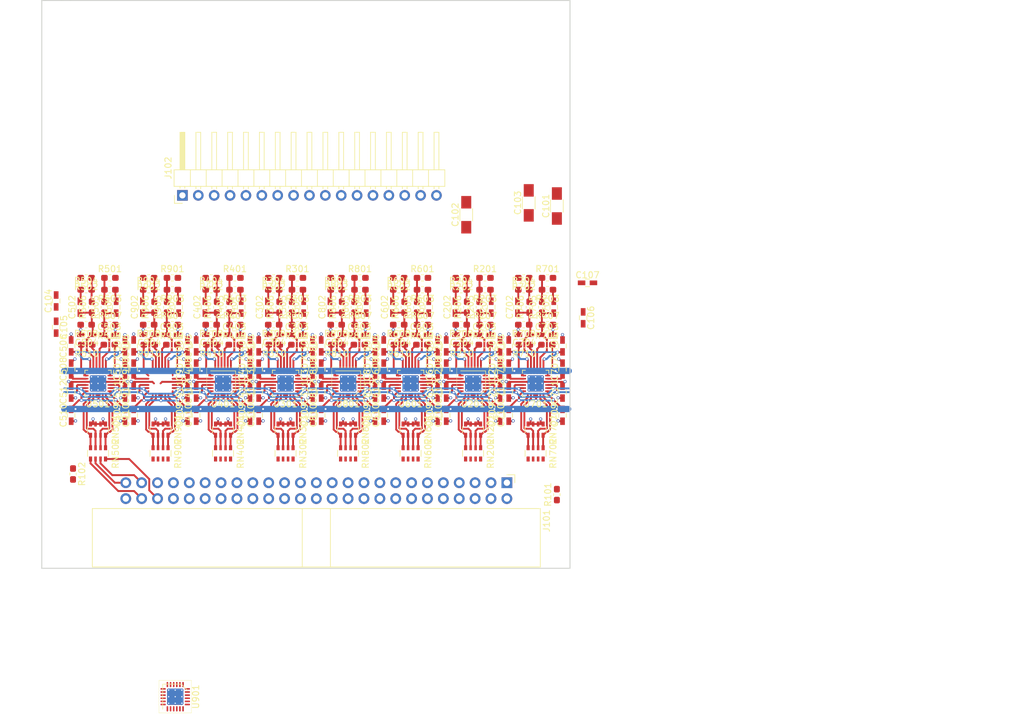
<source format=kicad_pcb>
(kicad_pcb (version 20171130) (host pcbnew 5.0.2-bee76a0~70~ubuntu18.04.1)
  (layers (0 F.Cu signal) (1 Ground_plane power) (2 Power_and_jumper jumper) (31 B.Cu signal) (34 B.Paste user) (35 F.Paste user) (36 B.SilkS user) (37 F.SilkS user) (38 B.Mask user) (39 F.Mask user) (44 Edge.Cuts user))
  (net 0 "")
  (net 1 GND)
  (net 2 Vref_0-7)
  (net 3 +4V)
  (net 4 +2V5)
  (net 5 -2V5)
  (net 6 Vref_8-15)
  (net 7 ~D8)
  (net 8 D8)
  (net 9 ~D9)
  (net 10 D9)
  (net 11 ~D0)
  (net 12 D0)
  (net 13 ~D1)
  (net 14 D1)
  (net 15 ~D10)
  (net 16 D10)
  (net 17 ~D11)
  (net 18 D11)
  (net 19 ~D2)
  (net 20 D2)
  (net 21 ~D3)
  (net 22 D3)
  (net 23 ~D12)
  (net 24 D12)
  (net 25 ~D13)
  (net 26 D13)
  (net 27 ~D4)
  (net 28 D4)
  (net 29 ~D5)
  (net 30 D5)
  (net 31 ~D14)
  (net 32 D14)
  (net 33 ~D15)
  (net 34 D15)
  (net 35 ~D6)
  (net 36 D6)
  (net 37 ~D7)
  (net 38 D7)
  (net 39 In0)
  (net 40 In1)
  (net 41 In2)
  (net 42 In3)
  (net 43 In4)
  (net 44 In5)
  (net 45 In6)
  (net 46 In7)
  (net 47 In8)
  (net 48 In9)
  (net 49 In10)
  (net 50 In11)
  (net 51 In12)
  (net 52 In13)
  (net 53 In14)
  (net 54 In15)
  (net 55 ~LE)
  (net 56 LE)
  (net 57 "Net-(C201-Pad2)")
  (net 58 "Net-(C201-Pad1)")
  (net 59 "Net-(C202-Pad2)")
  (net 60 "Net-(C202-Pad1)")
  (net 61 "Net-(C301-Pad1)")
  (net 62 "Net-(C301-Pad2)")
  (net 63 "Net-(C302-Pad1)")
  (net 64 "Net-(C302-Pad2)")
  (net 65 "Net-(C401-Pad1)")
  (net 66 "Net-(C401-Pad2)")
  (net 67 "Net-(C402-Pad2)")
  (net 68 "Net-(C402-Pad1)")
  (net 69 "Net-(C501-Pad2)")
  (net 70 "Net-(C501-Pad1)")
  (net 71 "Net-(C502-Pad2)")
  (net 72 "Net-(C502-Pad1)")
  (net 73 "Net-(C601-Pad1)")
  (net 74 "Net-(C601-Pad2)")
  (net 75 "Net-(C602-Pad2)")
  (net 76 "Net-(C602-Pad1)")
  (net 77 "Net-(C701-Pad2)")
  (net 78 "Net-(C701-Pad1)")
  (net 79 "Net-(C702-Pad1)")
  (net 80 "Net-(C702-Pad2)")
  (net 81 "Net-(C801-Pad2)")
  (net 82 "Net-(C801-Pad1)")
  (net 83 "Net-(C802-Pad1)")
  (net 84 "Net-(C802-Pad2)")
  (net 85 "Net-(C901-Pad1)")
  (net 86 "Net-(C901-Pad2)")
  (net 87 "Net-(C902-Pad2)")
  (net 88 "Net-(C902-Pad1)")
  (net 89 "Net-(R201-Pad1)")
  (net 90 "Net-(R202-Pad1)")
  (net 91 "Net-(R209-Pad1)")
  (net 92 "Net-(R209-Pad2)")
  (net 93 "Net-(R210-Pad2)")
  (net 94 "Net-(R210-Pad1)")
  (net 95 "Net-(R301-Pad1)")
  (net 96 "Net-(R302-Pad1)")
  (net 97 "Net-(R309-Pad1)")
  (net 98 "Net-(R309-Pad2)")
  (net 99 "Net-(R310-Pad2)")
  (net 100 "Net-(R310-Pad1)")
  (net 101 "Net-(R401-Pad1)")
  (net 102 "Net-(R402-Pad1)")
  (net 103 "Net-(R409-Pad1)")
  (net 104 "Net-(R409-Pad2)")
  (net 105 "Net-(R410-Pad2)")
  (net 106 "Net-(R410-Pad1)")
  (net 107 "Net-(R501-Pad1)")
  (net 108 "Net-(R502-Pad1)")
  (net 109 "Net-(R509-Pad2)")
  (net 110 "Net-(R509-Pad1)")
  (net 111 "Net-(R510-Pad1)")
  (net 112 "Net-(R510-Pad2)")
  (net 113 "Net-(R601-Pad1)")
  (net 114 "Net-(R602-Pad1)")
  (net 115 "Net-(R609-Pad2)")
  (net 116 "Net-(R609-Pad1)")
  (net 117 "Net-(R610-Pad2)")
  (net 118 "Net-(R610-Pad1)")
  (net 119 "Net-(R701-Pad1)")
  (net 120 "Net-(R702-Pad1)")
  (net 121 "Net-(R709-Pad2)")
  (net 122 "Net-(R709-Pad1)")
  (net 123 "Net-(R710-Pad1)")
  (net 124 "Net-(R710-Pad2)")
  (net 125 "Net-(R801-Pad1)")
  (net 126 "Net-(R802-Pad1)")
  (net 127 "Net-(R809-Pad2)")
  (net 128 "Net-(R809-Pad1)")
  (net 129 "Net-(R810-Pad1)")
  (net 130 "Net-(R810-Pad2)")
  (net 131 "Net-(R901-Pad1)")
  (net 132 "Net-(R902-Pad1)")
  (net 133 "Net-(R909-Pad2)")
  (net 134 "Net-(R909-Pad1)")
  (net 135 "Net-(R910-Pad1)")
  (net 136 "Net-(R910-Pad2)")
  (net 137 "Net-(RN201-Pad7)")
  (net 138 "Net-(RN201-Pad8)")
  (net 139 "Net-(RN201-Pad6)")
  (net 140 "Net-(RN201-Pad5)")
  (net 141 "Net-(RN301-Pad7)")
  (net 142 "Net-(RN301-Pad8)")
  (net 143 "Net-(RN301-Pad6)")
  (net 144 "Net-(RN301-Pad5)")
  (net 145 "Net-(RN401-Pad5)")
  (net 146 "Net-(RN401-Pad6)")
  (net 147 "Net-(RN401-Pad8)")
  (net 148 "Net-(RN401-Pad7)")
  (net 149 "Net-(RN501-Pad7)")
  (net 150 "Net-(RN501-Pad8)")
  (net 151 "Net-(RN501-Pad6)")
  (net 152 "Net-(RN501-Pad5)")
  (net 153 "Net-(RN601-Pad5)")
  (net 154 "Net-(RN601-Pad6)")
  (net 155 "Net-(RN601-Pad8)")
  (net 156 "Net-(RN601-Pad7)")
  (net 157 "Net-(RN701-Pad7)")
  (net 158 "Net-(RN701-Pad8)")
  (net 159 "Net-(RN701-Pad6)")
  (net 160 "Net-(RN701-Pad5)")
  (net 161 "Net-(RN801-Pad7)")
  (net 162 "Net-(RN801-Pad8)")
  (net 163 "Net-(RN801-Pad6)")
  (net 164 "Net-(RN801-Pad5)")
  (net 165 "Net-(RN901-Pad7)")
  (net 166 "Net-(RN901-Pad8)")
  (net 167 "Net-(RN901-Pad6)")
  (net 168 "Net-(RN901-Pad5)")
  (module Capacitors_SMD.pretty:C_0603_HandSoldering (layer F.Cu) (at 112.9 133.3 90)
    (fp_text reference C201 (at 0 -1.25 90) (layer F.SilkS))
    (fp_text value 3.3p)
    (pad 2 smd rect (at 0.95 0 90) (size 1.2 0.75) (layers F.Cu F.Paste F.Mask) (net 57 "Net-(C201-Pad2)"))
    (pad 1 smd rect (at -0.95 0 90) (size 1.2 0.75) (layers F.Cu F.Paste F.Mask) (net 58 "Net-(C201-Pad1)"))
  )
  (module Capacitors_SMD.pretty:C_0603_HandSoldering (layer F.Cu) (at 107.1 133.3 90)
    (fp_text reference C202 (at 0 -1.25 90) (layer F.SilkS))
    (fp_text value 3.3p)
    (pad 2 smd rect (at 0.95 0 90) (size 1.2 0.75) (layers F.Cu F.Paste F.Mask) (net 59 "Net-(C202-Pad2)"))
    (pad 1 smd rect (at -0.95 0 90) (size 1.2 0.75) (layers F.Cu F.Paste F.Mask) (net 60 "Net-(C202-Pad1)"))
  )
  (module Capacitors_SMD.pretty:C_0603_HandSoldering (layer F.Cu) (at 111.8 137.7)
    (fp_text reference C203 (at 0 -1.25) (layer F.SilkS))
    (fp_text value 27p)
    (pad 2 smd rect (at 0.95 0) (size 1.2 0.75) (layers F.Cu F.Paste F.Mask) (net 1 GND))
    (pad 1 smd rect (at -0.95 0) (size 1.2 0.75) (layers F.Cu F.Paste F.Mask) (net 58 "Net-(C201-Pad1)"))
  )
  (module Capacitors_SMD.pretty:C_0603_HandSoldering (layer F.Cu) (at 108.2 137.7 180)
    (fp_text reference C204 (at 0 -1.25 180) (layer F.SilkS))
    (fp_text value 27p)
    (pad 1 smd rect (at -0.95 0 180) (size 1.2 0.75) (layers F.Cu F.Paste F.Mask) (net 60 "Net-(C202-Pad1)"))
    (pad 2 smd rect (at 0.95 0 180) (size 1.2 0.75) (layers F.Cu F.Paste F.Mask) (net 1 GND))
  )
  (module Capacitors_SMD.pretty:C_0603_HandSoldering (layer F.Cu) (at 114.3 139.5 90)
    (fp_text reference C205 (at 0 -1.25 90) (layer F.SilkS))
    (fp_text value 10n)
    (pad 2 smd rect (at 0.95 0 90) (size 1.2 0.75) (layers F.Cu F.Paste F.Mask) (net 1 GND))
    (pad 1 smd rect (at -0.95 0 90) (size 1.2 0.75) (layers F.Cu F.Paste F.Mask) (net 2 Vref_0-7))
  )
  (module Capacitors_SMD.pretty:C_0603_HandSoldering (layer F.Cu) (at 105.7 139.5 90)
    (fp_text reference C206 (at 0 -1.25 90) (layer F.SilkS))
    (fp_text value 10n)
    (pad 1 smd rect (at -0.95 0 90) (size 1.2 0.75) (layers F.Cu F.Paste F.Mask) (net 2 Vref_0-7))
    (pad 2 smd rect (at 0.95 0 90) (size 1.2 0.75) (layers F.Cu F.Paste F.Mask) (net 1 GND))
  )
  (module Capacitors_SMD.pretty:C_0603_HandSoldering (layer F.Cu) (at 114.3 143.2 90)
    (fp_text reference C207 (at 0 -1.25 90) (layer F.SilkS))
    (fp_text value 100n)
    (pad 1 smd rect (at -0.95 0 90) (size 1.2 0.75) (layers F.Cu F.Paste F.Mask) (net 3 +4V))
    (pad 2 smd rect (at 0.95 0 90) (size 1.2 0.75) (layers F.Cu F.Paste F.Mask) (net 1 GND))
  )
  (module Capacitors_SMD.pretty:C_0603_HandSoldering (layer F.Cu) (at 105.7 143.2 90)
    (fp_text reference C208 (at 0 -1.25 90) (layer F.SilkS))
    (fp_text value 100n)
    (pad 1 smd rect (at -0.95 0 90) (size 1.2 0.75) (layers F.Cu F.Paste F.Mask) (net 3 +4V))
    (pad 2 smd rect (at 0.95 0 90) (size 1.2 0.75) (layers F.Cu F.Paste F.Mask) (net 1 GND))
  )
  (module Capacitors_SMD.pretty:C_0603_HandSoldering (layer F.Cu) (at 114.3 150.6 90)
    (fp_text reference C209 (at 0 -1.25 90) (layer F.SilkS))
    (fp_text value 100n)
    (pad 2 smd rect (at 0.95 0 90) (size 1.2 0.75) (layers F.Cu F.Paste F.Mask) (net 4 +2V5))
    (pad 1 smd rect (at -0.95 0 90) (size 1.2 0.75) (layers F.Cu F.Paste F.Mask) (net 1 GND))
  )
  (module Capacitors_SMD.pretty:C_0603_HandSoldering (layer F.Cu) (at 105.7 150.6 90)
    (fp_text reference C210 (at 0 -1.25 90) (layer F.SilkS))
    (fp_text value 100n)
    (pad 2 smd rect (at 0.95 0 90) (size 1.2 0.75) (layers F.Cu F.Paste F.Mask) (net 4 +2V5))
    (pad 1 smd rect (at -0.95 0 90) (size 1.2 0.75) (layers F.Cu F.Paste F.Mask) (net 1 GND))
  )
  (module Capacitors_SMD.pretty:C_0603_HandSoldering (layer F.Cu) (at 114.3 146.9 90)
    (fp_text reference C211 (at 0 -1.25 90) (layer F.SilkS))
    (fp_text value 100n)
    (pad 1 smd rect (at -0.95 0 90) (size 1.2 0.75) (layers F.Cu F.Paste F.Mask) (net 1 GND))
    (pad 2 smd rect (at 0.95 0 90) (size 1.2 0.75) (layers F.Cu F.Paste F.Mask) (net 5 -2V5))
  )
  (module Capacitors_SMD.pretty:C_0603_HandSoldering (layer F.Cu) (at 105.7 146.9 90)
    (fp_text reference C212 (at 0 -1.25 90) (layer F.SilkS))
    (fp_text value 100n)
    (pad 2 smd rect (at 0.95 0 90) (size 1.2 0.75) (layers F.Cu F.Paste F.Mask) (net 5 -2V5))
    (pad 1 smd rect (at -0.95 0 90) (size 1.2 0.75) (layers F.Cu F.Paste F.Mask) (net 1 GND))
  )
  (module Capacitors_SMD.pretty:C_1206_HandSoldering (layer F.Cu) (at 123.4 117.1 90)
    (fp_text reference C101 (at 0 -1.75 90) (layer F.SilkS))
    (fp_text value 10uF)
    (pad 1 smd rect (at -2 0 90) (size 2 1.6) (layers F.Cu F.Paste F.Mask) (net 3 +4V))
    (pad 2 smd rect (at 2 0 90) (size 2 1.6) (layers F.Cu F.Paste F.Mask) (net 1 GND))
  )
  (module Capacitors_SMD.pretty:C_1206_HandSoldering (layer F.Cu) (at 108.9 118.5 90)
    (fp_text reference C102 (at 0 -1.75 90) (layer F.SilkS))
    (fp_text value 10uF)
    (pad 2 smd rect (at 2 0 90) (size 2 1.6) (layers F.Cu F.Paste F.Mask) (net 1 GND))
    (pad 1 smd rect (at -2 0 90) (size 2 1.6) (layers F.Cu F.Paste F.Mask) (net 4 +2V5))
  )
  (module Capacitors_SMD.pretty:C_1206_HandSoldering (layer F.Cu) (at 118.9 116.6 90)
    (fp_text reference C103 (at 0 -1.75 90) (layer F.SilkS))
    (fp_text value 10uF)
    (pad 1 smd rect (at -2 0 90) (size 2 1.6) (layers F.Cu F.Paste F.Mask) (net 5 -2V5))
    (pad 2 smd rect (at 2 0 90) (size 2 1.6) (layers F.Cu F.Paste F.Mask) (net 1 GND))
  )
  (module Capacitors_SMD.pretty:C_0603_HandSoldering (layer F.Cu) (at 43.3 132.3 90)
    (fp_text reference C104 (at 0 -1.25 90) (layer F.SilkS))
    (fp_text value 100n)
    (pad 2 smd rect (at 0.95 0 90) (size 1.2 0.75) (layers F.Cu F.Paste F.Mask) (net 1 GND))
    (pad 1 smd rect (at -0.95 0 90) (size 1.2 0.75) (layers F.Cu F.Paste F.Mask) (net 2 Vref_0-7))
  )
  (module Capacitors_SMD.pretty:C_0603_HandSoldering (layer F.Cu) (at 82.9 133.3 90)
    (fp_text reference C301 (at 0 -1.25 90) (layer F.SilkS))
    (fp_text value 3.3p)
    (pad 1 smd rect (at -0.95 0 90) (size 1.2 0.75) (layers F.Cu F.Paste F.Mask) (net 61 "Net-(C301-Pad1)"))
    (pad 2 smd rect (at 0.95 0 90) (size 1.2 0.75) (layers F.Cu F.Paste F.Mask) (net 62 "Net-(C301-Pad2)"))
  )
  (module Capacitors_SMD.pretty:C_0603_HandSoldering (layer F.Cu) (at 77.1 133.3 90)
    (fp_text reference C302 (at 0 -1.25 90) (layer F.SilkS))
    (fp_text value 3.3p)
    (pad 1 smd rect (at -0.95 0 90) (size 1.2 0.75) (layers F.Cu F.Paste F.Mask) (net 63 "Net-(C302-Pad1)"))
    (pad 2 smd rect (at 0.95 0 90) (size 1.2 0.75) (layers F.Cu F.Paste F.Mask) (net 64 "Net-(C302-Pad2)"))
  )
  (module Capacitors_SMD.pretty:C_0603_HandSoldering (layer F.Cu) (at 81.8 137.7)
    (fp_text reference C303 (at 0 -1.25) (layer F.SilkS))
    (fp_text value 27p)
    (pad 1 smd rect (at -0.95 0) (size 1.2 0.75) (layers F.Cu F.Paste F.Mask) (net 61 "Net-(C301-Pad1)"))
    (pad 2 smd rect (at 0.95 0) (size 1.2 0.75) (layers F.Cu F.Paste F.Mask) (net 1 GND))
  )
  (module Capacitors_SMD.pretty:C_0603_HandSoldering (layer F.Cu) (at 78.2 137.7 180)
    (fp_text reference C304 (at 0 -1.25 180) (layer F.SilkS))
    (fp_text value 27p)
    (pad 1 smd rect (at -0.95 0 180) (size 1.2 0.75) (layers F.Cu F.Paste F.Mask) (net 63 "Net-(C302-Pad1)"))
    (pad 2 smd rect (at 0.95 0 180) (size 1.2 0.75) (layers F.Cu F.Paste F.Mask) (net 1 GND))
  )
  (module Capacitors_SMD.pretty:C_0603_HandSoldering (layer F.Cu) (at 84.3 139.5 90)
    (fp_text reference C305 (at 0 -1.25 90) (layer F.SilkS))
    (fp_text value 10n)
    (pad 2 smd rect (at 0.95 0 90) (size 1.2 0.75) (layers F.Cu F.Paste F.Mask) (net 1 GND))
    (pad 1 smd rect (at -0.95 0 90) (size 1.2 0.75) (layers F.Cu F.Paste F.Mask) (net 2 Vref_0-7))
  )
  (module Capacitors_SMD.pretty:C_0603_HandSoldering (layer F.Cu) (at 75.7 139.5 90)
    (fp_text reference C306 (at 0 -1.25 90) (layer F.SilkS))
    (fp_text value 10n)
    (pad 1 smd rect (at -0.95 0 90) (size 1.2 0.75) (layers F.Cu F.Paste F.Mask) (net 2 Vref_0-7))
    (pad 2 smd rect (at 0.95 0 90) (size 1.2 0.75) (layers F.Cu F.Paste F.Mask) (net 1 GND))
  )
  (module Capacitors_SMD.pretty:C_0603_HandSoldering (layer F.Cu) (at 84.3 143.2 90)
    (fp_text reference C307 (at 0 -1.25 90) (layer F.SilkS))
    (fp_text value 100n)
    (pad 1 smd rect (at -0.95 0 90) (size 1.2 0.75) (layers F.Cu F.Paste F.Mask) (net 3 +4V))
    (pad 2 smd rect (at 0.95 0 90) (size 1.2 0.75) (layers F.Cu F.Paste F.Mask) (net 1 GND))
  )
  (module Capacitors_SMD.pretty:C_0603_HandSoldering (layer F.Cu) (at 75.7 143.2 90)
    (fp_text reference C308 (at 0 -1.25 90) (layer F.SilkS))
    (fp_text value 100n)
    (pad 1 smd rect (at -0.95 0 90) (size 1.2 0.75) (layers F.Cu F.Paste F.Mask) (net 3 +4V))
    (pad 2 smd rect (at 0.95 0 90) (size 1.2 0.75) (layers F.Cu F.Paste F.Mask) (net 1 GND))
  )
  (module Capacitors_SMD.pretty:C_0603_HandSoldering (layer F.Cu) (at 84.3 150.6 90)
    (fp_text reference C309 (at 0 -1.25 90) (layer F.SilkS))
    (fp_text value 100n)
    (pad 2 smd rect (at 0.95 0 90) (size 1.2 0.75) (layers F.Cu F.Paste F.Mask) (net 4 +2V5))
    (pad 1 smd rect (at -0.95 0 90) (size 1.2 0.75) (layers F.Cu F.Paste F.Mask) (net 1 GND))
  )
  (module Capacitors_SMD.pretty:C_0603_HandSoldering (layer F.Cu) (at 75.7 150.6 90)
    (fp_text reference C310 (at 0 -1.25 90) (layer F.SilkS))
    (fp_text value 100n)
    (pad 2 smd rect (at 0.95 0 90) (size 1.2 0.75) (layers F.Cu F.Paste F.Mask) (net 4 +2V5))
    (pad 1 smd rect (at -0.95 0 90) (size 1.2 0.75) (layers F.Cu F.Paste F.Mask) (net 1 GND))
  )
  (module Capacitors_SMD.pretty:C_0603_HandSoldering (layer F.Cu) (at 84.3 146.9 90)
    (fp_text reference C311 (at 0 -1.25 90) (layer F.SilkS))
    (fp_text value 100n)
    (pad 1 smd rect (at -0.95 0 90) (size 1.2 0.75) (layers F.Cu F.Paste F.Mask) (net 1 GND))
    (pad 2 smd rect (at 0.95 0 90) (size 1.2 0.75) (layers F.Cu F.Paste F.Mask) (net 5 -2V5))
  )
  (module Capacitors_SMD.pretty:C_0603_HandSoldering (layer F.Cu) (at 75.7 146.9 90)
    (fp_text reference C312 (at 0 -1.25 90) (layer F.SilkS))
    (fp_text value 100n)
    (pad 2 smd rect (at 0.95 0 90) (size 1.2 0.75) (layers F.Cu F.Paste F.Mask) (net 5 -2V5))
    (pad 1 smd rect (at -0.95 0 90) (size 1.2 0.75) (layers F.Cu F.Paste F.Mask) (net 1 GND))
  )
  (module Capacitors_SMD.pretty:C_0603_HandSoldering (layer F.Cu) (at 72.9 133.3 90)
    (fp_text reference C401 (at 0 -1.25 90) (layer F.SilkS))
    (fp_text value 3.3p)
    (pad 1 smd rect (at -0.95 0 90) (size 1.2 0.75) (layers F.Cu F.Paste F.Mask) (net 65 "Net-(C401-Pad1)"))
    (pad 2 smd rect (at 0.95 0 90) (size 1.2 0.75) (layers F.Cu F.Paste F.Mask) (net 66 "Net-(C401-Pad2)"))
  )
  (module Capacitors_SMD.pretty:C_0603_HandSoldering (layer F.Cu) (at 67.1 133.3 90)
    (fp_text reference C402 (at 0 -1.25 90) (layer F.SilkS))
    (fp_text value 3.3p)
    (pad 2 smd rect (at 0.95 0 90) (size 1.2 0.75) (layers F.Cu F.Paste F.Mask) (net 67 "Net-(C402-Pad2)"))
    (pad 1 smd rect (at -0.95 0 90) (size 1.2 0.75) (layers F.Cu F.Paste F.Mask) (net 68 "Net-(C402-Pad1)"))
  )
  (module Capacitors_SMD.pretty:C_0603_HandSoldering (layer F.Cu) (at 71.8 137.7)
    (fp_text reference C403 (at 0 -1.25) (layer F.SilkS))
    (fp_text value 27p)
    (pad 1 smd rect (at -0.95 0) (size 1.2 0.75) (layers F.Cu F.Paste F.Mask) (net 65 "Net-(C401-Pad1)"))
    (pad 2 smd rect (at 0.95 0) (size 1.2 0.75) (layers F.Cu F.Paste F.Mask) (net 1 GND))
  )
  (module Capacitors_SMD.pretty:C_0603_HandSoldering (layer F.Cu) (at 68.2 137.7 180)
    (fp_text reference C404 (at 0 -1.25 180) (layer F.SilkS))
    (fp_text value 27p)
    (pad 2 smd rect (at 0.95 0 180) (size 1.2 0.75) (layers F.Cu F.Paste F.Mask) (net 1 GND))
    (pad 1 smd rect (at -0.95 0 180) (size 1.2 0.75) (layers F.Cu F.Paste F.Mask) (net 68 "Net-(C402-Pad1)"))
  )
  (module Capacitors_SMD.pretty:C_0603_HandSoldering (layer F.Cu) (at 74.3 139.5 90)
    (fp_text reference C405 (at 0 -1.25 90) (layer F.SilkS))
    (fp_text value 10n)
    (pad 1 smd rect (at -0.95 0 90) (size 1.2 0.75) (layers F.Cu F.Paste F.Mask) (net 2 Vref_0-7))
    (pad 2 smd rect (at 0.95 0 90) (size 1.2 0.75) (layers F.Cu F.Paste F.Mask) (net 1 GND))
  )
  (module Capacitors_SMD.pretty:C_0603_HandSoldering (layer F.Cu) (at 65.7 139.5 90)
    (fp_text reference C406 (at 0 -1.25 90) (layer F.SilkS))
    (fp_text value 10n)
    (pad 1 smd rect (at -0.95 0 90) (size 1.2 0.75) (layers F.Cu F.Paste F.Mask) (net 2 Vref_0-7))
    (pad 2 smd rect (at 0.95 0 90) (size 1.2 0.75) (layers F.Cu F.Paste F.Mask) (net 1 GND))
  )
  (module Capacitors_SMD.pretty:C_0603_HandSoldering (layer F.Cu) (at 74.3 143.2 90)
    (fp_text reference C407 (at 0 -1.25 90) (layer F.SilkS))
    (fp_text value 100n)
    (pad 2 smd rect (at 0.95 0 90) (size 1.2 0.75) (layers F.Cu F.Paste F.Mask) (net 1 GND))
    (pad 1 smd rect (at -0.95 0 90) (size 1.2 0.75) (layers F.Cu F.Paste F.Mask) (net 3 +4V))
  )
  (module Capacitors_SMD.pretty:C_0603_HandSoldering (layer F.Cu) (at 65.7 143.2 90)
    (fp_text reference C408 (at 0 -1.25 90) (layer F.SilkS))
    (fp_text value 100n)
    (pad 1 smd rect (at -0.95 0 90) (size 1.2 0.75) (layers F.Cu F.Paste F.Mask) (net 3 +4V))
    (pad 2 smd rect (at 0.95 0 90) (size 1.2 0.75) (layers F.Cu F.Paste F.Mask) (net 1 GND))
  )
  (module Capacitors_SMD.pretty:C_0603_HandSoldering (layer F.Cu) (at 74.3 150.6 90)
    (fp_text reference C409 (at 0 -1.25 90) (layer F.SilkS))
    (fp_text value 100n)
    (pad 2 smd rect (at 0.95 0 90) (size 1.2 0.75) (layers F.Cu F.Paste F.Mask) (net 4 +2V5))
    (pad 1 smd rect (at -0.95 0 90) (size 1.2 0.75) (layers F.Cu F.Paste F.Mask) (net 1 GND))
  )
  (module Capacitors_SMD.pretty:C_0603_HandSoldering (layer F.Cu) (at 65.7 150.6 90)
    (fp_text reference C410 (at 0 -1.25 90) (layer F.SilkS))
    (fp_text value 100n)
    (pad 2 smd rect (at 0.95 0 90) (size 1.2 0.75) (layers F.Cu F.Paste F.Mask) (net 4 +2V5))
    (pad 1 smd rect (at -0.95 0 90) (size 1.2 0.75) (layers F.Cu F.Paste F.Mask) (net 1 GND))
  )
  (module Capacitors_SMD.pretty:C_0603_HandSoldering (layer F.Cu) (at 74.3 146.9 90)
    (fp_text reference C411 (at 0 -1.25 90) (layer F.SilkS))
    (fp_text value 100n)
    (pad 2 smd rect (at 0.95 0 90) (size 1.2 0.75) (layers F.Cu F.Paste F.Mask) (net 5 -2V5))
    (pad 1 smd rect (at -0.95 0 90) (size 1.2 0.75) (layers F.Cu F.Paste F.Mask) (net 1 GND))
  )
  (module Capacitors_SMD.pretty:C_0603_HandSoldering (layer F.Cu) (at 65.7 146.9 90)
    (fp_text reference C412 (at 0 -1.25 90) (layer F.SilkS))
    (fp_text value 100n)
    (pad 2 smd rect (at 0.95 0 90) (size 1.2 0.75) (layers F.Cu F.Paste F.Mask) (net 5 -2V5))
    (pad 1 smd rect (at -0.95 0 90) (size 1.2 0.75) (layers F.Cu F.Paste F.Mask) (net 1 GND))
  )
  (module Capacitors_SMD.pretty:C_0603_HandSoldering (layer F.Cu) (at 52.9 133.3 90)
    (fp_text reference C501 (at 0 -1.25 90) (layer F.SilkS))
    (fp_text value 3.3p)
    (pad 2 smd rect (at 0.95 0 90) (size 1.2 0.75) (layers F.Cu F.Paste F.Mask) (net 69 "Net-(C501-Pad2)"))
    (pad 1 smd rect (at -0.95 0 90) (size 1.2 0.75) (layers F.Cu F.Paste F.Mask) (net 70 "Net-(C501-Pad1)"))
  )
  (module Capacitors_SMD.pretty:C_0603_HandSoldering (layer F.Cu) (at 47.1 133.3 90)
    (fp_text reference C502 (at 0 -1.25 90) (layer F.SilkS))
    (fp_text value 3.3p)
    (pad 2 smd rect (at 0.95 0 90) (size 1.2 0.75) (layers F.Cu F.Paste F.Mask) (net 71 "Net-(C502-Pad2)"))
    (pad 1 smd rect (at -0.95 0 90) (size 1.2 0.75) (layers F.Cu F.Paste F.Mask) (net 72 "Net-(C502-Pad1)"))
  )
  (module Capacitors_SMD.pretty:C_0603_HandSoldering (layer F.Cu) (at 51.8 137.7)
    (fp_text reference C503 (at 0 -1.25) (layer F.SilkS))
    (fp_text value 27p)
    (pad 2 smd rect (at 0.95 0) (size 1.2 0.75) (layers F.Cu F.Paste F.Mask) (net 1 GND))
    (pad 1 smd rect (at -0.95 0) (size 1.2 0.75) (layers F.Cu F.Paste F.Mask) (net 70 "Net-(C501-Pad1)"))
  )
  (module Capacitors_SMD.pretty:C_0603_HandSoldering (layer F.Cu) (at 48.2 137.7 180)
    (fp_text reference C504 (at 0 -1.25 180) (layer F.SilkS))
    (fp_text value 27p)
    (pad 1 smd rect (at -0.95 0 180) (size 1.2 0.75) (layers F.Cu F.Paste F.Mask) (net 72 "Net-(C502-Pad1)"))
    (pad 2 smd rect (at 0.95 0 180) (size 1.2 0.75) (layers F.Cu F.Paste F.Mask) (net 1 GND))
  )
  (module Capacitors_SMD.pretty:C_0603_HandSoldering (layer F.Cu) (at 54.3 139.5 90)
    (fp_text reference C505 (at 0 -1.25 90) (layer F.SilkS))
    (fp_text value 10n)
    (pad 2 smd rect (at 0.95 0 90) (size 1.2 0.75) (layers F.Cu F.Paste F.Mask) (net 1 GND))
    (pad 1 smd rect (at -0.95 0 90) (size 1.2 0.75) (layers F.Cu F.Paste F.Mask) (net 2 Vref_0-7))
  )
  (module Capacitors_SMD.pretty:C_0603_HandSoldering (layer F.Cu) (at 45.7 139.5 90)
    (fp_text reference C506 (at 0 -1.25 90) (layer F.SilkS))
    (fp_text value 10n)
    (pad 1 smd rect (at -0.95 0 90) (size 1.2 0.75) (layers F.Cu F.Paste F.Mask) (net 2 Vref_0-7))
    (pad 2 smd rect (at 0.95 0 90) (size 1.2 0.75) (layers F.Cu F.Paste F.Mask) (net 1 GND))
  )
  (module Capacitors_SMD.pretty:C_0603_HandSoldering (layer F.Cu) (at 54.3 143.2 90)
    (fp_text reference C507 (at 0 -1.25 90) (layer F.SilkS))
    (fp_text value 100n)
    (pad 2 smd rect (at 0.95 0 90) (size 1.2 0.75) (layers F.Cu F.Paste F.Mask) (net 1 GND))
    (pad 1 smd rect (at -0.95 0 90) (size 1.2 0.75) (layers F.Cu F.Paste F.Mask) (net 3 +4V))
  )
  (module Capacitors_SMD.pretty:C_0603_HandSoldering (layer F.Cu) (at 45.7 143.2 90)
    (fp_text reference C508 (at 0 -1.25 90) (layer F.SilkS))
    (fp_text value 100n)
    (pad 1 smd rect (at -0.95 0 90) (size 1.2 0.75) (layers F.Cu F.Paste F.Mask) (net 3 +4V))
    (pad 2 smd rect (at 0.95 0 90) (size 1.2 0.75) (layers F.Cu F.Paste F.Mask) (net 1 GND))
  )
  (module Capacitors_SMD.pretty:C_0603_HandSoldering (layer F.Cu) (at 54.3 150.6 90)
    (fp_text reference C509 (at 0 -1.25 90) (layer F.SilkS))
    (fp_text value 100n)
    (pad 1 smd rect (at -0.95 0 90) (size 1.2 0.75) (layers F.Cu F.Paste F.Mask) (net 1 GND))
    (pad 2 smd rect (at 0.95 0 90) (size 1.2 0.75) (layers F.Cu F.Paste F.Mask) (net 4 +2V5))
  )
  (module Capacitors_SMD.pretty:C_0603_HandSoldering (layer F.Cu) (at 45.7 150.6 90)
    (fp_text reference C510 (at 0 -1.25 90) (layer F.SilkS))
    (fp_text value 100n)
    (pad 2 smd rect (at 0.95 0 90) (size 1.2 0.75) (layers F.Cu F.Paste F.Mask) (net 4 +2V5))
    (pad 1 smd rect (at -0.95 0 90) (size 1.2 0.75) (layers F.Cu F.Paste F.Mask) (net 1 GND))
  )
  (module Capacitors_SMD.pretty:C_0603_HandSoldering (layer F.Cu) (at 54.3 146.9 90)
    (fp_text reference C511 (at 0 -1.25 90) (layer F.SilkS))
    (fp_text value 100n)
    (pad 1 smd rect (at -0.95 0 90) (size 1.2 0.75) (layers F.Cu F.Paste F.Mask) (net 1 GND))
    (pad 2 smd rect (at 0.95 0 90) (size 1.2 0.75) (layers F.Cu F.Paste F.Mask) (net 5 -2V5))
  )
  (module Capacitors_SMD.pretty:C_0603_HandSoldering (layer F.Cu) (at 45.7 146.9 90)
    (fp_text reference C512 (at 0 -1.25 90) (layer F.SilkS))
    (fp_text value 100n)
    (pad 2 smd rect (at 0.95 0 90) (size 1.2 0.75) (layers F.Cu F.Paste F.Mask) (net 5 -2V5))
    (pad 1 smd rect (at -0.95 0 90) (size 1.2 0.75) (layers F.Cu F.Paste F.Mask) (net 1 GND))
  )
  (module Capacitors_SMD.pretty:C_0603_HandSoldering (layer F.Cu) (at 102.9 133.3 90)
    (fp_text reference C601 (at 0 -1.25 90) (layer F.SilkS))
    (fp_text value 3.3p)
    (pad 1 smd rect (at -0.95 0 90) (size 1.2 0.75) (layers F.Cu F.Paste F.Mask) (net 73 "Net-(C601-Pad1)"))
    (pad 2 smd rect (at 0.95 0 90) (size 1.2 0.75) (layers F.Cu F.Paste F.Mask) (net 74 "Net-(C601-Pad2)"))
  )
  (module Capacitors_SMD.pretty:C_0603_HandSoldering (layer F.Cu) (at 97.1 133.3 90)
    (fp_text reference C602 (at 0 -1.25 90) (layer F.SilkS))
    (fp_text value 3.3p)
    (pad 2 smd rect (at 0.95 0 90) (size 1.2 0.75) (layers F.Cu F.Paste F.Mask) (net 75 "Net-(C602-Pad2)"))
    (pad 1 smd rect (at -0.95 0 90) (size 1.2 0.75) (layers F.Cu F.Paste F.Mask) (net 76 "Net-(C602-Pad1)"))
  )
  (module Capacitors_SMD.pretty:C_0603_HandSoldering (layer F.Cu) (at 101.8 137.7)
    (fp_text reference C603 (at 0 -1.25) (layer F.SilkS))
    (fp_text value 27p)
    (pad 1 smd rect (at -0.95 0) (size 1.2 0.75) (layers F.Cu F.Paste F.Mask) (net 73 "Net-(C601-Pad1)"))
    (pad 2 smd rect (at 0.95 0) (size 1.2 0.75) (layers F.Cu F.Paste F.Mask) (net 1 GND))
  )
  (module Capacitors_SMD.pretty:C_0603_HandSoldering (layer F.Cu) (at 98.2 137.7 180)
    (fp_text reference C604 (at 0 -1.25 180) (layer F.SilkS))
    (fp_text value 27p)
    (pad 2 smd rect (at 0.95 0 180) (size 1.2 0.75) (layers F.Cu F.Paste F.Mask) (net 1 GND))
    (pad 1 smd rect (at -0.95 0 180) (size 1.2 0.75) (layers F.Cu F.Paste F.Mask) (net 76 "Net-(C602-Pad1)"))
  )
  (module Capacitors_SMD.pretty:C_0603_HandSoldering (layer F.Cu) (at 104.3 139.5 90)
    (fp_text reference C605 (at 0 -1.25 90) (layer F.SilkS))
    (fp_text value 10n)
    (pad 2 smd rect (at 0.95 0 90) (size 1.2 0.75) (layers F.Cu F.Paste F.Mask) (net 1 GND))
    (pad 1 smd rect (at -0.95 0 90) (size 1.2 0.75) (layers F.Cu F.Paste F.Mask) (net 6 Vref_8-15))
  )
  (module Capacitors_SMD.pretty:C_0603_HandSoldering (layer F.Cu) (at 95.7 139.5 90)
    (fp_text reference C606 (at 0 -1.25 90) (layer F.SilkS))
    (fp_text value 10n)
    (pad 2 smd rect (at 0.95 0 90) (size 1.2 0.75) (layers F.Cu F.Paste F.Mask) (net 1 GND))
    (pad 1 smd rect (at -0.95 0 90) (size 1.2 0.75) (layers F.Cu F.Paste F.Mask) (net 6 Vref_8-15))
  )
  (module Capacitors_SMD.pretty:C_0603_HandSoldering (layer F.Cu) (at 104.3 143.2 90)
    (fp_text reference C607 (at 0 -1.25 90) (layer F.SilkS))
    (fp_text value 100n)
    (pad 2 smd rect (at 0.95 0 90) (size 1.2 0.75) (layers F.Cu F.Paste F.Mask) (net 1 GND))
    (pad 1 smd rect (at -0.95 0 90) (size 1.2 0.75) (layers F.Cu F.Paste F.Mask) (net 3 +4V))
  )
  (module Capacitors_SMD.pretty:C_0603_HandSoldering (layer F.Cu) (at 95.7 143.2 90)
    (fp_text reference C608 (at 0 -1.25 90) (layer F.SilkS))
    (fp_text value 100n)
    (pad 2 smd rect (at 0.95 0 90) (size 1.2 0.75) (layers F.Cu F.Paste F.Mask) (net 1 GND))
    (pad 1 smd rect (at -0.95 0 90) (size 1.2 0.75) (layers F.Cu F.Paste F.Mask) (net 3 +4V))
  )
  (module Capacitors_SMD.pretty:C_0603_HandSoldering (layer F.Cu) (at 104.3 150.6 90)
    (fp_text reference C609 (at 0 -1.25 90) (layer F.SilkS))
    (fp_text value 100n)
    (pad 1 smd rect (at -0.95 0 90) (size 1.2 0.75) (layers F.Cu F.Paste F.Mask) (net 1 GND))
    (pad 2 smd rect (at 0.95 0 90) (size 1.2 0.75) (layers F.Cu F.Paste F.Mask) (net 4 +2V5))
  )
  (module Capacitors_SMD.pretty:C_0603_HandSoldering (layer F.Cu) (at 95.7 150.6 90)
    (fp_text reference C610 (at 0 -1.25 90) (layer F.SilkS))
    (fp_text value 100n)
    (pad 1 smd rect (at -0.95 0 90) (size 1.2 0.75) (layers F.Cu F.Paste F.Mask) (net 1 GND))
    (pad 2 smd rect (at 0.95 0 90) (size 1.2 0.75) (layers F.Cu F.Paste F.Mask) (net 4 +2V5))
  )
  (module Capacitors_SMD.pretty:C_0603_HandSoldering (layer F.Cu) (at 104.3 146.9 90)
    (fp_text reference C611 (at 0 -1.25 90) (layer F.SilkS))
    (fp_text value 100n)
    (pad 1 smd rect (at -0.95 0 90) (size 1.2 0.75) (layers F.Cu F.Paste F.Mask) (net 1 GND))
    (pad 2 smd rect (at 0.95 0 90) (size 1.2 0.75) (layers F.Cu F.Paste F.Mask) (net 5 -2V5))
  )
  (module Capacitors_SMD.pretty:C_0603_HandSoldering (layer F.Cu) (at 95.7 146.9 90)
    (fp_text reference C612 (at 0 -1.25 90) (layer F.SilkS))
    (fp_text value 100n)
    (pad 1 smd rect (at -0.95 0 90) (size 1.2 0.75) (layers F.Cu F.Paste F.Mask) (net 1 GND))
    (pad 2 smd rect (at 0.95 0 90) (size 1.2 0.75) (layers F.Cu F.Paste F.Mask) (net 5 -2V5))
  )
  (module Capacitors_SMD.pretty:C_0603_HandSoldering (layer F.Cu) (at 122.9 133.3 90)
    (fp_text reference C701 (at 0 -1.25 90) (layer F.SilkS))
    (fp_text value 3.3p)
    (pad 2 smd rect (at 0.95 0 90) (size 1.2 0.75) (layers F.Cu F.Paste F.Mask) (net 77 "Net-(C701-Pad2)"))
    (pad 1 smd rect (at -0.95 0 90) (size 1.2 0.75) (layers F.Cu F.Paste F.Mask) (net 78 "Net-(C701-Pad1)"))
  )
  (module Capacitors_SMD.pretty:C_0603_HandSoldering (layer F.Cu) (at 117.1 133.3 90)
    (fp_text reference C702 (at 0 -1.25 90) (layer F.SilkS))
    (fp_text value 3.3p)
    (pad 1 smd rect (at -0.95 0 90) (size 1.2 0.75) (layers F.Cu F.Paste F.Mask) (net 79 "Net-(C702-Pad1)"))
    (pad 2 smd rect (at 0.95 0 90) (size 1.2 0.75) (layers F.Cu F.Paste F.Mask) (net 80 "Net-(C702-Pad2)"))
  )
  (module Capacitors_SMD.pretty:C_0603_HandSoldering (layer F.Cu) (at 121.8 137.7)
    (fp_text reference C703 (at 0 -1.25) (layer F.SilkS))
    (fp_text value 27p)
    (pad 2 smd rect (at 0.95 0) (size 1.2 0.75) (layers F.Cu F.Paste F.Mask) (net 1 GND))
    (pad 1 smd rect (at -0.95 0) (size 1.2 0.75) (layers F.Cu F.Paste F.Mask) (net 78 "Net-(C701-Pad1)"))
  )
  (module Capacitors_SMD.pretty:C_0603_HandSoldering (layer F.Cu) (at 118.2 137.7 180)
    (fp_text reference C704 (at 0 -1.25 180) (layer F.SilkS))
    (fp_text value 27p)
    (pad 1 smd rect (at -0.95 0 180) (size 1.2 0.75) (layers F.Cu F.Paste F.Mask) (net 79 "Net-(C702-Pad1)"))
    (pad 2 smd rect (at 0.95 0 180) (size 1.2 0.75) (layers F.Cu F.Paste F.Mask) (net 1 GND))
  )
  (module Capacitors_SMD.pretty:C_0603_HandSoldering (layer F.Cu) (at 124.3 139.5 90)
    (fp_text reference C705 (at 0 -1.25 90) (layer F.SilkS))
    (fp_text value 10n)
    (pad 1 smd rect (at -0.95 0 90) (size 1.2 0.75) (layers F.Cu F.Paste F.Mask) (net 6 Vref_8-15))
    (pad 2 smd rect (at 0.95 0 90) (size 1.2 0.75) (layers F.Cu F.Paste F.Mask) (net 1 GND))
  )
  (module Capacitors_SMD.pretty:C_0603_HandSoldering (layer F.Cu) (at 115.7 139.5 90)
    (fp_text reference C706 (at 0 -1.25 90) (layer F.SilkS))
    (fp_text value 10n)
    (pad 1 smd rect (at -0.95 0 90) (size 1.2 0.75) (layers F.Cu F.Paste F.Mask) (net 6 Vref_8-15))
    (pad 2 smd rect (at 0.95 0 90) (size 1.2 0.75) (layers F.Cu F.Paste F.Mask) (net 1 GND))
  )
  (module Capacitors_SMD.pretty:C_0603_HandSoldering (layer F.Cu) (at 124.3 143.2 90)
    (fp_text reference C707 (at 0 -1.25 90) (layer F.SilkS))
    (fp_text value 100n)
    (pad 2 smd rect (at 0.95 0 90) (size 1.2 0.75) (layers F.Cu F.Paste F.Mask) (net 1 GND))
    (pad 1 smd rect (at -0.95 0 90) (size 1.2 0.75) (layers F.Cu F.Paste F.Mask) (net 3 +4V))
  )
  (module Capacitors_SMD.pretty:C_0603_HandSoldering (layer F.Cu) (at 115.7 143.2 90)
    (fp_text reference C708 (at 0 -1.25 90) (layer F.SilkS))
    (fp_text value 100n)
    (pad 1 smd rect (at -0.95 0 90) (size 1.2 0.75) (layers F.Cu F.Paste F.Mask) (net 3 +4V))
    (pad 2 smd rect (at 0.95 0 90) (size 1.2 0.75) (layers F.Cu F.Paste F.Mask) (net 1 GND))
  )
  (module Capacitors_SMD.pretty:C_0603_HandSoldering (layer F.Cu) (at 124.3 150.6 90)
    (fp_text reference C709 (at 0 -1.25 90) (layer F.SilkS))
    (fp_text value 100n)
    (pad 1 smd rect (at -0.95 0 90) (size 1.2 0.75) (layers F.Cu F.Paste F.Mask) (net 1 GND))
    (pad 2 smd rect (at 0.95 0 90) (size 1.2 0.75) (layers F.Cu F.Paste F.Mask) (net 4 +2V5))
  )
  (module Capacitors_SMD.pretty:C_0603_HandSoldering (layer F.Cu) (at 115.7 150.6 90)
    (fp_text reference C710 (at 0 -1.25 90) (layer F.SilkS))
    (fp_text value 100n)
    (pad 2 smd rect (at 0.95 0 90) (size 1.2 0.75) (layers F.Cu F.Paste F.Mask) (net 4 +2V5))
    (pad 1 smd rect (at -0.95 0 90) (size 1.2 0.75) (layers F.Cu F.Paste F.Mask) (net 1 GND))
  )
  (module Capacitors_SMD.pretty:C_0603_HandSoldering (layer F.Cu) (at 124.3 146.9 90)
    (fp_text reference C711 (at 0 -1.25 90) (layer F.SilkS))
    (fp_text value 100n)
    (pad 1 smd rect (at -0.95 0 90) (size 1.2 0.75) (layers F.Cu F.Paste F.Mask) (net 1 GND))
    (pad 2 smd rect (at 0.95 0 90) (size 1.2 0.75) (layers F.Cu F.Paste F.Mask) (net 5 -2V5))
  )
  (module Capacitors_SMD.pretty:C_0603_HandSoldering (layer F.Cu) (at 115.7 146.9 90)
    (fp_text reference C712 (at 0 -1.25 90) (layer F.SilkS))
    (fp_text value 100n)
    (pad 2 smd rect (at 0.95 0 90) (size 1.2 0.75) (layers F.Cu F.Paste F.Mask) (net 5 -2V5))
    (pad 1 smd rect (at -0.95 0 90) (size 1.2 0.75) (layers F.Cu F.Paste F.Mask) (net 1 GND))
  )
  (module Capacitors_SMD.pretty:C_0603_HandSoldering (layer F.Cu) (at 92.9 133.3 90)
    (fp_text reference C801 (at 0 -1.25 90) (layer F.SilkS))
    (fp_text value 3.3p)
    (pad 2 smd rect (at 0.95 0 90) (size 1.2 0.75) (layers F.Cu F.Paste F.Mask) (net 81 "Net-(C801-Pad2)"))
    (pad 1 smd rect (at -0.95 0 90) (size 1.2 0.75) (layers F.Cu F.Paste F.Mask) (net 82 "Net-(C801-Pad1)"))
  )
  (module Capacitors_SMD.pretty:C_0603_HandSoldering (layer F.Cu) (at 87.1 133.3 90)
    (fp_text reference C802 (at 0 -1.25 90) (layer F.SilkS))
    (fp_text value 3.3p)
    (pad 1 smd rect (at -0.95 0 90) (size 1.2 0.75) (layers F.Cu F.Paste F.Mask) (net 83 "Net-(C802-Pad1)"))
    (pad 2 smd rect (at 0.95 0 90) (size 1.2 0.75) (layers F.Cu F.Paste F.Mask) (net 84 "Net-(C802-Pad2)"))
  )
  (module Capacitors_SMD.pretty:C_0603_HandSoldering (layer F.Cu) (at 91.8 137.7)
    (fp_text reference C803 (at 0 -1.25) (layer F.SilkS))
    (fp_text value 27p)
    (pad 2 smd rect (at 0.95 0) (size 1.2 0.75) (layers F.Cu F.Paste F.Mask) (net 1 GND))
    (pad 1 smd rect (at -0.95 0) (size 1.2 0.75) (layers F.Cu F.Paste F.Mask) (net 82 "Net-(C801-Pad1)"))
  )
  (module Capacitors_SMD.pretty:C_0603_HandSoldering (layer F.Cu) (at 88.2 137.7 180)
    (fp_text reference C804 (at 0 -1.25 180) (layer F.SilkS))
    (fp_text value 27p)
    (pad 1 smd rect (at -0.95 0 180) (size 1.2 0.75) (layers F.Cu F.Paste F.Mask) (net 83 "Net-(C802-Pad1)"))
    (pad 2 smd rect (at 0.95 0 180) (size 1.2 0.75) (layers F.Cu F.Paste F.Mask) (net 1 GND))
  )
  (module Capacitors_SMD.pretty:C_0603_HandSoldering (layer F.Cu) (at 94.3 139.5 90)
    (fp_text reference C805 (at 0 -1.25 90) (layer F.SilkS))
    (fp_text value 10n)
    (pad 1 smd rect (at -0.95 0 90) (size 1.2 0.75) (layers F.Cu F.Paste F.Mask) (net 6 Vref_8-15))
    (pad 2 smd rect (at 0.95 0 90) (size 1.2 0.75) (layers F.Cu F.Paste F.Mask) (net 1 GND))
  )
  (module Capacitors_SMD.pretty:C_0603_HandSoldering (layer F.Cu) (at 85.7 139.5 90)
    (fp_text reference C806 (at 0 -1.25 90) (layer F.SilkS))
    (fp_text value 10n)
    (pad 1 smd rect (at -0.95 0 90) (size 1.2 0.75) (layers F.Cu F.Paste F.Mask) (net 6 Vref_8-15))
    (pad 2 smd rect (at 0.95 0 90) (size 1.2 0.75) (layers F.Cu F.Paste F.Mask) (net 1 GND))
  )
  (module Capacitors_SMD.pretty:C_0603_HandSoldering (layer F.Cu) (at 94.3 143.2 90)
    (fp_text reference C807 (at 0 -1.25 90) (layer F.SilkS))
    (fp_text value 100n)
    (pad 1 smd rect (at -0.95 0 90) (size 1.2 0.75) (layers F.Cu F.Paste F.Mask) (net 3 +4V))
    (pad 2 smd rect (at 0.95 0 90) (size 1.2 0.75) (layers F.Cu F.Paste F.Mask) (net 1 GND))
  )
  (module Capacitors_SMD.pretty:C_0603_HandSoldering (layer F.Cu) (at 85.7 143.2 90)
    (fp_text reference C808 (at 0 -1.25 90) (layer F.SilkS))
    (fp_text value 100n)
    (pad 1 smd rect (at -0.95 0 90) (size 1.2 0.75) (layers F.Cu F.Paste F.Mask) (net 3 +4V))
    (pad 2 smd rect (at 0.95 0 90) (size 1.2 0.75) (layers F.Cu F.Paste F.Mask) (net 1 GND))
  )
  (module Capacitors_SMD.pretty:C_0603_HandSoldering (layer F.Cu) (at 94.3 150.6 90)
    (fp_text reference C809 (at 0 -1.25 90) (layer F.SilkS))
    (fp_text value 100n)
    (pad 2 smd rect (at 0.95 0 90) (size 1.2 0.75) (layers F.Cu F.Paste F.Mask) (net 4 +2V5))
    (pad 1 smd rect (at -0.95 0 90) (size 1.2 0.75) (layers F.Cu F.Paste F.Mask) (net 1 GND))
  )
  (module Capacitors_SMD.pretty:C_0603_HandSoldering (layer F.Cu) (at 85.7 150.6 90)
    (fp_text reference C810 (at 0 -1.25 90) (layer F.SilkS))
    (fp_text value 100n)
    (pad 2 smd rect (at 0.95 0 90) (size 1.2 0.75) (layers F.Cu F.Paste F.Mask) (net 4 +2V5))
    (pad 1 smd rect (at -0.95 0 90) (size 1.2 0.75) (layers F.Cu F.Paste F.Mask) (net 1 GND))
  )
  (module Capacitors_SMD.pretty:C_0603_HandSoldering (layer F.Cu) (at 94.3 146.9 90)
    (fp_text reference C811 (at 0 -1.25 90) (layer F.SilkS))
    (fp_text value 100n)
    (pad 1 smd rect (at -0.95 0 90) (size 1.2 0.75) (layers F.Cu F.Paste F.Mask) (net 1 GND))
    (pad 2 smd rect (at 0.95 0 90) (size 1.2 0.75) (layers F.Cu F.Paste F.Mask) (net 5 -2V5))
  )
  (module Capacitors_SMD.pretty:C_0603_HandSoldering (layer F.Cu) (at 85.7 146.9 90)
    (fp_text reference C812 (at 0 -1.25 90) (layer F.SilkS))
    (fp_text value 100n)
    (pad 2 smd rect (at 0.95 0 90) (size 1.2 0.75) (layers F.Cu F.Paste F.Mask) (net 5 -2V5))
    (pad 1 smd rect (at -0.95 0 90) (size 1.2 0.75) (layers F.Cu F.Paste F.Mask) (net 1 GND))
  )
  (module Capacitors_SMD.pretty:C_0603_HandSoldering (layer F.Cu) (at 62.9 133.3 90)
    (fp_text reference C901 (at 0 -1.25 90) (layer F.SilkS))
    (fp_text value 3.3p)
    (pad 1 smd rect (at -0.95 0 90) (size 1.2 0.75) (layers F.Cu F.Paste F.Mask) (net 85 "Net-(C901-Pad1)"))
    (pad 2 smd rect (at 0.95 0 90) (size 1.2 0.75) (layers F.Cu F.Paste F.Mask) (net 86 "Net-(C901-Pad2)"))
  )
  (module Capacitors_SMD.pretty:C_0603_HandSoldering (layer F.Cu) (at 57.1 133.3 90)
    (fp_text reference C902 (at 0 -1.25 90) (layer F.SilkS))
    (fp_text value 3.3p)
    (pad 2 smd rect (at 0.95 0 90) (size 1.2 0.75) (layers F.Cu F.Paste F.Mask) (net 87 "Net-(C902-Pad2)"))
    (pad 1 smd rect (at -0.95 0 90) (size 1.2 0.75) (layers F.Cu F.Paste F.Mask) (net 88 "Net-(C902-Pad1)"))
  )
  (module Capacitors_SMD.pretty:C_0603_HandSoldering (layer F.Cu) (at 61.8 137.7)
    (fp_text reference C903 (at 0 -1.25) (layer F.SilkS))
    (fp_text value 27p)
    (pad 1 smd rect (at -0.95 0) (size 1.2 0.75) (layers F.Cu F.Paste F.Mask) (net 85 "Net-(C901-Pad1)"))
    (pad 2 smd rect (at 0.95 0) (size 1.2 0.75) (layers F.Cu F.Paste F.Mask) (net 1 GND))
  )
  (module Capacitors_SMD.pretty:C_0603_HandSoldering (layer F.Cu) (at 58.2 137.7 180)
    (fp_text reference C904 (at 0 -1.25 180) (layer F.SilkS))
    (fp_text value 27p)
    (pad 2 smd rect (at 0.95 0 180) (size 1.2 0.75) (layers F.Cu F.Paste F.Mask) (net 1 GND))
    (pad 1 smd rect (at -0.95 0 180) (size 1.2 0.75) (layers F.Cu F.Paste F.Mask) (net 88 "Net-(C902-Pad1)"))
  )
  (module Capacitors_SMD.pretty:C_0603_HandSoldering (layer F.Cu) (at 64.3 139.5 90)
    (fp_text reference C905 (at 0 -1.25 90) (layer F.SilkS))
    (fp_text value 10n)
    (pad 1 smd rect (at -0.95 0 90) (size 1.2 0.75) (layers F.Cu F.Paste F.Mask) (net 6 Vref_8-15))
    (pad 2 smd rect (at 0.95 0 90) (size 1.2 0.75) (layers F.Cu F.Paste F.Mask) (net 1 GND))
  )
  (module Capacitors_SMD.pretty:C_0603_HandSoldering (layer F.Cu) (at 55.7 139.5 90)
    (fp_text reference C906 (at 0 -1.25 90) (layer F.SilkS))
    (fp_text value 10n)
    (pad 2 smd rect (at 0.95 0 90) (size 1.2 0.75) (layers F.Cu F.Paste F.Mask) (net 1 GND))
    (pad 1 smd rect (at -0.95 0 90) (size 1.2 0.75) (layers F.Cu F.Paste F.Mask) (net 6 Vref_8-15))
  )
  (module Capacitors_SMD.pretty:C_0603_HandSoldering (layer F.Cu) (at 64.3 143.2 90)
    (fp_text reference C907 (at 0 -1.25 90) (layer F.SilkS))
    (fp_text value 100n)
    (pad 2 smd rect (at 0.95 0 90) (size 1.2 0.75) (layers F.Cu F.Paste F.Mask) (net 1 GND))
    (pad 1 smd rect (at -0.95 0 90) (size 1.2 0.75) (layers F.Cu F.Paste F.Mask) (net 3 +4V))
  )
  (module Capacitors_SMD.pretty:C_0603_HandSoldering (layer F.Cu) (at 55.7 143.2 90)
    (fp_text reference C908 (at 0 -1.25 90) (layer F.SilkS))
    (fp_text value 100n)
    (pad 1 smd rect (at -0.95 0 90) (size 1.2 0.75) (layers F.Cu F.Paste F.Mask) (net 3 +4V))
    (pad 2 smd rect (at 0.95 0 90) (size 1.2 0.75) (layers F.Cu F.Paste F.Mask) (net 1 GND))
  )
  (module Capacitors_SMD.pretty:C_0603_HandSoldering (layer F.Cu) (at 64.3 150.6 90)
    (fp_text reference C909 (at 0 -1.25 90) (layer F.SilkS))
    (fp_text value 100n)
    (pad 2 smd rect (at 0.95 0 90) (size 1.2 0.75) (layers F.Cu F.Paste F.Mask) (net 4 +2V5))
    (pad 1 smd rect (at -0.95 0 90) (size 1.2 0.75) (layers F.Cu F.Paste F.Mask) (net 1 GND))
  )
  (module Capacitors_SMD.pretty:C_0603_HandSoldering (layer F.Cu) (at 55.7 150.6 90)
    (fp_text reference C910 (at 0 -1.25 90) (layer F.SilkS))
    (fp_text value 100n)
    (pad 1 smd rect (at -0.95 0 90) (size 1.2 0.75) (layers F.Cu F.Paste F.Mask) (net 1 GND))
    (pad 2 smd rect (at 0.95 0 90) (size 1.2 0.75) (layers F.Cu F.Paste F.Mask) (net 4 +2V5))
  )
  (module Capacitors_SMD.pretty:C_0603_HandSoldering (layer F.Cu) (at 64.3 146.9 90)
    (fp_text reference C911 (at 0 -1.25 90) (layer F.SilkS))
    (fp_text value 100n)
    (pad 2 smd rect (at 0.95 0 90) (size 1.2 0.75) (layers F.Cu F.Paste F.Mask) (net 5 -2V5))
    (pad 1 smd rect (at -0.95 0 90) (size 1.2 0.75) (layers F.Cu F.Paste F.Mask) (net 1 GND))
  )
  (module Capacitors_SMD.pretty:C_0603_HandSoldering (layer F.Cu) (at 55.7 146.9 90)
    (fp_text reference C912 (at 0 -1.25 90) (layer F.SilkS))
    (fp_text value 100n)
    (pad 1 smd rect (at -0.95 0 90) (size 1.2 0.75) (layers F.Cu F.Paste F.Mask) (net 1 GND))
    (pad 2 smd rect (at 0.95 0 90) (size 1.2 0.75) (layers F.Cu F.Paste F.Mask) (net 5 -2V5))
  )
  (module Connectors_IDC.pretty:IDC-Header_2x25_Pitch2.54mm_Angled (layer F.Cu) (at 115.4 161.4 270)
    (fp_text reference J101 (at 6.105 -6.35 270) (layer F.SilkS))
    (fp_text value output)
    (pad 1 thru_hole rect (at 0 0 270) (size 1.7272 1.7272) (drill 1.016) (layers *.Cu *.Mask) (net 1 GND))
    (pad 2 thru_hole oval (at 2.54 0 270) (size 1.7272 1.7272) (drill 1.016) (layers *.Cu *.Mask) (net 1 GND))
    (pad 3 thru_hole oval (at 0 2.54 270) (size 1.7272 1.7272) (drill 1.016) (layers *.Cu *.Mask) (net 1 GND))
    (pad 4 thru_hole oval (at 2.54 2.54 270) (size 1.7272 1.7272) (drill 1.016) (layers *.Cu *.Mask) (net 5 -2V5))
    (pad 5 thru_hole oval (at 0 5.08 270) (size 1.7272 1.7272) (drill 1.016) (layers *.Cu *.Mask) (net 6 Vref_8-15))
    (pad 6 thru_hole oval (at 2.54 5.08 270) (size 1.7272 1.7272) (drill 1.016) (layers *.Cu *.Mask) (net 2 Vref_0-7))
    (pad 7 thru_hole oval (at 0 7.62 270) (size 1.7272 1.7272) (drill 1.016) (layers *.Cu *.Mask) (net 4 +2V5))
    (pad 8 thru_hole oval (at 2.54 7.62 270) (size 1.7272 1.7272) (drill 1.016) (layers *.Cu *.Mask) (net 3 +4V))
    (pad 9 thru_hole oval (at 0 10.16 270) (size 1.7272 1.7272) (drill 1.016) (layers *.Cu *.Mask) (net 1 GND))
    (pad 10 thru_hole oval (at 2.54 10.16 270) (size 1.7272 1.7272) (drill 1.016) (layers *.Cu *.Mask) (net 3 +4V))
    (pad 11 thru_hole oval (at 0 12.7 270) (size 1.7272 1.7272) (drill 1.016) (layers *.Cu *.Mask) (net 1 GND))
    (pad 12 thru_hole oval (at 2.54 12.7 270) (size 1.7272 1.7272) (drill 1.016) (layers *.Cu *.Mask) (net 7 ~D8))
    (pad 13 thru_hole oval (at 0 15.24 270) (size 1.7272 1.7272) (drill 1.016) (layers *.Cu *.Mask) (net 8 D8))
    (pad 14 thru_hole oval (at 2.54 15.24 270) (size 1.7272 1.7272) (drill 1.016) (layers *.Cu *.Mask) (net 9 ~D9))
    (pad 15 thru_hole oval (at 0 17.78 270) (size 1.7272 1.7272) (drill 1.016) (layers *.Cu *.Mask) (net 10 D9))
    (pad 16 thru_hole oval (at 2.54 17.78 270) (size 1.7272 1.7272) (drill 1.016) (layers *.Cu *.Mask) (net 11 ~D0))
    (pad 17 thru_hole oval (at 0 20.32 270) (size 1.7272 1.7272) (drill 1.016) (layers *.Cu *.Mask) (net 12 D0))
    (pad 18 thru_hole oval (at 2.54 20.32 270) (size 1.7272 1.7272) (drill 1.016) (layers *.Cu *.Mask) (net 13 ~D1))
    (pad 19 thru_hole oval (at 0 22.86 270) (size 1.7272 1.7272) (drill 1.016) (layers *.Cu *.Mask) (net 14 D1))
    (pad 20 thru_hole oval (at 2.54 22.86 270) (size 1.7272 1.7272) (drill 1.016) (layers *.Cu *.Mask) (net 1 GND))
    (pad 21 thru_hole oval (at 0 25.4 270) (size 1.7272 1.7272) (drill 1.016) (layers *.Cu *.Mask) (net 1 GND))
    (pad 22 thru_hole oval (at 2.54 25.4 270) (size 1.7272 1.7272) (drill 1.016) (layers *.Cu *.Mask) (net 15 ~D10))
    (pad 23 thru_hole oval (at 0 27.94 270) (size 1.7272 1.7272) (drill 1.016) (layers *.Cu *.Mask) (net 16 D10))
    (pad 24 thru_hole oval (at 2.54 27.94 270) (size 1.7272 1.7272) (drill 1.016) (layers *.Cu *.Mask) (net 17 ~D11))
    (pad 25 thru_hole oval (at 0 30.48 270) (size 1.7272 1.7272) (drill 1.016) (layers *.Cu *.Mask) (net 18 D11))
    (pad 26 thru_hole oval (at 2.54 30.48 270) (size 1.7272 1.7272) (drill 1.016) (layers *.Cu *.Mask) (net 19 ~D2))
    (pad 27 thru_hole oval (at 0 33.02 270) (size 1.7272 1.7272) (drill 1.016) (layers *.Cu *.Mask) (net 20 D2))
    (pad 28 thru_hole oval (at 2.54 33.02 270) (size 1.7272 1.7272) (drill 1.016) (layers *.Cu *.Mask) (net 21 ~D3))
    (pad 29 thru_hole oval (at 0 35.56 270) (size 1.7272 1.7272) (drill 1.016) (layers *.Cu *.Mask) (net 22 D3))
    (pad 30 thru_hole oval (at 2.54 35.56 270) (size 1.7272 1.7272) (drill 1.016) (layers *.Cu *.Mask) (net 1 GND))
    (pad 31 thru_hole oval (at 0 38.1 270) (size 1.7272 1.7272) (drill 1.016) (layers *.Cu *.Mask) (net 1 GND))
    (pad 32 thru_hole oval (at 2.54 38.1 270) (size 1.7272 1.7272) (drill 1.016) (layers *.Cu *.Mask) (net 23 ~D12))
    (pad 33 thru_hole oval (at 0 40.64 270) (size 1.7272 1.7272) (drill 1.016) (layers *.Cu *.Mask) (net 24 D12))
    (pad 34 thru_hole oval (at 2.54 40.64 270) (size 1.7272 1.7272) (drill 1.016) (layers *.Cu *.Mask) (net 25 ~D13))
    (pad 35 thru_hole oval (at 0 43.18 270) (size 1.7272 1.7272) (drill 1.016) (layers *.Cu *.Mask) (net 26 D13))
    (pad 36 thru_hole oval (at 2.54 43.18 270) (size 1.7272 1.7272) (drill 1.016) (layers *.Cu *.Mask) (net 27 ~D4))
    (pad 37 thru_hole oval (at 0 45.72 270) (size 1.7272 1.7272) (drill 1.016) (layers *.Cu *.Mask) (net 28 D4))
    (pad 38 thru_hole oval (at 2.54 45.72 270) (size 1.7272 1.7272) (drill 1.016) (layers *.Cu *.Mask) (net 29 ~D5))
    (pad 39 thru_hole oval (at 0 48.26 270) (size 1.7272 1.7272) (drill 1.016) (layers *.Cu *.Mask) (net 30 D5))
    (pad 40 thru_hole oval (at 2.54 48.26 270) (size 1.7272 1.7272) (drill 1.016) (layers *.Cu *.Mask) (net 1 GND))
    (pad 41 thru_hole oval (at 0 50.8 270) (size 1.7272 1.7272) (drill 1.016) (layers *.Cu *.Mask) (net 1 GND))
    (pad 42 thru_hole oval (at 2.54 50.8 270) (size 1.7272 1.7272) (drill 1.016) (layers *.Cu *.Mask) (net 31 ~D14))
    (pad 43 thru_hole oval (at 0 53.34 270) (size 1.7272 1.7272) (drill 1.016) (layers *.Cu *.Mask) (net 32 D14))
    (pad 44 thru_hole oval (at 2.54 53.34 270) (size 1.7272 1.7272) (drill 1.016) (layers *.Cu *.Mask) (net 33 ~D15))
    (pad 45 thru_hole oval (at 0 55.88 270) (size 1.7272 1.7272) (drill 1.016) (layers *.Cu *.Mask) (net 34 D15))
    (pad 46 thru_hole oval (at 2.54 55.88 270) (size 1.7272 1.7272) (drill 1.016) (layers *.Cu *.Mask) (net 35 ~D6))
    (pad 47 thru_hole oval (at 0 58.42 270) (size 1.7272 1.7272) (drill 1.016) (layers *.Cu *.Mask) (net 36 D6))
    (pad 48 thru_hole oval (at 2.54 58.42 270) (size 1.7272 1.7272) (drill 1.016) (layers *.Cu *.Mask) (net 37 ~D7))
    (pad 49 thru_hole oval (at 0 60.96 270) (size 1.7272 1.7272) (drill 1.016) (layers *.Cu *.Mask) (net 38 D7))
    (pad 50 thru_hole oval (at 2.54 60.96 270) (size 1.7272 1.7272) (drill 1.016) (layers *.Cu *.Mask) (net 1 GND))
  )
  (module Connector_PinHeader_2.54mm:PinHeader_1x17_P2.54mm_Horizontal (layer F.Cu) (at 63.5 115.4 90)
    (fp_text reference J102 (at 4.385 -2.27 90) (layer F.SilkS))
    (fp_text value input)
    (pad 1 thru_hole rect (at 0 0 90) (size 1.7 1.7) (drill 1) (layers *.Cu *.Mask) (net 39 In0))
    (pad 2 thru_hole oval (at 0 2.54 90) (size 1.7 1.7) (drill 1) (layers *.Cu *.Mask) (net 40 In1))
    (pad 3 thru_hole oval (at 0 5.08 90) (size 1.7 1.7) (drill 1) (layers *.Cu *.Mask) (net 41 In2))
    (pad 4 thru_hole oval (at 0 7.62 90) (size 1.7 1.7) (drill 1) (layers *.Cu *.Mask) (net 42 In3))
    (pad 5 thru_hole oval (at 0 10.16 90) (size 1.7 1.7) (drill 1) (layers *.Cu *.Mask) (net 43 In4))
    (pad 6 thru_hole oval (at 0 12.7 90) (size 1.7 1.7) (drill 1) (layers *.Cu *.Mask) (net 44 In5))
    (pad 7 thru_hole oval (at 0 15.24 90) (size 1.7 1.7) (drill 1) (layers *.Cu *.Mask) (net 45 In6))
    (pad 8 thru_hole oval (at 0 17.78 90) (size 1.7 1.7) (drill 1) (layers *.Cu *.Mask) (net 46 In7))
    (pad 9 thru_hole oval (at 0 20.32 90) (size 1.7 1.7) (drill 1) (layers *.Cu *.Mask) (net 1 GND))
    (pad 10 thru_hole oval (at 0 22.86 90) (size 1.7 1.7) (drill 1) (layers *.Cu *.Mask) (net 47 In8))
    (pad 11 thru_hole oval (at 0 25.4 90) (size 1.7 1.7) (drill 1) (layers *.Cu *.Mask) (net 48 In9))
    (pad 12 thru_hole oval (at 0 27.94 90) (size 1.7 1.7) (drill 1) (layers *.Cu *.Mask) (net 49 In10))
    (pad 13 thru_hole oval (at 0 30.48 90) (size 1.7 1.7) (drill 1) (layers *.Cu *.Mask) (net 50 In11))
    (pad 14 thru_hole oval (at 0 33.02 90) (size 1.7 1.7) (drill 1) (layers *.Cu *.Mask) (net 51 In12))
    (pad 15 thru_hole oval (at 0 35.56 90) (size 1.7 1.7) (drill 1) (layers *.Cu *.Mask) (net 52 In13))
    (pad 16 thru_hole oval (at 0 38.1 90) (size 1.7 1.7) (drill 1) (layers *.Cu *.Mask) (net 53 In14))
    (pad 17 thru_hole oval (at 0 40.64 90) (size 1.7 1.7) (drill 1) (layers *.Cu *.Mask) (net 54 In15))
  )
  (module Resistor_SMD:R_0603_1608Metric_Pad1.05x0.95mm_HandSolder (layer F.Cu) (at 123.4 163.3 90)
    (fp_text reference R101 (at 0 -1.43 90) (layer F.SilkS))
    (fp_text value 1k)
    (pad 2 smd roundrect (at 0.875 0 90) (size 1.05 0.95) (layers F.Cu F.Paste F.Mask) (net 55 ~LE))
    (pad 1 smd roundrect (at -0.875 0 90) (size 1.05 0.95) (layers F.Cu F.Paste F.Mask) (net 4 +2V5))
  )
  (module Resistor_SMD:R_0603_1608Metric_Pad1.05x0.95mm_HandSolder (layer F.Cu) (at 46 160 270)
    (fp_text reference R102 (at 0 -1.43 270) (layer F.SilkS))
    (fp_text value 1k)
    (pad 1 smd roundrect (at -0.875 0 270) (size 1.05 0.95) (layers F.Cu F.Paste F.Mask) (net 5 -2V5))
    (pad 2 smd roundrect (at 0.875 0 270) (size 1.05 0.95) (layers F.Cu F.Paste F.Mask) (net 56 LE))
  )
  (module Resistor_SMD:R_0603_1608Metric_Pad1.05x0.95mm_HandSolder (layer F.Cu) (at 111.9 128.6)
    (fp_text reference R201 (at 0 -1.43) (layer F.SilkS))
    (fp_text value 300)
    (pad 1 smd roundrect (at -0.875 0) (size 1.05 0.95) (layers F.Cu F.Paste F.Mask) (net 89 "Net-(R201-Pad1)"))
    (pad 2 smd roundrect (at 0.875 0) (size 1.05 0.95) (layers F.Cu F.Paste F.Mask) (net 39 In0))
  )
  (module Resistor_SMD:R_0603_1608Metric_Pad1.05x0.95mm_HandSolder (layer F.Cu) (at 108.1 128.6 180)
    (fp_text reference R202 (at 0 -1.43 180) (layer F.SilkS))
    (fp_text value 300)
    (pad 1 smd roundrect (at -0.875 0 180) (size 1.05 0.95) (layers F.Cu F.Paste F.Mask) (net 90 "Net-(R202-Pad1)"))
    (pad 2 smd roundrect (at 0.875 0 180) (size 1.05 0.95) (layers F.Cu F.Paste F.Mask) (net 40 In1))
  )
  (module Resistor_SMD:R_0603_1608Metric_Pad1.05x0.95mm_HandSolder (layer F.Cu) (at 111.9 130.5 180)
    (fp_text reference R203 (at 0 -1.43 180) (layer F.SilkS))
    (fp_text value 497)
    (pad 2 smd roundrect (at 0.875 0 180) (size 1.05 0.95) (layers F.Cu F.Paste F.Mask) (net 89 "Net-(R201-Pad1)"))
    (pad 1 smd roundrect (at -0.875 0 180) (size 1.05 0.95) (layers F.Cu F.Paste F.Mask) (net 57 "Net-(C201-Pad2)"))
  )
  (module Resistor_SMD:R_0603_1608Metric_Pad1.05x0.95mm_HandSolder (layer F.Cu) (at 108.1 130.5)
    (fp_text reference R204 (at 0 -1.43) (layer F.SilkS))
    (fp_text value 497)
    (pad 2 smd roundrect (at 0.875 0) (size 1.05 0.95) (layers F.Cu F.Paste F.Mask) (net 90 "Net-(R202-Pad1)"))
    (pad 1 smd roundrect (at -0.875 0) (size 1.05 0.95) (layers F.Cu F.Paste F.Mask) (net 59 "Net-(C202-Pad2)"))
  )
  (module Resistor_SMD:R_0603_1608Metric_Pad1.05x0.95mm_HandSolder (layer F.Cu) (at 111 133.3 90)
    (fp_text reference R205 (at 0 -1.43 90) (layer F.SilkS))
    (fp_text value 90k8)
    (pad 1 smd roundrect (at -0.875 0 90) (size 1.05 0.95) (layers F.Cu F.Paste F.Mask) (net 58 "Net-(C201-Pad1)"))
    (pad 2 smd roundrect (at 0.875 0 90) (size 1.05 0.95) (layers F.Cu F.Paste F.Mask) (net 89 "Net-(R201-Pad1)"))
  )
  (module Resistor_SMD:R_0603_1608Metric_Pad1.05x0.95mm_HandSolder (layer F.Cu) (at 109 133.3 90)
    (fp_text reference R206 (at 0 -1.43 90) (layer F.SilkS))
    (fp_text value 90k8)
    (pad 2 smd roundrect (at 0.875 0 90) (size 1.05 0.95) (layers F.Cu F.Paste F.Mask) (net 90 "Net-(R202-Pad1)"))
    (pad 1 smd roundrect (at -0.875 0 90) (size 1.05 0.95) (layers F.Cu F.Paste F.Mask) (net 60 "Net-(C202-Pad1)"))
  )
  (module Resistor_SMD:R_0603_1608Metric_Pad1.05x0.95mm_HandSolder (layer F.Cu) (at 111.9 136.1)
    (fp_text reference R207 (at 0 -1.43) (layer F.SilkS))
    (fp_text value 10k)
    (pad 2 smd roundrect (at 0.875 0) (size 1.05 0.95) (layers F.Cu F.Paste F.Mask) (net 1 GND))
    (pad 1 smd roundrect (at -0.875 0) (size 1.05 0.95) (layers F.Cu F.Paste F.Mask) (net 58 "Net-(C201-Pad1)"))
  )
  (module Resistor_SMD:R_0603_1608Metric_Pad1.05x0.95mm_HandSolder (layer F.Cu) (at 108.1 136.1 180)
    (fp_text reference R208 (at 0 -1.43 180) (layer F.SilkS))
    (fp_text value 10k)
    (pad 2 smd roundrect (at 0.875 0 180) (size 1.05 0.95) (layers F.Cu F.Paste F.Mask) (net 1 GND))
    (pad 1 smd roundrect (at -0.875 0 180) (size 1.05 0.95) (layers F.Cu F.Paste F.Mask) (net 60 "Net-(C202-Pad1)"))
  )
  (module Resistor_SMD:R_0603_1608Metric_Pad1.05x0.95mm_HandSolder (layer F.Cu) (at 111.8 139.3)
    (fp_text reference R209 (at 0 -1.43) (layer F.SilkS))
    (fp_text value 10k)
    (pad 1 smd roundrect (at -0.875 0) (size 1.05 0.95) (layers F.Cu F.Paste F.Mask) (net 91 "Net-(R209-Pad1)"))
    (pad 2 smd roundrect (at 0.875 0) (size 1.05 0.95) (layers F.Cu F.Paste F.Mask) (net 92 "Net-(R209-Pad2)"))
  )
  (module Resistor_SMD:R_0603_1608Metric_Pad1.05x0.95mm_HandSolder (layer F.Cu) (at 108.2 139.3 180)
    (fp_text reference R210 (at 0 -1.43 180) (layer F.SilkS))
    (fp_text value 10k)
    (pad 2 smd roundrect (at 0.875 0 180) (size 1.05 0.95) (layers F.Cu F.Paste F.Mask) (net 93 "Net-(R210-Pad2)"))
    (pad 1 smd roundrect (at -0.875 0 180) (size 1.05 0.95) (layers F.Cu F.Paste F.Mask) (net 94 "Net-(R210-Pad1)"))
  )
  (module Resistor_SMD:R_0603_1608Metric_Pad1.05x0.95mm_HandSolder (layer F.Cu) (at 81.9 128.6)
    (fp_text reference R301 (at 0 -1.43) (layer F.SilkS))
    (fp_text value 300)
    (pad 2 smd roundrect (at 0.875 0) (size 1.05 0.95) (layers F.Cu F.Paste F.Mask) (net 41 In2))
    (pad 1 smd roundrect (at -0.875 0) (size 1.05 0.95) (layers F.Cu F.Paste F.Mask) (net 95 "Net-(R301-Pad1)"))
  )
  (module Resistor_SMD:R_0603_1608Metric_Pad1.05x0.95mm_HandSolder (layer F.Cu) (at 78.1 128.6 180)
    (fp_text reference R302 (at 0 -1.43 180) (layer F.SilkS))
    (fp_text value 300)
    (pad 1 smd roundrect (at -0.875 0 180) (size 1.05 0.95) (layers F.Cu F.Paste F.Mask) (net 96 "Net-(R302-Pad1)"))
    (pad 2 smd roundrect (at 0.875 0 180) (size 1.05 0.95) (layers F.Cu F.Paste F.Mask) (net 42 In3))
  )
  (module Resistor_SMD:R_0603_1608Metric_Pad1.05x0.95mm_HandSolder (layer F.Cu) (at 81.9 130.5 180)
    (fp_text reference R303 (at 0 -1.43 180) (layer F.SilkS))
    (fp_text value 497)
    (pad 1 smd roundrect (at -0.875 0 180) (size 1.05 0.95) (layers F.Cu F.Paste F.Mask) (net 62 "Net-(C301-Pad2)"))
    (pad 2 smd roundrect (at 0.875 0 180) (size 1.05 0.95) (layers F.Cu F.Paste F.Mask) (net 95 "Net-(R301-Pad1)"))
  )
  (module Resistor_SMD:R_0603_1608Metric_Pad1.05x0.95mm_HandSolder (layer F.Cu) (at 78.1 130.5)
    (fp_text reference R304 (at 0 -1.43) (layer F.SilkS))
    (fp_text value 497)
    (pad 2 smd roundrect (at 0.875 0) (size 1.05 0.95) (layers F.Cu F.Paste F.Mask) (net 96 "Net-(R302-Pad1)"))
    (pad 1 smd roundrect (at -0.875 0) (size 1.05 0.95) (layers F.Cu F.Paste F.Mask) (net 64 "Net-(C302-Pad2)"))
  )
  (module Resistor_SMD:R_0603_1608Metric_Pad1.05x0.95mm_HandSolder (layer F.Cu) (at 81 133.3 90)
    (fp_text reference R305 (at 0 -1.43 90) (layer F.SilkS))
    (fp_text value 90k8)
    (pad 1 smd roundrect (at -0.875 0 90) (size 1.05 0.95) (layers F.Cu F.Paste F.Mask) (net 61 "Net-(C301-Pad1)"))
    (pad 2 smd roundrect (at 0.875 0 90) (size 1.05 0.95) (layers F.Cu F.Paste F.Mask) (net 95 "Net-(R301-Pad1)"))
  )
  (module Resistor_SMD:R_0603_1608Metric_Pad1.05x0.95mm_HandSolder (layer F.Cu) (at 79 133.3 90)
    (fp_text reference R306 (at 0 -1.43 90) (layer F.SilkS))
    (fp_text value 90k8)
    (pad 1 smd roundrect (at -0.875 0 90) (size 1.05 0.95) (layers F.Cu F.Paste F.Mask) (net 63 "Net-(C302-Pad1)"))
    (pad 2 smd roundrect (at 0.875 0 90) (size 1.05 0.95) (layers F.Cu F.Paste F.Mask) (net 96 "Net-(R302-Pad1)"))
  )
  (module Resistor_SMD:R_0603_1608Metric_Pad1.05x0.95mm_HandSolder (layer F.Cu) (at 81.9 136.1)
    (fp_text reference R307 (at 0 -1.43) (layer F.SilkS))
    (fp_text value 10k)
    (pad 1 smd roundrect (at -0.875 0) (size 1.05 0.95) (layers F.Cu F.Paste F.Mask) (net 61 "Net-(C301-Pad1)"))
    (pad 2 smd roundrect (at 0.875 0) (size 1.05 0.95) (layers F.Cu F.Paste F.Mask) (net 1 GND))
  )
  (module Resistor_SMD:R_0603_1608Metric_Pad1.05x0.95mm_HandSolder (layer F.Cu) (at 78.1 136.1 180)
    (fp_text reference R308 (at 0 -1.43 180) (layer F.SilkS))
    (fp_text value 10k)
    (pad 2 smd roundrect (at 0.875 0 180) (size 1.05 0.95) (layers F.Cu F.Paste F.Mask) (net 1 GND))
    (pad 1 smd roundrect (at -0.875 0 180) (size 1.05 0.95) (layers F.Cu F.Paste F.Mask) (net 63 "Net-(C302-Pad1)"))
  )
  (module Resistor_SMD:R_0603_1608Metric_Pad1.05x0.95mm_HandSolder (layer F.Cu) (at 81.8 139.3)
    (fp_text reference R309 (at 0 -1.43) (layer F.SilkS))
    (fp_text value 10k)
    (pad 1 smd roundrect (at -0.875 0) (size 1.05 0.95) (layers F.Cu F.Paste F.Mask) (net 97 "Net-(R309-Pad1)"))
    (pad 2 smd roundrect (at 0.875 0) (size 1.05 0.95) (layers F.Cu F.Paste F.Mask) (net 98 "Net-(R309-Pad2)"))
  )
  (module Resistor_SMD:R_0603_1608Metric_Pad1.05x0.95mm_HandSolder (layer F.Cu) (at 78.2 139.3 180)
    (fp_text reference R310 (at 0 -1.43 180) (layer F.SilkS))
    (fp_text value 10k)
    (pad 2 smd roundrect (at 0.875 0 180) (size 1.05 0.95) (layers F.Cu F.Paste F.Mask) (net 99 "Net-(R310-Pad2)"))
    (pad 1 smd roundrect (at -0.875 0 180) (size 1.05 0.95) (layers F.Cu F.Paste F.Mask) (net 100 "Net-(R310-Pad1)"))
  )
  (module Resistor_SMD:R_0603_1608Metric_Pad1.05x0.95mm_HandSolder (layer F.Cu) (at 71.9 128.6)
    (fp_text reference R401 (at 0 -1.43) (layer F.SilkS))
    (fp_text value 300)
    (pad 2 smd roundrect (at 0.875 0) (size 1.05 0.95) (layers F.Cu F.Paste F.Mask) (net 43 In4))
    (pad 1 smd roundrect (at -0.875 0) (size 1.05 0.95) (layers F.Cu F.Paste F.Mask) (net 101 "Net-(R401-Pad1)"))
  )
  (module Resistor_SMD:R_0603_1608Metric_Pad1.05x0.95mm_HandSolder (layer F.Cu) (at 68.1 128.6 180)
    (fp_text reference R402 (at 0 -1.43 180) (layer F.SilkS))
    (fp_text value 300)
    (pad 1 smd roundrect (at -0.875 0 180) (size 1.05 0.95) (layers F.Cu F.Paste F.Mask) (net 102 "Net-(R402-Pad1)"))
    (pad 2 smd roundrect (at 0.875 0 180) (size 1.05 0.95) (layers F.Cu F.Paste F.Mask) (net 44 In5))
  )
  (module Resistor_SMD:R_0603_1608Metric_Pad1.05x0.95mm_HandSolder (layer F.Cu) (at 71.9 130.5 180)
    (fp_text reference R403 (at 0 -1.43 180) (layer F.SilkS))
    (fp_text value 497)
    (pad 1 smd roundrect (at -0.875 0 180) (size 1.05 0.95) (layers F.Cu F.Paste F.Mask) (net 66 "Net-(C401-Pad2)"))
    (pad 2 smd roundrect (at 0.875 0 180) (size 1.05 0.95) (layers F.Cu F.Paste F.Mask) (net 101 "Net-(R401-Pad1)"))
  )
  (module Resistor_SMD:R_0603_1608Metric_Pad1.05x0.95mm_HandSolder (layer F.Cu) (at 68.1 130.5)
    (fp_text reference R404 (at 0 -1.43) (layer F.SilkS))
    (fp_text value 497)
    (pad 1 smd roundrect (at -0.875 0) (size 1.05 0.95) (layers F.Cu F.Paste F.Mask) (net 67 "Net-(C402-Pad2)"))
    (pad 2 smd roundrect (at 0.875 0) (size 1.05 0.95) (layers F.Cu F.Paste F.Mask) (net 102 "Net-(R402-Pad1)"))
  )
  (module Resistor_SMD:R_0603_1608Metric_Pad1.05x0.95mm_HandSolder (layer F.Cu) (at 71 133.3 90)
    (fp_text reference R405 (at 0 -1.43 90) (layer F.SilkS))
    (fp_text value 90k8)
    (pad 1 smd roundrect (at -0.875 0 90) (size 1.05 0.95) (layers F.Cu F.Paste F.Mask) (net 65 "Net-(C401-Pad1)"))
    (pad 2 smd roundrect (at 0.875 0 90) (size 1.05 0.95) (layers F.Cu F.Paste F.Mask) (net 101 "Net-(R401-Pad1)"))
  )
  (module Resistor_SMD:R_0603_1608Metric_Pad1.05x0.95mm_HandSolder (layer F.Cu) (at 69 133.3 90)
    (fp_text reference R406 (at 0 -1.43 90) (layer F.SilkS))
    (fp_text value 90k8)
    (pad 1 smd roundrect (at -0.875 0 90) (size 1.05 0.95) (layers F.Cu F.Paste F.Mask) (net 68 "Net-(C402-Pad1)"))
    (pad 2 smd roundrect (at 0.875 0 90) (size 1.05 0.95) (layers F.Cu F.Paste F.Mask) (net 102 "Net-(R402-Pad1)"))
  )
  (module Resistor_SMD:R_0603_1608Metric_Pad1.05x0.95mm_HandSolder (layer F.Cu) (at 71.9 136.1)
    (fp_text reference R407 (at 0 -1.43) (layer F.SilkS))
    (fp_text value 10k)
    (pad 2 smd roundrect (at 0.875 0) (size 1.05 0.95) (layers F.Cu F.Paste F.Mask) (net 1 GND))
    (pad 1 smd roundrect (at -0.875 0) (size 1.05 0.95) (layers F.Cu F.Paste F.Mask) (net 65 "Net-(C401-Pad1)"))
  )
  (module Resistor_SMD:R_0603_1608Metric_Pad1.05x0.95mm_HandSolder (layer F.Cu) (at 68.1 136.1 180)
    (fp_text reference R408 (at 0 -1.43 180) (layer F.SilkS))
    (fp_text value 10k)
    (pad 2 smd roundrect (at 0.875 0 180) (size 1.05 0.95) (layers F.Cu F.Paste F.Mask) (net 1 GND))
    (pad 1 smd roundrect (at -0.875 0 180) (size 1.05 0.95) (layers F.Cu F.Paste F.Mask) (net 68 "Net-(C402-Pad1)"))
  )
  (module Resistor_SMD:R_0603_1608Metric_Pad1.05x0.95mm_HandSolder (layer F.Cu) (at 71.8 139.3)
    (fp_text reference R409 (at 0 -1.43) (layer F.SilkS))
    (fp_text value 10k)
    (pad 1 smd roundrect (at -0.875 0) (size 1.05 0.95) (layers F.Cu F.Paste F.Mask) (net 103 "Net-(R409-Pad1)"))
    (pad 2 smd roundrect (at 0.875 0) (size 1.05 0.95) (layers F.Cu F.Paste F.Mask) (net 104 "Net-(R409-Pad2)"))
  )
  (module Resistor_SMD:R_0603_1608Metric_Pad1.05x0.95mm_HandSolder (layer F.Cu) (at 68.2 139.3 180)
    (fp_text reference R410 (at 0 -1.43 180) (layer F.SilkS))
    (fp_text value 10k)
    (pad 2 smd roundrect (at 0.875 0 180) (size 1.05 0.95) (layers F.Cu F.Paste F.Mask) (net 105 "Net-(R410-Pad2)"))
    (pad 1 smd roundrect (at -0.875 0 180) (size 1.05 0.95) (layers F.Cu F.Paste F.Mask) (net 106 "Net-(R410-Pad1)"))
  )
  (module Resistor_SMD:R_0603_1608Metric_Pad1.05x0.95mm_HandSolder (layer F.Cu) (at 51.9 128.6)
    (fp_text reference R501 (at 0 -1.43) (layer F.SilkS))
    (fp_text value 300)
    (pad 2 smd roundrect (at 0.875 0) (size 1.05 0.95) (layers F.Cu F.Paste F.Mask) (net 45 In6))
    (pad 1 smd roundrect (at -0.875 0) (size 1.05 0.95) (layers F.Cu F.Paste F.Mask) (net 107 "Net-(R501-Pad1)"))
  )
  (module Resistor_SMD:R_0603_1608Metric_Pad1.05x0.95mm_HandSolder (layer F.Cu) (at 48.1 128.6 180)
    (fp_text reference R502 (at 0 -1.43 180) (layer F.SilkS))
    (fp_text value 300)
    (pad 1 smd roundrect (at -0.875 0 180) (size 1.05 0.95) (layers F.Cu F.Paste F.Mask) (net 108 "Net-(R502-Pad1)"))
    (pad 2 smd roundrect (at 0.875 0 180) (size 1.05 0.95) (layers F.Cu F.Paste F.Mask) (net 46 In7))
  )
  (module Resistor_SMD:R_0603_1608Metric_Pad1.05x0.95mm_HandSolder (layer F.Cu) (at 51.9 130.5 180)
    (fp_text reference R503 (at 0 -1.43 180) (layer F.SilkS))
    (fp_text value 497)
    (pad 1 smd roundrect (at -0.875 0 180) (size 1.05 0.95) (layers F.Cu F.Paste F.Mask) (net 69 "Net-(C501-Pad2)"))
    (pad 2 smd roundrect (at 0.875 0 180) (size 1.05 0.95) (layers F.Cu F.Paste F.Mask) (net 107 "Net-(R501-Pad1)"))
  )
  (module Resistor_SMD:R_0603_1608Metric_Pad1.05x0.95mm_HandSolder (layer F.Cu) (at 48.1 130.5)
    (fp_text reference R504 (at 0 -1.43) (layer F.SilkS))
    (fp_text value 497)
    (pad 2 smd roundrect (at 0.875 0) (size 1.05 0.95) (layers F.Cu F.Paste F.Mask) (net 108 "Net-(R502-Pad1)"))
    (pad 1 smd roundrect (at -0.875 0) (size 1.05 0.95) (layers F.Cu F.Paste F.Mask) (net 71 "Net-(C502-Pad2)"))
  )
  (module Resistor_SMD:R_0603_1608Metric_Pad1.05x0.95mm_HandSolder (layer F.Cu) (at 51 133.3 90)
    (fp_text reference R505 (at 0 -1.43 90) (layer F.SilkS))
    (fp_text value 90k8)
    (pad 2 smd roundrect (at 0.875 0 90) (size 1.05 0.95) (layers F.Cu F.Paste F.Mask) (net 107 "Net-(R501-Pad1)"))
    (pad 1 smd roundrect (at -0.875 0 90) (size 1.05 0.95) (layers F.Cu F.Paste F.Mask) (net 70 "Net-(C501-Pad1)"))
  )
  (module Resistor_SMD:R_0603_1608Metric_Pad1.05x0.95mm_HandSolder (layer F.Cu) (at 49 133.3 90)
    (fp_text reference R506 (at 0 -1.43 90) (layer F.SilkS))
    (fp_text value 90k8)
    (pad 1 smd roundrect (at -0.875 0 90) (size 1.05 0.95) (layers F.Cu F.Paste F.Mask) (net 72 "Net-(C502-Pad1)"))
    (pad 2 smd roundrect (at 0.875 0 90) (size 1.05 0.95) (layers F.Cu F.Paste F.Mask) (net 108 "Net-(R502-Pad1)"))
  )
  (module Resistor_SMD:R_0603_1608Metric_Pad1.05x0.95mm_HandSolder (layer F.Cu) (at 51.9 136.1)
    (fp_text reference R507 (at 0 -1.43) (layer F.SilkS))
    (fp_text value 10k)
    (pad 1 smd roundrect (at -0.875 0) (size 1.05 0.95) (layers F.Cu F.Paste F.Mask) (net 70 "Net-(C501-Pad1)"))
    (pad 2 smd roundrect (at 0.875 0) (size 1.05 0.95) (layers F.Cu F.Paste F.Mask) (net 1 GND))
  )
  (module Resistor_SMD:R_0603_1608Metric_Pad1.05x0.95mm_HandSolder (layer F.Cu) (at 48.1 136.1 180)
    (fp_text reference R508 (at 0 -1.43 180) (layer F.SilkS))
    (fp_text value 10k)
    (pad 2 smd roundrect (at 0.875 0 180) (size 1.05 0.95) (layers F.Cu F.Paste F.Mask) (net 1 GND))
    (pad 1 smd roundrect (at -0.875 0 180) (size 1.05 0.95) (layers F.Cu F.Paste F.Mask) (net 72 "Net-(C502-Pad1)"))
  )
  (module Resistor_SMD:R_0603_1608Metric_Pad1.05x0.95mm_HandSolder (layer F.Cu) (at 51.8 139.3)
    (fp_text reference R509 (at 0 -1.43) (layer F.SilkS))
    (fp_text value 10k)
    (pad 2 smd roundrect (at 0.875 0) (size 1.05 0.95) (layers F.Cu F.Paste F.Mask) (net 109 "Net-(R509-Pad2)"))
    (pad 1 smd roundrect (at -0.875 0) (size 1.05 0.95) (layers F.Cu F.Paste F.Mask) (net 110 "Net-(R509-Pad1)"))
  )
  (module Resistor_SMD:R_0603_1608Metric_Pad1.05x0.95mm_HandSolder (layer F.Cu) (at 48.2 139.3 180)
    (fp_text reference R510 (at 0 -1.43 180) (layer F.SilkS))
    (fp_text value 10k)
    (pad 1 smd roundrect (at -0.875 0 180) (size 1.05 0.95) (layers F.Cu F.Paste F.Mask) (net 111 "Net-(R510-Pad1)"))
    (pad 2 smd roundrect (at 0.875 0 180) (size 1.05 0.95) (layers F.Cu F.Paste F.Mask) (net 112 "Net-(R510-Pad2)"))
  )
  (module Resistor_SMD:R_0603_1608Metric_Pad1.05x0.95mm_HandSolder (layer F.Cu) (at 101.9 128.6)
    (fp_text reference R601 (at 0 -1.43) (layer F.SilkS))
    (fp_text value 300)
    (pad 2 smd roundrect (at 0.875 0) (size 1.05 0.95) (layers F.Cu F.Paste F.Mask) (net 49 In10))
    (pad 1 smd roundrect (at -0.875 0) (size 1.05 0.95) (layers F.Cu F.Paste F.Mask) (net 113 "Net-(R601-Pad1)"))
  )
  (module Resistor_SMD:R_0603_1608Metric_Pad1.05x0.95mm_HandSolder (layer F.Cu) (at 98.1 128.6 180)
    (fp_text reference R602 (at 0 -1.43 180) (layer F.SilkS))
    (fp_text value 300)
    (pad 2 smd roundrect (at 0.875 0 180) (size 1.05 0.95) (layers F.Cu F.Paste F.Mask) (net 50 In11))
    (pad 1 smd roundrect (at -0.875 0 180) (size 1.05 0.95) (layers F.Cu F.Paste F.Mask) (net 114 "Net-(R602-Pad1)"))
  )
  (module Resistor_SMD:R_0603_1608Metric_Pad1.05x0.95mm_HandSolder (layer F.Cu) (at 101.9 130.5 180)
    (fp_text reference R603 (at 0 -1.43 180) (layer F.SilkS))
    (fp_text value 497)
    (pad 1 smd roundrect (at -0.875 0 180) (size 1.05 0.95) (layers F.Cu F.Paste F.Mask) (net 74 "Net-(C601-Pad2)"))
    (pad 2 smd roundrect (at 0.875 0 180) (size 1.05 0.95) (layers F.Cu F.Paste F.Mask) (net 113 "Net-(R601-Pad1)"))
  )
  (module Resistor_SMD:R_0603_1608Metric_Pad1.05x0.95mm_HandSolder (layer F.Cu) (at 98.1 130.5)
    (fp_text reference R604 (at 0 -1.43) (layer F.SilkS))
    (fp_text value 497)
    (pad 1 smd roundrect (at -0.875 0) (size 1.05 0.95) (layers F.Cu F.Paste F.Mask) (net 75 "Net-(C602-Pad2)"))
    (pad 2 smd roundrect (at 0.875 0) (size 1.05 0.95) (layers F.Cu F.Paste F.Mask) (net 114 "Net-(R602-Pad1)"))
  )
  (module Resistor_SMD:R_0603_1608Metric_Pad1.05x0.95mm_HandSolder (layer F.Cu) (at 101 133.3 90)
    (fp_text reference R605 (at 0 -1.43 90) (layer F.SilkS))
    (fp_text value 90k8)
    (pad 1 smd roundrect (at -0.875 0 90) (size 1.05 0.95) (layers F.Cu F.Paste F.Mask) (net 73 "Net-(C601-Pad1)"))
    (pad 2 smd roundrect (at 0.875 0 90) (size 1.05 0.95) (layers F.Cu F.Paste F.Mask) (net 113 "Net-(R601-Pad1)"))
  )
  (module Resistor_SMD:R_0603_1608Metric_Pad1.05x0.95mm_HandSolder (layer F.Cu) (at 99 133.3 90)
    (fp_text reference R606 (at 0 -1.43 90) (layer F.SilkS))
    (fp_text value 90k8)
    (pad 1 smd roundrect (at -0.875 0 90) (size 1.05 0.95) (layers F.Cu F.Paste F.Mask) (net 76 "Net-(C602-Pad1)"))
    (pad 2 smd roundrect (at 0.875 0 90) (size 1.05 0.95) (layers F.Cu F.Paste F.Mask) (net 114 "Net-(R602-Pad1)"))
  )
  (module Resistor_SMD:R_0603_1608Metric_Pad1.05x0.95mm_HandSolder (layer F.Cu) (at 101.9 136.1)
    (fp_text reference R607 (at 0 -1.43) (layer F.SilkS))
    (fp_text value 10k)
    (pad 2 smd roundrect (at 0.875 0) (size 1.05 0.95) (layers F.Cu F.Paste F.Mask) (net 1 GND))
    (pad 1 smd roundrect (at -0.875 0) (size 1.05 0.95) (layers F.Cu F.Paste F.Mask) (net 73 "Net-(C601-Pad1)"))
  )
  (module Resistor_SMD:R_0603_1608Metric_Pad1.05x0.95mm_HandSolder (layer F.Cu) (at 98.1 136.1 180)
    (fp_text reference R608 (at 0 -1.43 180) (layer F.SilkS))
    (fp_text value 10k)
    (pad 2 smd roundrect (at 0.875 0 180) (size 1.05 0.95) (layers F.Cu F.Paste F.Mask) (net 1 GND))
    (pad 1 smd roundrect (at -0.875 0 180) (size 1.05 0.95) (layers F.Cu F.Paste F.Mask) (net 76 "Net-(C602-Pad1)"))
  )
  (module Resistor_SMD:R_0603_1608Metric_Pad1.05x0.95mm_HandSolder (layer F.Cu) (at 101.8 139.3)
    (fp_text reference R609 (at 0 -1.43) (layer F.SilkS))
    (fp_text value 10k)
    (pad 2 smd roundrect (at 0.875 0) (size 1.05 0.95) (layers F.Cu F.Paste F.Mask) (net 115 "Net-(R609-Pad2)"))
    (pad 1 smd roundrect (at -0.875 0) (size 1.05 0.95) (layers F.Cu F.Paste F.Mask) (net 116 "Net-(R609-Pad1)"))
  )
  (module Resistor_SMD:R_0603_1608Metric_Pad1.05x0.95mm_HandSolder (layer F.Cu) (at 98.2 139.3 180)
    (fp_text reference R610 (at 0 -1.43 180) (layer F.SilkS))
    (fp_text value 10k)
    (pad 2 smd roundrect (at 0.875 0 180) (size 1.05 0.95) (layers F.Cu F.Paste F.Mask) (net 117 "Net-(R610-Pad2)"))
    (pad 1 smd roundrect (at -0.875 0 180) (size 1.05 0.95) (layers F.Cu F.Paste F.Mask) (net 118 "Net-(R610-Pad1)"))
  )
  (module Resistor_SMD:R_0603_1608Metric_Pad1.05x0.95mm_HandSolder (layer F.Cu) (at 121.9 128.6)
    (fp_text reference R701 (at 0 -1.43) (layer F.SilkS))
    (fp_text value 300)
    (pad 2 smd roundrect (at 0.875 0) (size 1.05 0.95) (layers F.Cu F.Paste F.Mask) (net 47 In8))
    (pad 1 smd roundrect (at -0.875 0) (size 1.05 0.95) (layers F.Cu F.Paste F.Mask) (net 119 "Net-(R701-Pad1)"))
  )
  (module Resistor_SMD:R_0603_1608Metric_Pad1.05x0.95mm_HandSolder (layer F.Cu) (at 118.1 128.6 180)
    (fp_text reference R702 (at 0 -1.43 180) (layer F.SilkS))
    (fp_text value 300)
    (pad 2 smd roundrect (at 0.875 0 180) (size 1.05 0.95) (layers F.Cu F.Paste F.Mask) (net 48 In9))
    (pad 1 smd roundrect (at -0.875 0 180) (size 1.05 0.95) (layers F.Cu F.Paste F.Mask) (net 120 "Net-(R702-Pad1)"))
  )
  (module Resistor_SMD:R_0603_1608Metric_Pad1.05x0.95mm_HandSolder (layer F.Cu) (at 121.9 130.5 180)
    (fp_text reference R703 (at 0 -1.43 180) (layer F.SilkS))
    (fp_text value 497)
    (pad 1 smd roundrect (at -0.875 0 180) (size 1.05 0.95) (layers F.Cu F.Paste F.Mask) (net 77 "Net-(C701-Pad2)"))
    (pad 2 smd roundrect (at 0.875 0 180) (size 1.05 0.95) (layers F.Cu F.Paste F.Mask) (net 119 "Net-(R701-Pad1)"))
  )
  (module Resistor_SMD:R_0603_1608Metric_Pad1.05x0.95mm_HandSolder (layer F.Cu) (at 118.1 130.5)
    (fp_text reference R704 (at 0 -1.43) (layer F.SilkS))
    (fp_text value 497)
    (pad 1 smd roundrect (at -0.875 0) (size 1.05 0.95) (layers F.Cu F.Paste F.Mask) (net 80 "Net-(C702-Pad2)"))
    (pad 2 smd roundrect (at 0.875 0) (size 1.05 0.95) (layers F.Cu F.Paste F.Mask) (net 120 "Net-(R702-Pad1)"))
  )
  (module Resistor_SMD:R_0603_1608Metric_Pad1.05x0.95mm_HandSolder (layer F.Cu) (at 121 133.3 90)
    (fp_text reference R705 (at 0 -1.43 90) (layer F.SilkS))
    (fp_text value 90k8)
    (pad 1 smd roundrect (at -0.875 0 90) (size 1.05 0.95) (layers F.Cu F.Paste F.Mask) (net 78 "Net-(C701-Pad1)"))
    (pad 2 smd roundrect (at 0.875 0 90) (size 1.05 0.95) (layers F.Cu F.Paste F.Mask) (net 119 "Net-(R701-Pad1)"))
  )
  (module Resistor_SMD:R_0603_1608Metric_Pad1.05x0.95mm_HandSolder (layer F.Cu) (at 119 133.3 90)
    (fp_text reference R706 (at 0 -1.43 90) (layer F.SilkS))
    (fp_text value 90k8)
    (pad 1 smd roundrect (at -0.875 0 90) (size 1.05 0.95) (layers F.Cu F.Paste F.Mask) (net 79 "Net-(C702-Pad1)"))
    (pad 2 smd roundrect (at 0.875 0 90) (size 1.05 0.95) (layers F.Cu F.Paste F.Mask) (net 120 "Net-(R702-Pad1)"))
  )
  (module Resistor_SMD:R_0603_1608Metric_Pad1.05x0.95mm_HandSolder (layer F.Cu) (at 121.9 136.1)
    (fp_text reference R707 (at 0 -1.43) (layer F.SilkS))
    (fp_text value 10k)
    (pad 2 smd roundrect (at 0.875 0) (size 1.05 0.95) (layers F.Cu F.Paste F.Mask) (net 1 GND))
    (pad 1 smd roundrect (at -0.875 0) (size 1.05 0.95) (layers F.Cu F.Paste F.Mask) (net 78 "Net-(C701-Pad1)"))
  )
  (module Resistor_SMD:R_0603_1608Metric_Pad1.05x0.95mm_HandSolder (layer F.Cu) (at 118.1 136.1 180)
    (fp_text reference R708 (at 0 -1.43 180) (layer F.SilkS))
    (fp_text value 10k)
    (pad 2 smd roundrect (at 0.875 0 180) (size 1.05 0.95) (layers F.Cu F.Paste F.Mask) (net 1 GND))
    (pad 1 smd roundrect (at -0.875 0 180) (size 1.05 0.95) (layers F.Cu F.Paste F.Mask) (net 79 "Net-(C702-Pad1)"))
  )
  (module Resistor_SMD:R_0603_1608Metric_Pad1.05x0.95mm_HandSolder (layer F.Cu) (at 121.8 139.3)
    (fp_text reference R709 (at 0 -1.43) (layer F.SilkS))
    (fp_text value 10k)
    (pad 2 smd roundrect (at 0.875 0) (size 1.05 0.95) (layers F.Cu F.Paste F.Mask) (net 121 "Net-(R709-Pad2)"))
    (pad 1 smd roundrect (at -0.875 0) (size 1.05 0.95) (layers F.Cu F.Paste F.Mask) (net 122 "Net-(R709-Pad1)"))
  )
  (module Resistor_SMD:R_0603_1608Metric_Pad1.05x0.95mm_HandSolder (layer F.Cu) (at 118.2 139.3 180)
    (fp_text reference R710 (at 0 -1.43 180) (layer F.SilkS))
    (fp_text value 10k)
    (pad 1 smd roundrect (at -0.875 0 180) (size 1.05 0.95) (layers F.Cu F.Paste F.Mask) (net 123 "Net-(R710-Pad1)"))
    (pad 2 smd roundrect (at 0.875 0 180) (size 1.05 0.95) (layers F.Cu F.Paste F.Mask) (net 124 "Net-(R710-Pad2)"))
  )
  (module Resistor_SMD:R_0603_1608Metric_Pad1.05x0.95mm_HandSolder (layer F.Cu) (at 91.9 128.6)
    (fp_text reference R801 (at 0 -1.43) (layer F.SilkS))
    (fp_text value 300)
    (pad 2 smd roundrect (at 0.875 0) (size 1.05 0.95) (layers F.Cu F.Paste F.Mask) (net 51 In12))
    (pad 1 smd roundrect (at -0.875 0) (size 1.05 0.95) (layers F.Cu F.Paste F.Mask) (net 125 "Net-(R801-Pad1)"))
  )
  (module Resistor_SMD:R_0603_1608Metric_Pad1.05x0.95mm_HandSolder (layer F.Cu) (at 88.1 128.6 180)
    (fp_text reference R802 (at 0 -1.43 180) (layer F.SilkS))
    (fp_text value 300)
    (pad 2 smd roundrect (at 0.875 0 180) (size 1.05 0.95) (layers F.Cu F.Paste F.Mask) (net 52 In13))
    (pad 1 smd roundrect (at -0.875 0 180) (size 1.05 0.95) (layers F.Cu F.Paste F.Mask) (net 126 "Net-(R802-Pad1)"))
  )
  (module Resistor_SMD:R_0603_1608Metric_Pad1.05x0.95mm_HandSolder (layer F.Cu) (at 91.9 130.5 180)
    (fp_text reference R803 (at 0 -1.43 180) (layer F.SilkS))
    (fp_text value 497)
    (pad 1 smd roundrect (at -0.875 0 180) (size 1.05 0.95) (layers F.Cu F.Paste F.Mask) (net 81 "Net-(C801-Pad2)"))
    (pad 2 smd roundrect (at 0.875 0 180) (size 1.05 0.95) (layers F.Cu F.Paste F.Mask) (net 125 "Net-(R801-Pad1)"))
  )
  (module Resistor_SMD:R_0603_1608Metric_Pad1.05x0.95mm_HandSolder (layer F.Cu) (at 88.1 130.5)
    (fp_text reference R804 (at 0 -1.43) (layer F.SilkS))
    (fp_text value 497)
    (pad 1 smd roundrect (at -0.875 0) (size 1.05 0.95) (layers F.Cu F.Paste F.Mask) (net 84 "Net-(C802-Pad2)"))
    (pad 2 smd roundrect (at 0.875 0) (size 1.05 0.95) (layers F.Cu F.Paste F.Mask) (net 126 "Net-(R802-Pad1)"))
  )
  (module Resistor_SMD:R_0603_1608Metric_Pad1.05x0.95mm_HandSolder (layer F.Cu) (at 91 133.3 90)
    (fp_text reference R805 (at 0 -1.43 90) (layer F.SilkS))
    (fp_text value 90k8)
    (pad 1 smd roundrect (at -0.875 0 90) (size 1.05 0.95) (layers F.Cu F.Paste F.Mask) (net 82 "Net-(C801-Pad1)"))
    (pad 2 smd roundrect (at 0.875 0 90) (size 1.05 0.95) (layers F.Cu F.Paste F.Mask) (net 125 "Net-(R801-Pad1)"))
  )
  (module Resistor_SMD:R_0603_1608Metric_Pad1.05x0.95mm_HandSolder (layer F.Cu) (at 89 133.3 90)
    (fp_text reference R806 (at 0 -1.43 90) (layer F.SilkS))
    (fp_text value 90k8)
    (pad 1 smd roundrect (at -0.875 0 90) (size 1.05 0.95) (layers F.Cu F.Paste F.Mask) (net 83 "Net-(C802-Pad1)"))
    (pad 2 smd roundrect (at 0.875 0 90) (size 1.05 0.95) (layers F.Cu F.Paste F.Mask) (net 126 "Net-(R802-Pad1)"))
  )
  (module Resistor_SMD:R_0603_1608Metric_Pad1.05x0.95mm_HandSolder (layer F.Cu) (at 91.9 136.1)
    (fp_text reference R807 (at 0 -1.43) (layer F.SilkS))
    (fp_text value 10k)
    (pad 2 smd roundrect (at 0.875 0) (size 1.05 0.95) (layers F.Cu F.Paste F.Mask) (net 1 GND))
    (pad 1 smd roundrect (at -0.875 0) (size 1.05 0.95) (layers F.Cu F.Paste F.Mask) (net 82 "Net-(C801-Pad1)"))
  )
  (module Resistor_SMD:R_0603_1608Metric_Pad1.05x0.95mm_HandSolder (layer F.Cu) (at 88.1 136.1 180)
    (fp_text reference R808 (at 0 -1.43 180) (layer F.SilkS))
    (fp_text value 10k)
    (pad 2 smd roundrect (at 0.875 0 180) (size 1.05 0.95) (layers F.Cu F.Paste F.Mask) (net 1 GND))
    (pad 1 smd roundrect (at -0.875 0 180) (size 1.05 0.95) (layers F.Cu F.Paste F.Mask) (net 83 "Net-(C802-Pad1)"))
  )
  (module Resistor_SMD:R_0603_1608Metric_Pad1.05x0.95mm_HandSolder (layer F.Cu) (at 91.8 139.3)
    (fp_text reference R809 (at 0 -1.43) (layer F.SilkS))
    (fp_text value 10k)
    (pad 2 smd roundrect (at 0.875 0) (size 1.05 0.95) (layers F.Cu F.Paste F.Mask) (net 127 "Net-(R809-Pad2)"))
    (pad 1 smd roundrect (at -0.875 0) (size 1.05 0.95) (layers F.Cu F.Paste F.Mask) (net 128 "Net-(R809-Pad1)"))
  )
  (module Resistor_SMD:R_0603_1608Metric_Pad1.05x0.95mm_HandSolder (layer F.Cu) (at 88.2 139.3 180)
    (fp_text reference R810 (at 0 -1.43 180) (layer F.SilkS))
    (fp_text value 10k)
    (pad 1 smd roundrect (at -0.875 0 180) (size 1.05 0.95) (layers F.Cu F.Paste F.Mask) (net 129 "Net-(R810-Pad1)"))
    (pad 2 smd roundrect (at 0.875 0 180) (size 1.05 0.95) (layers F.Cu F.Paste F.Mask) (net 130 "Net-(R810-Pad2)"))
  )
  (module Resistor_SMD:R_0603_1608Metric_Pad1.05x0.95mm_HandSolder (layer F.Cu) (at 61.9 128.6)
    (fp_text reference R901 (at 0 -1.43) (layer F.SilkS))
    (fp_text value 300)
    (pad 2 smd roundrect (at 0.875 0) (size 1.05 0.95) (layers F.Cu F.Paste F.Mask) (net 53 In14))
    (pad 1 smd roundrect (at -0.875 0) (size 1.05 0.95) (layers F.Cu F.Paste F.Mask) (net 131 "Net-(R901-Pad1)"))
  )
  (module Resistor_SMD:R_0603_1608Metric_Pad1.05x0.95mm_HandSolder (layer F.Cu) (at 58.1 128.6 180)
    (fp_text reference R902 (at 0 -1.43 180) (layer F.SilkS))
    (fp_text value 300)
    (pad 2 smd roundrect (at 0.875 0 180) (size 1.05 0.95) (layers F.Cu F.Paste F.Mask) (net 54 In15))
    (pad 1 smd roundrect (at -0.875 0 180) (size 1.05 0.95) (layers F.Cu F.Paste F.Mask) (net 132 "Net-(R902-Pad1)"))
  )
  (module Resistor_SMD:R_0603_1608Metric_Pad1.05x0.95mm_HandSolder (layer F.Cu) (at 61.9 130.5 180)
    (fp_text reference R903 (at 0 -1.43 180) (layer F.SilkS))
    (fp_text value 497)
    (pad 1 smd roundrect (at -0.875 0 180) (size 1.05 0.95) (layers F.Cu F.Paste F.Mask) (net 86 "Net-(C901-Pad2)"))
    (pad 2 smd roundrect (at 0.875 0 180) (size 1.05 0.95) (layers F.Cu F.Paste F.Mask) (net 131 "Net-(R901-Pad1)"))
  )
  (module Resistor_SMD:R_0603_1608Metric_Pad1.05x0.95mm_HandSolder (layer F.Cu) (at 58.1 130.5)
    (fp_text reference R904 (at 0 -1.43) (layer F.SilkS))
    (fp_text value 497)
    (pad 1 smd roundrect (at -0.875 0) (size 1.05 0.95) (layers F.Cu F.Paste F.Mask) (net 87 "Net-(C902-Pad2)"))
    (pad 2 smd roundrect (at 0.875 0) (size 1.05 0.95) (layers F.Cu F.Paste F.Mask) (net 132 "Net-(R902-Pad1)"))
  )
  (module Resistor_SMD:R_0603_1608Metric_Pad1.05x0.95mm_HandSolder (layer F.Cu) (at 61 133.3 90)
    (fp_text reference R905 (at 0 -1.43 90) (layer F.SilkS))
    (fp_text value 90k8)
    (pad 1 smd roundrect (at -0.875 0 90) (size 1.05 0.95) (layers F.Cu F.Paste F.Mask) (net 85 "Net-(C901-Pad1)"))
    (pad 2 smd roundrect (at 0.875 0 90) (size 1.05 0.95) (layers F.Cu F.Paste F.Mask) (net 131 "Net-(R901-Pad1)"))
  )
  (module Resistor_SMD:R_0603_1608Metric_Pad1.05x0.95mm_HandSolder (layer F.Cu) (at 59 133.3 90)
    (fp_text reference R906 (at 0 -1.43 90) (layer F.SilkS))
    (fp_text value 90k8)
    (pad 1 smd roundrect (at -0.875 0 90) (size 1.05 0.95) (layers F.Cu F.Paste F.Mask) (net 88 "Net-(C902-Pad1)"))
    (pad 2 smd roundrect (at 0.875 0 90) (size 1.05 0.95) (layers F.Cu F.Paste F.Mask) (net 132 "Net-(R902-Pad1)"))
  )
  (module Resistor_SMD:R_0603_1608Metric_Pad1.05x0.95mm_HandSolder (layer F.Cu) (at 61.9 136.1)
    (fp_text reference R907 (at 0 -1.43) (layer F.SilkS))
    (fp_text value 10k)
    (pad 2 smd roundrect (at 0.875 0) (size 1.05 0.95) (layers F.Cu F.Paste F.Mask) (net 1 GND))
    (pad 1 smd roundrect (at -0.875 0) (size 1.05 0.95) (layers F.Cu F.Paste F.Mask) (net 85 "Net-(C901-Pad1)"))
  )
  (module Resistor_SMD:R_0603_1608Metric_Pad1.05x0.95mm_HandSolder (layer F.Cu) (at 58.1 136.1 180)
    (fp_text reference R908 (at 0 -1.43 180) (layer F.SilkS))
    (fp_text value 10k)
    (pad 2 smd roundrect (at 0.875 0 180) (size 1.05 0.95) (layers F.Cu F.Paste F.Mask) (net 1 GND))
    (pad 1 smd roundrect (at -0.875 0 180) (size 1.05 0.95) (layers F.Cu F.Paste F.Mask) (net 88 "Net-(C902-Pad1)"))
  )
  (module Resistor_SMD:R_0603_1608Metric_Pad1.05x0.95mm_HandSolder (layer F.Cu) (at 61.8 139.3)
    (fp_text reference R909 (at 0 -1.43) (layer F.SilkS))
    (fp_text value 10k)
    (pad 2 smd roundrect (at 0.875 0) (size 1.05 0.95) (layers F.Cu F.Paste F.Mask) (net 133 "Net-(R909-Pad2)"))
    (pad 1 smd roundrect (at -0.875 0) (size 1.05 0.95) (layers F.Cu F.Paste F.Mask) (net 134 "Net-(R909-Pad1)"))
  )
  (module Resistor_SMD:R_0603_1608Metric_Pad1.05x0.95mm_HandSolder (layer F.Cu) (at 58.2 139.3 180)
    (fp_text reference R910 (at 0 -1.43 180) (layer F.SilkS))
    (fp_text value 10k)
    (pad 1 smd roundrect (at -0.875 0 180) (size 1.05 0.95) (layers F.Cu F.Paste F.Mask) (net 135 "Net-(R910-Pad1)"))
    (pad 2 smd roundrect (at 0.875 0 180) (size 1.05 0.95) (layers F.Cu F.Paste F.Mask) (net 136 "Net-(R910-Pad2)"))
  )
  (module Resistor_SMD:R_Array_Convex_4x0603 (layer F.Cu) (at 110 152.9 270)
    (fp_text reference RN201 (at 0 -2.8 270) (layer F.SilkS))
    (fp_text value 220)
    (pad 1 smd rect (at -0.9 -1.2 270) (size 0.8 0.5) (layers F.Cu F.Paste F.Mask) (net 1 GND))
    (pad 3 smd rect (at -0.9 0.4 270) (size 0.8 0.4) (layers F.Cu F.Paste F.Mask) (net 1 GND))
    (pad 2 smd rect (at -0.9 -0.4 270) (size 0.8 0.4) (layers F.Cu F.Paste F.Mask) (net 1 GND))
    (pad 4 smd rect (at -0.9 1.2 270) (size 0.8 0.5) (layers F.Cu F.Paste F.Mask) (net 1 GND))
    (pad 7 smd rect (at 0.9 -0.4 270) (size 0.8 0.4) (layers F.Cu F.Paste F.Mask) (net 137 "Net-(RN201-Pad7)"))
    (pad 8 smd rect (at 0.9 -1.2 270) (size 0.8 0.5) (layers F.Cu F.Paste F.Mask) (net 138 "Net-(RN201-Pad8)"))
    (pad 6 smd rect (at 0.9 0.4 270) (size 0.8 0.4) (layers F.Cu F.Paste F.Mask) (net 139 "Net-(RN201-Pad6)"))
    (pad 5 smd rect (at 0.9 1.2 270) (size 0.8 0.5) (layers F.Cu F.Paste F.Mask) (net 140 "Net-(RN201-Pad5)"))
  )
  (module Resistor_SMD:R_Array_Convex_4x0603 (layer F.Cu) (at 110 156.7 270)
    (fp_text reference RN202 (at 0 -2.8 270) (layer F.SilkS))
    (fp_text value 49R9)
    (pad 5 smd rect (at 0.9 1.2 270) (size 0.8 0.5) (layers F.Cu F.Paste F.Mask) (net 13 ~D1))
    (pad 6 smd rect (at 0.9 0.4 270) (size 0.8 0.4) (layers F.Cu F.Paste F.Mask) (net 14 D1))
    (pad 8 smd rect (at 0.9 -1.2 270) (size 0.8 0.5) (layers F.Cu F.Paste F.Mask) (net 11 ~D0))
    (pad 7 smd rect (at 0.9 -0.4 270) (size 0.8 0.4) (layers F.Cu F.Paste F.Mask) (net 12 D0))
    (pad 4 smd rect (at -0.9 1.2 270) (size 0.8 0.5) (layers F.Cu F.Paste F.Mask) (net 140 "Net-(RN201-Pad5)"))
    (pad 2 smd rect (at -0.9 -0.4 270) (size 0.8 0.4) (layers F.Cu F.Paste F.Mask) (net 137 "Net-(RN201-Pad7)"))
    (pad 3 smd rect (at -0.9 0.4 270) (size 0.8 0.4) (layers F.Cu F.Paste F.Mask) (net 139 "Net-(RN201-Pad6)"))
    (pad 1 smd rect (at -0.9 -1.2 270) (size 0.8 0.5) (layers F.Cu F.Paste F.Mask) (net 138 "Net-(RN201-Pad8)"))
  )
  (module Resistor_SMD:R_Array_Convex_4x0603 (layer F.Cu) (at 80 152.9 270)
    (fp_text reference RN301 (at 0 -2.8 270) (layer F.SilkS))
    (fp_text value 220)
    (pad 1 smd rect (at -0.9 -1.2 270) (size 0.8 0.5) (layers F.Cu F.Paste F.Mask) (net 1 GND))
    (pad 3 smd rect (at -0.9 0.4 270) (size 0.8 0.4) (layers F.Cu F.Paste F.Mask) (net 1 GND))
    (pad 2 smd rect (at -0.9 -0.4 270) (size 0.8 0.4) (layers F.Cu F.Paste F.Mask) (net 1 GND))
    (pad 4 smd rect (at -0.9 1.2 270) (size 0.8 0.5) (layers F.Cu F.Paste F.Mask) (net 1 GND))
    (pad 7 smd rect (at 0.9 -0.4 270) (size 0.8 0.4) (layers F.Cu F.Paste F.Mask) (net 141 "Net-(RN301-Pad7)"))
    (pad 8 smd rect (at 0.9 -1.2 270) (size 0.8 0.5) (layers F.Cu F.Paste F.Mask) (net 142 "Net-(RN301-Pad8)"))
    (pad 6 smd rect (at 0.9 0.4 270) (size 0.8 0.4) (layers F.Cu F.Paste F.Mask) (net 143 "Net-(RN301-Pad6)"))
    (pad 5 smd rect (at 0.9 1.2 270) (size 0.8 0.5) (layers F.Cu F.Paste F.Mask) (net 144 "Net-(RN301-Pad5)"))
  )
  (module Resistor_SMD:R_Array_Convex_4x0603 (layer F.Cu) (at 80 156.7 270)
    (fp_text reference RN302 (at 0 -2.8 270) (layer F.SilkS))
    (fp_text value 49R9)
    (pad 5 smd rect (at 0.9 1.2 270) (size 0.8 0.5) (layers F.Cu F.Paste F.Mask) (net 21 ~D3))
    (pad 6 smd rect (at 0.9 0.4 270) (size 0.8 0.4) (layers F.Cu F.Paste F.Mask) (net 22 D3))
    (pad 8 smd rect (at 0.9 -1.2 270) (size 0.8 0.5) (layers F.Cu F.Paste F.Mask) (net 19 ~D2))
    (pad 7 smd rect (at 0.9 -0.4 270) (size 0.8 0.4) (layers F.Cu F.Paste F.Mask) (net 20 D2))
    (pad 4 smd rect (at -0.9 1.2 270) (size 0.8 0.5) (layers F.Cu F.Paste F.Mask) (net 144 "Net-(RN301-Pad5)"))
    (pad 2 smd rect (at -0.9 -0.4 270) (size 0.8 0.4) (layers F.Cu F.Paste F.Mask) (net 141 "Net-(RN301-Pad7)"))
    (pad 3 smd rect (at -0.9 0.4 270) (size 0.8 0.4) (layers F.Cu F.Paste F.Mask) (net 143 "Net-(RN301-Pad6)"))
    (pad 1 smd rect (at -0.9 -1.2 270) (size 0.8 0.5) (layers F.Cu F.Paste F.Mask) (net 142 "Net-(RN301-Pad8)"))
  )
  (module Resistor_SMD:R_Array_Convex_4x0603 (layer F.Cu) (at 70 152.9 270)
    (fp_text reference RN401 (at 0 -2.8 270) (layer F.SilkS))
    (fp_text value 220)
    (pad 5 smd rect (at 0.9 1.2 270) (size 0.8 0.5) (layers F.Cu F.Paste F.Mask) (net 145 "Net-(RN401-Pad5)"))
    (pad 6 smd rect (at 0.9 0.4 270) (size 0.8 0.4) (layers F.Cu F.Paste F.Mask) (net 146 "Net-(RN401-Pad6)"))
    (pad 8 smd rect (at 0.9 -1.2 270) (size 0.8 0.5) (layers F.Cu F.Paste F.Mask) (net 147 "Net-(RN401-Pad8)"))
    (pad 7 smd rect (at 0.9 -0.4 270) (size 0.8 0.4) (layers F.Cu F.Paste F.Mask) (net 148 "Net-(RN401-Pad7)"))
    (pad 4 smd rect (at -0.9 1.2 270) (size 0.8 0.5) (layers F.Cu F.Paste F.Mask) (net 1 GND))
    (pad 2 smd rect (at -0.9 -0.4 270) (size 0.8 0.4) (layers F.Cu F.Paste F.Mask) (net 1 GND))
    (pad 3 smd rect (at -0.9 0.4 270) (size 0.8 0.4) (layers F.Cu F.Paste F.Mask) (net 1 GND))
    (pad 1 smd rect (at -0.9 -1.2 270) (size 0.8 0.5) (layers F.Cu F.Paste F.Mask) (net 1 GND))
  )
  (module Resistor_SMD:R_Array_Convex_4x0603 (layer F.Cu) (at 70 156.7 270)
    (fp_text reference RN402 (at 0 -2.8 270) (layer F.SilkS))
    (fp_text value 49R9)
    (pad 5 smd rect (at 0.9 1.2 270) (size 0.8 0.5) (layers F.Cu F.Paste F.Mask) (net 29 ~D5))
    (pad 6 smd rect (at 0.9 0.4 270) (size 0.8 0.4) (layers F.Cu F.Paste F.Mask) (net 30 D5))
    (pad 8 smd rect (at 0.9 -1.2 270) (size 0.8 0.5) (layers F.Cu F.Paste F.Mask) (net 27 ~D4))
    (pad 7 smd rect (at 0.9 -0.4 270) (size 0.8 0.4) (layers F.Cu F.Paste F.Mask) (net 28 D4))
    (pad 4 smd rect (at -0.9 1.2 270) (size 0.8 0.5) (layers F.Cu F.Paste F.Mask) (net 145 "Net-(RN401-Pad5)"))
    (pad 2 smd rect (at -0.9 -0.4 270) (size 0.8 0.4) (layers F.Cu F.Paste F.Mask) (net 148 "Net-(RN401-Pad7)"))
    (pad 3 smd rect (at -0.9 0.4 270) (size 0.8 0.4) (layers F.Cu F.Paste F.Mask) (net 146 "Net-(RN401-Pad6)"))
    (pad 1 smd rect (at -0.9 -1.2 270) (size 0.8 0.5) (layers F.Cu F.Paste F.Mask) (net 147 "Net-(RN401-Pad8)"))
  )
  (module Resistor_SMD:R_Array_Convex_4x0603 (layer F.Cu) (at 50 152.9 270)
    (fp_text reference RN501 (at 0 -2.8 270) (layer F.SilkS))
    (fp_text value 220)
    (pad 1 smd rect (at -0.9 -1.2 270) (size 0.8 0.5) (layers F.Cu F.Paste F.Mask) (net 1 GND))
    (pad 3 smd rect (at -0.9 0.4 270) (size 0.8 0.4) (layers F.Cu F.Paste F.Mask) (net 1 GND))
    (pad 2 smd rect (at -0.9 -0.4 270) (size 0.8 0.4) (layers F.Cu F.Paste F.Mask) (net 1 GND))
    (pad 4 smd rect (at -0.9 1.2 270) (size 0.8 0.5) (layers F.Cu F.Paste F.Mask) (net 1 GND))
    (pad 7 smd rect (at 0.9 -0.4 270) (size 0.8 0.4) (layers F.Cu F.Paste F.Mask) (net 149 "Net-(RN501-Pad7)"))
    (pad 8 smd rect (at 0.9 -1.2 270) (size 0.8 0.5) (layers F.Cu F.Paste F.Mask) (net 150 "Net-(RN501-Pad8)"))
    (pad 6 smd rect (at 0.9 0.4 270) (size 0.8 0.4) (layers F.Cu F.Paste F.Mask) (net 151 "Net-(RN501-Pad6)"))
    (pad 5 smd rect (at 0.9 1.2 270) (size 0.8 0.5) (layers F.Cu F.Paste F.Mask) (net 152 "Net-(RN501-Pad5)"))
  )
  (module Resistor_SMD:R_Array_Convex_4x0603 (layer F.Cu) (at 50 156.7 270)
    (fp_text reference RN502 (at 0 -2.8 270) (layer F.SilkS))
    (fp_text value 49R9)
    (pad 5 smd rect (at 0.9 1.2 270) (size 0.8 0.5) (layers F.Cu F.Paste F.Mask) (net 37 ~D7))
    (pad 6 smd rect (at 0.9 0.4 270) (size 0.8 0.4) (layers F.Cu F.Paste F.Mask) (net 38 D7))
    (pad 8 smd rect (at 0.9 -1.2 270) (size 0.8 0.5) (layers F.Cu F.Paste F.Mask) (net 35 ~D6))
    (pad 7 smd rect (at 0.9 -0.4 270) (size 0.8 0.4) (layers F.Cu F.Paste F.Mask) (net 36 D6))
    (pad 4 smd rect (at -0.9 1.2 270) (size 0.8 0.5) (layers F.Cu F.Paste F.Mask) (net 152 "Net-(RN501-Pad5)"))
    (pad 2 smd rect (at -0.9 -0.4 270) (size 0.8 0.4) (layers F.Cu F.Paste F.Mask) (net 149 "Net-(RN501-Pad7)"))
    (pad 3 smd rect (at -0.9 0.4 270) (size 0.8 0.4) (layers F.Cu F.Paste F.Mask) (net 151 "Net-(RN501-Pad6)"))
    (pad 1 smd rect (at -0.9 -1.2 270) (size 0.8 0.5) (layers F.Cu F.Paste F.Mask) (net 150 "Net-(RN501-Pad8)"))
  )
  (module Resistor_SMD:R_Array_Convex_4x0603 (layer F.Cu) (at 100 152.9 270)
    (fp_text reference RN601 (at 0 -2.8 270) (layer F.SilkS))
    (fp_text value 220)
    (pad 5 smd rect (at 0.9 1.2 270) (size 0.8 0.5) (layers F.Cu F.Paste F.Mask) (net 153 "Net-(RN601-Pad5)"))
    (pad 6 smd rect (at 0.9 0.4 270) (size 0.8 0.4) (layers F.Cu F.Paste F.Mask) (net 154 "Net-(RN601-Pad6)"))
    (pad 8 smd rect (at 0.9 -1.2 270) (size 0.8 0.5) (layers F.Cu F.Paste F.Mask) (net 155 "Net-(RN601-Pad8)"))
    (pad 7 smd rect (at 0.9 -0.4 270) (size 0.8 0.4) (layers F.Cu F.Paste F.Mask) (net 156 "Net-(RN601-Pad7)"))
    (pad 4 smd rect (at -0.9 1.2 270) (size 0.8 0.5) (layers F.Cu F.Paste F.Mask) (net 1 GND))
    (pad 2 smd rect (at -0.9 -0.4 270) (size 0.8 0.4) (layers F.Cu F.Paste F.Mask) (net 1 GND))
    (pad 3 smd rect (at -0.9 0.4 270) (size 0.8 0.4) (layers F.Cu F.Paste F.Mask) (net 1 GND))
    (pad 1 smd rect (at -0.9 -1.2 270) (size 0.8 0.5) (layers F.Cu F.Paste F.Mask) (net 1 GND))
  )
  (module Resistor_SMD:R_Array_Convex_4x0603 (layer F.Cu) (at 100 156.7 270)
    (fp_text reference RN602 (at 0 -2.8 270) (layer F.SilkS))
    (fp_text value 49R9)
    (pad 1 smd rect (at -0.9 -1.2 270) (size 0.8 0.5) (layers F.Cu F.Paste F.Mask) (net 155 "Net-(RN601-Pad8)"))
    (pad 3 smd rect (at -0.9 0.4 270) (size 0.8 0.4) (layers F.Cu F.Paste F.Mask) (net 154 "Net-(RN601-Pad6)"))
    (pad 2 smd rect (at -0.9 -0.4 270) (size 0.8 0.4) (layers F.Cu F.Paste F.Mask) (net 156 "Net-(RN601-Pad7)"))
    (pad 4 smd rect (at -0.9 1.2 270) (size 0.8 0.5) (layers F.Cu F.Paste F.Mask) (net 153 "Net-(RN601-Pad5)"))
    (pad 7 smd rect (at 0.9 -0.4 270) (size 0.8 0.4) (layers F.Cu F.Paste F.Mask) (net 16 D10))
    (pad 8 smd rect (at 0.9 -1.2 270) (size 0.8 0.5) (layers F.Cu F.Paste F.Mask) (net 15 ~D10))
    (pad 6 smd rect (at 0.9 0.4 270) (size 0.8 0.4) (layers F.Cu F.Paste F.Mask) (net 18 D11))
    (pad 5 smd rect (at 0.9 1.2 270) (size 0.8 0.5) (layers F.Cu F.Paste F.Mask) (net 17 ~D11))
  )
  (module Resistor_SMD:R_Array_Convex_4x0603 (layer F.Cu) (at 120 152.9 270)
    (fp_text reference RN701 (at 0 -2.8 270) (layer F.SilkS))
    (fp_text value 220)
    (pad 1 smd rect (at -0.9 -1.2 270) (size 0.8 0.5) (layers F.Cu F.Paste F.Mask) (net 1 GND))
    (pad 3 smd rect (at -0.9 0.4 270) (size 0.8 0.4) (layers F.Cu F.Paste F.Mask) (net 1 GND))
    (pad 2 smd rect (at -0.9 -0.4 270) (size 0.8 0.4) (layers F.Cu F.Paste F.Mask) (net 1 GND))
    (pad 4 smd rect (at -0.9 1.2 270) (size 0.8 0.5) (layers F.Cu F.Paste F.Mask) (net 1 GND))
    (pad 7 smd rect (at 0.9 -0.4 270) (size 0.8 0.4) (layers F.Cu F.Paste F.Mask) (net 157 "Net-(RN701-Pad7)"))
    (pad 8 smd rect (at 0.9 -1.2 270) (size 0.8 0.5) (layers F.Cu F.Paste F.Mask) (net 158 "Net-(RN701-Pad8)"))
    (pad 6 smd rect (at 0.9 0.4 270) (size 0.8 0.4) (layers F.Cu F.Paste F.Mask) (net 159 "Net-(RN701-Pad6)"))
    (pad 5 smd rect (at 0.9 1.2 270) (size 0.8 0.5) (layers F.Cu F.Paste F.Mask) (net 160 "Net-(RN701-Pad5)"))
  )
  (module Resistor_SMD:R_Array_Convex_4x0603 (layer F.Cu) (at 120 156.7 270)
    (fp_text reference RN702 (at 0 -2.8 270) (layer F.SilkS))
    (fp_text value 49R9)
    (pad 5 smd rect (at 0.9 1.2 270) (size 0.8 0.5) (layers F.Cu F.Paste F.Mask) (net 9 ~D9))
    (pad 6 smd rect (at 0.9 0.4 270) (size 0.8 0.4) (layers F.Cu F.Paste F.Mask) (net 10 D9))
    (pad 8 smd rect (at 0.9 -1.2 270) (size 0.8 0.5) (layers F.Cu F.Paste F.Mask) (net 7 ~D8))
    (pad 7 smd rect (at 0.9 -0.4 270) (size 0.8 0.4) (layers F.Cu F.Paste F.Mask) (net 8 D8))
    (pad 4 smd rect (at -0.9 1.2 270) (size 0.8 0.5) (layers F.Cu F.Paste F.Mask) (net 160 "Net-(RN701-Pad5)"))
    (pad 2 smd rect (at -0.9 -0.4 270) (size 0.8 0.4) (layers F.Cu F.Paste F.Mask) (net 157 "Net-(RN701-Pad7)"))
    (pad 3 smd rect (at -0.9 0.4 270) (size 0.8 0.4) (layers F.Cu F.Paste F.Mask) (net 159 "Net-(RN701-Pad6)"))
    (pad 1 smd rect (at -0.9 -1.2 270) (size 0.8 0.5) (layers F.Cu F.Paste F.Mask) (net 158 "Net-(RN701-Pad8)"))
  )
  (module Resistor_SMD:R_Array_Convex_4x0603 (layer F.Cu) (at 90 152.9 270)
    (fp_text reference RN801 (at 0 -2.8 270) (layer F.SilkS))
    (fp_text value 220)
    (pad 1 smd rect (at -0.9 -1.2 270) (size 0.8 0.5) (layers F.Cu F.Paste F.Mask) (net 1 GND))
    (pad 3 smd rect (at -0.9 0.4 270) (size 0.8 0.4) (layers F.Cu F.Paste F.Mask) (net 1 GND))
    (pad 2 smd rect (at -0.9 -0.4 270) (size 0.8 0.4) (layers F.Cu F.Paste F.Mask) (net 1 GND))
    (pad 4 smd rect (at -0.9 1.2 270) (size 0.8 0.5) (layers F.Cu F.Paste F.Mask) (net 1 GND))
    (pad 7 smd rect (at 0.9 -0.4 270) (size 0.8 0.4) (layers F.Cu F.Paste F.Mask) (net 161 "Net-(RN801-Pad7)"))
    (pad 8 smd rect (at 0.9 -1.2 270) (size 0.8 0.5) (layers F.Cu F.Paste F.Mask) (net 162 "Net-(RN801-Pad8)"))
    (pad 6 smd rect (at 0.9 0.4 270) (size 0.8 0.4) (layers F.Cu F.Paste F.Mask) (net 163 "Net-(RN801-Pad6)"))
    (pad 5 smd rect (at 0.9 1.2 270) (size 0.8 0.5) (layers F.Cu F.Paste F.Mask) (net 164 "Net-(RN801-Pad5)"))
  )
  (module Resistor_SMD:R_Array_Convex_4x0603 (layer F.Cu) (at 90 156.7 270)
    (fp_text reference RN802 (at 0 -2.8 270) (layer F.SilkS))
    (fp_text value 49R9)
    (pad 5 smd rect (at 0.9 1.2 270) (size 0.8 0.5) (layers F.Cu F.Paste F.Mask) (net 25 ~D13))
    (pad 6 smd rect (at 0.9 0.4 270) (size 0.8 0.4) (layers F.Cu F.Paste F.Mask) (net 26 D13))
    (pad 8 smd rect (at 0.9 -1.2 270) (size 0.8 0.5) (layers F.Cu F.Paste F.Mask) (net 23 ~D12))
    (pad 7 smd rect (at 0.9 -0.4 270) (size 0.8 0.4) (layers F.Cu F.Paste F.Mask) (net 24 D12))
    (pad 4 smd rect (at -0.9 1.2 270) (size 0.8 0.5) (layers F.Cu F.Paste F.Mask) (net 164 "Net-(RN801-Pad5)"))
    (pad 2 smd rect (at -0.9 -0.4 270) (size 0.8 0.4) (layers F.Cu F.Paste F.Mask) (net 161 "Net-(RN801-Pad7)"))
    (pad 3 smd rect (at -0.9 0.4 270) (size 0.8 0.4) (layers F.Cu F.Paste F.Mask) (net 163 "Net-(RN801-Pad6)"))
    (pad 1 smd rect (at -0.9 -1.2 270) (size 0.8 0.5) (layers F.Cu F.Paste F.Mask) (net 162 "Net-(RN801-Pad8)"))
  )
  (module Resistor_SMD:R_Array_Convex_4x0603 (layer F.Cu) (at 60 152.9 270)
    (fp_text reference RN901 (at 0 -2.8 270) (layer F.SilkS))
    (fp_text value 220)
    (pad 1 smd rect (at -0.9 -1.2 270) (size 0.8 0.5) (layers F.Cu F.Paste F.Mask) (net 1 GND))
    (pad 3 smd rect (at -0.9 0.4 270) (size 0.8 0.4) (layers F.Cu F.Paste F.Mask) (net 1 GND))
    (pad 2 smd rect (at -0.9 -0.4 270) (size 0.8 0.4) (layers F.Cu F.Paste F.Mask) (net 1 GND))
    (pad 4 smd rect (at -0.9 1.2 270) (size 0.8 0.5) (layers F.Cu F.Paste F.Mask) (net 1 GND))
    (pad 7 smd rect (at 0.9 -0.4 270) (size 0.8 0.4) (layers F.Cu F.Paste F.Mask) (net 165 "Net-(RN901-Pad7)"))
    (pad 8 smd rect (at 0.9 -1.2 270) (size 0.8 0.5) (layers F.Cu F.Paste F.Mask) (net 166 "Net-(RN901-Pad8)"))
    (pad 6 smd rect (at 0.9 0.4 270) (size 0.8 0.4) (layers F.Cu F.Paste F.Mask) (net 167 "Net-(RN901-Pad6)"))
    (pad 5 smd rect (at 0.9 1.2 270) (size 0.8 0.5) (layers F.Cu F.Paste F.Mask) (net 168 "Net-(RN901-Pad5)"))
  )
  (module Resistor_SMD:R_Array_Convex_4x0603 (layer F.Cu) (at 60 156.7 270)
    (fp_text reference RN902 (at 0 -2.8 270) (layer F.SilkS))
    (fp_text value 49R9)
    (pad 1 smd rect (at -0.9 -1.2 270) (size 0.8 0.5) (layers F.Cu F.Paste F.Mask) (net 166 "Net-(RN901-Pad8)"))
    (pad 3 smd rect (at -0.9 0.4 270) (size 0.8 0.4) (layers F.Cu F.Paste F.Mask) (net 167 "Net-(RN901-Pad6)"))
    (pad 2 smd rect (at -0.9 -0.4 270) (size 0.8 0.4) (layers F.Cu F.Paste F.Mask) (net 165 "Net-(RN901-Pad7)"))
    (pad 4 smd rect (at -0.9 1.2 270) (size 0.8 0.5) (layers F.Cu F.Paste F.Mask) (net 168 "Net-(RN901-Pad5)"))
    (pad 7 smd rect (at 0.9 -0.4 270) (size 0.8 0.4) (layers F.Cu F.Paste F.Mask) (net 32 D14))
    (pad 8 smd rect (at 0.9 -1.2 270) (size 0.8 0.5) (layers F.Cu F.Paste F.Mask) (net 31 ~D14))
    (pad 6 smd rect (at 0.9 0.4 270) (size 0.8 0.4) (layers F.Cu F.Paste F.Mask) (net 34 D15))
    (pad 5 smd rect (at 0.9 1.2 270) (size 0.8 0.5) (layers F.Cu F.Paste F.Mask) (net 33 ~D15))
  )
  (module Package_DFN_QFN:QFN-24-1EP_4x4mm_P0.5mm_EP2.6x2.6mm_ThermalVias (layer F.Cu) (at 110 145.5 180)
    (fp_text reference U201 (at 0 -3.3 180) (layer F.SilkS))
    (fp_text value lmh7322)
    (pad 24 smd roundrect (at -1.25 -1.9375 180) (size 0.25 0.825) (layers F.Cu F.Paste F.Mask) (net 138 "Net-(RN201-Pad8)"))
    (pad 23 smd roundrect (at -0.75 -1.9375 180) (size 0.25 0.825) (layers F.Cu F.Paste F.Mask) (net 137 "Net-(RN201-Pad7)"))
    (pad 22 smd roundrect (at -0.25 -1.9375 180) (size 0.25 0.825) (layers F.Cu F.Paste F.Mask) (net 4 +2V5))
    (pad 21 smd roundrect (at 0.25 -1.9375 180) (size 0.25 0.825) (layers F.Cu F.Paste F.Mask) (net 4 +2V5))
    (pad 20 smd roundrect (at 0.75 -1.9375 180) (size 0.25 0.825) (layers F.Cu F.Paste F.Mask) (net 139 "Net-(RN201-Pad6)"))
    (pad 19 smd roundrect (at 1.25 -1.9375 180) (size 0.25 0.825) (layers F.Cu F.Paste F.Mask) (net 140 "Net-(RN201-Pad5)"))
    (pad 18 smd roundrect (at 1.9375 -1.25 180) (size 0.825 0.25) (layers F.Cu F.Paste F.Mask) (net 4 +2V5))
    (pad 17 smd roundrect (at 1.9375 -0.75 180) (size 0.825 0.25) (layers F.Cu F.Paste F.Mask) (net 56 LE))
    (pad 16 smd roundrect (at 1.9375 -0.25 180) (size 0.825 0.25) (layers F.Cu F.Paste F.Mask) (net 55 ~LE))
    (pad 15 smd roundrect (at 1.9375 0.25 180) (size 0.825 0.25) (layers F.Cu F.Paste F.Mask) (net 5 -2V5))
    (pad 14 smd roundrect (at 1.9375 0.75 180) (size 0.825 0.25) (layers F.Cu F.Paste F.Mask) (net 3 +4V))
    (pad 13 smd roundrect (at 1.9375 1.25 180) (size 0.825 0.25) (layers F.Cu F.Paste F.Mask) (net 93 "Net-(R210-Pad2)"))
    (pad 12 smd roundrect (at 1.25 1.9375 180) (size 0.25 0.825) (layers F.Cu F.Paste F.Mask) (net 2 Vref_0-7))
    (pad 11 smd roundrect (at 0.75 1.9375 180) (size 0.25 0.825) (layers F.Cu F.Paste F.Mask) (net 60 "Net-(C202-Pad1)"))
    (pad 10 smd roundrect (at 0.25 1.9375 180) (size 0.25 0.825) (layers F.Cu F.Paste F.Mask) (net 94 "Net-(R210-Pad1)"))
    (pad 9 smd roundrect (at -0.25 1.9375 180) (size 0.25 0.825) (layers F.Cu F.Paste F.Mask) (net 91 "Net-(R209-Pad1)"))
    (pad 8 smd roundrect (at -0.75 1.9375 180) (size 0.25 0.825) (layers F.Cu F.Paste F.Mask) (net 58 "Net-(C201-Pad1)"))
    (pad 7 smd roundrect (at -1.25 1.9375 180) (size 0.25 0.825) (layers F.Cu F.Paste F.Mask) (net 2 Vref_0-7))
    (pad 6 smd roundrect (at -1.9375 1.25 180) (size 0.825 0.25) (layers F.Cu F.Paste F.Mask) (net 92 "Net-(R209-Pad2)"))
    (pad 5 smd roundrect (at -1.9375 0.75 180) (size 0.825 0.25) (layers F.Cu F.Paste F.Mask) (net 3 +4V))
    (pad 4 smd roundrect (at -1.9375 0.25 180) (size 0.825 0.25) (layers F.Cu F.Paste F.Mask) (net 5 -2V5))
    (pad 3 smd roundrect (at -1.9375 -0.25 180) (size 0.825 0.25) (layers F.Cu F.Paste F.Mask) (net 55 ~LE))
    (pad 2 smd roundrect (at -1.9375 -0.75 180) (size 0.825 0.25) (layers F.Cu F.Paste F.Mask) (net 56 LE))
    (pad 1 smd roundrect (at -1.9375 -1.25 180) (size 0.825 0.25) (layers F.Cu F.Paste F.Mask) (net 4 +2V5))
    (pad 25 smd roundrect (at 0 0 180) (size 2.6 2.6) (layers F.Cu F.Mask) (roundrect_rratio 0.096154) (net 5 -2V5))
    (pad 25 thru_hole circle (at -1.05 -1.05 180) (size 0.5 0.5) (drill 0.2) (layers *.Cu) (net 5 -2V5))
    (pad 25 thru_hole circle (at 0 -1.05 180) (size 0.5 0.5) (drill 0.2) (layers *.Cu) (net 5 -2V5))
    (pad 25 thru_hole circle (at 1.05 -1.05 180) (size 0.5 0.5) (drill 0.2) (layers *.Cu) (net 5 -2V5))
    (pad 25 thru_hole circle (at -1.05 0 180) (size 0.5 0.5) (drill 0.2) (layers *.Cu) (net 5 -2V5))
    (pad 25 thru_hole circle (at 0 0 180) (size 0.5 0.5) (drill 0.2) (layers *.Cu) (net 5 -2V5))
    (pad 25 thru_hole circle (at 1.05 0 180) (size 0.5 0.5) (drill 0.2) (layers *.Cu) (net 5 -2V5))
    (pad 25 thru_hole circle (at -1.05 1.05 180) (size 0.5 0.5) (drill 0.2) (layers *.Cu) (net 5 -2V5))
    (pad 25 thru_hole circle (at 0 1.05 180) (size 0.5 0.5) (drill 0.2) (layers *.Cu) (net 5 -2V5))
    (pad 25 thru_hole circle (at 1.05 1.05 180) (size 0.5 0.5) (drill 0.2) (layers *.Cu) (net 5 -2V5))
    (pad 25 smd roundrect (at 0 0 180) (size 2.6 2.6) (layers B.Cu) (roundrect_rratio 0.096154) (net 5 -2V5))
  )
  (module Package_DFN_QFN:QFN-24-1EP_4x4mm_P0.5mm_EP2.6x2.6mm_ThermalVias (layer F.Cu) (at 80 145.5 180)
    (fp_text reference U301 (at 0 -3.3 180) (layer F.SilkS))
    (fp_text value lmh7322)
    (pad 25 smd roundrect (at 0 0 180) (size 2.6 2.6) (layers F.Cu F.Mask) (roundrect_rratio 0.096154) (net 5 -2V5))
    (pad 25 thru_hole circle (at -1.05 -1.05 180) (size 0.5 0.5) (drill 0.2) (layers *.Cu) (net 5 -2V5))
    (pad 25 thru_hole circle (at 0 -1.05 180) (size 0.5 0.5) (drill 0.2) (layers *.Cu) (net 5 -2V5))
    (pad 25 thru_hole circle (at 1.05 -1.05 180) (size 0.5 0.5) (drill 0.2) (layers *.Cu) (net 5 -2V5))
    (pad 25 thru_hole circle (at -1.05 0 180) (size 0.5 0.5) (drill 0.2) (layers *.Cu) (net 5 -2V5))
    (pad 25 thru_hole circle (at 0 0 180) (size 0.5 0.5) (drill 0.2) (layers *.Cu) (net 5 -2V5))
    (pad 25 thru_hole circle (at 1.05 0 180) (size 0.5 0.5) (drill 0.2) (layers *.Cu) (net 5 -2V5))
    (pad 25 thru_hole circle (at -1.05 1.05 180) (size 0.5 0.5) (drill 0.2) (layers *.Cu) (net 5 -2V5))
    (pad 25 thru_hole circle (at 0 1.05 180) (size 0.5 0.5) (drill 0.2) (layers *.Cu) (net 5 -2V5))
    (pad 25 thru_hole circle (at 1.05 1.05 180) (size 0.5 0.5) (drill 0.2) (layers *.Cu) (net 5 -2V5))
    (pad 25 smd roundrect (at 0 0 180) (size 2.6 2.6) (layers B.Cu) (roundrect_rratio 0.096154) (net 5 -2V5))
    (pad 1 smd roundrect (at -1.9375 -1.25 180) (size 0.825 0.25) (layers F.Cu F.Paste F.Mask) (net 4 +2V5))
    (pad 2 smd roundrect (at -1.9375 -0.75 180) (size 0.825 0.25) (layers F.Cu F.Paste F.Mask) (net 56 LE))
    (pad 3 smd roundrect (at -1.9375 -0.25 180) (size 0.825 0.25) (layers F.Cu F.Paste F.Mask) (net 55 ~LE))
    (pad 4 smd roundrect (at -1.9375 0.25 180) (size 0.825 0.25) (layers F.Cu F.Paste F.Mask) (net 5 -2V5))
    (pad 5 smd roundrect (at -1.9375 0.75 180) (size 0.825 0.25) (layers F.Cu F.Paste F.Mask) (net 3 +4V))
    (pad 6 smd roundrect (at -1.9375 1.25 180) (size 0.825 0.25) (layers F.Cu F.Paste F.Mask) (net 98 "Net-(R309-Pad2)"))
    (pad 7 smd roundrect (at -1.25 1.9375 180) (size 0.25 0.825) (layers F.Cu F.Paste F.Mask) (net 2 Vref_0-7))
    (pad 8 smd roundrect (at -0.75 1.9375 180) (size 0.25 0.825) (layers F.Cu F.Paste F.Mask) (net 61 "Net-(C301-Pad1)"))
    (pad 9 smd roundrect (at -0.25 1.9375 180) (size 0.25 0.825) (layers F.Cu F.Paste F.Mask) (net 97 "Net-(R309-Pad1)"))
    (pad 10 smd roundrect (at 0.25 1.9375 180) (size 0.25 0.825) (layers F.Cu F.Paste F.Mask) (net 100 "Net-(R310-Pad1)"))
    (pad 11 smd roundrect (at 0.75 1.9375 180) (size 0.25 0.825) (layers F.Cu F.Paste F.Mask) (net 63 "Net-(C302-Pad1)"))
    (pad 12 smd roundrect (at 1.25 1.9375 180) (size 0.25 0.825) (layers F.Cu F.Paste F.Mask) (net 2 Vref_0-7))
    (pad 13 smd roundrect (at 1.9375 1.25 180) (size 0.825 0.25) (layers F.Cu F.Paste F.Mask) (net 99 "Net-(R310-Pad2)"))
    (pad 14 smd roundrect (at 1.9375 0.75 180) (size 0.825 0.25) (layers F.Cu F.Paste F.Mask) (net 3 +4V))
    (pad 15 smd roundrect (at 1.9375 0.25 180) (size 0.825 0.25) (layers F.Cu F.Paste F.Mask) (net 5 -2V5))
    (pad 16 smd roundrect (at 1.9375 -0.25 180) (size 0.825 0.25) (layers F.Cu F.Paste F.Mask) (net 55 ~LE))
    (pad 17 smd roundrect (at 1.9375 -0.75 180) (size 0.825 0.25) (layers F.Cu F.Paste F.Mask) (net 56 LE))
    (pad 18 smd roundrect (at 1.9375 -1.25 180) (size 0.825 0.25) (layers F.Cu F.Paste F.Mask) (net 4 +2V5))
    (pad 19 smd roundrect (at 1.25 -1.9375 180) (size 0.25 0.825) (layers F.Cu F.Paste F.Mask) (net 144 "Net-(RN301-Pad5)"))
    (pad 20 smd roundrect (at 0.75 -1.9375 180) (size 0.25 0.825) (layers F.Cu F.Paste F.Mask) (net 143 "Net-(RN301-Pad6)"))
    (pad 21 smd roundrect (at 0.25 -1.9375 180) (size 0.25 0.825) (layers F.Cu F.Paste F.Mask) (net 4 +2V5))
    (pad 22 smd roundrect (at -0.25 -1.9375 180) (size 0.25 0.825) (layers F.Cu F.Paste F.Mask) (net 4 +2V5))
    (pad 23 smd roundrect (at -0.75 -1.9375 180) (size 0.25 0.825) (layers F.Cu F.Paste F.Mask) (net 141 "Net-(RN301-Pad7)"))
    (pad 24 smd roundrect (at -1.25 -1.9375 180) (size 0.25 0.825) (layers F.Cu F.Paste F.Mask) (net 142 "Net-(RN301-Pad8)"))
  )
  (module Package_DFN_QFN:QFN-24-1EP_4x4mm_P0.5mm_EP2.6x2.6mm_ThermalVias (layer F.Cu) (at 70 145.5 180)
    (fp_text reference U401 (at 0 -3.3 180) (layer F.SilkS))
    (fp_text value lmh7322)
    (pad 24 smd roundrect (at -1.25 -1.9375 180) (size 0.25 0.825) (layers F.Cu F.Paste F.Mask) (net 147 "Net-(RN401-Pad8)"))
    (pad 23 smd roundrect (at -0.75 -1.9375 180) (size 0.25 0.825) (layers F.Cu F.Paste F.Mask) (net 148 "Net-(RN401-Pad7)"))
    (pad 22 smd roundrect (at -0.25 -1.9375 180) (size 0.25 0.825) (layers F.Cu F.Paste F.Mask) (net 4 +2V5))
    (pad 21 smd roundrect (at 0.25 -1.9375 180) (size 0.25 0.825) (layers F.Cu F.Paste F.Mask) (net 4 +2V5))
    (pad 20 smd roundrect (at 0.75 -1.9375 180) (size 0.25 0.825) (layers F.Cu F.Paste F.Mask) (net 146 "Net-(RN401-Pad6)"))
    (pad 19 smd roundrect (at 1.25 -1.9375 180) (size 0.25 0.825) (layers F.Cu F.Paste F.Mask) (net 145 "Net-(RN401-Pad5)"))
    (pad 18 smd roundrect (at 1.9375 -1.25 180) (size 0.825 0.25) (layers F.Cu F.Paste F.Mask) (net 4 +2V5))
    (pad 17 smd roundrect (at 1.9375 -0.75 180) (size 0.825 0.25) (layers F.Cu F.Paste F.Mask) (net 56 LE))
    (pad 16 smd roundrect (at 1.9375 -0.25 180) (size 0.825 0.25) (layers F.Cu F.Paste F.Mask) (net 55 ~LE))
    (pad 15 smd roundrect (at 1.9375 0.25 180) (size 0.825 0.25) (layers F.Cu F.Paste F.Mask) (net 5 -2V5))
    (pad 14 smd roundrect (at 1.9375 0.75 180) (size 0.825 0.25) (layers F.Cu F.Paste F.Mask) (net 3 +4V))
    (pad 13 smd roundrect (at 1.9375 1.25 180) (size 0.825 0.25) (layers F.Cu F.Paste F.Mask) (net 105 "Net-(R410-Pad2)"))
    (pad 12 smd roundrect (at 1.25 1.9375 180) (size 0.25 0.825) (layers F.Cu F.Paste F.Mask) (net 2 Vref_0-7))
    (pad 11 smd roundrect (at 0.75 1.9375 180) (size 0.25 0.825) (layers F.Cu F.Paste F.Mask) (net 68 "Net-(C402-Pad1)"))
    (pad 10 smd roundrect (at 0.25 1.9375 180) (size 0.25 0.825) (layers F.Cu F.Paste F.Mask) (net 106 "Net-(R410-Pad1)"))
    (pad 9 smd roundrect (at -0.25 1.9375 180) (size 0.25 0.825) (layers F.Cu F.Paste F.Mask) (net 103 "Net-(R409-Pad1)"))
    (pad 8 smd roundrect (at -0.75 1.9375 180) (size 0.25 0.825) (layers F.Cu F.Paste F.Mask) (net 65 "Net-(C401-Pad1)"))
    (pad 7 smd roundrect (at -1.25 1.9375 180) (size 0.25 0.825) (layers F.Cu F.Paste F.Mask) (net 2 Vref_0-7))
    (pad 6 smd roundrect (at -1.9375 1.25 180) (size 0.825 0.25) (layers F.Cu F.Paste F.Mask) (net 104 "Net-(R409-Pad2)"))
    (pad 5 smd roundrect (at -1.9375 0.75 180) (size 0.825 0.25) (layers F.Cu F.Paste F.Mask) (net 3 +4V))
    (pad 4 smd roundrect (at -1.9375 0.25 180) (size 0.825 0.25) (layers F.Cu F.Paste F.Mask) (net 5 -2V5))
    (pad 3 smd roundrect (at -1.9375 -0.25 180) (size 0.825 0.25) (layers F.Cu F.Paste F.Mask) (net 55 ~LE))
    (pad 2 smd roundrect (at -1.9375 -0.75 180) (size 0.825 0.25) (layers F.Cu F.Paste F.Mask) (net 56 LE))
    (pad 1 smd roundrect (at -1.9375 -1.25 180) (size 0.825 0.25) (layers F.Cu F.Paste F.Mask) (net 4 +2V5))
    (pad 25 smd roundrect (at 0 0 180) (size 2.6 2.6) (layers F.Cu F.Mask) (roundrect_rratio 0.096154) (net 5 -2V5))
    (pad 25 thru_hole circle (at -1.05 -1.05 180) (size 0.5 0.5) (drill 0.2) (layers *.Cu) (net 5 -2V5))
    (pad 25 thru_hole circle (at 0 -1.05 180) (size 0.5 0.5) (drill 0.2) (layers *.Cu) (net 5 -2V5))
    (pad 25 thru_hole circle (at 1.05 -1.05 180) (size 0.5 0.5) (drill 0.2) (layers *.Cu) (net 5 -2V5))
    (pad 25 thru_hole circle (at -1.05 0 180) (size 0.5 0.5) (drill 0.2) (layers *.Cu) (net 5 -2V5))
    (pad 25 thru_hole circle (at 0 0 180) (size 0.5 0.5) (drill 0.2) (layers *.Cu) (net 5 -2V5))
    (pad 25 thru_hole circle (at 1.05 0 180) (size 0.5 0.5) (drill 0.2) (layers *.Cu) (net 5 -2V5))
    (pad 25 thru_hole circle (at -1.05 1.05 180) (size 0.5 0.5) (drill 0.2) (layers *.Cu) (net 5 -2V5))
    (pad 25 thru_hole circle (at 0 1.05 180) (size 0.5 0.5) (drill 0.2) (layers *.Cu) (net 5 -2V5))
    (pad 25 thru_hole circle (at 1.05 1.05 180) (size 0.5 0.5) (drill 0.2) (layers *.Cu) (net 5 -2V5))
    (pad 25 smd roundrect (at 0 0 180) (size 2.6 2.6) (layers B.Cu) (roundrect_rratio 0.096154) (net 5 -2V5))
  )
  (module Package_DFN_QFN:QFN-24-1EP_4x4mm_P0.5mm_EP2.6x2.6mm_ThermalVias (layer F.Cu) (at 50 145.5 180)
    (fp_text reference U501 (at 0 -3.3 180) (layer F.SilkS))
    (fp_text value lmh7322)
    (pad 25 smd roundrect (at 0 0 180) (size 2.6 2.6) (layers F.Cu F.Mask) (roundrect_rratio 0.096154) (net 5 -2V5))
    (pad 25 thru_hole circle (at -1.05 -1.05 180) (size 0.5 0.5) (drill 0.2) (layers *.Cu) (net 5 -2V5))
    (pad 25 thru_hole circle (at 0 -1.05 180) (size 0.5 0.5) (drill 0.2) (layers *.Cu) (net 5 -2V5))
    (pad 25 thru_hole circle (at 1.05 -1.05 180) (size 0.5 0.5) (drill 0.2) (layers *.Cu) (net 5 -2V5))
    (pad 25 thru_hole circle (at -1.05 0 180) (size 0.5 0.5) (drill 0.2) (layers *.Cu) (net 5 -2V5))
    (pad 25 thru_hole circle (at 0 0 180) (size 0.5 0.5) (drill 0.2) (layers *.Cu) (net 5 -2V5))
    (pad 25 thru_hole circle (at 1.05 0 180) (size 0.5 0.5) (drill 0.2) (layers *.Cu) (net 5 -2V5))
    (pad 25 thru_hole circle (at -1.05 1.05 180) (size 0.5 0.5) (drill 0.2) (layers *.Cu) (net 5 -2V5))
    (pad 25 thru_hole circle (at 0 1.05 180) (size 0.5 0.5) (drill 0.2) (layers *.Cu) (net 5 -2V5))
    (pad 25 thru_hole circle (at 1.05 1.05 180) (size 0.5 0.5) (drill 0.2) (layers *.Cu) (net 5 -2V5))
    (pad 25 smd roundrect (at 0 0 180) (size 2.6 2.6) (layers B.Cu) (roundrect_rratio 0.096154) (net 5 -2V5))
    (pad 1 smd roundrect (at -1.9375 -1.25 180) (size 0.825 0.25) (layers F.Cu F.Paste F.Mask) (net 4 +2V5))
    (pad 2 smd roundrect (at -1.9375 -0.75 180) (size 0.825 0.25) (layers F.Cu F.Paste F.Mask) (net 56 LE))
    (pad 3 smd roundrect (at -1.9375 -0.25 180) (size 0.825 0.25) (layers F.Cu F.Paste F.Mask) (net 55 ~LE))
    (pad 4 smd roundrect (at -1.9375 0.25 180) (size 0.825 0.25) (layers F.Cu F.Paste F.Mask) (net 5 -2V5))
    (pad 5 smd roundrect (at -1.9375 0.75 180) (size 0.825 0.25) (layers F.Cu F.Paste F.Mask) (net 3 +4V))
    (pad 6 smd roundrect (at -1.9375 1.25 180) (size 0.825 0.25) (layers F.Cu F.Paste F.Mask) (net 109 "Net-(R509-Pad2)"))
    (pad 7 smd roundrect (at -1.25 1.9375 180) (size 0.25 0.825) (layers F.Cu F.Paste F.Mask) (net 2 Vref_0-7))
    (pad 8 smd roundrect (at -0.75 1.9375 180) (size 0.25 0.825) (layers F.Cu F.Paste F.Mask) (net 70 "Net-(C501-Pad1)"))
    (pad 9 smd roundrect (at -0.25 1.9375 180) (size 0.25 0.825) (layers F.Cu F.Paste F.Mask) (net 110 "Net-(R509-Pad1)"))
    (pad 10 smd roundrect (at 0.25 1.9375 180) (size 0.25 0.825) (layers F.Cu F.Paste F.Mask) (net 111 "Net-(R510-Pad1)"))
    (pad 11 smd roundrect (at 0.75 1.9375 180) (size 0.25 0.825) (layers F.Cu F.Paste F.Mask) (net 72 "Net-(C502-Pad1)"))
    (pad 12 smd roundrect (at 1.25 1.9375 180) (size 0.25 0.825) (layers F.Cu F.Paste F.Mask) (net 2 Vref_0-7))
    (pad 13 smd roundrect (at 1.9375 1.25 180) (size 0.825 0.25) (layers F.Cu F.Paste F.Mask) (net 112 "Net-(R510-Pad2)"))
    (pad 14 smd roundrect (at 1.9375 0.75 180) (size 0.825 0.25) (layers F.Cu F.Paste F.Mask) (net 3 +4V))
    (pad 15 smd roundrect (at 1.9375 0.25 180) (size 0.825 0.25) (layers F.Cu F.Paste F.Mask) (net 5 -2V5))
    (pad 16 smd roundrect (at 1.9375 -0.25 180) (size 0.825 0.25) (layers F.Cu F.Paste F.Mask) (net 55 ~LE))
    (pad 17 smd roundrect (at 1.9375 -0.75 180) (size 0.825 0.25) (layers F.Cu F.Paste F.Mask) (net 56 LE))
    (pad 18 smd roundrect (at 1.9375 -1.25 180) (size 0.825 0.25) (layers F.Cu F.Paste F.Mask) (net 4 +2V5))
    (pad 19 smd roundrect (at 1.25 -1.9375 180) (size 0.25 0.825) (layers F.Cu F.Paste F.Mask) (net 152 "Net-(RN501-Pad5)"))
    (pad 20 smd roundrect (at 0.75 -1.9375 180) (size 0.25 0.825) (layers F.Cu F.Paste F.Mask) (net 151 "Net-(RN501-Pad6)"))
    (pad 21 smd roundrect (at 0.25 -1.9375 180) (size 0.25 0.825) (layers F.Cu F.Paste F.Mask) (net 4 +2V5))
    (pad 22 smd roundrect (at -0.25 -1.9375 180) (size 0.25 0.825) (layers F.Cu F.Paste F.Mask) (net 4 +2V5))
    (pad 23 smd roundrect (at -0.75 -1.9375 180) (size 0.25 0.825) (layers F.Cu F.Paste F.Mask) (net 149 "Net-(RN501-Pad7)"))
    (pad 24 smd roundrect (at -1.25 -1.9375 180) (size 0.25 0.825) (layers F.Cu F.Paste F.Mask) (net 150 "Net-(RN501-Pad8)"))
  )
  (module Package_DFN_QFN:QFN-24-1EP_4x4mm_P0.5mm_EP2.6x2.6mm_ThermalVias (layer F.Cu) (at 100 145.5 180)
    (fp_text reference U601 (at 0 -3.3 180) (layer F.SilkS))
    (fp_text value lmh7322)
    (pad 25 smd roundrect (at 0 0 180) (size 2.6 2.6) (layers F.Cu F.Mask) (roundrect_rratio 0.096154) (net 5 -2V5))
    (pad 25 thru_hole circle (at -1.05 -1.05 180) (size 0.5 0.5) (drill 0.2) (layers *.Cu) (net 5 -2V5))
    (pad 25 thru_hole circle (at 0 -1.05 180) (size 0.5 0.5) (drill 0.2) (layers *.Cu) (net 5 -2V5))
    (pad 25 thru_hole circle (at 1.05 -1.05 180) (size 0.5 0.5) (drill 0.2) (layers *.Cu) (net 5 -2V5))
    (pad 25 thru_hole circle (at -1.05 0 180) (size 0.5 0.5) (drill 0.2) (layers *.Cu) (net 5 -2V5))
    (pad 25 thru_hole circle (at 0 0 180) (size 0.5 0.5) (drill 0.2) (layers *.Cu) (net 5 -2V5))
    (pad 25 thru_hole circle (at 1.05 0 180) (size 0.5 0.5) (drill 0.2) (layers *.Cu) (net 5 -2V5))
    (pad 25 thru_hole circle (at -1.05 1.05 180) (size 0.5 0.5) (drill 0.2) (layers *.Cu) (net 5 -2V5))
    (pad 25 thru_hole circle (at 0 1.05 180) (size 0.5 0.5) (drill 0.2) (layers *.Cu) (net 5 -2V5))
    (pad 25 thru_hole circle (at 1.05 1.05 180) (size 0.5 0.5) (drill 0.2) (layers *.Cu) (net 5 -2V5))
    (pad 25 smd roundrect (at 0 0 180) (size 2.6 2.6) (layers B.Cu) (roundrect_rratio 0.096154) (net 5 -2V5))
    (pad 1 smd roundrect (at -1.9375 -1.25 180) (size 0.825 0.25) (layers F.Cu F.Paste F.Mask) (net 4 +2V5))
    (pad 2 smd roundrect (at -1.9375 -0.75 180) (size 0.825 0.25) (layers F.Cu F.Paste F.Mask) (net 56 LE))
    (pad 3 smd roundrect (at -1.9375 -0.25 180) (size 0.825 0.25) (layers F.Cu F.Paste F.Mask) (net 55 ~LE))
    (pad 4 smd roundrect (at -1.9375 0.25 180) (size 0.825 0.25) (layers F.Cu F.Paste F.Mask) (net 5 -2V5))
    (pad 5 smd roundrect (at -1.9375 0.75 180) (size 0.825 0.25) (layers F.Cu F.Paste F.Mask) (net 3 +4V))
    (pad 6 smd roundrect (at -1.9375 1.25 180) (size 0.825 0.25) (layers F.Cu F.Paste F.Mask) (net 115 "Net-(R609-Pad2)"))
    (pad 7 smd roundrect (at -1.25 1.9375 180) (size 0.25 0.825) (layers F.Cu F.Paste F.Mask) (net 6 Vref_8-15))
    (pad 8 smd roundrect (at -0.75 1.9375 180) (size 0.25 0.825) (layers F.Cu F.Paste F.Mask) (net 73 "Net-(C601-Pad1)"))
    (pad 9 smd roundrect (at -0.25 1.9375 180) (size 0.25 0.825) (layers F.Cu F.Paste F.Mask) (net 116 "Net-(R609-Pad1)"))
    (pad 10 smd roundrect (at 0.25 1.9375 180) (size 0.25 0.825) (layers F.Cu F.Paste F.Mask) (net 118 "Net-(R610-Pad1)"))
    (pad 11 smd roundrect (at 0.75 1.9375 180) (size 0.25 0.825) (layers F.Cu F.Paste F.Mask) (net 76 "Net-(C602-Pad1)"))
    (pad 12 smd roundrect (at 1.25 1.9375 180) (size 0.25 0.825) (layers F.Cu F.Paste F.Mask) (net 6 Vref_8-15))
    (pad 13 smd roundrect (at 1.9375 1.25 180) (size 0.825 0.25) (layers F.Cu F.Paste F.Mask) (net 117 "Net-(R610-Pad2)"))
    (pad 14 smd roundrect (at 1.9375 0.75 180) (size 0.825 0.25) (layers F.Cu F.Paste F.Mask) (net 3 +4V))
    (pad 15 smd roundrect (at 1.9375 0.25 180) (size 0.825 0.25) (layers F.Cu F.Paste F.Mask) (net 5 -2V5))
    (pad 16 smd roundrect (at 1.9375 -0.25 180) (size 0.825 0.25) (layers F.Cu F.Paste F.Mask) (net 55 ~LE))
    (pad 17 smd roundrect (at 1.9375 -0.75 180) (size 0.825 0.25) (layers F.Cu F.Paste F.Mask) (net 56 LE))
    (pad 18 smd roundrect (at 1.9375 -1.25 180) (size 0.825 0.25) (layers F.Cu F.Paste F.Mask) (net 4 +2V5))
    (pad 19 smd roundrect (at 1.25 -1.9375 180) (size 0.25 0.825) (layers F.Cu F.Paste F.Mask) (net 153 "Net-(RN601-Pad5)"))
    (pad 20 smd roundrect (at 0.75 -1.9375 180) (size 0.25 0.825) (layers F.Cu F.Paste F.Mask) (net 154 "Net-(RN601-Pad6)"))
    (pad 21 smd roundrect (at 0.25 -1.9375 180) (size 0.25 0.825) (layers F.Cu F.Paste F.Mask) (net 4 +2V5))
    (pad 22 smd roundrect (at -0.25 -1.9375 180) (size 0.25 0.825) (layers F.Cu F.Paste F.Mask) (net 4 +2V5))
    (pad 23 smd roundrect (at -0.75 -1.9375 180) (size 0.25 0.825) (layers F.Cu F.Paste F.Mask) (net 156 "Net-(RN601-Pad7)"))
    (pad 24 smd roundrect (at -1.25 -1.9375 180) (size 0.25 0.825) (layers F.Cu F.Paste F.Mask) (net 155 "Net-(RN601-Pad8)"))
  )
  (module Package_DFN_QFN:QFN-24-1EP_4x4mm_P0.5mm_EP2.6x2.6mm_ThermalVias (layer F.Cu) (at 120 145.5 180)
    (fp_text reference U701 (at 0 -3.3 180) (layer F.SilkS))
    (fp_text value lmh7322)
    (pad 25 smd roundrect (at 0 0 180) (size 2.6 2.6) (layers F.Cu F.Mask) (roundrect_rratio 0.096154) (net 5 -2V5))
    (pad 25 thru_hole circle (at -1.05 -1.05 180) (size 0.5 0.5) (drill 0.2) (layers *.Cu) (net 5 -2V5))
    (pad 25 thru_hole circle (at 0 -1.05 180) (size 0.5 0.5) (drill 0.2) (layers *.Cu) (net 5 -2V5))
    (pad 25 thru_hole circle (at 1.05 -1.05 180) (size 0.5 0.5) (drill 0.2) (layers *.Cu) (net 5 -2V5))
    (pad 25 thru_hole circle (at -1.05 0 180) (size 0.5 0.5) (drill 0.2) (layers *.Cu) (net 5 -2V5))
    (pad 25 thru_hole circle (at 0 0 180) (size 0.5 0.5) (drill 0.2) (layers *.Cu) (net 5 -2V5))
    (pad 25 thru_hole circle (at 1.05 0 180) (size 0.5 0.5) (drill 0.2) (layers *.Cu) (net 5 -2V5))
    (pad 25 thru_hole circle (at -1.05 1.05 180) (size 0.5 0.5) (drill 0.2) (layers *.Cu) (net 5 -2V5))
    (pad 25 thru_hole circle (at 0 1.05 180) (size 0.5 0.5) (drill 0.2) (layers *.Cu) (net 5 -2V5))
    (pad 25 thru_hole circle (at 1.05 1.05 180) (size 0.5 0.5) (drill 0.2) (layers *.Cu) (net 5 -2V5))
    (pad 25 smd roundrect (at 0 0 180) (size 2.6 2.6) (layers B.Cu) (roundrect_rratio 0.096154) (net 5 -2V5))
    (pad 1 smd roundrect (at -1.9375 -1.25 180) (size 0.825 0.25) (layers F.Cu F.Paste F.Mask) (net 4 +2V5))
    (pad 2 smd roundrect (at -1.9375 -0.75 180) (size 0.825 0.25) (layers F.Cu F.Paste F.Mask) (net 56 LE))
    (pad 3 smd roundrect (at -1.9375 -0.25 180) (size 0.825 0.25) (layers F.Cu F.Paste F.Mask) (net 55 ~LE))
    (pad 4 smd roundrect (at -1.9375 0.25 180) (size 0.825 0.25) (layers F.Cu F.Paste F.Mask) (net 5 -2V5))
    (pad 5 smd roundrect (at -1.9375 0.75 180) (size 0.825 0.25) (layers F.Cu F.Paste F.Mask) (net 3 +4V))
    (pad 6 smd roundrect (at -1.9375 1.25 180) (size 0.825 0.25) (layers F.Cu F.Paste F.Mask) (net 121 "Net-(R709-Pad2)"))
    (pad 7 smd roundrect (at -1.25 1.9375 180) (size 0.25 0.825) (layers F.Cu F.Paste F.Mask) (net 6 Vref_8-15))
    (pad 8 smd roundrect (at -0.75 1.9375 180) (size 0.25 0.825) (layers F.Cu F.Paste F.Mask) (net 78 "Net-(C701-Pad1)"))
    (pad 9 smd roundrect (at -0.25 1.9375 180) (size 0.25 0.825) (layers F.Cu F.Paste F.Mask) (net 122 "Net-(R709-Pad1)"))
    (pad 10 smd roundrect (at 0.25 1.9375 180) (size 0.25 0.825) (layers F.Cu F.Paste F.Mask) (net 123 "Net-(R710-Pad1)"))
    (pad 11 smd roundrect (at 0.75 1.9375 180) (size 0.25 0.825) (layers F.Cu F.Paste F.Mask) (net 79 "Net-(C702-Pad1)"))
    (pad 12 smd roundrect (at 1.25 1.9375 180) (size 0.25 0.825) (layers F.Cu F.Paste F.Mask) (net 6 Vref_8-15))
    (pad 13 smd roundrect (at 1.9375 1.25 180) (size 0.825 0.25) (layers F.Cu F.Paste F.Mask) (net 124 "Net-(R710-Pad2)"))
    (pad 14 smd roundrect (at 1.9375 0.75 180) (size 0.825 0.25) (layers F.Cu F.Paste F.Mask) (net 3 +4V))
    (pad 15 smd roundrect (at 1.9375 0.25 180) (size 0.825 0.25) (layers F.Cu F.Paste F.Mask) (net 5 -2V5))
    (pad 16 smd roundrect (at 1.9375 -0.25 180) (size 0.825 0.25) (layers F.Cu F.Paste F.Mask) (net 55 ~LE))
    (pad 17 smd roundrect (at 1.9375 -0.75 180) (size 0.825 0.25) (layers F.Cu F.Paste F.Mask) (net 56 LE))
    (pad 18 smd roundrect (at 1.9375 -1.25 180) (size 0.825 0.25) (layers F.Cu F.Paste F.Mask) (net 4 +2V5))
    (pad 19 smd roundrect (at 1.25 -1.9375 180) (size 0.25 0.825) (layers F.Cu F.Paste F.Mask) (net 160 "Net-(RN701-Pad5)"))
    (pad 20 smd roundrect (at 0.75 -1.9375 180) (size 0.25 0.825) (layers F.Cu F.Paste F.Mask) (net 159 "Net-(RN701-Pad6)"))
    (pad 21 smd roundrect (at 0.25 -1.9375 180) (size 0.25 0.825) (layers F.Cu F.Paste F.Mask) (net 4 +2V5))
    (pad 22 smd roundrect (at -0.25 -1.9375 180) (size 0.25 0.825) (layers F.Cu F.Paste F.Mask) (net 4 +2V5))
    (pad 23 smd roundrect (at -0.75 -1.9375 180) (size 0.25 0.825) (layers F.Cu F.Paste F.Mask) (net 157 "Net-(RN701-Pad7)"))
    (pad 24 smd roundrect (at -1.25 -1.9375 180) (size 0.25 0.825) (layers F.Cu F.Paste F.Mask) (net 158 "Net-(RN701-Pad8)"))
  )
  (module Package_DFN_QFN:QFN-24-1EP_4x4mm_P0.5mm_EP2.6x2.6mm_ThermalVias (layer F.Cu) (at 90 145.5 180)
    (fp_text reference U801 (at 0 -3.3 180) (layer F.SilkS))
    (fp_text value lmh7322)
    (pad 24 smd roundrect (at -1.25 -1.9375 180) (size 0.25 0.825) (layers F.Cu F.Paste F.Mask) (net 162 "Net-(RN801-Pad8)"))
    (pad 23 smd roundrect (at -0.75 -1.9375 180) (size 0.25 0.825) (layers F.Cu F.Paste F.Mask) (net 161 "Net-(RN801-Pad7)"))
    (pad 22 smd roundrect (at -0.25 -1.9375 180) (size 0.25 0.825) (layers F.Cu F.Paste F.Mask) (net 4 +2V5))
    (pad 21 smd roundrect (at 0.25 -1.9375 180) (size 0.25 0.825) (layers F.Cu F.Paste F.Mask) (net 4 +2V5))
    (pad 20 smd roundrect (at 0.75 -1.9375 180) (size 0.25 0.825) (layers F.Cu F.Paste F.Mask) (net 163 "Net-(RN801-Pad6)"))
    (pad 19 smd roundrect (at 1.25 -1.9375 180) (size 0.25 0.825) (layers F.Cu F.Paste F.Mask) (net 164 "Net-(RN801-Pad5)"))
    (pad 18 smd roundrect (at 1.9375 -1.25 180) (size 0.825 0.25) (layers F.Cu F.Paste F.Mask) (net 4 +2V5))
    (pad 17 smd roundrect (at 1.9375 -0.75 180) (size 0.825 0.25) (layers F.Cu F.Paste F.Mask) (net 56 LE))
    (pad 16 smd roundrect (at 1.9375 -0.25 180) (size 0.825 0.25) (layers F.Cu F.Paste F.Mask) (net 55 ~LE))
    (pad 15 smd roundrect (at 1.9375 0.25 180) (size 0.825 0.25) (layers F.Cu F.Paste F.Mask) (net 5 -2V5))
    (pad 14 smd roundrect (at 1.9375 0.75 180) (size 0.825 0.25) (layers F.Cu F.Paste F.Mask) (net 3 +4V))
    (pad 13 smd roundrect (at 1.9375 1.25 180) (size 0.825 0.25) (layers F.Cu F.Paste F.Mask) (net 130 "Net-(R810-Pad2)"))
    (pad 12 smd roundrect (at 1.25 1.9375 180) (size 0.25 0.825) (layers F.Cu F.Paste F.Mask) (net 6 Vref_8-15))
    (pad 11 smd roundrect (at 0.75 1.9375 180) (size 0.25 0.825) (layers F.Cu F.Paste F.Mask) (net 83 "Net-(C802-Pad1)"))
    (pad 10 smd roundrect (at 0.25 1.9375 180) (size 0.25 0.825) (layers F.Cu F.Paste F.Mask) (net 129 "Net-(R810-Pad1)"))
    (pad 9 smd roundrect (at -0.25 1.9375 180) (size 0.25 0.825) (layers F.Cu F.Paste F.Mask) (net 128 "Net-(R809-Pad1)"))
    (pad 8 smd roundrect (at -0.75 1.9375 180) (size 0.25 0.825) (layers F.Cu F.Paste F.Mask) (net 82 "Net-(C801-Pad1)"))
    (pad 7 smd roundrect (at -1.25 1.9375 180) (size 0.25 0.825) (layers F.Cu F.Paste F.Mask) (net 6 Vref_8-15))
    (pad 6 smd roundrect (at -1.9375 1.25 180) (size 0.825 0.25) (layers F.Cu F.Paste F.Mask) (net 127 "Net-(R809-Pad2)"))
    (pad 5 smd roundrect (at -1.9375 0.75 180) (size 0.825 0.25) (layers F.Cu F.Paste F.Mask) (net 3 +4V))
    (pad 4 smd roundrect (at -1.9375 0.25 180) (size 0.825 0.25) (layers F.Cu F.Paste F.Mask) (net 5 -2V5))
    (pad 3 smd roundrect (at -1.9375 -0.25 180) (size 0.825 0.25) (layers F.Cu F.Paste F.Mask) (net 55 ~LE))
    (pad 2 smd roundrect (at -1.9375 -0.75 180) (size 0.825 0.25) (layers F.Cu F.Paste F.Mask) (net 56 LE))
    (pad 1 smd roundrect (at -1.9375 -1.25 180) (size 0.825 0.25) (layers F.Cu F.Paste F.Mask) (net 4 +2V5))
    (pad 25 smd roundrect (at 0 0 180) (size 2.6 2.6) (layers F.Cu F.Mask) (roundrect_rratio 0.096154) (net 5 -2V5))
    (pad 25 thru_hole circle (at -1.05 -1.05 180) (size 0.5 0.5) (drill 0.2) (layers *.Cu) (net 5 -2V5))
    (pad 25 thru_hole circle (at 0 -1.05 180) (size 0.5 0.5) (drill 0.2) (layers *.Cu) (net 5 -2V5))
    (pad 25 thru_hole circle (at 1.05 -1.05 180) (size 0.5 0.5) (drill 0.2) (layers *.Cu) (net 5 -2V5))
    (pad 25 thru_hole circle (at -1.05 0 180) (size 0.5 0.5) (drill 0.2) (layers *.Cu) (net 5 -2V5))
    (pad 25 thru_hole circle (at 0 0 180) (size 0.5 0.5) (drill 0.2) (layers *.Cu) (net 5 -2V5))
    (pad 25 thru_hole circle (at 1.05 0 180) (size 0.5 0.5) (drill 0.2) (layers *.Cu) (net 5 -2V5))
    (pad 25 thru_hole circle (at -1.05 1.05 180) (size 0.5 0.5) (drill 0.2) (layers *.Cu) (net 5 -2V5))
    (pad 25 thru_hole circle (at 0 1.05 180) (size 0.5 0.5) (drill 0.2) (layers *.Cu) (net 5 -2V5))
    (pad 25 thru_hole circle (at 1.05 1.05 180) (size 0.5 0.5) (drill 0.2) (layers *.Cu) (net 5 -2V5))
    (pad 25 smd roundrect (at 0 0 180) (size 2.6 2.6) (layers B.Cu) (roundrect_rratio 0.096154) (net 5 -2V5))
  )
  (module Package_DFN_QFN:QFN-24-1EP_4x4mm_P0.5mm_EP2.6x2.6mm_ThermalVias (layer F.Cu) (at 62.35 195.65 270)
    (fp_text reference U901 (at 0 -3.3 270) (layer F.SilkS))
    (fp_text value lmh7322)
    (pad 24 smd roundrect (at -1.25 -1.9375 270) (size 0.25 0.825) (layers F.Cu F.Paste F.Mask) (net 166 "Net-(RN901-Pad8)"))
    (pad 23 smd roundrect (at -0.75 -1.9375 270) (size 0.25 0.825) (layers F.Cu F.Paste F.Mask) (net 165 "Net-(RN901-Pad7)"))
    (pad 22 smd roundrect (at -0.25 -1.9375 270) (size 0.25 0.825) (layers F.Cu F.Paste F.Mask) (net 4 +2V5))
    (pad 21 smd roundrect (at 0.25 -1.9375 270) (size 0.25 0.825) (layers F.Cu F.Paste F.Mask) (net 4 +2V5))
    (pad 20 smd roundrect (at 0.75 -1.9375 270) (size 0.25 0.825) (layers F.Cu F.Paste F.Mask) (net 167 "Net-(RN901-Pad6)"))
    (pad 19 smd roundrect (at 1.25 -1.9375 270) (size 0.25 0.825) (layers F.Cu F.Paste F.Mask) (net 168 "Net-(RN901-Pad5)"))
    (pad 18 smd roundrect (at 1.9375 -1.25 270) (size 0.825 0.25) (layers F.Cu F.Paste F.Mask) (net 4 +2V5))
    (pad 17 smd roundrect (at 1.9375 -0.75 270) (size 0.825 0.25) (layers F.Cu F.Paste F.Mask) (net 56 LE))
    (pad 16 smd roundrect (at 1.9375 -0.25 270) (size 0.825 0.25) (layers F.Cu F.Paste F.Mask) (net 55 ~LE))
    (pad 15 smd roundrect (at 1.9375 0.25 270) (size 0.825 0.25) (layers F.Cu F.Paste F.Mask) (net 5 -2V5))
    (pad 14 smd roundrect (at 1.9375 0.75 270) (size 0.825 0.25) (layers F.Cu F.Paste F.Mask) (net 3 +4V))
    (pad 13 smd roundrect (at 1.9375 1.25 270) (size 0.825 0.25) (layers F.Cu F.Paste F.Mask) (net 136 "Net-(R910-Pad2)"))
    (pad 12 smd roundrect (at 1.25 1.9375 270) (size 0.25 0.825) (layers F.Cu F.Paste F.Mask) (net 6 Vref_8-15))
    (pad 11 smd roundrect (at 0.75 1.9375 270) (size 0.25 0.825) (layers F.Cu F.Paste F.Mask) (net 88 "Net-(C902-Pad1)"))
    (pad 10 smd roundrect (at 0.25 1.9375 270) (size 0.25 0.825) (layers F.Cu F.Paste F.Mask) (net 135 "Net-(R910-Pad1)"))
    (pad 9 smd roundrect (at -0.25 1.9375 270) (size 0.25 0.825) (layers F.Cu F.Paste F.Mask) (net 134 "Net-(R909-Pad1)"))
    (pad 8 smd roundrect (at -0.75 1.9375 270) (size 0.25 0.825) (layers F.Cu F.Paste F.Mask) (net 85 "Net-(C901-Pad1)"))
    (pad 7 smd roundrect (at -1.25 1.9375 270) (size 0.25 0.825) (layers F.Cu F.Paste F.Mask) (net 6 Vref_8-15))
    (pad 6 smd roundrect (at -1.9375 1.25 270) (size 0.825 0.25) (layers F.Cu F.Paste F.Mask) (net 133 "Net-(R909-Pad2)"))
    (pad 5 smd roundrect (at -1.9375 0.75 270) (size 0.825 0.25) (layers F.Cu F.Paste F.Mask) (net 3 +4V))
    (pad 4 smd roundrect (at -1.9375 0.25 270) (size 0.825 0.25) (layers F.Cu F.Paste F.Mask) (net 5 -2V5))
    (pad 3 smd roundrect (at -1.9375 -0.25 270) (size 0.825 0.25) (layers F.Cu F.Paste F.Mask) (net 55 ~LE))
    (pad 2 smd roundrect (at -1.9375 -0.75 270) (size 0.825 0.25) (layers F.Cu F.Paste F.Mask) (net 56 LE))
    (pad 1 smd roundrect (at -1.9375 -1.25 270) (size 0.825 0.25) (layers F.Cu F.Paste F.Mask) (net 4 +2V5))
    (pad 25 smd roundrect (at 0 0 270) (size 2.6 2.6) (layers F.Cu F.Mask) (roundrect_rratio 0.096154) (net 5 -2V5))
    (pad 25 thru_hole circle (at -1.05 -1.05 270) (size 0.5 0.5) (drill 0.2) (layers *.Cu) (net 5 -2V5))
    (pad 25 thru_hole circle (at 0 -1.05 270) (size 0.5 0.5) (drill 0.2) (layers *.Cu) (net 5 -2V5))
    (pad 25 thru_hole circle (at 1.05 -1.05 270) (size 0.5 0.5) (drill 0.2) (layers *.Cu) (net 5 -2V5))
    (pad 25 thru_hole circle (at -1.05 0 270) (size 0.5 0.5) (drill 0.2) (layers *.Cu) (net 5 -2V5))
    (pad 25 thru_hole circle (at 0 0 270) (size 0.5 0.5) (drill 0.2) (layers *.Cu) (net 5 -2V5))
    (pad 25 thru_hole circle (at 1.05 0 270) (size 0.5 0.5) (drill 0.2) (layers *.Cu) (net 5 -2V5))
    (pad 25 thru_hole circle (at -1.05 1.05 270) (size 0.5 0.5) (drill 0.2) (layers *.Cu) (net 5 -2V5))
    (pad 25 thru_hole circle (at 0 1.05 270) (size 0.5 0.5) (drill 0.2) (layers *.Cu) (net 5 -2V5))
    (pad 25 thru_hole circle (at 1.05 1.05 270) (size 0.5 0.5) (drill 0.2) (layers *.Cu) (net 5 -2V5))
    (pad 25 smd roundrect (at 0 0 270) (size 2.6 2.6) (layers B.Cu) (roundrect_rratio 0.096154) (net 5 -2V5))
  )
  (module Capacitors_SMD.pretty:C_0603_HandSoldering (layer F.Cu) (at 43.3 136.5 270)
    (fp_text reference C105 (at 0 -1.25 270) (layer F.SilkS))
    (fp_text value 100n)
    (pad 1 smd rect (at -0.95 0 270) (size 1.2 0.75) (layers F.Cu F.Paste F.Mask) (net 6 Vref_8-15))
    (pad 2 smd rect (at 0.95 0 270) (size 1.2 0.75) (layers F.Cu F.Paste F.Mask) (net 1 GND))
  )
  (module Capacitors_SMD.pretty:C_0603_HandSoldering (layer F.Cu) (at 127.6 135 270)
    (fp_text reference C106 (at 0 -1.25 270) (layer F.SilkS))
    (fp_text value 100n)
    (pad 1 smd rect (at -0.95 0 270) (size 1.2 0.75) (layers F.Cu F.Paste F.Mask) (net 2 Vref_0-7))
    (pad 2 smd rect (at 0.95 0 270) (size 1.2 0.75) (layers F.Cu F.Paste F.Mask) (net 1 GND))
  )
  (module Capacitors_SMD.pretty:C_0603_HandSoldering (layer F.Cu) (at 128.3 129.4)
    (fp_text reference C107 (at 0 -1.25) (layer F.SilkS))
    (fp_text value 100n)
    (pad 2 smd rect (at 0.95 0) (size 1.2 0.75) (layers F.Cu F.Paste F.Mask) (net 1 GND))
    (pad 1 smd rect (at -0.95 0) (size 1.2 0.75) (layers F.Cu F.Paste F.Mask) (net 6 Vref_8-15))
  )
  (gr_line (start 41 84.2) (end 41.6 84.2) (layer Edge.Cuts) (width 0.15))
  (gr_line (start 41 175.1) (end 41 84.2) (layer Edge.Cuts) (width 0.15))
  (gr_line (start 44.2 84.2) (end 41.6 84.2) (layer Edge.Cuts) (width 0.15))
  (gr_line (start 45.6 84.2) (end 44.2 84.2) (layer Edge.Cuts) (width 0.15))
  (gr_line (start 125.5 84.2) (end 45.6 84.2) (layer Edge.Cuts) (width 0.15))
  (gr_line (start 125.5 175.1) (end 125.5 84.2) (layer Edge.Cuts) (width 0.15))
  (gr_line (start 41 175.1) (end 125.5 175.1) (layer Edge.Cuts) (width 0.15))
  (via (at 62.775 136.9) (size 0.5) (drill 0.3) (layers F.Cu B.Cu) (net 1))
  (via (at 72.775 136.9) (size 0.5) (drill 0.3) (layers F.Cu B.Cu) (net 1))
  (via (at 82.775 136.9) (size 0.5) (drill 0.3) (layers F.Cu B.Cu) (net 1))
  (via (at 92.775 136.9) (size 0.5) (drill 0.3) (layers F.Cu B.Cu) (net 1))
  (via (at 102.775 136.9) (size 0.5) (drill 0.3) (layers F.Cu B.Cu) (net 1))
  (via (at 112.775 136.9) (size 0.5) (drill 0.3) (layers F.Cu B.Cu) (net 1))
  (via (at 122.775 136.9) (size 0.5) (drill 0.3) (layers F.Cu B.Cu) (net 1))
  (via (at 57.225 136.9) (size 0.5) (drill 0.3) (layers F.Cu B.Cu) (net 1))
  (via (at 67.225 136.9) (size 0.5) (drill 0.3) (layers F.Cu B.Cu) (net 1))
  (via (at 77.225 136.9) (size 0.5) (drill 0.3) (layers F.Cu B.Cu) (net 1))
  (via (at 87.225 136.9) (size 0.5) (drill 0.3) (layers F.Cu B.Cu) (net 1))
  (via (at 97.225 136.9) (size 0.5) (drill 0.3) (layers F.Cu B.Cu) (net 1))
  (via (at 107.225 136.9) (size 0.5) (drill 0.3) (layers F.Cu B.Cu) (net 1))
  (via (at 117.225 136.9) (size 0.5) (drill 0.3) (layers F.Cu B.Cu) (net 1))
  (via (at 59.2 151.2) (size 0.5) (drill 0.3) (layers F.Cu B.Cu) (net 1))
  (via (at 69.2 151.2) (size 0.5) (drill 0.3) (layers F.Cu B.Cu) (net 1))
  (via (at 79.2 151.2) (size 0.5) (drill 0.3) (layers F.Cu B.Cu) (net 1))
  (via (at 89.2 151.2) (size 0.5) (drill 0.3) (layers F.Cu B.Cu) (net 1))
  (via (at 99.2 151.2) (size 0.5) (drill 0.3) (layers F.Cu B.Cu) (net 1))
  (via (at 109.2 151.2) (size 0.5) (drill 0.3) (layers F.Cu B.Cu) (net 1))
  (via (at 119.2 151.2) (size 0.5) (drill 0.3) (layers F.Cu B.Cu) (net 1))
  (via (at 60.8 151.2) (size 0.5) (drill 0.3) (layers F.Cu B.Cu) (net 1))
  (via (at 70.8 151.2) (size 0.5) (drill 0.3) (layers F.Cu B.Cu) (net 1))
  (via (at 80.8 151.2) (size 0.5) (drill 0.3) (layers F.Cu B.Cu) (net 1))
  (via (at 90.8 151.2) (size 0.5) (drill 0.3) (layers F.Cu B.Cu) (net 1))
  (via (at 100.8 151.2) (size 0.5) (drill 0.3) (layers F.Cu B.Cu) (net 1))
  (via (at 110.8 151.2) (size 0.5) (drill 0.3) (layers F.Cu B.Cu) (net 1))
  (via (at 120.8 151.2) (size 0.5) (drill 0.3) (layers F.Cu B.Cu) (net 1))
  (via (at 56.4 151.5) (size 0.5) (drill 0.3) (layers F.Cu B.Cu) (net 1))
  (via (at 66.4 151.5) (size 0.5) (drill 0.3) (layers F.Cu B.Cu) (net 1))
  (via (at 76.4 151.5) (size 0.5) (drill 0.3) (layers F.Cu B.Cu) (net 1))
  (via (at 86.4 151.5) (size 0.5) (drill 0.3) (layers F.Cu B.Cu) (net 1))
  (via (at 96.4 151.5) (size 0.5) (drill 0.3) (layers F.Cu B.Cu) (net 1))
  (via (at 106.4 151.5) (size 0.5) (drill 0.3) (layers F.Cu B.Cu) (net 1))
  (via (at 116.4 151.5) (size 0.5) (drill 0.3) (layers F.Cu B.Cu) (net 1))
  (via (at 63.6 151.5) (size 0.5) (drill 0.3) (layers F.Cu B.Cu) (net 1))
  (via (at 73.6 151.5) (size 0.5) (drill 0.3) (layers F.Cu B.Cu) (net 1))
  (via (at 83.6 151.5) (size 0.5) (drill 0.3) (layers F.Cu B.Cu) (net 1))
  (via (at 93.6 151.5) (size 0.5) (drill 0.3) (layers F.Cu B.Cu) (net 1))
  (via (at 103.6 151.5) (size 0.5) (drill 0.3) (layers F.Cu B.Cu) (net 1))
  (via (at 113.6 151.5) (size 0.5) (drill 0.3) (layers F.Cu B.Cu) (net 1))
  (via (at 123.6 151.5) (size 0.5) (drill 0.3) (layers F.Cu B.Cu) (net 1))
  (via (at 63.7 141.6) (size 0.5) (drill 0.3) (layers F.Cu B.Cu) (net 1))
  (via (at 73.7 141.6) (size 0.5) (drill 0.3) (layers F.Cu B.Cu) (net 1))
  (via (at 83.7 141.6) (size 0.5) (drill 0.3) (layers F.Cu B.Cu) (net 1))
  (via (at 93.7 141.6) (size 0.5) (drill 0.3) (layers F.Cu B.Cu) (net 1))
  (via (at 103.7 141.6) (size 0.5) (drill 0.3) (layers F.Cu B.Cu) (net 1))
  (via (at 113.7 141.6) (size 0.5) (drill 0.3) (layers F.Cu B.Cu) (net 1))
  (via (at 123.7 141.6) (size 0.5) (drill 0.3) (layers F.Cu B.Cu) (net 1))
  (via (at 64.3 137.7) (size 0.5) (drill 0.3) (layers F.Cu B.Cu) (net 1))
  (via (at 74.3 137.7) (size 0.5) (drill 0.3) (layers F.Cu B.Cu) (net 1))
  (via (at 84.3 137.7) (size 0.5) (drill 0.3) (layers F.Cu B.Cu) (net 1))
  (via (at 94.3 137.7) (size 0.5) (drill 0.3) (layers F.Cu B.Cu) (net 1))
  (via (at 104.3 137.7) (size 0.5) (drill 0.3) (layers F.Cu B.Cu) (net 1))
  (via (at 114.3 137.7) (size 0.5) (drill 0.3) (layers F.Cu B.Cu) (net 1))
  (via (at 124.3 137.7) (size 0.5) (drill 0.3) (layers F.Cu B.Cu) (net 1))
  (via (at 55.7 137.6) (size 0.5) (drill 0.3) (layers F.Cu B.Cu) (net 1))
  (via (at 65.7 137.6) (size 0.5) (drill 0.3) (layers F.Cu B.Cu) (net 1))
  (via (at 75.7 137.6) (size 0.5) (drill 0.3) (layers F.Cu B.Cu) (net 1))
  (via (at 85.7 137.6) (size 0.5) (drill 0.3) (layers F.Cu B.Cu) (net 1))
  (via (at 95.7 137.6) (size 0.5) (drill 0.3) (layers F.Cu B.Cu) (net 1))
  (via (at 105.7 137.6) (size 0.5) (drill 0.3) (layers F.Cu B.Cu) (net 1))
  (via (at 115.7 137.6) (size 0.5) (drill 0.3) (layers F.Cu B.Cu) (net 1))
  (via (at 56.3 141.6) (size 0.5) (drill 0.3) (layers F.Cu B.Cu) (net 1))
  (via (at 66.3 141.6) (size 0.5) (drill 0.3) (layers F.Cu B.Cu) (net 1))
  (via (at 76.3 141.6) (size 0.5) (drill 0.3) (layers F.Cu B.Cu) (net 1))
  (via (at 86.3 141.6) (size 0.5) (drill 0.3) (layers F.Cu B.Cu) (net 1))
  (via (at 96.3 141.6) (size 0.5) (drill 0.3) (layers F.Cu B.Cu) (net 1))
  (via (at 106.3 141.6) (size 0.5) (drill 0.3) (layers F.Cu B.Cu) (net 1))
  (via (at 116.3 141.6) (size 0.5) (drill 0.3) (layers F.Cu B.Cu) (net 1))
  (via (at 56.4 147.8) (size 0.5) (drill 0.3) (layers F.Cu B.Cu) (net 1))
  (via (at 66.4 147.8) (size 0.5) (drill 0.3) (layers F.Cu B.Cu) (net 1))
  (via (at 76.4 147.8) (size 0.5) (drill 0.3) (layers F.Cu B.Cu) (net 1))
  (via (at 86.4 147.8) (size 0.5) (drill 0.3) (layers F.Cu B.Cu) (net 1))
  (via (at 96.4 147.8) (size 0.5) (drill 0.3) (layers F.Cu B.Cu) (net 1))
  (via (at 106.4 147.8) (size 0.5) (drill 0.3) (layers F.Cu B.Cu) (net 1))
  (via (at 116.4 147.8) (size 0.5) (drill 0.3) (layers F.Cu B.Cu) (net 1))
  (via (at 63.6 147.8) (size 0.5) (drill 0.3) (layers F.Cu B.Cu) (net 1))
  (via (at 73.6 147.8) (size 0.5) (drill 0.3) (layers F.Cu B.Cu) (net 1))
  (via (at 83.6 147.8) (size 0.5) (drill 0.3) (layers F.Cu B.Cu) (net 1))
  (via (at 93.6 147.8) (size 0.5) (drill 0.3) (layers F.Cu B.Cu) (net 1))
  (via (at 103.6 147.8) (size 0.5) (drill 0.3) (layers F.Cu B.Cu) (net 1))
  (via (at 113.6 147.8) (size 0.5) (drill 0.3) (layers F.Cu B.Cu) (net 1))
  (via (at 123.6 147.8) (size 0.5) (drill 0.3) (layers F.Cu B.Cu) (net 1))
  (via (at 56.5 140.5) (size 0.5) (drill 0.3) (layers F.Cu B.Cu) (net 6))
  (via (at 66.5 140.5) (size 0.5) (drill 0.3) (layers F.Cu B.Cu) (net 2))
  (via (at 76.5 140.5) (size 0.5) (drill 0.3) (layers F.Cu B.Cu) (net 2))
  (via (at 86.5 140.5) (size 0.5) (drill 0.3) (layers F.Cu B.Cu) (net 6))
  (via (at 96.5 140.5) (size 0.5) (drill 0.3) (layers F.Cu B.Cu) (net 6))
  (via (at 106.5 140.5) (size 0.5) (drill 0.3) (layers F.Cu B.Cu) (net 2))
  (via (at 116.5 140.5) (size 0.5) (drill 0.3) (layers F.Cu B.Cu) (net 6))
  (via (at 63.5 140.5) (size 0.5) (drill 0.3) (layers F.Cu B.Cu) (net 6))
  (via (at 73.5 140.5) (size 0.5) (drill 0.3) (layers F.Cu B.Cu) (net 2))
  (via (at 83.5 140.5) (size 0.5) (drill 0.3) (layers F.Cu B.Cu) (net 2))
  (via (at 93.5 140.5) (size 0.5) (drill 0.3) (layers F.Cu B.Cu) (net 6))
  (via (at 103.5 140.5) (size 0.5) (drill 0.3) (layers F.Cu B.Cu) (net 6))
  (via (at 113.5 140.5) (size 0.5) (drill 0.3) (layers F.Cu B.Cu) (net 2))
  (via (at 123.5 140.5) (size 0.5) (drill 0.3) (layers F.Cu B.Cu) (net 6))
  (via (at 61.4 141.6) (size 0.5) (drill 0.3) (layers F.Cu B.Cu) (net 6))
  (via (at 71.4 141.6) (size 0.5) (drill 0.3) (layers F.Cu B.Cu) (net 2))
  (via (at 81.4 141.6) (size 0.5) (drill 0.3) (layers F.Cu B.Cu) (net 2))
  (via (at 91.4 141.6) (size 0.5) (drill 0.3) (layers F.Cu B.Cu) (net 6))
  (via (at 101.4 141.6) (size 0.5) (drill 0.3) (layers F.Cu B.Cu) (net 6))
  (via (at 111.4 141.6) (size 0.5) (drill 0.3) (layers F.Cu B.Cu) (net 2))
  (via (at 121.4 141.6) (size 0.5) (drill 0.3) (layers F.Cu B.Cu) (net 6))
  (via (at 58.6 141.6) (size 0.5) (drill 0.3) (layers F.Cu B.Cu) (net 6))
  (via (at 68.6 141.6) (size 0.5) (drill 0.3) (layers F.Cu B.Cu) (net 2))
  (via (at 78.6 141.6) (size 0.5) (drill 0.3) (layers F.Cu B.Cu) (net 2))
  (via (at 88.6 141.6) (size 0.5) (drill 0.3) (layers F.Cu B.Cu) (net 6))
  (via (at 98.6 141.6) (size 0.5) (drill 0.3) (layers F.Cu B.Cu) (net 6))
  (via (at 108.6 141.6) (size 0.5) (drill 0.3) (layers F.Cu B.Cu) (net 2))
  (via (at 118.6 141.6) (size 0.5) (drill 0.3) (layers F.Cu B.Cu) (net 6))
  (via (at 63.2 143.5) (size 0.5) (drill 0.3) (layers F.Cu B.Cu) (net 3))
  (via (at 73.2 143.5) (size 0.5) (drill 0.3) (layers F.Cu B.Cu) (net 3))
  (via (at 83.2 143.5) (size 0.5) (drill 0.3) (layers F.Cu B.Cu) (net 3))
  (via (at 93.2 143.5) (size 0.5) (drill 0.3) (layers F.Cu B.Cu) (net 3))
  (via (at 103.2 143.5) (size 0.5) (drill 0.3) (layers F.Cu B.Cu) (net 3))
  (via (at 113.2 143.5) (size 0.5) (drill 0.3) (layers F.Cu B.Cu) (net 3))
  (via (at 123.2 143.5) (size 0.5) (drill 0.3) (layers F.Cu B.Cu) (net 3))
  (via (at 56.6 143.5) (size 0.5) (drill 0.3) (layers F.Cu B.Cu) (net 3))
  (via (at 66.6 143.5) (size 0.5) (drill 0.3) (layers F.Cu B.Cu) (net 3))
  (via (at 76.6 143.5) (size 0.5) (drill 0.3) (layers F.Cu B.Cu) (net 3))
  (via (at 86.6 143.5) (size 0.5) (drill 0.3) (layers F.Cu B.Cu) (net 3))
  (via (at 96.6 143.5) (size 0.5) (drill 0.3) (layers F.Cu B.Cu) (net 3))
  (via (at 106.6 143.5) (size 0.5) (drill 0.3) (layers F.Cu B.Cu) (net 3))
  (via (at 116.6 143.5) (size 0.5) (drill 0.3) (layers F.Cu B.Cu) (net 3))
  (via (at 56.4 149.6) (size 0.5) (drill 0.3) (layers F.Cu B.Cu) (net 4))
  (via (at 66.4 149.6) (size 0.5) (drill 0.3) (layers F.Cu B.Cu) (net 4))
  (via (at 76.4 149.6) (size 0.5) (drill 0.3) (layers F.Cu B.Cu) (net 4))
  (via (at 86.4 149.6) (size 0.5) (drill 0.3) (layers F.Cu B.Cu) (net 4))
  (via (at 96.4 149.6) (size 0.5) (drill 0.3) (layers F.Cu B.Cu) (net 4))
  (via (at 106.4 149.6) (size 0.5) (drill 0.3) (layers F.Cu B.Cu) (net 4))
  (via (at 116.4 149.6) (size 0.5) (drill 0.3) (layers F.Cu B.Cu) (net 4))
  (via (at 63.4 149.6) (size 0.5) (drill 0.3) (layers F.Cu B.Cu) (net 4))
  (via (at 73.4 149.6) (size 0.5) (drill 0.3) (layers F.Cu B.Cu) (net 4))
  (via (at 83.4 149.6) (size 0.5) (drill 0.3) (layers F.Cu B.Cu) (net 4))
  (via (at 93.4 149.6) (size 0.5) (drill 0.3) (layers F.Cu B.Cu) (net 4))
  (via (at 103.4 149.6) (size 0.5) (drill 0.3) (layers F.Cu B.Cu) (net 4))
  (via (at 113.4 149.6) (size 0.5) (drill 0.3) (layers F.Cu B.Cu) (net 4))
  (via (at 123.4 149.6) (size 0.5) (drill 0.3) (layers F.Cu B.Cu) (net 4))
  (via (at 57.340077 148.20001) (size 0.5) (drill 0.3) (layers F.Cu B.Cu) (net 4))
  (via (at 67.340077 148.20001) (size 0.5) (drill 0.3) (layers F.Cu B.Cu) (net 4))
  (via (at 77.340077 148.20001) (size 0.5) (drill 0.3) (layers F.Cu B.Cu) (net 4))
  (via (at 87.340077 148.20001) (size 0.5) (drill 0.3) (layers F.Cu B.Cu) (net 4))
  (via (at 97.340077 148.20001) (size 0.5) (drill 0.3) (layers F.Cu B.Cu) (net 4))
  (via (at 107.340077 148.20001) (size 0.5) (drill 0.3) (layers F.Cu B.Cu) (net 4))
  (via (at 117.340077 148.20001) (size 0.5) (drill 0.3) (layers F.Cu B.Cu) (net 4))
  (via (at 57.340077 148.20001) (size 0.5) (drill 0.3) (layers F.Cu B.Cu) (net 4))
  (via (at 67.340077 148.20001) (size 0.5) (drill 0.3) (layers F.Cu B.Cu) (net 4))
  (via (at 77.340077 148.20001) (size 0.5) (drill 0.3) (layers F.Cu B.Cu) (net 4))
  (via (at 87.340077 148.20001) (size 0.5) (drill 0.3) (layers F.Cu B.Cu) (net 4))
  (via (at 97.340077 148.20001) (size 0.5) (drill 0.3) (layers F.Cu B.Cu) (net 4))
  (via (at 107.340077 148.20001) (size 0.5) (drill 0.3) (layers F.Cu B.Cu) (net 4))
  (via (at 117.340077 148.20001) (size 0.5) (drill 0.3) (layers F.Cu B.Cu) (net 4))
  (via (at 60.065815 148.250031) (size 0.5) (drill 0.3) (layers F.Cu B.Cu) (net 4))
  (via (at 70.065815 148.250031) (size 0.5) (drill 0.3) (layers F.Cu B.Cu) (net 4))
  (via (at 80.065815 148.250031) (size 0.5) (drill 0.3) (layers F.Cu B.Cu) (net 4))
  (via (at 90.065815 148.250031) (size 0.5) (drill 0.3) (layers F.Cu B.Cu) (net 4))
  (via (at 100.065815 148.250031) (size 0.5) (drill 0.3) (layers F.Cu B.Cu) (net 4))
  (via (at 110.065815 148.250031) (size 0.5) (drill 0.3) (layers F.Cu B.Cu) (net 4))
  (via (at 120.065815 148.250031) (size 0.5) (drill 0.3) (layers F.Cu B.Cu) (net 4))
  (via (at 62.832905 148.09999) (size 0.5) (drill 0.3) (layers F.Cu B.Cu) (net 4))
  (via (at 72.832905 148.09999) (size 0.5) (drill 0.3) (layers F.Cu B.Cu) (net 4))
  (via (at 82.832905 148.09999) (size 0.5) (drill 0.3) (layers F.Cu B.Cu) (net 4))
  (via (at 92.832905 148.09999) (size 0.5) (drill 0.3) (layers F.Cu B.Cu) (net 4))
  (via (at 102.832905 148.09999) (size 0.5) (drill 0.3) (layers F.Cu B.Cu) (net 4))
  (via (at 112.832905 148.09999) (size 0.5) (drill 0.3) (layers F.Cu B.Cu) (net 4))
  (via (at 122.832905 148.09999) (size 0.5) (drill 0.3) (layers F.Cu B.Cu) (net 4))
  (via (at 55.3 145.2) (size 0.5) (drill 0.3) (layers F.Cu B.Cu) (net 5))
  (via (at 65.3 145.2) (size 0.5) (drill 0.3) (layers F.Cu B.Cu) (net 5))
  (via (at 75.3 145.2) (size 0.5) (drill 0.3) (layers F.Cu B.Cu) (net 5))
  (via (at 85.3 145.2) (size 0.5) (drill 0.3) (layers F.Cu B.Cu) (net 5))
  (via (at 95.3 145.2) (size 0.5) (drill 0.3) (layers F.Cu B.Cu) (net 5))
  (via (at 105.3 145.2) (size 0.5) (drill 0.3) (layers F.Cu B.Cu) (net 5))
  (via (at 115.3 145.2) (size 0.5) (drill 0.3) (layers F.Cu B.Cu) (net 5))
  (via (at 64.7 145.2) (size 0.5) (drill 0.3) (layers F.Cu B.Cu) (net 5))
  (via (at 74.7 145.2) (size 0.5) (drill 0.3) (layers F.Cu B.Cu) (net 5))
  (via (at 84.7 145.2) (size 0.5) (drill 0.3) (layers F.Cu B.Cu) (net 5))
  (via (at 94.7 145.2) (size 0.5) (drill 0.3) (layers F.Cu B.Cu) (net 5))
  (via (at 104.7 145.2) (size 0.5) (drill 0.3) (layers F.Cu B.Cu) (net 5))
  (via (at 114.7 145.2) (size 0.5) (drill 0.3) (layers F.Cu B.Cu) (net 5))
  (via (at 124.7 145.2) (size 0.5) (drill 0.3) (layers F.Cu B.Cu) (net 5))
  (via (at 63.4 146.9) (size 0.5) (drill 0.3) (layers F.Cu B.Cu) (net 55))
  (via (at 73.4 146.9) (size 0.5) (drill 0.3) (layers F.Cu B.Cu) (net 55))
  (via (at 83.4 146.9) (size 0.5) (drill 0.3) (layers F.Cu B.Cu) (net 55))
  (via (at 93.4 146.9) (size 0.5) (drill 0.3) (layers F.Cu B.Cu) (net 55))
  (via (at 103.4 146.9) (size 0.5) (drill 0.3) (layers F.Cu B.Cu) (net 55))
  (via (at 113.4 146.9) (size 0.5) (drill 0.3) (layers F.Cu B.Cu) (net 55))
  (via (at 123.4 146.9) (size 0.5) (drill 0.3) (layers F.Cu B.Cu) (net 55))
  (via (at 56.885109 146.946877) (size 0.5) (drill 0.3) (layers F.Cu B.Cu) (net 55))
  (via (at 66.885109 146.946877) (size 0.5) (drill 0.3) (layers F.Cu B.Cu) (net 55))
  (via (at 76.885109 146.946877) (size 0.5) (drill 0.3) (layers F.Cu B.Cu) (net 55))
  (via (at 86.885109 146.946877) (size 0.5) (drill 0.3) (layers F.Cu B.Cu) (net 55))
  (via (at 96.885109 146.946877) (size 0.5) (drill 0.3) (layers F.Cu B.Cu) (net 55))
  (via (at 106.885109 146.946877) (size 0.5) (drill 0.3) (layers F.Cu B.Cu) (net 55))
  (via (at 116.885109 146.946877) (size 0.5) (drill 0.3) (layers F.Cu B.Cu) (net 55))
  (via (at 62.8 146.35001) (size 0.5) (drill 0.3) (layers F.Cu B.Cu) (net 56))
  (via (at 72.8 146.35001) (size 0.5) (drill 0.3) (layers F.Cu B.Cu) (net 56))
  (via (at 82.8 146.35001) (size 0.5) (drill 0.3) (layers F.Cu B.Cu) (net 56))
  (via (at 92.8 146.35001) (size 0.5) (drill 0.3) (layers F.Cu B.Cu) (net 56))
  (via (at 102.8 146.35001) (size 0.5) (drill 0.3) (layers F.Cu B.Cu) (net 56))
  (via (at 112.8 146.35001) (size 0.5) (drill 0.3) (layers F.Cu B.Cu) (net 56))
  (via (at 122.8 146.35001) (size 0.5) (drill 0.3) (layers F.Cu B.Cu) (net 56))
  (via (at 57.3 146.35001) (size 0.5) (drill 0.3) (layers F.Cu B.Cu) (net 56))
  (via (at 67.3 146.35001) (size 0.5) (drill 0.3) (layers F.Cu B.Cu) (net 56))
  (via (at 77.3 146.35001) (size 0.5) (drill 0.3) (layers F.Cu B.Cu) (net 56))
  (via (at 87.3 146.35001) (size 0.5) (drill 0.3) (layers F.Cu B.Cu) (net 56))
  (via (at 97.3 146.35001) (size 0.5) (drill 0.3) (layers F.Cu B.Cu) (net 56))
  (via (at 107.3 146.35001) (size 0.5) (drill 0.3) (layers F.Cu B.Cu) (net 56))
  (via (at 117.3 146.35001) (size 0.5) (drill 0.3) (layers F.Cu B.Cu) (net 56))
  (segment (start 60.4 152) (end 59.6 152) (width 0.3) (layer F.Cu) (net 1))
  (segment (start 70.4 152) (end 69.6 152) (width 0.3) (layer F.Cu) (net 1))
  (segment (start 80.4 152) (end 79.6 152) (width 0.3) (layer F.Cu) (net 1))
  (segment (start 90.4 152) (end 89.6 152) (width 0.3) (layer F.Cu) (net 1))
  (segment (start 100.4 152) (end 99.6 152) (width 0.3) (layer F.Cu) (net 1))
  (segment (start 110.4 152) (end 109.6 152) (width 0.3) (layer F.Cu) (net 1))
  (segment (start 120.4 152) (end 119.6 152) (width 0.3) (layer F.Cu) (net 1))
  (segment (start 57.225 136.1) (end 57.225 136.1) (width 0.3) (layer F.Cu) (net 1))
  (segment (start 67.225 136.1) (end 67.225 136.1) (width 0.3) (layer F.Cu) (net 1))
  (segment (start 77.225 136.1) (end 77.225 136.1) (width 0.3) (layer F.Cu) (net 1))
  (segment (start 87.225 136.1) (end 87.225 136.1) (width 0.3) (layer F.Cu) (net 1))
  (segment (start 97.225 136.1) (end 97.225 136.1) (width 0.3) (layer F.Cu) (net 1))
  (segment (start 107.225 136.1) (end 107.225 136.1) (width 0.3) (layer F.Cu) (net 1))
  (segment (start 117.225 136.1) (end 117.225 136.1) (width 0.3) (layer F.Cu) (net 1))
  (segment (start 62.775 136.1) (end 62.775 136.1) (width 0.3) (layer F.Cu) (net 1))
  (segment (start 72.775 136.1) (end 72.775 136.1) (width 0.3) (layer F.Cu) (net 1))
  (segment (start 82.775 136.1) (end 82.775 136.1) (width 0.3) (layer F.Cu) (net 1))
  (segment (start 92.775 136.1) (end 92.775 136.1) (width 0.3) (layer F.Cu) (net 1))
  (segment (start 102.775 136.1) (end 102.775 136.1) (width 0.3) (layer F.Cu) (net 1))
  (segment (start 112.775 136.1) (end 112.775 136.1) (width 0.3) (layer F.Cu) (net 1))
  (segment (start 122.775 136.1) (end 122.775 136.1) (width 0.3) (layer F.Cu) (net 1))
  (segment (start 62.775 136.9) (end 62.775 137.525) (width 0.3) (layer F.Cu) (net 1))
  (segment (start 72.775 136.9) (end 72.775 137.525) (width 0.3) (layer F.Cu) (net 1))
  (segment (start 82.775 136.9) (end 82.775 137.525) (width 0.3) (layer F.Cu) (net 1))
  (segment (start 92.775 136.9) (end 92.775 137.525) (width 0.3) (layer F.Cu) (net 1))
  (segment (start 102.775 136.9) (end 102.775 137.525) (width 0.3) (layer F.Cu) (net 1))
  (segment (start 112.775 136.9) (end 112.775 137.525) (width 0.3) (layer F.Cu) (net 1))
  (segment (start 122.775 136.9) (end 122.775 137.525) (width 0.3) (layer F.Cu) (net 1))
  (segment (start 57.225 137.525) (end 57.05 137.7) (width 0.3) (layer F.Cu) (net 1))
  (segment (start 67.225 137.525) (end 67.05 137.7) (width 0.3) (layer F.Cu) (net 1))
  (segment (start 77.225 137.525) (end 77.05 137.7) (width 0.3) (layer F.Cu) (net 1))
  (segment (start 87.225 137.525) (end 87.05 137.7) (width 0.3) (layer F.Cu) (net 1))
  (segment (start 97.225 137.525) (end 97.05 137.7) (width 0.3) (layer F.Cu) (net 1))
  (segment (start 107.225 137.525) (end 107.05 137.7) (width 0.3) (layer F.Cu) (net 1))
  (segment (start 117.225 137.525) (end 117.05 137.7) (width 0.3) (layer F.Cu) (net 1))
  (segment (start 57.225 136.9) (end 57.225 137.525) (width 0.3) (layer F.Cu) (net 1))
  (segment (start 67.225 136.9) (end 67.225 137.525) (width 0.3) (layer F.Cu) (net 1))
  (segment (start 77.225 136.9) (end 77.225 137.525) (width 0.3) (layer F.Cu) (net 1))
  (segment (start 87.225 136.9) (end 87.225 137.525) (width 0.3) (layer F.Cu) (net 1))
  (segment (start 97.225 136.9) (end 97.225 137.525) (width 0.3) (layer F.Cu) (net 1))
  (segment (start 107.225 136.9) (end 107.225 137.525) (width 0.3) (layer F.Cu) (net 1))
  (segment (start 117.225 136.9) (end 117.225 137.525) (width 0.3) (layer F.Cu) (net 1))
  (segment (start 57.225 136.9) (end 57.225 136.1) (width 0.25) (layer F.Cu) (net 1))
  (segment (start 67.225 136.9) (end 67.225 136.1) (width 0.25) (layer F.Cu) (net 1))
  (segment (start 77.225 136.9) (end 77.225 136.1) (width 0.25) (layer F.Cu) (net 1))
  (segment (start 87.225 136.9) (end 87.225 136.1) (width 0.25) (layer F.Cu) (net 1))
  (segment (start 97.225 136.9) (end 97.225 136.1) (width 0.25) (layer F.Cu) (net 1))
  (segment (start 107.225 136.9) (end 107.225 136.1) (width 0.25) (layer F.Cu) (net 1))
  (segment (start 117.225 136.9) (end 117.225 136.1) (width 0.25) (layer F.Cu) (net 1))
  (segment (start 62.775 136.9) (end 62.775 136.1) (width 0.25) (layer F.Cu) (net 1))
  (segment (start 72.775 136.9) (end 72.775 136.1) (width 0.25) (layer F.Cu) (net 1))
  (segment (start 82.775 136.9) (end 82.775 136.1) (width 0.25) (layer F.Cu) (net 1))
  (segment (start 92.775 136.9) (end 92.775 136.1) (width 0.25) (layer F.Cu) (net 1))
  (segment (start 102.775 136.9) (end 102.775 136.1) (width 0.25) (layer F.Cu) (net 1))
  (segment (start 112.775 136.9) (end 112.775 136.1) (width 0.25) (layer F.Cu) (net 1))
  (segment (start 122.775 136.9) (end 122.775 136.1) (width 0.25) (layer F.Cu) (net 1))
  (segment (start 59.2 152) (end 59.2 151.2) (width 0.3) (layer F.Cu) (net 1))
  (segment (start 69.2 152) (end 69.2 151.2) (width 0.3) (layer F.Cu) (net 1))
  (segment (start 79.2 152) (end 79.2 151.2) (width 0.3) (layer F.Cu) (net 1))
  (segment (start 89.2 152) (end 89.2 151.2) (width 0.3) (layer F.Cu) (net 1))
  (segment (start 99.2 152) (end 99.2 151.2) (width 0.3) (layer F.Cu) (net 1))
  (segment (start 109.2 152) (end 109.2 151.2) (width 0.3) (layer F.Cu) (net 1))
  (segment (start 119.2 152) (end 119.2 151.2) (width 0.3) (layer F.Cu) (net 1))
  (segment (start 59.6 152) (end 59.2 152) (width 0.3) (layer F.Cu) (net 1))
  (segment (start 69.6 152) (end 69.2 152) (width 0.3) (layer F.Cu) (net 1))
  (segment (start 79.6 152) (end 79.2 152) (width 0.3) (layer F.Cu) (net 1))
  (segment (start 89.6 152) (end 89.2 152) (width 0.3) (layer F.Cu) (net 1))
  (segment (start 99.6 152) (end 99.2 152) (width 0.3) (layer F.Cu) (net 1))
  (segment (start 109.6 152) (end 109.2 152) (width 0.3) (layer F.Cu) (net 1))
  (segment (start 119.6 152) (end 119.2 152) (width 0.3) (layer F.Cu) (net 1))
  (segment (start 59.2 152) (end 58.8 152) (width 0.3) (layer F.Cu) (net 1))
  (segment (start 69.2 152) (end 68.8 152) (width 0.3) (layer F.Cu) (net 1))
  (segment (start 79.2 152) (end 78.8 152) (width 0.3) (layer F.Cu) (net 1))
  (segment (start 89.2 152) (end 88.8 152) (width 0.3) (layer F.Cu) (net 1))
  (segment (start 99.2 152) (end 98.8 152) (width 0.3) (layer F.Cu) (net 1))
  (segment (start 109.2 152) (end 108.8 152) (width 0.3) (layer F.Cu) (net 1))
  (segment (start 119.2 152) (end 118.8 152) (width 0.3) (layer F.Cu) (net 1))
  (segment (start 60.8 152) (end 60.8 151.2) (width 0.3) (layer F.Cu) (net 1))
  (segment (start 70.8 152) (end 70.8 151.2) (width 0.3) (layer F.Cu) (net 1))
  (segment (start 80.8 152) (end 80.8 151.2) (width 0.3) (layer F.Cu) (net 1))
  (segment (start 90.8 152) (end 90.8 151.2) (width 0.3) (layer F.Cu) (net 1))
  (segment (start 100.8 152) (end 100.8 151.2) (width 0.3) (layer F.Cu) (net 1))
  (segment (start 110.8 152) (end 110.8 151.2) (width 0.3) (layer F.Cu) (net 1))
  (segment (start 120.8 152) (end 120.8 151.2) (width 0.3) (layer F.Cu) (net 1))
  (segment (start 61.2 152) (end 60.8 152) (width 0.3) (layer F.Cu) (net 1))
  (segment (start 71.2 152) (end 70.8 152) (width 0.3) (layer F.Cu) (net 1))
  (segment (start 81.2 152) (end 80.8 152) (width 0.3) (layer F.Cu) (net 1))
  (segment (start 91.2 152) (end 90.8 152) (width 0.3) (layer F.Cu) (net 1))
  (segment (start 101.2 152) (end 100.8 152) (width 0.3) (layer F.Cu) (net 1))
  (segment (start 111.2 152) (end 110.8 152) (width 0.3) (layer F.Cu) (net 1))
  (segment (start 121.2 152) (end 120.8 152) (width 0.3) (layer F.Cu) (net 1))
  (segment (start 60.8 152) (end 60.4 152) (width 0.3) (layer F.Cu) (net 1))
  (segment (start 70.8 152) (end 70.4 152) (width 0.3) (layer F.Cu) (net 1))
  (segment (start 80.8 152) (end 80.4 152) (width 0.3) (layer F.Cu) (net 1))
  (segment (start 90.8 152) (end 90.4 152) (width 0.3) (layer F.Cu) (net 1))
  (segment (start 100.8 152) (end 100.4 152) (width 0.3) (layer F.Cu) (net 1))
  (segment (start 110.8 152) (end 110.4 152) (width 0.3) (layer F.Cu) (net 1))
  (segment (start 120.8 152) (end 120.4 152) (width 0.3) (layer F.Cu) (net 1))
  (segment (start 55.7 151.55) (end 56.35 151.55) (width 0.3) (layer F.Cu) (net 1))
  (segment (start 65.7 151.55) (end 66.35 151.55) (width 0.3) (layer F.Cu) (net 1))
  (segment (start 75.7 151.55) (end 76.35 151.55) (width 0.3) (layer F.Cu) (net 1))
  (segment (start 85.7 151.55) (end 86.35 151.55) (width 0.3) (layer F.Cu) (net 1))
  (segment (start 95.7 151.55) (end 96.35 151.55) (width 0.3) (layer F.Cu) (net 1))
  (segment (start 105.7 151.55) (end 106.35 151.55) (width 0.3) (layer F.Cu) (net 1))
  (segment (start 115.7 151.55) (end 116.35 151.55) (width 0.3) (layer F.Cu) (net 1))
  (segment (start 56.35 151.55) (end 56.4 151.5) (width 0.3) (layer F.Cu) (net 1))
  (segment (start 66.35 151.55) (end 66.4 151.5) (width 0.3) (layer F.Cu) (net 1))
  (segment (start 76.35 151.55) (end 76.4 151.5) (width 0.3) (layer F.Cu) (net 1))
  (segment (start 86.35 151.55) (end 86.4 151.5) (width 0.3) (layer F.Cu) (net 1))
  (segment (start 96.35 151.55) (end 96.4 151.5) (width 0.3) (layer F.Cu) (net 1))
  (segment (start 106.35 151.55) (end 106.4 151.5) (width 0.3) (layer F.Cu) (net 1))
  (segment (start 116.35 151.55) (end 116.4 151.5) (width 0.3) (layer F.Cu) (net 1))
  (segment (start 64.3 151.55) (end 63.65 151.55) (width 0.3) (layer F.Cu) (net 1))
  (segment (start 74.3 151.55) (end 73.65 151.55) (width 0.3) (layer F.Cu) (net 1))
  (segment (start 84.3 151.55) (end 83.65 151.55) (width 0.3) (layer F.Cu) (net 1))
  (segment (start 94.3 151.55) (end 93.65 151.55) (width 0.3) (layer F.Cu) (net 1))
  (segment (start 104.3 151.55) (end 103.65 151.55) (width 0.3) (layer F.Cu) (net 1))
  (segment (start 114.3 151.55) (end 113.65 151.55) (width 0.3) (layer F.Cu) (net 1))
  (segment (start 124.3 151.55) (end 123.65 151.55) (width 0.3) (layer F.Cu) (net 1))
  (segment (start 63.65 151.55) (end 63.6 151.5) (width 0.3) (layer F.Cu) (net 1))
  (segment (start 73.65 151.55) (end 73.6 151.5) (width 0.3) (layer F.Cu) (net 1))
  (segment (start 83.65 151.55) (end 83.6 151.5) (width 0.3) (layer F.Cu) (net 1))
  (segment (start 93.65 151.55) (end 93.6 151.5) (width 0.3) (layer F.Cu) (net 1))
  (segment (start 103.65 151.55) (end 103.6 151.5) (width 0.3) (layer F.Cu) (net 1))
  (segment (start 113.65 151.55) (end 113.6 151.5) (width 0.3) (layer F.Cu) (net 1))
  (segment (start 123.65 151.55) (end 123.6 151.5) (width 0.3) (layer F.Cu) (net 1))
  (segment (start 64.3 138.55) (end 64.3 138.325) (width 0.3) (layer F.Cu) (net 1))
  (segment (start 74.3 138.55) (end 74.3 138.325) (width 0.3) (layer F.Cu) (net 1))
  (segment (start 84.3 138.55) (end 84.3 138.325) (width 0.3) (layer F.Cu) (net 1))
  (segment (start 94.3 138.55) (end 94.3 138.325) (width 0.3) (layer F.Cu) (net 1))
  (segment (start 104.3 138.55) (end 104.3 138.325) (width 0.3) (layer F.Cu) (net 1))
  (segment (start 114.3 138.55) (end 114.3 138.325) (width 0.3) (layer F.Cu) (net 1))
  (segment (start 124.3 138.55) (end 124.3 138.325) (width 0.3) (layer F.Cu) (net 1))
  (segment (start 64.3 138.325) (end 64.3 137.7) (width 0.3) (layer F.Cu) (net 1))
  (segment (start 74.3 138.325) (end 74.3 137.7) (width 0.3) (layer F.Cu) (net 1))
  (segment (start 84.3 138.325) (end 84.3 137.7) (width 0.3) (layer F.Cu) (net 1))
  (segment (start 94.3 138.325) (end 94.3 137.7) (width 0.3) (layer F.Cu) (net 1))
  (segment (start 104.3 138.325) (end 104.3 137.7) (width 0.3) (layer F.Cu) (net 1))
  (segment (start 114.3 138.325) (end 114.3 137.7) (width 0.3) (layer F.Cu) (net 1))
  (segment (start 124.3 138.325) (end 124.3 137.7) (width 0.3) (layer F.Cu) (net 1))
  (segment (start 55.7 138.55) (end 55.7 137.6) (width 0.3) (layer F.Cu) (net 1))
  (segment (start 65.7 138.55) (end 65.7 137.6) (width 0.3) (layer F.Cu) (net 1))
  (segment (start 75.7 138.55) (end 75.7 137.6) (width 0.3) (layer F.Cu) (net 1))
  (segment (start 85.7 138.55) (end 85.7 137.6) (width 0.3) (layer F.Cu) (net 1))
  (segment (start 95.7 138.55) (end 95.7 137.6) (width 0.3) (layer F.Cu) (net 1))
  (segment (start 105.7 138.55) (end 105.7 137.6) (width 0.3) (layer F.Cu) (net 1))
  (segment (start 115.7 138.55) (end 115.7 137.6) (width 0.3) (layer F.Cu) (net 1))
  (segment (start 64.3 142.2) (end 63.7 141.6) (width 0.25) (layer F.Cu) (net 1))
  (segment (start 74.3 142.2) (end 73.7 141.6) (width 0.25) (layer F.Cu) (net 1))
  (segment (start 84.3 142.2) (end 83.7 141.6) (width 0.25) (layer F.Cu) (net 1))
  (segment (start 94.3 142.2) (end 93.7 141.6) (width 0.25) (layer F.Cu) (net 1))
  (segment (start 104.3 142.2) (end 103.7 141.6) (width 0.25) (layer F.Cu) (net 1))
  (segment (start 114.3 142.2) (end 113.7 141.6) (width 0.25) (layer F.Cu) (net 1))
  (segment (start 124.3 142.2) (end 123.7 141.6) (width 0.25) (layer F.Cu) (net 1))
  (segment (start 64.3 142.25) (end 64.3 142.2) (width 0.25) (layer F.Cu) (net 1))
  (segment (start 74.3 142.25) (end 74.3 142.2) (width 0.25) (layer F.Cu) (net 1))
  (segment (start 84.3 142.25) (end 84.3 142.2) (width 0.25) (layer F.Cu) (net 1))
  (segment (start 94.3 142.25) (end 94.3 142.2) (width 0.25) (layer F.Cu) (net 1))
  (segment (start 104.3 142.25) (end 104.3 142.2) (width 0.25) (layer F.Cu) (net 1))
  (segment (start 114.3 142.25) (end 114.3 142.2) (width 0.25) (layer F.Cu) (net 1))
  (segment (start 124.3 142.25) (end 124.3 142.2) (width 0.25) (layer F.Cu) (net 1))
  (segment (start 55.7 142.2) (end 56.3 141.6) (width 0.25) (layer F.Cu) (net 1))
  (segment (start 65.7 142.2) (end 66.3 141.6) (width 0.25) (layer F.Cu) (net 1))
  (segment (start 75.7 142.2) (end 76.3 141.6) (width 0.25) (layer F.Cu) (net 1))
  (segment (start 85.7 142.2) (end 86.3 141.6) (width 0.25) (layer F.Cu) (net 1))
  (segment (start 95.7 142.2) (end 96.3 141.6) (width 0.25) (layer F.Cu) (net 1))
  (segment (start 105.7 142.2) (end 106.3 141.6) (width 0.25) (layer F.Cu) (net 1))
  (segment (start 115.7 142.2) (end 116.3 141.6) (width 0.25) (layer F.Cu) (net 1))
  (segment (start 55.7 142.25) (end 55.7 142.2) (width 0.25) (layer F.Cu) (net 1))
  (segment (start 65.7 142.25) (end 65.7 142.2) (width 0.25) (layer F.Cu) (net 1))
  (segment (start 75.7 142.25) (end 75.7 142.2) (width 0.25) (layer F.Cu) (net 1))
  (segment (start 85.7 142.25) (end 85.7 142.2) (width 0.25) (layer F.Cu) (net 1))
  (segment (start 95.7 142.25) (end 95.7 142.2) (width 0.25) (layer F.Cu) (net 1))
  (segment (start 105.7 142.25) (end 105.7 142.2) (width 0.25) (layer F.Cu) (net 1))
  (segment (start 115.7 142.25) (end 115.7 142.2) (width 0.25) (layer F.Cu) (net 1))
  (segment (start 55.7 147.85) (end 56.35 147.85) (width 0.3) (layer F.Cu) (net 1))
  (segment (start 65.7 147.85) (end 66.35 147.85) (width 0.3) (layer F.Cu) (net 1))
  (segment (start 75.7 147.85) (end 76.35 147.85) (width 0.3) (layer F.Cu) (net 1))
  (segment (start 85.7 147.85) (end 86.35 147.85) (width 0.3) (layer F.Cu) (net 1))
  (segment (start 95.7 147.85) (end 96.35 147.85) (width 0.3) (layer F.Cu) (net 1))
  (segment (start 105.7 147.85) (end 106.35 147.85) (width 0.3) (layer F.Cu) (net 1))
  (segment (start 115.7 147.85) (end 116.35 147.85) (width 0.3) (layer F.Cu) (net 1))
  (segment (start 56.35 147.85) (end 56.4 147.8) (width 0.3) (layer F.Cu) (net 1))
  (segment (start 66.35 147.85) (end 66.4 147.8) (width 0.3) (layer F.Cu) (net 1))
  (segment (start 76.35 147.85) (end 76.4 147.8) (width 0.3) (layer F.Cu) (net 1))
  (segment (start 86.35 147.85) (end 86.4 147.8) (width 0.3) (layer F.Cu) (net 1))
  (segment (start 96.35 147.85) (end 96.4 147.8) (width 0.3) (layer F.Cu) (net 1))
  (segment (start 106.35 147.85) (end 106.4 147.8) (width 0.3) (layer F.Cu) (net 1))
  (segment (start 116.35 147.85) (end 116.4 147.8) (width 0.3) (layer F.Cu) (net 1))
  (segment (start 64.3 147.85) (end 63.65 147.85) (width 0.3) (layer F.Cu) (net 1))
  (segment (start 74.3 147.85) (end 73.65 147.85) (width 0.3) (layer F.Cu) (net 1))
  (segment (start 84.3 147.85) (end 83.65 147.85) (width 0.3) (layer F.Cu) (net 1))
  (segment (start 94.3 147.85) (end 93.65 147.85) (width 0.3) (layer F.Cu) (net 1))
  (segment (start 104.3 147.85) (end 103.65 147.85) (width 0.3) (layer F.Cu) (net 1))
  (segment (start 114.3 147.85) (end 113.65 147.85) (width 0.3) (layer F.Cu) (net 1))
  (segment (start 124.3 147.85) (end 123.65 147.85) (width 0.3) (layer F.Cu) (net 1))
  (segment (start 63.65 147.85) (end 63.6 147.8) (width 0.3) (layer F.Cu) (net 1))
  (segment (start 73.65 147.85) (end 73.6 147.8) (width 0.3) (layer F.Cu) (net 1))
  (segment (start 83.65 147.85) (end 83.6 147.8) (width 0.3) (layer F.Cu) (net 1))
  (segment (start 93.65 147.85) (end 93.6 147.8) (width 0.3) (layer F.Cu) (net 1))
  (segment (start 103.65 147.85) (end 103.6 147.8) (width 0.3) (layer F.Cu) (net 1))
  (segment (start 113.65 147.85) (end 113.6 147.8) (width 0.3) (layer F.Cu) (net 1))
  (segment (start 123.65 147.85) (end 123.6 147.8) (width 0.3) (layer F.Cu) (net 1))
  (segment (start 55.7 140.45) (end 56.45 140.45) (width 0.3) (layer F.Cu) (net 6))
  (segment (start 65.7 140.45) (end 66.45 140.45) (width 0.3) (layer F.Cu) (net 2))
  (segment (start 75.7 140.45) (end 76.45 140.45) (width 0.3) (layer F.Cu) (net 2))
  (segment (start 85.7 140.45) (end 86.45 140.45) (width 0.3) (layer F.Cu) (net 6))
  (segment (start 95.7 140.45) (end 96.45 140.45) (width 0.3) (layer F.Cu) (net 6))
  (segment (start 105.7 140.45) (end 106.45 140.45) (width 0.3) (layer F.Cu) (net 2))
  (segment (start 115.7 140.45) (end 116.45 140.45) (width 0.3) (layer F.Cu) (net 6))
  (segment (start 56.45 140.45) (end 56.5 140.5) (width 0.3) (layer F.Cu) (net 6))
  (segment (start 66.45 140.45) (end 66.5 140.5) (width 0.3) (layer F.Cu) (net 2))
  (segment (start 76.45 140.45) (end 76.5 140.5) (width 0.3) (layer F.Cu) (net 2))
  (segment (start 86.45 140.45) (end 86.5 140.5) (width 0.3) (layer F.Cu) (net 6))
  (segment (start 96.45 140.45) (end 96.5 140.5) (width 0.3) (layer F.Cu) (net 6))
  (segment (start 106.45 140.45) (end 106.5 140.5) (width 0.3) (layer F.Cu) (net 2))
  (segment (start 116.45 140.45) (end 116.5 140.5) (width 0.3) (layer F.Cu) (net 6))
  (segment (start 64.25 140.5) (end 64.3 140.45) (width 0.3) (layer F.Cu) (net 6))
  (segment (start 74.25 140.5) (end 74.3 140.45) (width 0.3) (layer F.Cu) (net 2))
  (segment (start 84.25 140.5) (end 84.3 140.45) (width 0.3) (layer F.Cu) (net 2))
  (segment (start 94.25 140.5) (end 94.3 140.45) (width 0.3) (layer F.Cu) (net 6))
  (segment (start 104.25 140.5) (end 104.3 140.45) (width 0.3) (layer F.Cu) (net 6))
  (segment (start 114.25 140.5) (end 114.3 140.45) (width 0.3) (layer F.Cu) (net 2))
  (segment (start 124.25 140.5) (end 124.3 140.45) (width 0.3) (layer F.Cu) (net 6))
  (segment (start 63.5 140.5) (end 64.25 140.5) (width 0.3) (layer F.Cu) (net 6))
  (segment (start 73.5 140.5) (end 74.25 140.5) (width 0.3) (layer F.Cu) (net 2))
  (segment (start 83.5 140.5) (end 84.25 140.5) (width 0.3) (layer F.Cu) (net 2))
  (segment (start 93.5 140.5) (end 94.25 140.5) (width 0.3) (layer F.Cu) (net 6))
  (segment (start 103.5 140.5) (end 104.25 140.5) (width 0.3) (layer F.Cu) (net 6))
  (segment (start 113.5 140.5) (end 114.25 140.5) (width 0.3) (layer F.Cu) (net 2))
  (segment (start 123.5 140.5) (end 124.25 140.5) (width 0.3) (layer F.Cu) (net 6))
  (segment (start 61.25 143.5625) (end 61.25 141.75) (width 0.3) (layer F.Cu) (net 6))
  (segment (start 71.25 143.5625) (end 71.25 141.75) (width 0.3) (layer F.Cu) (net 2))
  (segment (start 81.25 143.5625) (end 81.25 141.75) (width 0.3) (layer F.Cu) (net 2))
  (segment (start 91.25 143.5625) (end 91.25 141.75) (width 0.3) (layer F.Cu) (net 6))
  (segment (start 101.25 143.5625) (end 101.25 141.75) (width 0.3) (layer F.Cu) (net 6))
  (segment (start 111.25 143.5625) (end 111.25 141.75) (width 0.3) (layer F.Cu) (net 2))
  (segment (start 121.25 143.5625) (end 121.25 141.75) (width 0.3) (layer F.Cu) (net 6))
  (segment (start 61.25 141.75) (end 61.4 141.6) (width 0.3) (layer F.Cu) (net 6))
  (segment (start 71.25 141.75) (end 71.4 141.6) (width 0.3) (layer F.Cu) (net 2))
  (segment (start 81.25 141.75) (end 81.4 141.6) (width 0.3) (layer F.Cu) (net 2))
  (segment (start 91.25 141.75) (end 91.4 141.6) (width 0.3) (layer F.Cu) (net 6))
  (segment (start 101.25 141.75) (end 101.4 141.6) (width 0.3) (layer F.Cu) (net 6))
  (segment (start 111.25 141.75) (end 111.4 141.6) (width 0.3) (layer F.Cu) (net 2))
  (segment (start 121.25 141.75) (end 121.4 141.6) (width 0.3) (layer F.Cu) (net 6))
  (segment (start 61.753553 141.6) (end 62.253553 141.1) (width 0.3) (layer B.Cu) (net 6))
  (segment (start 71.753553 141.6) (end 72.253553 141.1) (width 0.3) (layer B.Cu) (net 2))
  (segment (start 81.753553 141.6) (end 82.253553 141.1) (width 0.3) (layer B.Cu) (net 2))
  (segment (start 91.753553 141.6) (end 92.253553 141.1) (width 0.3) (layer B.Cu) (net 6))
  (segment (start 101.753553 141.6) (end 102.253553 141.1) (width 0.3) (layer B.Cu) (net 6))
  (segment (start 111.753553 141.6) (end 112.253553 141.1) (width 0.3) (layer B.Cu) (net 2))
  (segment (start 121.753553 141.6) (end 122.253553 141.1) (width 0.3) (layer B.Cu) (net 6))
  (segment (start 61.4 141.6) (end 61.753553 141.6) (width 0.3) (layer B.Cu) (net 6))
  (segment (start 71.4 141.6) (end 71.753553 141.6) (width 0.3) (layer B.Cu) (net 2))
  (segment (start 81.4 141.6) (end 81.753553 141.6) (width 0.3) (layer B.Cu) (net 2))
  (segment (start 91.4 141.6) (end 91.753553 141.6) (width 0.3) (layer B.Cu) (net 6))
  (segment (start 101.4 141.6) (end 101.753553 141.6) (width 0.3) (layer B.Cu) (net 6))
  (segment (start 111.4 141.6) (end 111.753553 141.6) (width 0.3) (layer B.Cu) (net 2))
  (segment (start 121.4 141.6) (end 121.753553 141.6) (width 0.3) (layer B.Cu) (net 6))
  (segment (start 62.9 141.1) (end 63.5 140.5) (width 0.3) (layer B.Cu) (net 6))
  (segment (start 72.9 141.1) (end 73.5 140.5) (width 0.3) (layer B.Cu) (net 2))
  (segment (start 82.9 141.1) (end 83.5 140.5) (width 0.3) (layer B.Cu) (net 2))
  (segment (start 92.9 141.1) (end 93.5 140.5) (width 0.3) (layer B.Cu) (net 6))
  (segment (start 102.9 141.1) (end 103.5 140.5) (width 0.3) (layer B.Cu) (net 6))
  (segment (start 112.9 141.1) (end 113.5 140.5) (width 0.3) (layer B.Cu) (net 2))
  (segment (start 122.9 141.1) (end 123.5 140.5) (width 0.3) (layer B.Cu) (net 6))
  (segment (start 62.253553 141.1) (end 62.9 141.1) (width 0.3) (layer B.Cu) (net 6))
  (segment (start 72.253553 141.1) (end 72.9 141.1) (width 0.3) (layer B.Cu) (net 2))
  (segment (start 82.253553 141.1) (end 82.9 141.1) (width 0.3) (layer B.Cu) (net 2))
  (segment (start 92.253553 141.1) (end 92.9 141.1) (width 0.3) (layer B.Cu) (net 6))
  (segment (start 102.253553 141.1) (end 102.9 141.1) (width 0.3) (layer B.Cu) (net 6))
  (segment (start 112.253553 141.1) (end 112.9 141.1) (width 0.3) (layer B.Cu) (net 2))
  (segment (start 122.253553 141.1) (end 122.9 141.1) (width 0.3) (layer B.Cu) (net 6))
  (segment (start 58.75 143.5625) (end 58.75 141.75) (width 0.3) (layer F.Cu) (net 6))
  (segment (start 68.75 143.5625) (end 68.75 141.75) (width 0.3) (layer F.Cu) (net 2))
  (segment (start 78.75 143.5625) (end 78.75 141.75) (width 0.3) (layer F.Cu) (net 2))
  (segment (start 88.75 143.5625) (end 88.75 141.75) (width 0.3) (layer F.Cu) (net 6))
  (segment (start 98.75 143.5625) (end 98.75 141.75) (width 0.3) (layer F.Cu) (net 6))
  (segment (start 108.75 143.5625) (end 108.75 141.75) (width 0.3) (layer F.Cu) (net 2))
  (segment (start 118.75 143.5625) (end 118.75 141.75) (width 0.3) (layer F.Cu) (net 6))
  (segment (start 58.75 141.75) (end 58.6 141.6) (width 0.3) (layer F.Cu) (net 6))
  (segment (start 68.75 141.75) (end 68.6 141.6) (width 0.3) (layer F.Cu) (net 2))
  (segment (start 78.75 141.75) (end 78.6 141.6) (width 0.3) (layer F.Cu) (net 2))
  (segment (start 88.75 141.75) (end 88.6 141.6) (width 0.3) (layer F.Cu) (net 6))
  (segment (start 98.75 141.75) (end 98.6 141.6) (width 0.3) (layer F.Cu) (net 6))
  (segment (start 108.75 141.75) (end 108.6 141.6) (width 0.3) (layer F.Cu) (net 2))
  (segment (start 118.75 141.75) (end 118.6 141.6) (width 0.3) (layer F.Cu) (net 6))
  (segment (start 57.6 141.6) (end 56.5 140.5) (width 0.3) (layer B.Cu) (net 6))
  (segment (start 67.6 141.6) (end 66.5 140.5) (width 0.3) (layer B.Cu) (net 2))
  (segment (start 77.6 141.6) (end 76.5 140.5) (width 0.3) (layer B.Cu) (net 2))
  (segment (start 87.6 141.6) (end 86.5 140.5) (width 0.3) (layer B.Cu) (net 6))
  (segment (start 97.6 141.6) (end 96.5 140.5) (width 0.3) (layer B.Cu) (net 6))
  (segment (start 107.6 141.6) (end 106.5 140.5) (width 0.3) (layer B.Cu) (net 2))
  (segment (start 117.6 141.6) (end 116.5 140.5) (width 0.3) (layer B.Cu) (net 6))
  (segment (start 58.6 141.6) (end 57.6 141.6) (width 0.3) (layer B.Cu) (net 6))
  (segment (start 68.6 141.6) (end 67.6 141.6) (width 0.3) (layer B.Cu) (net 2))
  (segment (start 78.6 141.6) (end 77.6 141.6) (width 0.3) (layer B.Cu) (net 2))
  (segment (start 88.6 141.6) (end 87.6 141.6) (width 0.3) (layer B.Cu) (net 6))
  (segment (start 98.6 141.6) (end 97.6 141.6) (width 0.3) (layer B.Cu) (net 6))
  (segment (start 108.6 141.6) (end 107.6 141.6) (width 0.3) (layer B.Cu) (net 2))
  (segment (start 118.6 141.6) (end 117.6 141.6) (width 0.3) (layer B.Cu) (net 6))
  (segment (start 63.5 140.5) (end 56.5 140.5) (width 0.25) (layer B.Cu) (net 6))
  (segment (start 73.5 140.5) (end 66.5 140.5) (width 0.25) (layer B.Cu) (net 2))
  (segment (start 83.5 140.5) (end 76.5 140.5) (width 0.25) (layer B.Cu) (net 2))
  (segment (start 93.5 140.5) (end 86.5 140.5) (width 0.25) (layer B.Cu) (net 6))
  (segment (start 103.5 140.5) (end 96.5 140.5) (width 0.25) (layer B.Cu) (net 6))
  (segment (start 113.5 140.5) (end 106.5 140.5) (width 0.25) (layer B.Cu) (net 2))
  (segment (start 123.5 140.5) (end 116.5 140.5) (width 0.25) (layer B.Cu) (net 6))
  (segment (start 58.0625 144.75) (end 55.95712 144.75) (width 0.3) (layer F.Cu) (net 3))
  (segment (start 68.0625 144.75) (end 65.95712 144.75) (width 0.3) (layer F.Cu) (net 3))
  (segment (start 78.0625 144.75) (end 75.95712 144.75) (width 0.3) (layer F.Cu) (net 3))
  (segment (start 88.0625 144.75) (end 85.95712 144.75) (width 0.3) (layer F.Cu) (net 3))
  (segment (start 98.0625 144.75) (end 95.95712 144.75) (width 0.3) (layer F.Cu) (net 3))
  (segment (start 108.0625 144.75) (end 105.95712 144.75) (width 0.3) (layer F.Cu) (net 3))
  (segment (start 118.0625 144.75) (end 115.95712 144.75) (width 0.3) (layer F.Cu) (net 3))
  (segment (start 55.95712 144.40712) (end 55.7 144.15) (width 0.3) (layer F.Cu) (net 3))
  (segment (start 65.95712 144.40712) (end 65.7 144.15) (width 0.3) (layer F.Cu) (net 3))
  (segment (start 75.95712 144.40712) (end 75.7 144.15) (width 0.3) (layer F.Cu) (net 3))
  (segment (start 85.95712 144.40712) (end 85.7 144.15) (width 0.3) (layer F.Cu) (net 3))
  (segment (start 95.95712 144.40712) (end 95.7 144.15) (width 0.3) (layer F.Cu) (net 3))
  (segment (start 105.95712 144.40712) (end 105.7 144.15) (width 0.3) (layer F.Cu) (net 3))
  (segment (start 115.95712 144.40712) (end 115.7 144.15) (width 0.3) (layer F.Cu) (net 3))
  (segment (start 55.95712 144.75) (end 55.95712 144.40712) (width 0.3) (layer F.Cu) (net 3))
  (segment (start 65.95712 144.75) (end 65.95712 144.40712) (width 0.3) (layer F.Cu) (net 3))
  (segment (start 75.95712 144.75) (end 75.95712 144.40712) (width 0.3) (layer F.Cu) (net 3))
  (segment (start 85.95712 144.75) (end 85.95712 144.40712) (width 0.3) (layer F.Cu) (net 3))
  (segment (start 95.95712 144.75) (end 95.95712 144.40712) (width 0.3) (layer F.Cu) (net 3))
  (segment (start 105.95712 144.75) (end 105.95712 144.40712) (width 0.3) (layer F.Cu) (net 3))
  (segment (start 115.95712 144.75) (end 115.95712 144.40712) (width 0.3) (layer F.Cu) (net 3))
  (segment (start 61.9375 144.75) (end 64.04288 144.75) (width 0.3) (layer F.Cu) (net 3))
  (segment (start 71.9375 144.75) (end 74.04288 144.75) (width 0.3) (layer F.Cu) (net 3))
  (segment (start 81.9375 144.75) (end 84.04288 144.75) (width 0.3) (layer F.Cu) (net 3))
  (segment (start 91.9375 144.75) (end 94.04288 144.75) (width 0.3) (layer F.Cu) (net 3))
  (segment (start 101.9375 144.75) (end 104.04288 144.75) (width 0.3) (layer F.Cu) (net 3))
  (segment (start 111.9375 144.75) (end 114.04288 144.75) (width 0.3) (layer F.Cu) (net 3))
  (segment (start 121.9375 144.75) (end 124.04288 144.75) (width 0.3) (layer F.Cu) (net 3))
  (segment (start 64.3 144.49288) (end 64.3 144.15) (width 0.3) (layer F.Cu) (net 3))
  (segment (start 74.3 144.49288) (end 74.3 144.15) (width 0.3) (layer F.Cu) (net 3))
  (segment (start 84.3 144.49288) (end 84.3 144.15) (width 0.3) (layer F.Cu) (net 3))
  (segment (start 94.3 144.49288) (end 94.3 144.15) (width 0.3) (layer F.Cu) (net 3))
  (segment (start 104.3 144.49288) (end 104.3 144.15) (width 0.3) (layer F.Cu) (net 3))
  (segment (start 114.3 144.49288) (end 114.3 144.15) (width 0.3) (layer F.Cu) (net 3))
  (segment (start 124.3 144.49288) (end 124.3 144.15) (width 0.3) (layer F.Cu) (net 3))
  (segment (start 64.04288 144.75) (end 64.3 144.49288) (width 0.3) (layer F.Cu) (net 3))
  (segment (start 74.04288 144.75) (end 74.3 144.49288) (width 0.3) (layer F.Cu) (net 3))
  (segment (start 84.04288 144.75) (end 84.3 144.49288) (width 0.3) (layer F.Cu) (net 3))
  (segment (start 94.04288 144.75) (end 94.3 144.49288) (width 0.3) (layer F.Cu) (net 3))
  (segment (start 104.04288 144.75) (end 104.3 144.49288) (width 0.3) (layer F.Cu) (net 3))
  (segment (start 114.04288 144.75) (end 114.3 144.49288) (width 0.3) (layer F.Cu) (net 3))
  (segment (start 124.04288 144.75) (end 124.3 144.49288) (width 0.3) (layer F.Cu) (net 3))
  (segment (start 63.2 143.5) (end 63.65 143.5) (width 0.3) (layer F.Cu) (net 3))
  (segment (start 73.2 143.5) (end 73.65 143.5) (width 0.3) (layer F.Cu) (net 3))
  (segment (start 83.2 143.5) (end 83.65 143.5) (width 0.3) (layer F.Cu) (net 3))
  (segment (start 93.2 143.5) (end 93.65 143.5) (width 0.3) (layer F.Cu) (net 3))
  (segment (start 103.2 143.5) (end 103.65 143.5) (width 0.3) (layer F.Cu) (net 3))
  (segment (start 113.2 143.5) (end 113.65 143.5) (width 0.3) (layer F.Cu) (net 3))
  (segment (start 123.2 143.5) (end 123.65 143.5) (width 0.3) (layer F.Cu) (net 3))
  (segment (start 55.75 144.15) (end 56.4 143.5) (width 0.3) (layer F.Cu) (net 3))
  (segment (start 65.75 144.15) (end 66.4 143.5) (width 0.3) (layer F.Cu) (net 3))
  (segment (start 75.75 144.15) (end 76.4 143.5) (width 0.3) (layer F.Cu) (net 3))
  (segment (start 85.75 144.15) (end 86.4 143.5) (width 0.3) (layer F.Cu) (net 3))
  (segment (start 95.75 144.15) (end 96.4 143.5) (width 0.3) (layer F.Cu) (net 3))
  (segment (start 105.75 144.15) (end 106.4 143.5) (width 0.3) (layer F.Cu) (net 3))
  (segment (start 115.75 144.15) (end 116.4 143.5) (width 0.3) (layer F.Cu) (net 3))
  (segment (start 56.4 143.5) (end 56.6 143.5) (width 0.3) (layer F.Cu) (net 3))
  (segment (start 66.4 143.5) (end 66.6 143.5) (width 0.3) (layer F.Cu) (net 3))
  (segment (start 76.4 143.5) (end 76.6 143.5) (width 0.3) (layer F.Cu) (net 3))
  (segment (start 86.4 143.5) (end 86.6 143.5) (width 0.3) (layer F.Cu) (net 3))
  (segment (start 96.4 143.5) (end 96.6 143.5) (width 0.3) (layer F.Cu) (net 3))
  (segment (start 106.4 143.5) (end 106.6 143.5) (width 0.3) (layer F.Cu) (net 3))
  (segment (start 116.4 143.5) (end 116.6 143.5) (width 0.3) (layer F.Cu) (net 3))
  (segment (start 55.7 144.15) (end 55.75 144.15) (width 0.3) (layer F.Cu) (net 3))
  (segment (start 65.7 144.15) (end 65.75 144.15) (width 0.3) (layer F.Cu) (net 3))
  (segment (start 75.7 144.15) (end 75.75 144.15) (width 0.3) (layer F.Cu) (net 3))
  (segment (start 85.7 144.15) (end 85.75 144.15) (width 0.3) (layer F.Cu) (net 3))
  (segment (start 95.7 144.15) (end 95.75 144.15) (width 0.3) (layer F.Cu) (net 3))
  (segment (start 105.7 144.15) (end 105.75 144.15) (width 0.3) (layer F.Cu) (net 3))
  (segment (start 115.7 144.15) (end 115.75 144.15) (width 0.3) (layer F.Cu) (net 3))
  (segment (start 63.65 143.5) (end 64.3 144.15) (width 0.3) (layer F.Cu) (net 3))
  (segment (start 73.65 143.5) (end 74.3 144.15) (width 0.3) (layer F.Cu) (net 3))
  (segment (start 83.65 143.5) (end 84.3 144.15) (width 0.3) (layer F.Cu) (net 3))
  (segment (start 93.65 143.5) (end 94.3 144.15) (width 0.3) (layer F.Cu) (net 3))
  (segment (start 103.65 143.5) (end 104.3 144.15) (width 0.3) (layer F.Cu) (net 3))
  (segment (start 113.65 143.5) (end 114.3 144.15) (width 0.3) (layer F.Cu) (net 3))
  (segment (start 123.65 143.5) (end 124.3 144.15) (width 0.3) (layer F.Cu) (net 3))
  (segment (start 56.6 143.5) (end 56.246447 143.5) (width 1) (layer B.Cu) (net 3))
  (segment (start 66.6 143.5) (end 66.246447 143.5) (width 1) (layer B.Cu) (net 3))
  (segment (start 76.6 143.5) (end 76.246447 143.5) (width 1) (layer B.Cu) (net 3))
  (segment (start 86.6 143.5) (end 86.246447 143.5) (width 1) (layer B.Cu) (net 3))
  (segment (start 96.6 143.5) (end 96.246447 143.5) (width 1) (layer B.Cu) (net 3))
  (segment (start 106.6 143.5) (end 106.246447 143.5) (width 1) (layer B.Cu) (net 3))
  (segment (start 116.6 143.5) (end 116.246447 143.5) (width 1) (layer B.Cu) (net 3))
  (segment (start 56.246447 143.5) (end 54.6 143.5) (width 1) (layer B.Cu) (net 3))
  (segment (start 66.246447 143.5) (end 64.6 143.5) (width 1) (layer B.Cu) (net 3))
  (segment (start 76.246447 143.5) (end 74.6 143.5) (width 1) (layer B.Cu) (net 3))
  (segment (start 86.246447 143.5) (end 84.6 143.5) (width 1) (layer B.Cu) (net 3))
  (segment (start 96.246447 143.5) (end 94.6 143.5) (width 1) (layer B.Cu) (net 3))
  (segment (start 106.246447 143.5) (end 104.6 143.5) (width 1) (layer B.Cu) (net 3))
  (segment (start 116.246447 143.5) (end 114.6 143.5) (width 1) (layer B.Cu) (net 3))
  (segment (start 56.6 143.5) (end 63.2 143.5) (width 1) (layer B.Cu) (net 3))
  (segment (start 66.6 143.5) (end 73.2 143.5) (width 1) (layer B.Cu) (net 3))
  (segment (start 76.6 143.5) (end 83.2 143.5) (width 1) (layer B.Cu) (net 3))
  (segment (start 86.6 143.5) (end 93.2 143.5) (width 1) (layer B.Cu) (net 3))
  (segment (start 96.6 143.5) (end 103.2 143.5) (width 1) (layer B.Cu) (net 3))
  (segment (start 106.6 143.5) (end 113.2 143.5) (width 1) (layer B.Cu) (net 3))
  (segment (start 116.6 143.5) (end 123.2 143.5) (width 1) (layer B.Cu) (net 3))
  (segment (start 63.2 143.5) (end 65.3 143.5) (width 1) (layer B.Cu) (net 3))
  (segment (start 73.2 143.5) (end 75.3 143.5) (width 1) (layer B.Cu) (net 3))
  (segment (start 83.2 143.5) (end 85.3 143.5) (width 1) (layer B.Cu) (net 3))
  (segment (start 93.2 143.5) (end 95.3 143.5) (width 1) (layer B.Cu) (net 3))
  (segment (start 103.2 143.5) (end 105.3 143.5) (width 1) (layer B.Cu) (net 3))
  (segment (start 113.2 143.5) (end 115.3 143.5) (width 1) (layer B.Cu) (net 3))
  (segment (start 123.2 143.5) (end 125.3 143.5) (width 1) (layer B.Cu) (net 3))
  (segment (start 59.75 147.4375) (end 60 147.4375) (width 0.3) (layer F.Cu) (net 4))
  (segment (start 69.75 147.4375) (end 70 147.4375) (width 0.3) (layer F.Cu) (net 4))
  (segment (start 79.75 147.4375) (end 80 147.4375) (width 0.3) (layer F.Cu) (net 4))
  (segment (start 89.75 147.4375) (end 90 147.4375) (width 0.3) (layer F.Cu) (net 4))
  (segment (start 99.75 147.4375) (end 100 147.4375) (width 0.3) (layer F.Cu) (net 4))
  (segment (start 109.75 147.4375) (end 110 147.4375) (width 0.3) (layer F.Cu) (net 4))
  (segment (start 119.75 147.4375) (end 120 147.4375) (width 0.3) (layer F.Cu) (net 4))
  (segment (start 60 147.4375) (end 60.25 147.4375) (width 0.3) (layer F.Cu) (net 4))
  (segment (start 70 147.4375) (end 70.25 147.4375) (width 0.3) (layer F.Cu) (net 4))
  (segment (start 80 147.4375) (end 80.25 147.4375) (width 0.3) (layer F.Cu) (net 4))
  (segment (start 90 147.4375) (end 90.25 147.4375) (width 0.3) (layer F.Cu) (net 4))
  (segment (start 100 147.4375) (end 100.25 147.4375) (width 0.3) (layer F.Cu) (net 4))
  (segment (start 110 147.4375) (end 110.25 147.4375) (width 0.3) (layer F.Cu) (net 4))
  (segment (start 120 147.4375) (end 120.25 147.4375) (width 0.3) (layer F.Cu) (net 4))
  (segment (start 62.582906 147.849991) (end 62.832905 148.09999) (width 0.3) (layer F.Cu) (net 4))
  (segment (start 72.582906 147.849991) (end 72.832905 148.09999) (width 0.3) (layer F.Cu) (net 4))
  (segment (start 82.582906 147.849991) (end 82.832905 148.09999) (width 0.3) (layer F.Cu) (net 4))
  (segment (start 92.582906 147.849991) (end 92.832905 148.09999) (width 0.3) (layer F.Cu) (net 4))
  (segment (start 102.582906 147.849991) (end 102.832905 148.09999) (width 0.3) (layer F.Cu) (net 4))
  (segment (start 112.582906 147.849991) (end 112.832905 148.09999) (width 0.3) (layer F.Cu) (net 4))
  (segment (start 122.582906 147.849991) (end 122.832905 148.09999) (width 0.3) (layer F.Cu) (net 4))
  (segment (start 61.9375 147.204585) (end 62.582906 147.849991) (width 0.3) (layer F.Cu) (net 4))
  (segment (start 71.9375 147.204585) (end 72.582906 147.849991) (width 0.3) (layer F.Cu) (net 4))
  (segment (start 81.9375 147.204585) (end 82.582906 147.849991) (width 0.3) (layer F.Cu) (net 4))
  (segment (start 91.9375 147.204585) (end 92.582906 147.849991) (width 0.3) (layer F.Cu) (net 4))
  (segment (start 101.9375 147.204585) (end 102.582906 147.849991) (width 0.3) (layer F.Cu) (net 4))
  (segment (start 111.9375 147.204585) (end 112.582906 147.849991) (width 0.3) (layer F.Cu) (net 4))
  (segment (start 121.9375 147.204585) (end 122.582906 147.849991) (width 0.3) (layer F.Cu) (net 4))
  (segment (start 61.9375 146.75) (end 61.9375 147.204585) (width 0.3) (layer F.Cu) (net 4))
  (segment (start 71.9375 146.75) (end 71.9375 147.204585) (width 0.3) (layer F.Cu) (net 4))
  (segment (start 81.9375 146.75) (end 81.9375 147.204585) (width 0.3) (layer F.Cu) (net 4))
  (segment (start 91.9375 146.75) (end 91.9375 147.204585) (width 0.3) (layer F.Cu) (net 4))
  (segment (start 101.9375 146.75) (end 101.9375 147.204585) (width 0.3) (layer F.Cu) (net 4))
  (segment (start 111.9375 146.75) (end 111.9375 147.204585) (width 0.3) (layer F.Cu) (net 4))
  (segment (start 121.9375 146.75) (end 121.9375 147.204585) (width 0.3) (layer F.Cu) (net 4))
  (segment (start 64.3 149.567085) (end 62.832905 148.09999) (width 0.3) (layer F.Cu) (net 4))
  (segment (start 74.3 149.567085) (end 72.832905 148.09999) (width 0.3) (layer F.Cu) (net 4))
  (segment (start 84.3 149.567085) (end 82.832905 148.09999) (width 0.3) (layer F.Cu) (net 4))
  (segment (start 94.3 149.567085) (end 92.832905 148.09999) (width 0.3) (layer F.Cu) (net 4))
  (segment (start 104.3 149.567085) (end 102.832905 148.09999) (width 0.3) (layer F.Cu) (net 4))
  (segment (start 114.3 149.567085) (end 112.832905 148.09999) (width 0.3) (layer F.Cu) (net 4))
  (segment (start 124.3 149.567085) (end 122.832905 148.09999) (width 0.3) (layer F.Cu) (net 4))
  (segment (start 64.3 149.65) (end 64.3 149.567085) (width 0.3) (layer F.Cu) (net 4))
  (segment (start 74.3 149.65) (end 74.3 149.567085) (width 0.3) (layer F.Cu) (net 4))
  (segment (start 84.3 149.65) (end 84.3 149.567085) (width 0.3) (layer F.Cu) (net 4))
  (segment (start 94.3 149.65) (end 94.3 149.567085) (width 0.3) (layer F.Cu) (net 4))
  (segment (start 104.3 149.65) (end 104.3 149.567085) (width 0.3) (layer F.Cu) (net 4))
  (segment (start 114.3 149.65) (end 114.3 149.567085) (width 0.3) (layer F.Cu) (net 4))
  (segment (start 124.3 149.65) (end 124.3 149.567085) (width 0.3) (layer F.Cu) (net 4))
  (segment (start 55.7 149.65) (end 56.35 149.65) (width 0.3) (layer F.Cu) (net 4))
  (segment (start 65.7 149.65) (end 66.35 149.65) (width 0.3) (layer F.Cu) (net 4))
  (segment (start 75.7 149.65) (end 76.35 149.65) (width 0.3) (layer F.Cu) (net 4))
  (segment (start 85.7 149.65) (end 86.35 149.65) (width 0.3) (layer F.Cu) (net 4))
  (segment (start 95.7 149.65) (end 96.35 149.65) (width 0.3) (layer F.Cu) (net 4))
  (segment (start 105.7 149.65) (end 106.35 149.65) (width 0.3) (layer F.Cu) (net 4))
  (segment (start 115.7 149.65) (end 116.35 149.65) (width 0.3) (layer F.Cu) (net 4))
  (segment (start 56.35 149.65) (end 56.4 149.6) (width 0.3) (layer F.Cu) (net 4))
  (segment (start 66.35 149.65) (end 66.4 149.6) (width 0.3) (layer F.Cu) (net 4))
  (segment (start 76.35 149.65) (end 76.4 149.6) (width 0.3) (layer F.Cu) (net 4))
  (segment (start 86.35 149.65) (end 86.4 149.6) (width 0.3) (layer F.Cu) (net 4))
  (segment (start 96.35 149.65) (end 96.4 149.6) (width 0.3) (layer F.Cu) (net 4))
  (segment (start 106.35 149.65) (end 106.4 149.6) (width 0.3) (layer F.Cu) (net 4))
  (segment (start 116.35 149.65) (end 116.4 149.6) (width 0.3) (layer F.Cu) (net 4))
  (segment (start 64.25 149.6) (end 64.3 149.65) (width 0.3) (layer F.Cu) (net 4))
  (segment (start 74.25 149.6) (end 74.3 149.65) (width 0.3) (layer F.Cu) (net 4))
  (segment (start 84.25 149.6) (end 84.3 149.65) (width 0.3) (layer F.Cu) (net 4))
  (segment (start 94.25 149.6) (end 94.3 149.65) (width 0.3) (layer F.Cu) (net 4))
  (segment (start 104.25 149.6) (end 104.3 149.65) (width 0.3) (layer F.Cu) (net 4))
  (segment (start 114.25 149.6) (end 114.3 149.65) (width 0.3) (layer F.Cu) (net 4))
  (segment (start 124.25 149.6) (end 124.3 149.65) (width 0.3) (layer F.Cu) (net 4))
  (segment (start 63.4 149.6) (end 64.25 149.6) (width 0.3) (layer F.Cu) (net 4))
  (segment (start 73.4 149.6) (end 74.25 149.6) (width 0.3) (layer F.Cu) (net 4))
  (segment (start 83.4 149.6) (end 84.25 149.6) (width 0.3) (layer F.Cu) (net 4))
  (segment (start 93.4 149.6) (end 94.25 149.6) (width 0.3) (layer F.Cu) (net 4))
  (segment (start 103.4 149.6) (end 104.25 149.6) (width 0.3) (layer F.Cu) (net 4))
  (segment (start 113.4 149.6) (end 114.25 149.6) (width 0.3) (layer F.Cu) (net 4))
  (segment (start 123.4 149.6) (end 124.25 149.6) (width 0.3) (layer F.Cu) (net 4))
  (segment (start 58.0625 146.75) (end 57.340077 147.472423) (width 0.3) (layer F.Cu) (net 4))
  (segment (start 68.0625 146.75) (end 67.340077 147.472423) (width 0.3) (layer F.Cu) (net 4))
  (segment (start 78.0625 146.75) (end 77.340077 147.472423) (width 0.3) (layer F.Cu) (net 4))
  (segment (start 88.0625 146.75) (end 87.340077 147.472423) (width 0.3) (layer F.Cu) (net 4))
  (segment (start 98.0625 146.75) (end 97.340077 147.472423) (width 0.3) (layer F.Cu) (net 4))
  (segment (start 108.0625 146.75) (end 107.340077 147.472423) (width 0.3) (layer F.Cu) (net 4))
  (segment (start 118.0625 146.75) (end 117.340077 147.472423) (width 0.3) (layer F.Cu) (net 4))
  (segment (start 57.340077 147.846457) (end 57.340077 148.20001) (width 0.3) (layer F.Cu) (net 4))
  (segment (start 67.340077 147.846457) (end 67.340077 148.20001) (width 0.3) (layer F.Cu) (net 4))
  (segment (start 77.340077 147.846457) (end 77.340077 148.20001) (width 0.3) (layer F.Cu) (net 4))
  (segment (start 87.340077 147.846457) (end 87.340077 148.20001) (width 0.3) (layer F.Cu) (net 4))
  (segment (start 97.340077 147.846457) (end 97.340077 148.20001) (width 0.3) (layer F.Cu) (net 4))
  (segment (start 107.340077 147.846457) (end 107.340077 148.20001) (width 0.3) (layer F.Cu) (net 4))
  (segment (start 117.340077 147.846457) (end 117.340077 148.20001) (width 0.3) (layer F.Cu) (net 4))
  (segment (start 56.92499 148.20001) (end 56.986524 148.20001) (width 0.3) (layer F.Cu) (net 4))
  (segment (start 66.92499 148.20001) (end 66.986524 148.20001) (width 0.3) (layer F.Cu) (net 4))
  (segment (start 76.92499 148.20001) (end 76.986524 148.20001) (width 0.3) (layer F.Cu) (net 4))
  (segment (start 86.92499 148.20001) (end 86.986524 148.20001) (width 0.3) (layer F.Cu) (net 4))
  (segment (start 96.92499 148.20001) (end 96.986524 148.20001) (width 0.3) (layer F.Cu) (net 4))
  (segment (start 106.92499 148.20001) (end 106.986524 148.20001) (width 0.3) (layer F.Cu) (net 4))
  (segment (start 116.92499 148.20001) (end 116.986524 148.20001) (width 0.3) (layer F.Cu) (net 4))
  (segment (start 55.7 149.65) (end 55.7 149.425) (width 0.3) (layer F.Cu) (net 4))
  (segment (start 65.7 149.65) (end 65.7 149.425) (width 0.3) (layer F.Cu) (net 4))
  (segment (start 75.7 149.65) (end 75.7 149.425) (width 0.3) (layer F.Cu) (net 4))
  (segment (start 85.7 149.65) (end 85.7 149.425) (width 0.3) (layer F.Cu) (net 4))
  (segment (start 95.7 149.65) (end 95.7 149.425) (width 0.3) (layer F.Cu) (net 4))
  (segment (start 105.7 149.65) (end 105.7 149.425) (width 0.3) (layer F.Cu) (net 4))
  (segment (start 115.7 149.65) (end 115.7 149.425) (width 0.3) (layer F.Cu) (net 4))
  (segment (start 56.986524 148.20001) (end 57.340077 148.20001) (width 0.3) (layer F.Cu) (net 4))
  (segment (start 66.986524 148.20001) (end 67.340077 148.20001) (width 0.3) (layer F.Cu) (net 4))
  (segment (start 76.986524 148.20001) (end 77.340077 148.20001) (width 0.3) (layer F.Cu) (net 4))
  (segment (start 86.986524 148.20001) (end 87.340077 148.20001) (width 0.3) (layer F.Cu) (net 4))
  (segment (start 96.986524 148.20001) (end 97.340077 148.20001) (width 0.3) (layer F.Cu) (net 4))
  (segment (start 106.986524 148.20001) (end 107.340077 148.20001) (width 0.3) (layer F.Cu) (net 4))
  (segment (start 116.986524 148.20001) (end 117.340077 148.20001) (width 0.3) (layer F.Cu) (net 4))
  (segment (start 55.7 149.425) (end 56.92499 148.20001) (width 0.3) (layer F.Cu) (net 4))
  (segment (start 65.7 149.425) (end 66.92499 148.20001) (width 0.3) (layer F.Cu) (net 4))
  (segment (start 75.7 149.425) (end 76.92499 148.20001) (width 0.3) (layer F.Cu) (net 4))
  (segment (start 85.7 149.425) (end 86.92499 148.20001) (width 0.3) (layer F.Cu) (net 4))
  (segment (start 95.7 149.425) (end 96.92499 148.20001) (width 0.3) (layer F.Cu) (net 4))
  (segment (start 105.7 149.425) (end 106.92499 148.20001) (width 0.3) (layer F.Cu) (net 4))
  (segment (start 115.7 149.425) (end 116.92499 148.20001) (width 0.3) (layer F.Cu) (net 4))
  (segment (start 57.340077 147.472423) (end 57.340077 147.846457) (width 0.3) (layer F.Cu) (net 4))
  (segment (start 67.340077 147.472423) (end 67.340077 147.846457) (width 0.3) (layer F.Cu) (net 4))
  (segment (start 77.340077 147.472423) (end 77.340077 147.846457) (width 0.3) (layer F.Cu) (net 4))
  (segment (start 87.340077 147.472423) (end 87.340077 147.846457) (width 0.3) (layer F.Cu) (net 4))
  (segment (start 97.340077 147.472423) (end 97.340077 147.846457) (width 0.3) (layer F.Cu) (net 4))
  (segment (start 107.340077 147.472423) (end 107.340077 147.846457) (width 0.3) (layer F.Cu) (net 4))
  (segment (start 117.340077 147.472423) (end 117.340077 147.846457) (width 0.3) (layer F.Cu) (net 4))
  (segment (start 60.065815 147.846477) (end 60.065815 148.20003) (width 0.3) (layer F.Cu) (net 4))
  (segment (start 70.065815 147.846477) (end 70.065815 148.20003) (width 0.3) (layer F.Cu) (net 4))
  (segment (start 80.065815 147.846477) (end 80.065815 148.20003) (width 0.3) (layer F.Cu) (net 4))
  (segment (start 90.065815 147.846477) (end 90.065815 148.20003) (width 0.3) (layer F.Cu) (net 4))
  (segment (start 100.065815 147.846477) (end 100.065815 148.20003) (width 0.3) (layer F.Cu) (net 4))
  (segment (start 110.065815 147.846477) (end 110.065815 148.20003) (width 0.3) (layer F.Cu) (net 4))
  (segment (start 120.065815 147.846477) (end 120.065815 148.20003) (width 0.3) (layer F.Cu) (net 4))
  (segment (start 60.065815 147.503315) (end 60.065815 147.846477) (width 0.3) (layer F.Cu) (net 4))
  (segment (start 70.065815 147.503315) (end 70.065815 147.846477) (width 0.3) (layer F.Cu) (net 4))
  (segment (start 80.065815 147.503315) (end 80.065815 147.846477) (width 0.3) (layer F.Cu) (net 4))
  (segment (start 90.065815 147.503315) (end 90.065815 147.846477) (width 0.3) (layer F.Cu) (net 4))
  (segment (start 100.065815 147.503315) (end 100.065815 147.846477) (width 0.3) (layer F.Cu) (net 4))
  (segment (start 110.065815 147.503315) (end 110.065815 147.846477) (width 0.3) (layer F.Cu) (net 4))
  (segment (start 120.065815 147.503315) (end 120.065815 147.846477) (width 0.3) (layer F.Cu) (net 4))
  (segment (start 60 147.4375) (end 60.065815 147.503315) (width 0.3) (layer F.Cu) (net 4))
  (segment (start 70 147.4375) (end 70.065815 147.503315) (width 0.3) (layer F.Cu) (net 4))
  (segment (start 80 147.4375) (end 80.065815 147.503315) (width 0.3) (layer F.Cu) (net 4))
  (segment (start 90 147.4375) (end 90.065815 147.503315) (width 0.3) (layer F.Cu) (net 4))
  (segment (start 100 147.4375) (end 100.065815 147.503315) (width 0.3) (layer F.Cu) (net 4))
  (segment (start 110 147.4375) (end 110.065815 147.503315) (width 0.3) (layer F.Cu) (net 4))
  (segment (start 120 147.4375) (end 120.065815 147.503315) (width 0.3) (layer F.Cu) (net 4))
  (segment (start 63.4 149.6) (end 63.753553 149.6) (width 1) (layer B.Cu) (net 4))
  (segment (start 73.4 149.6) (end 73.753553 149.6) (width 1) (layer B.Cu) (net 4))
  (segment (start 83.4 149.6) (end 83.753553 149.6) (width 1) (layer B.Cu) (net 4))
  (segment (start 93.4 149.6) (end 93.753553 149.6) (width 1) (layer B.Cu) (net 4))
  (segment (start 103.4 149.6) (end 103.753553 149.6) (width 1) (layer B.Cu) (net 4))
  (segment (start 113.4 149.6) (end 113.753553 149.6) (width 1) (layer B.Cu) (net 4))
  (segment (start 123.4 149.6) (end 123.753553 149.6) (width 1) (layer B.Cu) (net 4))
  (segment (start 63.753553 149.6) (end 65.2 149.6) (width 1) (layer B.Cu) (net 4))
  (segment (start 73.753553 149.6) (end 75.2 149.6) (width 1) (layer B.Cu) (net 4))
  (segment (start 83.753553 149.6) (end 85.2 149.6) (width 1) (layer B.Cu) (net 4))
  (segment (start 93.753553 149.6) (end 95.2 149.6) (width 1) (layer B.Cu) (net 4))
  (segment (start 103.753553 149.6) (end 105.2 149.6) (width 1) (layer B.Cu) (net 4))
  (segment (start 113.753553 149.6) (end 115.2 149.6) (width 1) (layer B.Cu) (net 4))
  (segment (start 123.753553 149.6) (end 125.2 149.6) (width 1) (layer B.Cu) (net 4))
  (segment (start 63.4 149.6) (end 56.4 149.6) (width 1) (layer B.Cu) (net 4))
  (segment (start 73.4 149.6) (end 66.4 149.6) (width 1) (layer B.Cu) (net 4))
  (segment (start 83.4 149.6) (end 76.4 149.6) (width 1) (layer B.Cu) (net 4))
  (segment (start 93.4 149.6) (end 86.4 149.6) (width 1) (layer B.Cu) (net 4))
  (segment (start 103.4 149.6) (end 96.4 149.6) (width 1) (layer B.Cu) (net 4))
  (segment (start 113.4 149.6) (end 106.4 149.6) (width 1) (layer B.Cu) (net 4))
  (segment (start 123.4 149.6) (end 116.4 149.6) (width 1) (layer B.Cu) (net 4))
  (segment (start 56.4 149.6) (end 54.6 149.6) (width 1) (layer B.Cu) (net 4))
  (segment (start 66.4 149.6) (end 64.6 149.6) (width 1) (layer B.Cu) (net 4))
  (segment (start 76.4 149.6) (end 74.6 149.6) (width 1) (layer B.Cu) (net 4))
  (segment (start 86.4 149.6) (end 84.6 149.6) (width 1) (layer B.Cu) (net 4))
  (segment (start 96.4 149.6) (end 94.6 149.6) (width 1) (layer B.Cu) (net 4))
  (segment (start 106.4 149.6) (end 104.6 149.6) (width 1) (layer B.Cu) (net 4))
  (segment (start 116.4 149.6) (end 114.6 149.6) (width 1) (layer B.Cu) (net 4))
  (segment (start 57.340077 148.20001) (end 60.015794 148.20001) (width 0.3) (layer B.Cu) (net 4))
  (segment (start 67.340077 148.20001) (end 70.015794 148.20001) (width 0.3) (layer B.Cu) (net 4))
  (segment (start 77.340077 148.20001) (end 80.015794 148.20001) (width 0.3) (layer B.Cu) (net 4))
  (segment (start 87.340077 148.20001) (end 90.015794 148.20001) (width 0.3) (layer B.Cu) (net 4))
  (segment (start 97.340077 148.20001) (end 100.015794 148.20001) (width 0.3) (layer B.Cu) (net 4))
  (segment (start 107.340077 148.20001) (end 110.015794 148.20001) (width 0.3) (layer B.Cu) (net 4))
  (segment (start 117.340077 148.20001) (end 120.015794 148.20001) (width 0.3) (layer B.Cu) (net 4))
  (segment (start 60.015794 148.20001) (end 60.065815 148.250031) (width 0.3) (layer B.Cu) (net 4))
  (segment (start 70.015794 148.20001) (end 70.065815 148.250031) (width 0.3) (layer B.Cu) (net 4))
  (segment (start 80.015794 148.20001) (end 80.065815 148.250031) (width 0.3) (layer B.Cu) (net 4))
  (segment (start 90.015794 148.20001) (end 90.065815 148.250031) (width 0.3) (layer B.Cu) (net 4))
  (segment (start 100.015794 148.20001) (end 100.065815 148.250031) (width 0.3) (layer B.Cu) (net 4))
  (segment (start 110.015794 148.20001) (end 110.065815 148.250031) (width 0.3) (layer B.Cu) (net 4))
  (segment (start 120.015794 148.20001) (end 120.065815 148.250031) (width 0.3) (layer B.Cu) (net 4))
  (segment (start 62.682864 148.250031) (end 62.832905 148.09999) (width 0.3) (layer B.Cu) (net 4))
  (segment (start 72.682864 148.250031) (end 72.832905 148.09999) (width 0.3) (layer B.Cu) (net 4))
  (segment (start 82.682864 148.250031) (end 82.832905 148.09999) (width 0.3) (layer B.Cu) (net 4))
  (segment (start 92.682864 148.250031) (end 92.832905 148.09999) (width 0.3) (layer B.Cu) (net 4))
  (segment (start 102.682864 148.250031) (end 102.832905 148.09999) (width 0.3) (layer B.Cu) (net 4))
  (segment (start 112.682864 148.250031) (end 112.832905 148.09999) (width 0.3) (layer B.Cu) (net 4))
  (segment (start 122.682864 148.250031) (end 122.832905 148.09999) (width 0.3) (layer B.Cu) (net 4))
  (segment (start 60.065815 148.250031) (end 62.682864 148.250031) (width 0.3) (layer B.Cu) (net 4))
  (segment (start 70.065815 148.250031) (end 72.682864 148.250031) (width 0.3) (layer B.Cu) (net 4))
  (segment (start 80.065815 148.250031) (end 82.682864 148.250031) (width 0.3) (layer B.Cu) (net 4))
  (segment (start 90.065815 148.250031) (end 92.682864 148.250031) (width 0.3) (layer B.Cu) (net 4))
  (segment (start 100.065815 148.250031) (end 102.682864 148.250031) (width 0.3) (layer B.Cu) (net 4))
  (segment (start 110.065815 148.250031) (end 112.682864 148.250031) (width 0.3) (layer B.Cu) (net 4))
  (segment (start 120.065815 148.250031) (end 122.682864 148.250031) (width 0.3) (layer B.Cu) (net 4))
  (segment (start 58.0625 145.25) (end 55.75 145.25) (width 0.3) (layer F.Cu) (net 5))
  (segment (start 68.0625 145.25) (end 65.75 145.25) (width 0.3) (layer F.Cu) (net 5))
  (segment (start 78.0625 145.25) (end 75.75 145.25) (width 0.3) (layer F.Cu) (net 5))
  (segment (start 88.0625 145.25) (end 85.75 145.25) (width 0.3) (layer F.Cu) (net 5))
  (segment (start 98.0625 145.25) (end 95.75 145.25) (width 0.3) (layer F.Cu) (net 5))
  (segment (start 108.0625 145.25) (end 105.75 145.25) (width 0.3) (layer F.Cu) (net 5))
  (segment (start 118.0625 145.25) (end 115.75 145.25) (width 0.3) (layer F.Cu) (net 5))
  (segment (start 55.7 145.3) (end 55.7 145.95) (width 0.3) (layer F.Cu) (net 5))
  (segment (start 65.7 145.3) (end 65.7 145.95) (width 0.3) (layer F.Cu) (net 5))
  (segment (start 75.7 145.3) (end 75.7 145.95) (width 0.3) (layer F.Cu) (net 5))
  (segment (start 85.7 145.3) (end 85.7 145.95) (width 0.3) (layer F.Cu) (net 5))
  (segment (start 95.7 145.3) (end 95.7 145.95) (width 0.3) (layer F.Cu) (net 5))
  (segment (start 105.7 145.3) (end 105.7 145.95) (width 0.3) (layer F.Cu) (net 5))
  (segment (start 115.7 145.3) (end 115.7 145.95) (width 0.3) (layer F.Cu) (net 5))
  (segment (start 55.75 145.25) (end 55.7 145.3) (width 0.3) (layer F.Cu) (net 5))
  (segment (start 65.75 145.25) (end 65.7 145.3) (width 0.3) (layer F.Cu) (net 5))
  (segment (start 75.75 145.25) (end 75.7 145.3) (width 0.3) (layer F.Cu) (net 5))
  (segment (start 85.75 145.25) (end 85.7 145.3) (width 0.3) (layer F.Cu) (net 5))
  (segment (start 95.75 145.25) (end 95.7 145.3) (width 0.3) (layer F.Cu) (net 5))
  (segment (start 105.75 145.25) (end 105.7 145.3) (width 0.3) (layer F.Cu) (net 5))
  (segment (start 115.75 145.25) (end 115.7 145.3) (width 0.3) (layer F.Cu) (net 5))
  (segment (start 61.9375 145.25) (end 64.25 145.25) (width 0.3) (layer F.Cu) (net 5))
  (segment (start 71.9375 145.25) (end 74.25 145.25) (width 0.3) (layer F.Cu) (net 5))
  (segment (start 81.9375 145.25) (end 84.25 145.25) (width 0.3) (layer F.Cu) (net 5))
  (segment (start 91.9375 145.25) (end 94.25 145.25) (width 0.3) (layer F.Cu) (net 5))
  (segment (start 101.9375 145.25) (end 104.25 145.25) (width 0.3) (layer F.Cu) (net 5))
  (segment (start 111.9375 145.25) (end 114.25 145.25) (width 0.3) (layer F.Cu) (net 5))
  (segment (start 121.9375 145.25) (end 124.25 145.25) (width 0.3) (layer F.Cu) (net 5))
  (segment (start 64.3 145.3) (end 64.3 145.95) (width 0.3) (layer F.Cu) (net 5))
  (segment (start 74.3 145.3) (end 74.3 145.95) (width 0.3) (layer F.Cu) (net 5))
  (segment (start 84.3 145.3) (end 84.3 145.95) (width 0.3) (layer F.Cu) (net 5))
  (segment (start 94.3 145.3) (end 94.3 145.95) (width 0.3) (layer F.Cu) (net 5))
  (segment (start 104.3 145.3) (end 104.3 145.95) (width 0.3) (layer F.Cu) (net 5))
  (segment (start 114.3 145.3) (end 114.3 145.95) (width 0.3) (layer F.Cu) (net 5))
  (segment (start 124.3 145.3) (end 124.3 145.95) (width 0.3) (layer F.Cu) (net 5))
  (segment (start 64.25 145.25) (end 64.3 145.3) (width 0.3) (layer F.Cu) (net 5))
  (segment (start 74.25 145.25) (end 74.3 145.3) (width 0.3) (layer F.Cu) (net 5))
  (segment (start 84.25 145.25) (end 84.3 145.3) (width 0.3) (layer F.Cu) (net 5))
  (segment (start 94.25 145.25) (end 94.3 145.3) (width 0.3) (layer F.Cu) (net 5))
  (segment (start 104.25 145.25) (end 104.3 145.3) (width 0.3) (layer F.Cu) (net 5))
  (segment (start 114.25 145.25) (end 114.3 145.3) (width 0.3) (layer F.Cu) (net 5))
  (segment (start 124.25 145.25) (end 124.3 145.3) (width 0.3) (layer F.Cu) (net 5))
  (segment (start 64.5 145.75) (end 64.3 145.95) (width 0.3) (layer F.Cu) (net 5))
  (segment (start 74.5 145.75) (end 74.3 145.95) (width 0.3) (layer F.Cu) (net 5))
  (segment (start 84.5 145.75) (end 84.3 145.95) (width 0.3) (layer F.Cu) (net 5))
  (segment (start 94.5 145.75) (end 94.3 145.95) (width 0.3) (layer F.Cu) (net 5))
  (segment (start 104.5 145.75) (end 104.3 145.95) (width 0.3) (layer F.Cu) (net 5))
  (segment (start 114.5 145.75) (end 114.3 145.95) (width 0.3) (layer F.Cu) (net 5))
  (segment (start 124.5 145.75) (end 124.3 145.95) (width 0.3) (layer F.Cu) (net 5))
  (segment (start 58.7 145.25) (end 58.95 145.5) (width 0.3) (layer F.Cu) (net 5))
  (segment (start 68.7 145.25) (end 68.95 145.5) (width 0.3) (layer F.Cu) (net 5))
  (segment (start 78.7 145.25) (end 78.95 145.5) (width 0.3) (layer F.Cu) (net 5))
  (segment (start 88.7 145.25) (end 88.95 145.5) (width 0.3) (layer F.Cu) (net 5))
  (segment (start 98.7 145.25) (end 98.95 145.5) (width 0.3) (layer F.Cu) (net 5))
  (segment (start 108.7 145.25) (end 108.95 145.5) (width 0.3) (layer F.Cu) (net 5))
  (segment (start 118.7 145.25) (end 118.95 145.5) (width 0.3) (layer F.Cu) (net 5))
  (segment (start 58.0625 145.25) (end 58.7 145.25) (width 0.3) (layer F.Cu) (net 5))
  (segment (start 68.0625 145.25) (end 68.7 145.25) (width 0.3) (layer F.Cu) (net 5))
  (segment (start 78.0625 145.25) (end 78.7 145.25) (width 0.3) (layer F.Cu) (net 5))
  (segment (start 88.0625 145.25) (end 88.7 145.25) (width 0.3) (layer F.Cu) (net 5))
  (segment (start 98.0625 145.25) (end 98.7 145.25) (width 0.3) (layer F.Cu) (net 5))
  (segment (start 108.0625 145.25) (end 108.7 145.25) (width 0.3) (layer F.Cu) (net 5))
  (segment (start 118.0625 145.25) (end 118.7 145.25) (width 0.3) (layer F.Cu) (net 5))
  (segment (start 60.25 145.25) (end 61.9375 145.25) (width 0.3) (layer F.Cu) (net 5))
  (segment (start 70.25 145.25) (end 71.9375 145.25) (width 0.3) (layer F.Cu) (net 5))
  (segment (start 80.25 145.25) (end 81.9375 145.25) (width 0.3) (layer F.Cu) (net 5))
  (segment (start 90.25 145.25) (end 91.9375 145.25) (width 0.3) (layer F.Cu) (net 5))
  (segment (start 100.25 145.25) (end 101.9375 145.25) (width 0.3) (layer F.Cu) (net 5))
  (segment (start 110.25 145.25) (end 111.9375 145.25) (width 0.3) (layer F.Cu) (net 5))
  (segment (start 120.25 145.25) (end 121.9375 145.25) (width 0.3) (layer F.Cu) (net 5))
  (segment (start 60 145.5) (end 60.25 145.25) (width 0.3) (layer F.Cu) (net 5))
  (segment (start 70 145.5) (end 70.25 145.25) (width 0.3) (layer F.Cu) (net 5))
  (segment (start 80 145.5) (end 80.25 145.25) (width 0.3) (layer F.Cu) (net 5))
  (segment (start 90 145.5) (end 90.25 145.25) (width 0.3) (layer F.Cu) (net 5))
  (segment (start 100 145.5) (end 100.25 145.25) (width 0.3) (layer F.Cu) (net 5))
  (segment (start 110 145.5) (end 110.25 145.25) (width 0.3) (layer F.Cu) (net 5))
  (segment (start 120 145.5) (end 120.25 145.25) (width 0.3) (layer F.Cu) (net 5))
  (segment (start 55.7 145.95) (end 55.7 145.6) (width 0.3) (layer F.Cu) (net 5))
  (segment (start 65.7 145.95) (end 65.7 145.6) (width 0.3) (layer F.Cu) (net 5))
  (segment (start 75.7 145.95) (end 75.7 145.6) (width 0.3) (layer F.Cu) (net 5))
  (segment (start 85.7 145.95) (end 85.7 145.6) (width 0.3) (layer F.Cu) (net 5))
  (segment (start 95.7 145.95) (end 95.7 145.6) (width 0.3) (layer F.Cu) (net 5))
  (segment (start 105.7 145.95) (end 105.7 145.6) (width 0.3) (layer F.Cu) (net 5))
  (segment (start 115.7 145.95) (end 115.7 145.6) (width 0.3) (layer F.Cu) (net 5))
  (segment (start 55.7 145.6) (end 55.3 145.2) (width 0.3) (layer F.Cu) (net 5))
  (segment (start 65.7 145.6) (end 65.3 145.2) (width 0.3) (layer F.Cu) (net 5))
  (segment (start 75.7 145.6) (end 75.3 145.2) (width 0.3) (layer F.Cu) (net 5))
  (segment (start 85.7 145.6) (end 85.3 145.2) (width 0.3) (layer F.Cu) (net 5))
  (segment (start 95.7 145.6) (end 95.3 145.2) (width 0.3) (layer F.Cu) (net 5))
  (segment (start 105.7 145.6) (end 105.3 145.2) (width 0.3) (layer F.Cu) (net 5))
  (segment (start 115.7 145.6) (end 115.3 145.2) (width 0.3) (layer F.Cu) (net 5))
  (segment (start 64.3 145.95) (end 64.3 145.6) (width 0.3) (layer F.Cu) (net 5))
  (segment (start 74.3 145.95) (end 74.3 145.6) (width 0.3) (layer F.Cu) (net 5))
  (segment (start 84.3 145.95) (end 84.3 145.6) (width 0.3) (layer F.Cu) (net 5))
  (segment (start 94.3 145.95) (end 94.3 145.6) (width 0.3) (layer F.Cu) (net 5))
  (segment (start 104.3 145.95) (end 104.3 145.6) (width 0.3) (layer F.Cu) (net 5))
  (segment (start 114.3 145.95) (end 114.3 145.6) (width 0.3) (layer F.Cu) (net 5))
  (segment (start 124.3 145.95) (end 124.3 145.6) (width 0.3) (layer F.Cu) (net 5))
  (segment (start 64.3 145.6) (end 64.7 145.2) (width 0.3) (layer F.Cu) (net 5))
  (segment (start 74.3 145.6) (end 74.7 145.2) (width 0.3) (layer F.Cu) (net 5))
  (segment (start 84.3 145.6) (end 84.7 145.2) (width 0.3) (layer F.Cu) (net 5))
  (segment (start 94.3 145.6) (end 94.7 145.2) (width 0.3) (layer F.Cu) (net 5))
  (segment (start 104.3 145.6) (end 104.7 145.2) (width 0.3) (layer F.Cu) (net 5))
  (segment (start 114.3 145.6) (end 114.7 145.2) (width 0.3) (layer F.Cu) (net 5))
  (segment (start 124.3 145.6) (end 124.7 145.2) (width 0.3) (layer F.Cu) (net 5))
  (segment (start 61.9375 145.75) (end 63.25 145.75) (width 0.3) (layer F.Cu) (net 55))
  (segment (start 71.9375 145.75) (end 73.25 145.75) (width 0.3) (layer F.Cu) (net 55))
  (segment (start 81.9375 145.75) (end 83.25 145.75) (width 0.3) (layer F.Cu) (net 55))
  (segment (start 91.9375 145.75) (end 93.25 145.75) (width 0.3) (layer F.Cu) (net 55))
  (segment (start 101.9375 145.75) (end 103.25 145.75) (width 0.3) (layer F.Cu) (net 55))
  (segment (start 111.9375 145.75) (end 113.25 145.75) (width 0.3) (layer F.Cu) (net 55))
  (segment (start 121.9375 145.75) (end 123.25 145.75) (width 0.3) (layer F.Cu) (net 55))
  (segment (start 63.25 145.75) (end 63.4 145.9) (width 0.3) (layer F.Cu) (net 55))
  (segment (start 73.25 145.75) (end 73.4 145.9) (width 0.3) (layer F.Cu) (net 55))
  (segment (start 83.25 145.75) (end 83.4 145.9) (width 0.3) (layer F.Cu) (net 55))
  (segment (start 93.25 145.75) (end 93.4 145.9) (width 0.3) (layer F.Cu) (net 55))
  (segment (start 103.25 145.75) (end 103.4 145.9) (width 0.3) (layer F.Cu) (net 55))
  (segment (start 113.25 145.75) (end 113.4 145.9) (width 0.3) (layer F.Cu) (net 55))
  (segment (start 123.25 145.75) (end 123.4 145.9) (width 0.3) (layer F.Cu) (net 55))
  (segment (start 63.4 145.9) (end 63.4 146.9) (width 0.3) (layer F.Cu) (net 55))
  (segment (start 73.4 145.9) (end 73.4 146.9) (width 0.3) (layer F.Cu) (net 55))
  (segment (start 83.4 145.9) (end 83.4 146.9) (width 0.3) (layer F.Cu) (net 55))
  (segment (start 93.4 145.9) (end 93.4 146.9) (width 0.3) (layer F.Cu) (net 55))
  (segment (start 103.4 145.9) (end 103.4 146.9) (width 0.3) (layer F.Cu) (net 55))
  (segment (start 113.4 145.9) (end 113.4 146.9) (width 0.3) (layer F.Cu) (net 55))
  (segment (start 123.4 145.9) (end 123.4 146.9) (width 0.3) (layer F.Cu) (net 55))
  (segment (start 56.63511 145.86489) (end 56.63511 146.696878) (width 0.3) (layer F.Cu) (net 55))
  (segment (start 66.63511 145.86489) (end 66.63511 146.696878) (width 0.3) (layer F.Cu) (net 55))
  (segment (start 76.63511 145.86489) (end 76.63511 146.696878) (width 0.3) (layer F.Cu) (net 55))
  (segment (start 86.63511 145.86489) (end 86.63511 146.696878) (width 0.3) (layer F.Cu) (net 55))
  (segment (start 96.63511 145.86489) (end 96.63511 146.696878) (width 0.3) (layer F.Cu) (net 55))
  (segment (start 106.63511 145.86489) (end 106.63511 146.696878) (width 0.3) (layer F.Cu) (net 55))
  (segment (start 116.63511 145.86489) (end 116.63511 146.696878) (width 0.3) (layer F.Cu) (net 55))
  (segment (start 56.63511 146.696878) (end 56.885109 146.946877) (width 0.3) (layer F.Cu) (net 55))
  (segment (start 66.63511 146.696878) (end 66.885109 146.946877) (width 0.3) (layer F.Cu) (net 55))
  (segment (start 76.63511 146.696878) (end 76.885109 146.946877) (width 0.3) (layer F.Cu) (net 55))
  (segment (start 86.63511 146.696878) (end 86.885109 146.946877) (width 0.3) (layer F.Cu) (net 55))
  (segment (start 96.63511 146.696878) (end 96.885109 146.946877) (width 0.3) (layer F.Cu) (net 55))
  (segment (start 106.63511 146.696878) (end 106.885109 146.946877) (width 0.3) (layer F.Cu) (net 55))
  (segment (start 116.63511 146.696878) (end 116.885109 146.946877) (width 0.3) (layer F.Cu) (net 55))
  (segment (start 56.75 145.75) (end 56.63511 145.86489) (width 0.3) (layer F.Cu) (net 55))
  (segment (start 66.75 145.75) (end 66.63511 145.86489) (width 0.3) (layer F.Cu) (net 55))
  (segment (start 76.75 145.75) (end 76.63511 145.86489) (width 0.3) (layer F.Cu) (net 55))
  (segment (start 86.75 145.75) (end 86.63511 145.86489) (width 0.3) (layer F.Cu) (net 55))
  (segment (start 96.75 145.75) (end 96.63511 145.86489) (width 0.3) (layer F.Cu) (net 55))
  (segment (start 106.75 145.75) (end 106.63511 145.86489) (width 0.3) (layer F.Cu) (net 55))
  (segment (start 116.75 145.75) (end 116.63511 145.86489) (width 0.3) (layer F.Cu) (net 55))
  (segment (start 58.0625 145.75) (end 56.75 145.75) (width 0.3) (layer F.Cu) (net 55))
  (segment (start 68.0625 145.75) (end 66.75 145.75) (width 0.3) (layer F.Cu) (net 55))
  (segment (start 78.0625 145.75) (end 76.75 145.75) (width 0.3) (layer F.Cu) (net 55))
  (segment (start 88.0625 145.75) (end 86.75 145.75) (width 0.3) (layer F.Cu) (net 55))
  (segment (start 98.0625 145.75) (end 96.75 145.75) (width 0.3) (layer F.Cu) (net 55))
  (segment (start 108.0625 145.75) (end 106.75 145.75) (width 0.3) (layer F.Cu) (net 55))
  (segment (start 118.0625 145.75) (end 116.75 145.75) (width 0.3) (layer F.Cu) (net 55))
  (segment (start 56.531556 146.946877) (end 56.484679 146.9) (width 0.3) (layer B.Cu) (net 55))
  (segment (start 66.531556 146.946877) (end 66.484679 146.9) (width 0.3) (layer B.Cu) (net 55))
  (segment (start 76.531556 146.946877) (end 76.484679 146.9) (width 0.3) (layer B.Cu) (net 55))
  (segment (start 86.531556 146.946877) (end 86.484679 146.9) (width 0.3) (layer B.Cu) (net 55))
  (segment (start 96.531556 146.946877) (end 96.484679 146.9) (width 0.3) (layer B.Cu) (net 55))
  (segment (start 106.531556 146.946877) (end 106.484679 146.9) (width 0.3) (layer B.Cu) (net 55))
  (segment (start 116.531556 146.946877) (end 116.484679 146.9) (width 0.3) (layer B.Cu) (net 55))
  (segment (start 56.885109 146.946877) (end 56.531556 146.946877) (width 0.3) (layer B.Cu) (net 55))
  (segment (start 66.885109 146.946877) (end 66.531556 146.946877) (width 0.3) (layer B.Cu) (net 55))
  (segment (start 76.885109 146.946877) (end 76.531556 146.946877) (width 0.3) (layer B.Cu) (net 55))
  (segment (start 86.885109 146.946877) (end 86.531556 146.946877) (width 0.3) (layer B.Cu) (net 55))
  (segment (start 96.885109 146.946877) (end 96.531556 146.946877) (width 0.3) (layer B.Cu) (net 55))
  (segment (start 106.885109 146.946877) (end 106.531556 146.946877) (width 0.3) (layer B.Cu) (net 55))
  (segment (start 116.885109 146.946877) (end 116.531556 146.946877) (width 0.3) (layer B.Cu) (net 55))
  (segment (start 56.484679 146.9) (end 54.6 146.9) (width 0.3) (layer B.Cu) (net 55))
  (segment (start 66.484679 146.9) (end 64.6 146.9) (width 0.3) (layer B.Cu) (net 55))
  (segment (start 76.484679 146.9) (end 74.6 146.9) (width 0.3) (layer B.Cu) (net 55))
  (segment (start 86.484679 146.9) (end 84.6 146.9) (width 0.3) (layer B.Cu) (net 55))
  (segment (start 96.484679 146.9) (end 94.6 146.9) (width 0.3) (layer B.Cu) (net 55))
  (segment (start 106.484679 146.9) (end 104.6 146.9) (width 0.3) (layer B.Cu) (net 55))
  (segment (start 116.484679 146.9) (end 114.6 146.9) (width 0.3) (layer B.Cu) (net 55))
  (segment (start 63.4 146.9) (end 63.753553 146.9) (width 0.3) (layer B.Cu) (net 55))
  (segment (start 73.4 146.9) (end 73.753553 146.9) (width 0.3) (layer B.Cu) (net 55))
  (segment (start 83.4 146.9) (end 83.753553 146.9) (width 0.3) (layer B.Cu) (net 55))
  (segment (start 93.4 146.9) (end 93.753553 146.9) (width 0.3) (layer B.Cu) (net 55))
  (segment (start 103.4 146.9) (end 103.753553 146.9) (width 0.3) (layer B.Cu) (net 55))
  (segment (start 113.4 146.9) (end 113.753553 146.9) (width 0.3) (layer B.Cu) (net 55))
  (segment (start 123.4 146.9) (end 123.753553 146.9) (width 0.3) (layer B.Cu) (net 55))
  (segment (start 63.753553 146.9) (end 65.3 146.9) (width 0.3) (layer B.Cu) (net 55))
  (segment (start 73.753553 146.9) (end 75.3 146.9) (width 0.3) (layer B.Cu) (net 55))
  (segment (start 83.753553 146.9) (end 85.3 146.9) (width 0.3) (layer B.Cu) (net 55))
  (segment (start 93.753553 146.9) (end 95.3 146.9) (width 0.3) (layer B.Cu) (net 55))
  (segment (start 103.753553 146.9) (end 105.3 146.9) (width 0.3) (layer B.Cu) (net 55))
  (segment (start 113.753553 146.9) (end 115.3 146.9) (width 0.3) (layer B.Cu) (net 55))
  (segment (start 123.753553 146.9) (end 125.3 146.9) (width 0.3) (layer B.Cu) (net 55))
  (segment (start 57.588261 147.650029) (end 57.135108 147.196876) (width 0.3) (layer B.Cu) (net 55))
  (segment (start 67.588261 147.650029) (end 67.135108 147.196876) (width 0.3) (layer B.Cu) (net 55))
  (segment (start 77.588261 147.650029) (end 77.135108 147.196876) (width 0.3) (layer B.Cu) (net 55))
  (segment (start 87.588261 147.650029) (end 87.135108 147.196876) (width 0.3) (layer B.Cu) (net 55))
  (segment (start 97.588261 147.650029) (end 97.135108 147.196876) (width 0.3) (layer B.Cu) (net 55))
  (segment (start 107.588261 147.650029) (end 107.135108 147.196876) (width 0.3) (layer B.Cu) (net 55))
  (segment (start 117.588261 147.650029) (end 117.135108 147.196876) (width 0.3) (layer B.Cu) (net 55))
  (segment (start 57.135108 147.196876) (end 56.885109 146.946877) (width 0.3) (layer B.Cu) (net 55))
  (segment (start 67.135108 147.196876) (end 66.885109 146.946877) (width 0.3) (layer B.Cu) (net 55))
  (segment (start 77.135108 147.196876) (end 76.885109 146.946877) (width 0.3) (layer B.Cu) (net 55))
  (segment (start 87.135108 147.196876) (end 86.885109 146.946877) (width 0.3) (layer B.Cu) (net 55))
  (segment (start 97.135108 147.196876) (end 96.885109 146.946877) (width 0.3) (layer B.Cu) (net 55))
  (segment (start 107.135108 147.196876) (end 106.885109 146.946877) (width 0.3) (layer B.Cu) (net 55))
  (segment (start 117.135108 147.196876) (end 116.885109 146.946877) (width 0.3) (layer B.Cu) (net 55))
  (segment (start 62.296418 147.650029) (end 57.588261 147.650029) (width 0.3) (layer B.Cu) (net 55))
  (segment (start 72.296418 147.650029) (end 67.588261 147.650029) (width 0.3) (layer B.Cu) (net 55))
  (segment (start 82.296418 147.650029) (end 77.588261 147.650029) (width 0.3) (layer B.Cu) (net 55))
  (segment (start 92.296418 147.650029) (end 87.588261 147.650029) (width 0.3) (layer B.Cu) (net 55))
  (segment (start 102.296418 147.650029) (end 97.588261 147.650029) (width 0.3) (layer B.Cu) (net 55))
  (segment (start 112.296418 147.650029) (end 107.588261 147.650029) (width 0.3) (layer B.Cu) (net 55))
  (segment (start 122.296418 147.650029) (end 117.588261 147.650029) (width 0.3) (layer B.Cu) (net 55))
  (segment (start 63.4 146.9) (end 63.046447 146.9) (width 0.3) (layer B.Cu) (net 55))
  (segment (start 73.4 146.9) (end 73.046447 146.9) (width 0.3) (layer B.Cu) (net 55))
  (segment (start 83.4 146.9) (end 83.046447 146.9) (width 0.3) (layer B.Cu) (net 55))
  (segment (start 93.4 146.9) (end 93.046447 146.9) (width 0.3) (layer B.Cu) (net 55))
  (segment (start 103.4 146.9) (end 103.046447 146.9) (width 0.3) (layer B.Cu) (net 55))
  (segment (start 113.4 146.9) (end 113.046447 146.9) (width 0.3) (layer B.Cu) (net 55))
  (segment (start 123.4 146.9) (end 123.046447 146.9) (width 0.3) (layer B.Cu) (net 55))
  (segment (start 63.046447 146.9) (end 62.296418 147.650029) (width 0.3) (layer B.Cu) (net 55))
  (segment (start 73.046447 146.9) (end 72.296418 147.650029) (width 0.3) (layer B.Cu) (net 55))
  (segment (start 83.046447 146.9) (end 82.296418 147.650029) (width 0.3) (layer B.Cu) (net 55))
  (segment (start 93.046447 146.9) (end 92.296418 147.650029) (width 0.3) (layer B.Cu) (net 55))
  (segment (start 103.046447 146.9) (end 102.296418 147.650029) (width 0.3) (layer B.Cu) (net 55))
  (segment (start 113.046447 146.9) (end 112.296418 147.650029) (width 0.3) (layer B.Cu) (net 55))
  (segment (start 123.046447 146.9) (end 122.296418 147.650029) (width 0.3) (layer B.Cu) (net 55))
  (segment (start 61.9375 146.25) (end 62.69999 146.25) (width 0.3) (layer F.Cu) (net 56))
  (segment (start 71.9375 146.25) (end 72.69999 146.25) (width 0.3) (layer F.Cu) (net 56))
  (segment (start 81.9375 146.25) (end 82.69999 146.25) (width 0.3) (layer F.Cu) (net 56))
  (segment (start 91.9375 146.25) (end 92.69999 146.25) (width 0.3) (layer F.Cu) (net 56))
  (segment (start 101.9375 146.25) (end 102.69999 146.25) (width 0.3) (layer F.Cu) (net 56))
  (segment (start 111.9375 146.25) (end 112.69999 146.25) (width 0.3) (layer F.Cu) (net 56))
  (segment (start 121.9375 146.25) (end 122.69999 146.25) (width 0.3) (layer F.Cu) (net 56))
  (segment (start 62.69999 146.25) (end 62.8 146.35001) (width 0.3) (layer F.Cu) (net 56))
  (segment (start 72.69999 146.25) (end 72.8 146.35001) (width 0.3) (layer F.Cu) (net 56))
  (segment (start 82.69999 146.25) (end 82.8 146.35001) (width 0.3) (layer F.Cu) (net 56))
  (segment (start 92.69999 146.25) (end 92.8 146.35001) (width 0.3) (layer F.Cu) (net 56))
  (segment (start 102.69999 146.25) (end 102.8 146.35001) (width 0.3) (layer F.Cu) (net 56))
  (segment (start 112.69999 146.25) (end 112.8 146.35001) (width 0.3) (layer F.Cu) (net 56))
  (segment (start 122.69999 146.25) (end 122.8 146.35001) (width 0.3) (layer F.Cu) (net 56))
  (segment (start 57.549999 146.600009) (end 57.3 146.35001) (width 0.3) (layer B.Cu) (net 56))
  (segment (start 67.549999 146.600009) (end 67.3 146.35001) (width 0.3) (layer B.Cu) (net 56))
  (segment (start 77.549999 146.600009) (end 77.3 146.35001) (width 0.3) (layer B.Cu) (net 56))
  (segment (start 87.549999 146.600009) (end 87.3 146.35001) (width 0.3) (layer B.Cu) (net 56))
  (segment (start 97.549999 146.600009) (end 97.3 146.35001) (width 0.3) (layer B.Cu) (net 56))
  (segment (start 107.549999 146.600009) (end 107.3 146.35001) (width 0.3) (layer B.Cu) (net 56))
  (segment (start 117.549999 146.600009) (end 117.3 146.35001) (width 0.3) (layer B.Cu) (net 56))
  (segment (start 58.0625 146.25) (end 57.40001 146.25) (width 0.3) (layer F.Cu) (net 56))
  (segment (start 68.0625 146.25) (end 67.40001 146.25) (width 0.3) (layer F.Cu) (net 56))
  (segment (start 78.0625 146.25) (end 77.40001 146.25) (width 0.3) (layer F.Cu) (net 56))
  (segment (start 88.0625 146.25) (end 87.40001 146.25) (width 0.3) (layer F.Cu) (net 56))
  (segment (start 98.0625 146.25) (end 97.40001 146.25) (width 0.3) (layer F.Cu) (net 56))
  (segment (start 108.0625 146.25) (end 107.40001 146.25) (width 0.3) (layer F.Cu) (net 56))
  (segment (start 118.0625 146.25) (end 117.40001 146.25) (width 0.3) (layer F.Cu) (net 56))
  (segment (start 57.40001 146.25) (end 57.3 146.35001) (width 0.3) (layer F.Cu) (net 56))
  (segment (start 67.40001 146.25) (end 67.3 146.35001) (width 0.3) (layer F.Cu) (net 56))
  (segment (start 77.40001 146.25) (end 77.3 146.35001) (width 0.3) (layer F.Cu) (net 56))
  (segment (start 87.40001 146.25) (end 87.3 146.35001) (width 0.3) (layer F.Cu) (net 56))
  (segment (start 97.40001 146.25) (end 97.3 146.35001) (width 0.3) (layer F.Cu) (net 56))
  (segment (start 107.40001 146.25) (end 107.3 146.35001) (width 0.3) (layer F.Cu) (net 56))
  (segment (start 117.40001 146.25) (end 117.3 146.35001) (width 0.3) (layer F.Cu) (net 56))
  (segment (start 62.8 146.35001) (end 62 147.15001) (width 0.3) (layer B.Cu) (net 56))
  (segment (start 72.8 146.35001) (end 72 147.15001) (width 0.3) (layer B.Cu) (net 56))
  (segment (start 82.8 146.35001) (end 82 147.15001) (width 0.3) (layer B.Cu) (net 56))
  (segment (start 92.8 146.35001) (end 92 147.15001) (width 0.3) (layer B.Cu) (net 56))
  (segment (start 102.8 146.35001) (end 102 147.15001) (width 0.3) (layer B.Cu) (net 56))
  (segment (start 112.8 146.35001) (end 112 147.15001) (width 0.3) (layer B.Cu) (net 56))
  (segment (start 122.8 146.35001) (end 122 147.15001) (width 0.3) (layer B.Cu) (net 56))
  (segment (start 62 147.15001) (end 58.1 147.15001) (width 0.3) (layer B.Cu) (net 56))
  (segment (start 72 147.15001) (end 68.1 147.15001) (width 0.3) (layer B.Cu) (net 56))
  (segment (start 82 147.15001) (end 78.1 147.15001) (width 0.3) (layer B.Cu) (net 56))
  (segment (start 92 147.15001) (end 88.1 147.15001) (width 0.3) (layer B.Cu) (net 56))
  (segment (start 102 147.15001) (end 98.1 147.15001) (width 0.3) (layer B.Cu) (net 56))
  (segment (start 112 147.15001) (end 108.1 147.15001) (width 0.3) (layer B.Cu) (net 56))
  (segment (start 122 147.15001) (end 118.1 147.15001) (width 0.3) (layer B.Cu) (net 56))
  (segment (start 58.1 147.15001) (end 57.549999 146.600009) (width 0.3) (layer B.Cu) (net 56))
  (segment (start 68.1 147.15001) (end 67.549999 146.600009) (width 0.3) (layer B.Cu) (net 56))
  (segment (start 78.1 147.15001) (end 77.549999 146.600009) (width 0.3) (layer B.Cu) (net 56))
  (segment (start 88.1 147.15001) (end 87.549999 146.600009) (width 0.3) (layer B.Cu) (net 56))
  (segment (start 98.1 147.15001) (end 97.549999 146.600009) (width 0.3) (layer B.Cu) (net 56))
  (segment (start 108.1 147.15001) (end 107.549999 146.600009) (width 0.3) (layer B.Cu) (net 56))
  (segment (start 118.1 147.15001) (end 117.549999 146.600009) (width 0.3) (layer B.Cu) (net 56))
  (segment (start 57.3 146.35001) (end 56.946447 146.35001) (width 0.3) (layer B.Cu) (net 56))
  (segment (start 67.3 146.35001) (end 66.946447 146.35001) (width 0.3) (layer B.Cu) (net 56))
  (segment (start 77.3 146.35001) (end 76.946447 146.35001) (width 0.3) (layer B.Cu) (net 56))
  (segment (start 87.3 146.35001) (end 86.946447 146.35001) (width 0.3) (layer B.Cu) (net 56))
  (segment (start 97.3 146.35001) (end 96.946447 146.35001) (width 0.3) (layer B.Cu) (net 56))
  (segment (start 107.3 146.35001) (end 106.946447 146.35001) (width 0.3) (layer B.Cu) (net 56))
  (segment (start 117.3 146.35001) (end 116.946447 146.35001) (width 0.3) (layer B.Cu) (net 56))
  (segment (start 56.946447 146.35001) (end 56.896437 146.3) (width 0.3) (layer B.Cu) (net 56))
  (segment (start 66.946447 146.35001) (end 66.896437 146.3) (width 0.3) (layer B.Cu) (net 56))
  (segment (start 76.946447 146.35001) (end 76.896437 146.3) (width 0.3) (layer B.Cu) (net 56))
  (segment (start 86.946447 146.35001) (end 86.896437 146.3) (width 0.3) (layer B.Cu) (net 56))
  (segment (start 96.946447 146.35001) (end 96.896437 146.3) (width 0.3) (layer B.Cu) (net 56))
  (segment (start 106.946447 146.35001) (end 106.896437 146.3) (width 0.3) (layer B.Cu) (net 56))
  (segment (start 116.946447 146.35001) (end 116.896437 146.3) (width 0.3) (layer B.Cu) (net 56))
  (segment (start 56.896437 146.3) (end 54.6 146.3) (width 0.3) (layer B.Cu) (net 56))
  (segment (start 66.896437 146.3) (end 64.6 146.3) (width 0.3) (layer B.Cu) (net 56))
  (segment (start 76.896437 146.3) (end 74.6 146.3) (width 0.3) (layer B.Cu) (net 56))
  (segment (start 86.896437 146.3) (end 84.6 146.3) (width 0.3) (layer B.Cu) (net 56))
  (segment (start 96.896437 146.3) (end 94.6 146.3) (width 0.3) (layer B.Cu) (net 56))
  (segment (start 106.896437 146.3) (end 104.6 146.3) (width 0.3) (layer B.Cu) (net 56))
  (segment (start 116.896437 146.3) (end 114.6 146.3) (width 0.3) (layer B.Cu) (net 56))
  (segment (start 63.153553 146.35001) (end 63.203563 146.3) (width 0.3) (layer B.Cu) (net 56))
  (segment (start 73.153553 146.35001) (end 73.203563 146.3) (width 0.3) (layer B.Cu) (net 56))
  (segment (start 83.153553 146.35001) (end 83.203563 146.3) (width 0.3) (layer B.Cu) (net 56))
  (segment (start 93.153553 146.35001) (end 93.203563 146.3) (width 0.3) (layer B.Cu) (net 56))
  (segment (start 103.153553 146.35001) (end 103.203563 146.3) (width 0.3) (layer B.Cu) (net 56))
  (segment (start 113.153553 146.35001) (end 113.203563 146.3) (width 0.3) (layer B.Cu) (net 56))
  (segment (start 123.153553 146.35001) (end 123.203563 146.3) (width 0.3) (layer B.Cu) (net 56))
  (segment (start 62.8 146.35001) (end 63.153553 146.35001) (width 0.3) (layer B.Cu) (net 56))
  (segment (start 72.8 146.35001) (end 73.153553 146.35001) (width 0.3) (layer B.Cu) (net 56))
  (segment (start 82.8 146.35001) (end 83.153553 146.35001) (width 0.3) (layer B.Cu) (net 56))
  (segment (start 92.8 146.35001) (end 93.153553 146.35001) (width 0.3) (layer B.Cu) (net 56))
  (segment (start 102.8 146.35001) (end 103.153553 146.35001) (width 0.3) (layer B.Cu) (net 56))
  (segment (start 112.8 146.35001) (end 113.153553 146.35001) (width 0.3) (layer B.Cu) (net 56))
  (segment (start 122.8 146.35001) (end 123.153553 146.35001) (width 0.3) (layer B.Cu) (net 56))
  (segment (start 63.203563 146.3) (end 65.3 146.3) (width 0.3) (layer B.Cu) (net 56))
  (segment (start 73.203563 146.3) (end 75.3 146.3) (width 0.3) (layer B.Cu) (net 56))
  (segment (start 83.203563 146.3) (end 85.3 146.3) (width 0.3) (layer B.Cu) (net 56))
  (segment (start 93.203563 146.3) (end 95.3 146.3) (width 0.3) (layer B.Cu) (net 56))
  (segment (start 103.203563 146.3) (end 105.3 146.3) (width 0.3) (layer B.Cu) (net 56))
  (segment (start 113.203563 146.3) (end 115.3 146.3) (width 0.3) (layer B.Cu) (net 56))
  (segment (start 123.203563 146.3) (end 125.3 146.3) (width 0.3) (layer B.Cu) (net 56))
  (segment (start 62.775 132.225) (end 62.9 132.35) (width 0.3) (layer F.Cu) (net 86))
  (segment (start 72.775 132.225) (end 72.9 132.35) (width 0.3) (layer F.Cu) (net 66))
  (segment (start 82.775 132.225) (end 82.9 132.35) (width 0.3) (layer F.Cu) (net 62))
  (segment (start 92.775 132.225) (end 92.9 132.35) (width 0.3) (layer F.Cu) (net 81))
  (segment (start 102.775 132.225) (end 102.9 132.35) (width 0.3) (layer F.Cu) (net 74))
  (segment (start 112.775 132.225) (end 112.9 132.35) (width 0.3) (layer F.Cu) (net 57))
  (segment (start 122.775 132.225) (end 122.9 132.35) (width 0.3) (layer F.Cu) (net 77))
  (segment (start 62.775 130.5) (end 62.775 132.225) (width 0.3) (layer F.Cu) (net 86))
  (segment (start 72.775 130.5) (end 72.775 132.225) (width 0.3) (layer F.Cu) (net 66))
  (segment (start 82.775 130.5) (end 82.775 132.225) (width 0.3) (layer F.Cu) (net 62))
  (segment (start 92.775 130.5) (end 92.775 132.225) (width 0.3) (layer F.Cu) (net 81))
  (segment (start 102.775 130.5) (end 102.775 132.225) (width 0.3) (layer F.Cu) (net 74))
  (segment (start 112.775 130.5) (end 112.775 132.225) (width 0.3) (layer F.Cu) (net 57))
  (segment (start 122.775 130.5) (end 122.775 132.225) (width 0.3) (layer F.Cu) (net 77))
  (segment (start 60.75 143.5625) (end 60.75 141.35) (width 0.3) (layer F.Cu) (net 85))
  (segment (start 70.75 143.5625) (end 70.75 141.35) (width 0.3) (layer F.Cu) (net 65))
  (segment (start 80.75 143.5625) (end 80.75 141.35) (width 0.3) (layer F.Cu) (net 61))
  (segment (start 90.75 143.5625) (end 90.75 141.35) (width 0.3) (layer F.Cu) (net 82))
  (segment (start 100.75 143.5625) (end 100.75 141.35) (width 0.3) (layer F.Cu) (net 73))
  (segment (start 110.75 143.5625) (end 110.75 141.35) (width 0.3) (layer F.Cu) (net 58))
  (segment (start 120.75 143.5625) (end 120.75 141.35) (width 0.3) (layer F.Cu) (net 78))
  (segment (start 60.75 141.35) (end 61.8 140.3) (width 0.3) (layer F.Cu) (net 85))
  (segment (start 70.75 141.35) (end 71.8 140.3) (width 0.3) (layer F.Cu) (net 65))
  (segment (start 80.75 141.35) (end 81.8 140.3) (width 0.3) (layer F.Cu) (net 61))
  (segment (start 90.75 141.35) (end 91.8 140.3) (width 0.3) (layer F.Cu) (net 82))
  (segment (start 100.75 141.35) (end 101.8 140.3) (width 0.3) (layer F.Cu) (net 73))
  (segment (start 110.75 141.35) (end 111.8 140.3) (width 0.3) (layer F.Cu) (net 58))
  (segment (start 120.75 141.35) (end 121.8 140.3) (width 0.3) (layer F.Cu) (net 78))
  (segment (start 61.8 138.45) (end 61.05 137.7) (width 0.3) (layer F.Cu) (net 85))
  (segment (start 71.8 138.45) (end 71.05 137.7) (width 0.3) (layer F.Cu) (net 65))
  (segment (start 81.8 138.45) (end 81.05 137.7) (width 0.3) (layer F.Cu) (net 61))
  (segment (start 91.8 138.45) (end 91.05 137.7) (width 0.3) (layer F.Cu) (net 82))
  (segment (start 101.8 138.45) (end 101.05 137.7) (width 0.3) (layer F.Cu) (net 73))
  (segment (start 111.8 138.45) (end 111.05 137.7) (width 0.3) (layer F.Cu) (net 58))
  (segment (start 121.8 138.45) (end 121.05 137.7) (width 0.3) (layer F.Cu) (net 78))
  (segment (start 61.8 140.3) (end 61.8 138.45) (width 0.3) (layer F.Cu) (net 85))
  (segment (start 71.8 140.3) (end 71.8 138.45) (width 0.3) (layer F.Cu) (net 65))
  (segment (start 81.8 140.3) (end 81.8 138.45) (width 0.3) (layer F.Cu) (net 61))
  (segment (start 91.8 140.3) (end 91.8 138.45) (width 0.3) (layer F.Cu) (net 82))
  (segment (start 101.8 140.3) (end 101.8 138.45) (width 0.3) (layer F.Cu) (net 73))
  (segment (start 111.8 140.3) (end 111.8 138.45) (width 0.3) (layer F.Cu) (net 58))
  (segment (start 121.8 140.3) (end 121.8 138.45) (width 0.3) (layer F.Cu) (net 78))
  (segment (start 61.025 137.675) (end 61.05 137.7) (width 0.3) (layer F.Cu) (net 85))
  (segment (start 71.025 137.675) (end 71.05 137.7) (width 0.3) (layer F.Cu) (net 65))
  (segment (start 81.025 137.675) (end 81.05 137.7) (width 0.3) (layer F.Cu) (net 61))
  (segment (start 91.025 137.675) (end 91.05 137.7) (width 0.3) (layer F.Cu) (net 82))
  (segment (start 101.025 137.675) (end 101.05 137.7) (width 0.3) (layer F.Cu) (net 73))
  (segment (start 111.025 137.675) (end 111.05 137.7) (width 0.3) (layer F.Cu) (net 58))
  (segment (start 121.025 137.675) (end 121.05 137.7) (width 0.3) (layer F.Cu) (net 78))
  (segment (start 61.025 136.1) (end 61.025 137.675) (width 0.3) (layer F.Cu) (net 85))
  (segment (start 71.025 136.1) (end 71.025 137.675) (width 0.3) (layer F.Cu) (net 65))
  (segment (start 81.025 136.1) (end 81.025 137.675) (width 0.3) (layer F.Cu) (net 61))
  (segment (start 91.025 136.1) (end 91.025 137.675) (width 0.3) (layer F.Cu) (net 82))
  (segment (start 101.025 136.1) (end 101.025 137.675) (width 0.3) (layer F.Cu) (net 73))
  (segment (start 111.025 136.1) (end 111.025 137.675) (width 0.3) (layer F.Cu) (net 58))
  (segment (start 121.025 136.1) (end 121.025 137.675) (width 0.3) (layer F.Cu) (net 78))
  (segment (start 61.075 134.25) (end 61 134.175) (width 0.3) (layer F.Cu) (net 85))
  (segment (start 71.075 134.25) (end 71 134.175) (width 0.3) (layer F.Cu) (net 65))
  (segment (start 81.075 134.25) (end 81 134.175) (width 0.3) (layer F.Cu) (net 61))
  (segment (start 91.075 134.25) (end 91 134.175) (width 0.3) (layer F.Cu) (net 82))
  (segment (start 101.075 134.25) (end 101 134.175) (width 0.3) (layer F.Cu) (net 73))
  (segment (start 111.075 134.25) (end 111 134.175) (width 0.3) (layer F.Cu) (net 58))
  (segment (start 121.075 134.25) (end 121 134.175) (width 0.3) (layer F.Cu) (net 78))
  (segment (start 62.9 134.25) (end 61.075 134.25) (width 0.3) (layer F.Cu) (net 85))
  (segment (start 72.9 134.25) (end 71.075 134.25) (width 0.3) (layer F.Cu) (net 65))
  (segment (start 82.9 134.25) (end 81.075 134.25) (width 0.3) (layer F.Cu) (net 61))
  (segment (start 92.9 134.25) (end 91.075 134.25) (width 0.3) (layer F.Cu) (net 82))
  (segment (start 102.9 134.25) (end 101.075 134.25) (width 0.3) (layer F.Cu) (net 73))
  (segment (start 112.9 134.25) (end 111.075 134.25) (width 0.3) (layer F.Cu) (net 58))
  (segment (start 122.9 134.25) (end 121.075 134.25) (width 0.3) (layer F.Cu) (net 78))
  (segment (start 61 136.075) (end 61.025 136.1) (width 0.3) (layer F.Cu) (net 85))
  (segment (start 71 136.075) (end 71.025 136.1) (width 0.3) (layer F.Cu) (net 65))
  (segment (start 81 136.075) (end 81.025 136.1) (width 0.3) (layer F.Cu) (net 61))
  (segment (start 91 136.075) (end 91.025 136.1) (width 0.3) (layer F.Cu) (net 82))
  (segment (start 101 136.075) (end 101.025 136.1) (width 0.3) (layer F.Cu) (net 73))
  (segment (start 111 136.075) (end 111.025 136.1) (width 0.3) (layer F.Cu) (net 58))
  (segment (start 121 136.075) (end 121.025 136.1) (width 0.3) (layer F.Cu) (net 78))
  (segment (start 61 134.175) (end 61 136.075) (width 0.3) (layer F.Cu) (net 85))
  (segment (start 71 134.175) (end 71 136.075) (width 0.3) (layer F.Cu) (net 65))
  (segment (start 81 134.175) (end 81 136.075) (width 0.3) (layer F.Cu) (net 61))
  (segment (start 91 134.175) (end 91 136.075) (width 0.3) (layer F.Cu) (net 82))
  (segment (start 101 134.175) (end 101 136.075) (width 0.3) (layer F.Cu) (net 73))
  (segment (start 111 134.175) (end 111 136.075) (width 0.3) (layer F.Cu) (net 58))
  (segment (start 121 134.175) (end 121 136.075) (width 0.3) (layer F.Cu) (net 78))
  (segment (start 57.225 132.225) (end 57.1 132.35) (width 0.3) (layer F.Cu) (net 87))
  (segment (start 67.225 132.225) (end 67.1 132.35) (width 0.3) (layer F.Cu) (net 67))
  (segment (start 77.225 132.225) (end 77.1 132.35) (width 0.3) (layer F.Cu) (net 64))
  (segment (start 87.225 132.225) (end 87.1 132.35) (width 0.3) (layer F.Cu) (net 84))
  (segment (start 97.225 132.225) (end 97.1 132.35) (width 0.3) (layer F.Cu) (net 75))
  (segment (start 107.225 132.225) (end 107.1 132.35) (width 0.3) (layer F.Cu) (net 59))
  (segment (start 117.225 132.225) (end 117.1 132.35) (width 0.3) (layer F.Cu) (net 80))
  (segment (start 57.225 130.5) (end 57.225 132.225) (width 0.3) (layer F.Cu) (net 87))
  (segment (start 67.225 130.5) (end 67.225 132.225) (width 0.3) (layer F.Cu) (net 67))
  (segment (start 77.225 130.5) (end 77.225 132.225) (width 0.3) (layer F.Cu) (net 64))
  (segment (start 87.225 130.5) (end 87.225 132.225) (width 0.3) (layer F.Cu) (net 84))
  (segment (start 97.225 130.5) (end 97.225 132.225) (width 0.3) (layer F.Cu) (net 75))
  (segment (start 107.225 130.5) (end 107.225 132.225) (width 0.3) (layer F.Cu) (net 59))
  (segment (start 117.225 130.5) (end 117.225 132.225) (width 0.3) (layer F.Cu) (net 80))
  (segment (start 59 136.075) (end 58.975 136.1) (width 0.3) (layer F.Cu) (net 88))
  (segment (start 69 136.075) (end 68.975 136.1) (width 0.3) (layer F.Cu) (net 68))
  (segment (start 79 136.075) (end 78.975 136.1) (width 0.3) (layer F.Cu) (net 63))
  (segment (start 89 136.075) (end 88.975 136.1) (width 0.3) (layer F.Cu) (net 83))
  (segment (start 99 136.075) (end 98.975 136.1) (width 0.3) (layer F.Cu) (net 76))
  (segment (start 109 136.075) (end 108.975 136.1) (width 0.3) (layer F.Cu) (net 60))
  (segment (start 119 136.075) (end 118.975 136.1) (width 0.3) (layer F.Cu) (net 79))
  (segment (start 59 134.175) (end 59 136.075) (width 0.3) (layer F.Cu) (net 88))
  (segment (start 69 134.175) (end 69 136.075) (width 0.3) (layer F.Cu) (net 68))
  (segment (start 79 134.175) (end 79 136.075) (width 0.3) (layer F.Cu) (net 63))
  (segment (start 89 134.175) (end 89 136.075) (width 0.3) (layer F.Cu) (net 83))
  (segment (start 99 134.175) (end 99 136.075) (width 0.3) (layer F.Cu) (net 76))
  (segment (start 109 134.175) (end 109 136.075) (width 0.3) (layer F.Cu) (net 60))
  (segment (start 119 134.175) (end 119 136.075) (width 0.3) (layer F.Cu) (net 79))
  (segment (start 57.175 134.175) (end 57.1 134.25) (width 0.3) (layer F.Cu) (net 88))
  (segment (start 67.175 134.175) (end 67.1 134.25) (width 0.3) (layer F.Cu) (net 68))
  (segment (start 77.175 134.175) (end 77.1 134.25) (width 0.3) (layer F.Cu) (net 63))
  (segment (start 87.175 134.175) (end 87.1 134.25) (width 0.3) (layer F.Cu) (net 83))
  (segment (start 97.175 134.175) (end 97.1 134.25) (width 0.3) (layer F.Cu) (net 76))
  (segment (start 107.175 134.175) (end 107.1 134.25) (width 0.3) (layer F.Cu) (net 60))
  (segment (start 117.175 134.175) (end 117.1 134.25) (width 0.3) (layer F.Cu) (net 79))
  (segment (start 59 134.175) (end 57.175 134.175) (width 0.3) (layer F.Cu) (net 88))
  (segment (start 69 134.175) (end 67.175 134.175) (width 0.3) (layer F.Cu) (net 68))
  (segment (start 79 134.175) (end 77.175 134.175) (width 0.3) (layer F.Cu) (net 63))
  (segment (start 89 134.175) (end 87.175 134.175) (width 0.3) (layer F.Cu) (net 83))
  (segment (start 99 134.175) (end 97.175 134.175) (width 0.3) (layer F.Cu) (net 76))
  (segment (start 109 134.175) (end 107.175 134.175) (width 0.3) (layer F.Cu) (net 60))
  (segment (start 119 134.175) (end 117.175 134.175) (width 0.3) (layer F.Cu) (net 79))
  (segment (start 59.25 143.5625) (end 59.25 141.261998) (width 0.3) (layer F.Cu) (net 88))
  (segment (start 69.25 143.5625) (end 69.25 141.261998) (width 0.3) (layer F.Cu) (net 68))
  (segment (start 79.25 143.5625) (end 79.25 141.261998) (width 0.3) (layer F.Cu) (net 63))
  (segment (start 89.25 143.5625) (end 89.25 141.261998) (width 0.3) (layer F.Cu) (net 83))
  (segment (start 99.25 143.5625) (end 99.25 141.261998) (width 0.3) (layer F.Cu) (net 76))
  (segment (start 109.25 143.5625) (end 109.25 141.261998) (width 0.3) (layer F.Cu) (net 60))
  (segment (start 119.25 143.5625) (end 119.25 141.261998) (width 0.3) (layer F.Cu) (net 79))
  (segment (start 59.25 141.261998) (end 58.2 140.211998) (width 0.3) (layer F.Cu) (net 88))
  (segment (start 69.25 141.261998) (end 68.2 140.211998) (width 0.3) (layer F.Cu) (net 68))
  (segment (start 79.25 141.261998) (end 78.2 140.211998) (width 0.3) (layer F.Cu) (net 63))
  (segment (start 89.25 141.261998) (end 88.2 140.211998) (width 0.3) (layer F.Cu) (net 83))
  (segment (start 99.25 141.261998) (end 98.2 140.211998) (width 0.3) (layer F.Cu) (net 76))
  (segment (start 109.25 141.261998) (end 108.2 140.211998) (width 0.3) (layer F.Cu) (net 60))
  (segment (start 119.25 141.261998) (end 118.2 140.211998) (width 0.3) (layer F.Cu) (net 79))
  (segment (start 58.2 138.425) (end 58.925 137.7) (width 0.3) (layer F.Cu) (net 88))
  (segment (start 68.2 138.425) (end 68.925 137.7) (width 0.3) (layer F.Cu) (net 68))
  (segment (start 78.2 138.425) (end 78.925 137.7) (width 0.3) (layer F.Cu) (net 63))
  (segment (start 88.2 138.425) (end 88.925 137.7) (width 0.3) (layer F.Cu) (net 83))
  (segment (start 98.2 138.425) (end 98.925 137.7) (width 0.3) (layer F.Cu) (net 76))
  (segment (start 108.2 138.425) (end 108.925 137.7) (width 0.3) (layer F.Cu) (net 60))
  (segment (start 118.2 138.425) (end 118.925 137.7) (width 0.3) (layer F.Cu) (net 79))
  (segment (start 58.925 137.7) (end 59.15 137.7) (width 0.3) (layer F.Cu) (net 88))
  (segment (start 68.925 137.7) (end 69.15 137.7) (width 0.3) (layer F.Cu) (net 68))
  (segment (start 78.925 137.7) (end 79.15 137.7) (width 0.3) (layer F.Cu) (net 63))
  (segment (start 88.925 137.7) (end 89.15 137.7) (width 0.3) (layer F.Cu) (net 83))
  (segment (start 98.925 137.7) (end 99.15 137.7) (width 0.3) (layer F.Cu) (net 76))
  (segment (start 108.925 137.7) (end 109.15 137.7) (width 0.3) (layer F.Cu) (net 60))
  (segment (start 118.925 137.7) (end 119.15 137.7) (width 0.3) (layer F.Cu) (net 79))
  (segment (start 58.2 140.211998) (end 58.2 138.425) (width 0.3) (layer F.Cu) (net 88))
  (segment (start 68.2 140.211998) (end 68.2 138.425) (width 0.3) (layer F.Cu) (net 68))
  (segment (start 78.2 140.211998) (end 78.2 138.425) (width 0.3) (layer F.Cu) (net 63))
  (segment (start 88.2 140.211998) (end 88.2 138.425) (width 0.3) (layer F.Cu) (net 83))
  (segment (start 98.2 140.211998) (end 98.2 138.425) (width 0.3) (layer F.Cu) (net 76))
  (segment (start 108.2 140.211998) (end 108.2 138.425) (width 0.3) (layer F.Cu) (net 60))
  (segment (start 118.2 140.211998) (end 118.2 138.425) (width 0.3) (layer F.Cu) (net 79))
  (segment (start 59.15 136.275) (end 58.975 136.1) (width 0.3) (layer F.Cu) (net 88))
  (segment (start 69.15 136.275) (end 68.975 136.1) (width 0.3) (layer F.Cu) (net 68))
  (segment (start 79.15 136.275) (end 78.975 136.1) (width 0.3) (layer F.Cu) (net 63))
  (segment (start 89.15 136.275) (end 88.975 136.1) (width 0.3) (layer F.Cu) (net 83))
  (segment (start 99.15 136.275) (end 98.975 136.1) (width 0.3) (layer F.Cu) (net 76))
  (segment (start 109.15 136.275) (end 108.975 136.1) (width 0.3) (layer F.Cu) (net 60))
  (segment (start 119.15 136.275) (end 118.975 136.1) (width 0.3) (layer F.Cu) (net 79))
  (segment (start 59.15 137.7) (end 59.15 136.275) (width 0.3) (layer F.Cu) (net 88))
  (segment (start 69.15 137.7) (end 69.15 136.275) (width 0.3) (layer F.Cu) (net 68))
  (segment (start 79.15 137.7) (end 79.15 136.275) (width 0.3) (layer F.Cu) (net 63))
  (segment (start 89.15 137.7) (end 89.15 136.275) (width 0.3) (layer F.Cu) (net 83))
  (segment (start 99.15 137.7) (end 99.15 136.275) (width 0.3) (layer F.Cu) (net 76))
  (segment (start 109.15 137.7) (end 109.15 136.275) (width 0.3) (layer F.Cu) (net 60))
  (segment (start 119.15 137.7) (end 119.15 136.275) (width 0.3) (layer F.Cu) (net 79))
  (segment (start 61.025 132.4) (end 61 132.425) (width 0.3) (layer F.Cu) (net 131))
  (segment (start 71.025 132.4) (end 71 132.425) (width 0.3) (layer F.Cu) (net 101))
  (segment (start 81.025 132.4) (end 81 132.425) (width 0.3) (layer F.Cu) (net 95))
  (segment (start 91.025 132.4) (end 91 132.425) (width 0.3) (layer F.Cu) (net 125))
  (segment (start 101.025 132.4) (end 101 132.425) (width 0.3) (layer F.Cu) (net 113))
  (segment (start 111.025 132.4) (end 111 132.425) (width 0.3) (layer F.Cu) (net 89))
  (segment (start 121.025 132.4) (end 121 132.425) (width 0.3) (layer F.Cu) (net 119))
  (segment (start 61.025 130.5) (end 61.025 132.4) (width 0.3) (layer F.Cu) (net 131))
  (segment (start 71.025 130.5) (end 71.025 132.4) (width 0.3) (layer F.Cu) (net 101))
  (segment (start 81.025 130.5) (end 81.025 132.4) (width 0.3) (layer F.Cu) (net 95))
  (segment (start 91.025 130.5) (end 91.025 132.4) (width 0.3) (layer F.Cu) (net 125))
  (segment (start 101.025 130.5) (end 101.025 132.4) (width 0.3) (layer F.Cu) (net 113))
  (segment (start 111.025 130.5) (end 111.025 132.4) (width 0.3) (layer F.Cu) (net 89))
  (segment (start 121.025 130.5) (end 121.025 132.4) (width 0.3) (layer F.Cu) (net 119))
  (segment (start 61.025 128.6) (end 61.025 130.5) (width 0.3) (layer F.Cu) (net 131))
  (segment (start 71.025 128.6) (end 71.025 130.5) (width 0.3) (layer F.Cu) (net 101))
  (segment (start 81.025 128.6) (end 81.025 130.5) (width 0.3) (layer F.Cu) (net 95))
  (segment (start 91.025 128.6) (end 91.025 130.5) (width 0.3) (layer F.Cu) (net 125))
  (segment (start 101.025 128.6) (end 101.025 130.5) (width 0.3) (layer F.Cu) (net 113))
  (segment (start 111.025 128.6) (end 111.025 130.5) (width 0.3) (layer F.Cu) (net 89))
  (segment (start 121.025 128.6) (end 121.025 130.5) (width 0.3) (layer F.Cu) (net 119))
  (segment (start 58.975 132.4) (end 59 132.425) (width 0.3) (layer F.Cu) (net 132))
  (segment (start 68.975 132.4) (end 69 132.425) (width 0.3) (layer F.Cu) (net 102))
  (segment (start 78.975 132.4) (end 79 132.425) (width 0.3) (layer F.Cu) (net 96))
  (segment (start 88.975 132.4) (end 89 132.425) (width 0.3) (layer F.Cu) (net 126))
  (segment (start 98.975 132.4) (end 99 132.425) (width 0.3) (layer F.Cu) (net 114))
  (segment (start 108.975 132.4) (end 109 132.425) (width 0.3) (layer F.Cu) (net 90))
  (segment (start 118.975 132.4) (end 119 132.425) (width 0.3) (layer F.Cu) (net 120))
  (segment (start 58.975 130.5) (end 58.975 132.4) (width 0.3) (layer F.Cu) (net 132))
  (segment (start 68.975 130.5) (end 68.975 132.4) (width 0.3) (layer F.Cu) (net 102))
  (segment (start 78.975 130.5) (end 78.975 132.4) (width 0.3) (layer F.Cu) (net 96))
  (segment (start 88.975 130.5) (end 88.975 132.4) (width 0.3) (layer F.Cu) (net 126))
  (segment (start 98.975 130.5) (end 98.975 132.4) (width 0.3) (layer F.Cu) (net 114))
  (segment (start 108.975 130.5) (end 108.975 132.4) (width 0.3) (layer F.Cu) (net 90))
  (segment (start 118.975 130.5) (end 118.975 132.4) (width 0.3) (layer F.Cu) (net 120))
  (segment (start 58.975 130.5) (end 58.975 128.6) (width 0.3) (layer F.Cu) (net 132))
  (segment (start 68.975 130.5) (end 68.975 128.6) (width 0.3) (layer F.Cu) (net 102))
  (segment (start 78.975 130.5) (end 78.975 128.6) (width 0.3) (layer F.Cu) (net 96))
  (segment (start 88.975 130.5) (end 88.975 128.6) (width 0.3) (layer F.Cu) (net 126))
  (segment (start 98.975 130.5) (end 98.975 128.6) (width 0.3) (layer F.Cu) (net 114))
  (segment (start 108.975 130.5) (end 108.975 128.6) (width 0.3) (layer F.Cu) (net 90))
  (segment (start 118.975 130.5) (end 118.975 128.6) (width 0.3) (layer F.Cu) (net 120))
  (segment (start 61.9375 144.025) (end 61.9375 144.25) (width 0.25) (layer F.Cu) (net 133))
  (segment (start 71.9375 144.025) (end 71.9375 144.25) (width 0.25) (layer F.Cu) (net 104))
  (segment (start 81.9375 144.025) (end 81.9375 144.25) (width 0.25) (layer F.Cu) (net 98))
  (segment (start 91.9375 144.025) (end 91.9375 144.25) (width 0.25) (layer F.Cu) (net 127))
  (segment (start 101.9375 144.025) (end 101.9375 144.25) (width 0.25) (layer F.Cu) (net 115))
  (segment (start 111.9375 144.025) (end 111.9375 144.25) (width 0.25) (layer F.Cu) (net 92))
  (segment (start 121.9375 144.025) (end 121.9375 144.25) (width 0.25) (layer F.Cu) (net 121))
  (segment (start 62.675 142.901128) (end 61.9375 143.638628) (width 0.25) (layer F.Cu) (net 133))
  (segment (start 72.675 142.901128) (end 71.9375 143.638628) (width 0.25) (layer F.Cu) (net 104))
  (segment (start 82.675 142.901128) (end 81.9375 143.638628) (width 0.25) (layer F.Cu) (net 98))
  (segment (start 92.675 142.901128) (end 91.9375 143.638628) (width 0.25) (layer F.Cu) (net 127))
  (segment (start 102.675 142.901128) (end 101.9375 143.638628) (width 0.25) (layer F.Cu) (net 115))
  (segment (start 112.675 142.901128) (end 111.9375 143.638628) (width 0.25) (layer F.Cu) (net 92))
  (segment (start 122.675 142.901128) (end 121.9375 143.638628) (width 0.25) (layer F.Cu) (net 121))
  (segment (start 62.675 139.3) (end 62.675 142.901128) (width 0.25) (layer F.Cu) (net 133))
  (segment (start 72.675 139.3) (end 72.675 142.901128) (width 0.25) (layer F.Cu) (net 104))
  (segment (start 82.675 139.3) (end 82.675 142.901128) (width 0.25) (layer F.Cu) (net 98))
  (segment (start 92.675 139.3) (end 92.675 142.901128) (width 0.25) (layer F.Cu) (net 127))
  (segment (start 102.675 139.3) (end 102.675 142.901128) (width 0.25) (layer F.Cu) (net 115))
  (segment (start 112.675 139.3) (end 112.675 142.901128) (width 0.25) (layer F.Cu) (net 92))
  (segment (start 122.675 139.3) (end 122.675 142.901128) (width 0.25) (layer F.Cu) (net 121))
  (segment (start 61.9375 143.638628) (end 61.9375 144.025) (width 0.25) (layer F.Cu) (net 133))
  (segment (start 71.9375 143.638628) (end 71.9375 144.025) (width 0.25) (layer F.Cu) (net 104))
  (segment (start 81.9375 143.638628) (end 81.9375 144.025) (width 0.25) (layer F.Cu) (net 98))
  (segment (start 91.9375 143.638628) (end 91.9375 144.025) (width 0.25) (layer F.Cu) (net 127))
  (segment (start 101.9375 143.638628) (end 101.9375 144.025) (width 0.25) (layer F.Cu) (net 115))
  (segment (start 111.9375 143.638628) (end 111.9375 144.025) (width 0.25) (layer F.Cu) (net 92))
  (segment (start 121.9375 143.638628) (end 121.9375 144.025) (width 0.25) (layer F.Cu) (net 121))
  (segment (start 60.25 139.975) (end 60.25 143.5625) (width 0.3) (layer F.Cu) (net 134))
  (segment (start 70.25 139.975) (end 70.25 143.5625) (width 0.3) (layer F.Cu) (net 103))
  (segment (start 80.25 139.975) (end 80.25 143.5625) (width 0.3) (layer F.Cu) (net 97))
  (segment (start 90.25 139.975) (end 90.25 143.5625) (width 0.3) (layer F.Cu) (net 128))
  (segment (start 100.25 139.975) (end 100.25 143.5625) (width 0.3) (layer F.Cu) (net 116))
  (segment (start 110.25 139.975) (end 110.25 143.5625) (width 0.3) (layer F.Cu) (net 91))
  (segment (start 120.25 139.975) (end 120.25 143.5625) (width 0.3) (layer F.Cu) (net 122))
  (segment (start 60.925 139.3) (end 60.25 139.975) (width 0.3) (layer F.Cu) (net 134))
  (segment (start 70.925 139.3) (end 70.25 139.975) (width 0.3) (layer F.Cu) (net 103))
  (segment (start 80.925 139.3) (end 80.25 139.975) (width 0.3) (layer F.Cu) (net 97))
  (segment (start 90.925 139.3) (end 90.25 139.975) (width 0.3) (layer F.Cu) (net 128))
  (segment (start 100.925 139.3) (end 100.25 139.975) (width 0.3) (layer F.Cu) (net 116))
  (segment (start 110.925 139.3) (end 110.25 139.975) (width 0.3) (layer F.Cu) (net 91))
  (segment (start 120.925 139.3) (end 120.25 139.975) (width 0.3) (layer F.Cu) (net 122))
  (segment (start 59.075 139.875) (end 59.75 140.55) (width 0.3) (layer F.Cu) (net 135))
  (segment (start 69.075 139.875) (end 69.75 140.55) (width 0.3) (layer F.Cu) (net 106))
  (segment (start 79.075 139.875) (end 79.75 140.55) (width 0.3) (layer F.Cu) (net 100))
  (segment (start 89.075 139.875) (end 89.75 140.55) (width 0.3) (layer F.Cu) (net 129))
  (segment (start 99.075 139.875) (end 99.75 140.55) (width 0.3) (layer F.Cu) (net 118))
  (segment (start 109.075 139.875) (end 109.75 140.55) (width 0.3) (layer F.Cu) (net 94))
  (segment (start 119.075 139.875) (end 119.75 140.55) (width 0.3) (layer F.Cu) (net 123))
  (segment (start 59.75 143.05) (end 59.75 143.5625) (width 0.3) (layer F.Cu) (net 135))
  (segment (start 69.75 143.05) (end 69.75 143.5625) (width 0.3) (layer F.Cu) (net 106))
  (segment (start 79.75 143.05) (end 79.75 143.5625) (width 0.3) (layer F.Cu) (net 100))
  (segment (start 89.75 143.05) (end 89.75 143.5625) (width 0.3) (layer F.Cu) (net 129))
  (segment (start 99.75 143.05) (end 99.75 143.5625) (width 0.3) (layer F.Cu) (net 118))
  (segment (start 109.75 143.05) (end 109.75 143.5625) (width 0.3) (layer F.Cu) (net 94))
  (segment (start 119.75 143.05) (end 119.75 143.5625) (width 0.3) (layer F.Cu) (net 123))
  (segment (start 59.75 140.55) (end 59.75 143.05) (width 0.3) (layer F.Cu) (net 135))
  (segment (start 69.75 140.55) (end 69.75 143.05) (width 0.3) (layer F.Cu) (net 106))
  (segment (start 79.75 140.55) (end 79.75 143.05) (width 0.3) (layer F.Cu) (net 100))
  (segment (start 89.75 140.55) (end 89.75 143.05) (width 0.3) (layer F.Cu) (net 129))
  (segment (start 99.75 140.55) (end 99.75 143.05) (width 0.3) (layer F.Cu) (net 118))
  (segment (start 109.75 140.55) (end 109.75 143.05) (width 0.3) (layer F.Cu) (net 94))
  (segment (start 119.75 140.55) (end 119.75 143.05) (width 0.3) (layer F.Cu) (net 123))
  (segment (start 59.075 139.3) (end 59.075 139.875) (width 0.3) (layer F.Cu) (net 135))
  (segment (start 69.075 139.3) (end 69.075 139.875) (width 0.3) (layer F.Cu) (net 106))
  (segment (start 79.075 139.3) (end 79.075 139.875) (width 0.3) (layer F.Cu) (net 100))
  (segment (start 89.075 139.3) (end 89.075 139.875) (width 0.3) (layer F.Cu) (net 129))
  (segment (start 99.075 139.3) (end 99.075 139.875) (width 0.3) (layer F.Cu) (net 118))
  (segment (start 109.075 139.3) (end 109.075 139.875) (width 0.3) (layer F.Cu) (net 94))
  (segment (start 119.075 139.3) (end 119.075 139.875) (width 0.3) (layer F.Cu) (net 123))
  (segment (start 57.325 139.875) (end 57.299999 139.900001) (width 0.3) (layer F.Cu) (net 136))
  (segment (start 67.325 139.875) (end 67.299999 139.900001) (width 0.3) (layer F.Cu) (net 105))
  (segment (start 77.325 139.875) (end 77.299999 139.900001) (width 0.3) (layer F.Cu) (net 99))
  (segment (start 87.325 139.875) (end 87.299999 139.900001) (width 0.3) (layer F.Cu) (net 130))
  (segment (start 97.325 139.875) (end 97.299999 139.900001) (width 0.3) (layer F.Cu) (net 117))
  (segment (start 107.325 139.875) (end 107.299999 139.900001) (width 0.3) (layer F.Cu) (net 93))
  (segment (start 117.325 139.875) (end 117.299999 139.900001) (width 0.3) (layer F.Cu) (net 124))
  (segment (start 57.86679 144.05429) (end 58.0625 144.25) (width 0.3) (layer F.Cu) (net 136))
  (segment (start 67.86679 144.05429) (end 68.0625 144.25) (width 0.3) (layer F.Cu) (net 105))
  (segment (start 77.86679 144.05429) (end 78.0625 144.25) (width 0.3) (layer F.Cu) (net 99))
  (segment (start 87.86679 144.05429) (end 88.0625 144.25) (width 0.3) (layer F.Cu) (net 130))
  (segment (start 97.86679 144.05429) (end 98.0625 144.25) (width 0.3) (layer F.Cu) (net 117))
  (segment (start 107.86679 144.05429) (end 108.0625 144.25) (width 0.3) (layer F.Cu) (net 93))
  (segment (start 117.86679 144.05429) (end 118.0625 144.25) (width 0.3) (layer F.Cu) (net 124))
  (segment (start 57.325 139.3) (end 57.325 139.875) (width 0.3) (layer F.Cu) (net 136))
  (segment (start 67.325 139.3) (end 67.325 139.875) (width 0.3) (layer F.Cu) (net 105))
  (segment (start 77.325 139.3) (end 77.325 139.875) (width 0.3) (layer F.Cu) (net 99))
  (segment (start 87.325 139.3) (end 87.325 139.875) (width 0.3) (layer F.Cu) (net 130))
  (segment (start 97.325 139.3) (end 97.325 139.875) (width 0.3) (layer F.Cu) (net 117))
  (segment (start 107.325 139.3) (end 107.325 139.875) (width 0.3) (layer F.Cu) (net 93))
  (segment (start 117.325 139.3) (end 117.325 139.875) (width 0.3) (layer F.Cu) (net 124))
  (segment (start 57.299999 143.487499) (end 57.86679 144.05429) (width 0.3) (layer F.Cu) (net 136))
  (segment (start 67.299999 143.487499) (end 67.86679 144.05429) (width 0.3) (layer F.Cu) (net 105))
  (segment (start 77.299999 143.487499) (end 77.86679 144.05429) (width 0.3) (layer F.Cu) (net 99))
  (segment (start 87.299999 143.487499) (end 87.86679 144.05429) (width 0.3) (layer F.Cu) (net 130))
  (segment (start 97.299999 143.487499) (end 97.86679 144.05429) (width 0.3) (layer F.Cu) (net 117))
  (segment (start 107.299999 143.487499) (end 107.86679 144.05429) (width 0.3) (layer F.Cu) (net 93))
  (segment (start 117.299999 143.487499) (end 117.86679 144.05429) (width 0.3) (layer F.Cu) (net 124))
  (segment (start 57.299999 139.900001) (end 57.299999 143.487499) (width 0.3) (layer F.Cu) (net 136))
  (segment (start 67.299999 139.900001) (end 67.299999 143.487499) (width 0.3) (layer F.Cu) (net 105))
  (segment (start 77.299999 139.900001) (end 77.299999 143.487499) (width 0.3) (layer F.Cu) (net 99))
  (segment (start 87.299999 139.900001) (end 87.299999 143.487499) (width 0.3) (layer F.Cu) (net 130))
  (segment (start 97.299999 139.900001) (end 97.299999 143.487499) (width 0.3) (layer F.Cu) (net 117))
  (segment (start 107.299999 139.900001) (end 107.299999 143.487499) (width 0.3) (layer F.Cu) (net 93))
  (segment (start 117.299999 139.900001) (end 117.299999 143.487499) (width 0.3) (layer F.Cu) (net 124))
  (segment (start 60.4 153.8) (end 60.4 155.8) (width 0.3) (layer F.Cu) (net 165))
  (segment (start 70.4 153.8) (end 70.4 155.8) (width 0.3) (layer F.Cu) (net 148))
  (segment (start 80.4 153.8) (end 80.4 155.8) (width 0.3) (layer F.Cu) (net 141))
  (segment (start 90.4 153.8) (end 90.4 155.8) (width 0.3) (layer F.Cu) (net 161))
  (segment (start 100.4 153.8) (end 100.4 155.8) (width 0.3) (layer F.Cu) (net 156))
  (segment (start 110.4 153.8) (end 110.4 155.8) (width 0.3) (layer F.Cu) (net 137))
  (segment (start 120.4 153.8) (end 120.4 155.8) (width 0.3) (layer F.Cu) (net 157))
  (segment (start 60.75 147.95) (end 60.75 147.4375) (width 0.3) (layer F.Cu) (net 165))
  (segment (start 70.75 147.95) (end 70.75 147.4375) (width 0.3) (layer F.Cu) (net 148))
  (segment (start 80.75 147.95) (end 80.75 147.4375) (width 0.3) (layer F.Cu) (net 141))
  (segment (start 90.75 147.95) (end 90.75 147.4375) (width 0.3) (layer F.Cu) (net 161))
  (segment (start 100.75 147.95) (end 100.75 147.4375) (width 0.3) (layer F.Cu) (net 156))
  (segment (start 110.75 147.95) (end 110.75 147.4375) (width 0.3) (layer F.Cu) (net 137))
  (segment (start 120.75 147.95) (end 120.75 147.4375) (width 0.3) (layer F.Cu) (net 157))
  (segment (start 61.800001 149.000001) (end 60.75 147.95) (width 0.3) (layer F.Cu) (net 165))
  (segment (start 71.800001 149.000001) (end 70.75 147.95) (width 0.3) (layer F.Cu) (net 148))
  (segment (start 81.800001 149.000001) (end 80.75 147.95) (width 0.3) (layer F.Cu) (net 141))
  (segment (start 91.800001 149.000001) (end 90.75 147.95) (width 0.3) (layer F.Cu) (net 161))
  (segment (start 101.800001 149.000001) (end 100.75 147.95) (width 0.3) (layer F.Cu) (net 156))
  (segment (start 111.800001 149.000001) (end 110.75 147.95) (width 0.3) (layer F.Cu) (net 137))
  (segment (start 121.800001 149.000001) (end 120.75 147.95) (width 0.3) (layer F.Cu) (net 157))
  (segment (start 61.800001 152.680001) (end 61.800001 149.000001) (width 0.3) (layer F.Cu) (net 165))
  (segment (start 71.800001 152.680001) (end 71.800001 149.000001) (width 0.3) (layer F.Cu) (net 148))
  (segment (start 81.800001 152.680001) (end 81.800001 149.000001) (width 0.3) (layer F.Cu) (net 141))
  (segment (start 91.800001 152.680001) (end 91.800001 149.000001) (width 0.3) (layer F.Cu) (net 161))
  (segment (start 101.800001 152.680001) (end 101.800001 149.000001) (width 0.3) (layer F.Cu) (net 156))
  (segment (start 111.800001 152.680001) (end 111.800001 149.000001) (width 0.3) (layer F.Cu) (net 137))
  (segment (start 121.800001 152.680001) (end 121.800001 149.000001) (width 0.3) (layer F.Cu) (net 157))
  (segment (start 61.730001 152.750001) (end 61.800001 152.680001) (width 0.3) (layer F.Cu) (net 165))
  (segment (start 71.730001 152.750001) (end 71.800001 152.680001) (width 0.3) (layer F.Cu) (net 148))
  (segment (start 81.730001 152.750001) (end 81.800001 152.680001) (width 0.3) (layer F.Cu) (net 141))
  (segment (start 91.730001 152.750001) (end 91.800001 152.680001) (width 0.3) (layer F.Cu) (net 161))
  (segment (start 101.730001 152.750001) (end 101.800001 152.680001) (width 0.3) (layer F.Cu) (net 156))
  (segment (start 111.730001 152.750001) (end 111.800001 152.680001) (width 0.3) (layer F.Cu) (net 137))
  (segment (start 121.730001 152.750001) (end 121.800001 152.680001) (width 0.3) (layer F.Cu) (net 157))
  (segment (start 60.749999 152.750001) (end 61.730001 152.750001) (width 0.3) (layer F.Cu) (net 165))
  (segment (start 70.749999 152.750001) (end 71.730001 152.750001) (width 0.3) (layer F.Cu) (net 148))
  (segment (start 80.749999 152.750001) (end 81.730001 152.750001) (width 0.3) (layer F.Cu) (net 141))
  (segment (start 90.749999 152.750001) (end 91.730001 152.750001) (width 0.3) (layer F.Cu) (net 161))
  (segment (start 100.749999 152.750001) (end 101.730001 152.750001) (width 0.3) (layer F.Cu) (net 156))
  (segment (start 110.749999 152.750001) (end 111.730001 152.750001) (width 0.3) (layer F.Cu) (net 137))
  (segment (start 120.749999 152.750001) (end 121.730001 152.750001) (width 0.3) (layer F.Cu) (net 157))
  (segment (start 60.4 153.1) (end 60.749999 152.750001) (width 0.3) (layer F.Cu) (net 165))
  (segment (start 70.4 153.1) (end 70.749999 152.750001) (width 0.3) (layer F.Cu) (net 148))
  (segment (start 80.4 153.1) (end 80.749999 152.750001) (width 0.3) (layer F.Cu) (net 141))
  (segment (start 90.4 153.1) (end 90.749999 152.750001) (width 0.3) (layer F.Cu) (net 161))
  (segment (start 100.4 153.1) (end 100.749999 152.750001) (width 0.3) (layer F.Cu) (net 156))
  (segment (start 110.4 153.1) (end 110.749999 152.750001) (width 0.3) (layer F.Cu) (net 137))
  (segment (start 120.4 153.1) (end 120.749999 152.750001) (width 0.3) (layer F.Cu) (net 157))
  (segment (start 60.4 153.8) (end 60.4 153.1) (width 0.3) (layer F.Cu) (net 165))
  (segment (start 70.4 153.8) (end 70.4 153.1) (width 0.3) (layer F.Cu) (net 148))
  (segment (start 80.4 153.8) (end 80.4 153.1) (width 0.3) (layer F.Cu) (net 141))
  (segment (start 90.4 153.8) (end 90.4 153.1) (width 0.3) (layer F.Cu) (net 161))
  (segment (start 100.4 153.8) (end 100.4 153.1) (width 0.3) (layer F.Cu) (net 156))
  (segment (start 110.4 153.8) (end 110.4 153.1) (width 0.3) (layer F.Cu) (net 137))
  (segment (start 120.4 153.8) (end 120.4 153.1) (width 0.3) (layer F.Cu) (net 157))
  (segment (start 61.2 155.8) (end 61.2 153.8) (width 0.3) (layer F.Cu) (net 166))
  (segment (start 71.2 155.8) (end 71.2 153.8) (width 0.3) (layer F.Cu) (net 147))
  (segment (start 81.2 155.8) (end 81.2 153.8) (width 0.3) (layer F.Cu) (net 142))
  (segment (start 91.2 155.8) (end 91.2 153.8) (width 0.3) (layer F.Cu) (net 162))
  (segment (start 101.2 155.8) (end 101.2 153.8) (width 0.3) (layer F.Cu) (net 155))
  (segment (start 111.2 155.8) (end 111.2 153.8) (width 0.3) (layer F.Cu) (net 138))
  (segment (start 121.2 155.8) (end 121.2 153.8) (width 0.3) (layer F.Cu) (net 158))
  (segment (start 61.749989 153.250011) (end 61.2 153.8) (width 0.3) (layer F.Cu) (net 166))
  (segment (start 71.749989 153.250011) (end 71.2 153.8) (width 0.3) (layer F.Cu) (net 147))
  (segment (start 81.749989 153.250011) (end 81.2 153.8) (width 0.3) (layer F.Cu) (net 142))
  (segment (start 91.749989 153.250011) (end 91.2 153.8) (width 0.3) (layer F.Cu) (net 162))
  (segment (start 101.749989 153.250011) (end 101.2 153.8) (width 0.3) (layer F.Cu) (net 155))
  (segment (start 111.749989 153.250011) (end 111.2 153.8) (width 0.3) (layer F.Cu) (net 138))
  (segment (start 121.749989 153.250011) (end 121.2 153.8) (width 0.3) (layer F.Cu) (net 158))
  (segment (start 61.937111 153.250011) (end 61.749989 153.250011) (width 0.3) (layer F.Cu) (net 166))
  (segment (start 71.937111 153.250011) (end 71.749989 153.250011) (width 0.3) (layer F.Cu) (net 147))
  (segment (start 81.937111 153.250011) (end 81.749989 153.250011) (width 0.3) (layer F.Cu) (net 142))
  (segment (start 91.937111 153.250011) (end 91.749989 153.250011) (width 0.3) (layer F.Cu) (net 162))
  (segment (start 101.937111 153.250011) (end 101.749989 153.250011) (width 0.3) (layer F.Cu) (net 155))
  (segment (start 111.937111 153.250011) (end 111.749989 153.250011) (width 0.3) (layer F.Cu) (net 138))
  (segment (start 121.937111 153.250011) (end 121.749989 153.250011) (width 0.3) (layer F.Cu) (net 158))
  (segment (start 62.300011 148.792891) (end 62.300011 152.887111) (width 0.3) (layer F.Cu) (net 166))
  (segment (start 72.300011 148.792891) (end 72.300011 152.887111) (width 0.3) (layer F.Cu) (net 147))
  (segment (start 82.300011 148.792891) (end 82.300011 152.887111) (width 0.3) (layer F.Cu) (net 142))
  (segment (start 92.300011 148.792891) (end 92.300011 152.887111) (width 0.3) (layer F.Cu) (net 162))
  (segment (start 102.300011 148.792891) (end 102.300011 152.887111) (width 0.3) (layer F.Cu) (net 155))
  (segment (start 112.300011 148.792891) (end 112.300011 152.887111) (width 0.3) (layer F.Cu) (net 138))
  (segment (start 122.300011 148.792891) (end 122.300011 152.887111) (width 0.3) (layer F.Cu) (net 158))
  (segment (start 61.25 147.74288) (end 62.300011 148.792891) (width 0.3) (layer F.Cu) (net 166))
  (segment (start 71.25 147.74288) (end 72.300011 148.792891) (width 0.3) (layer F.Cu) (net 147))
  (segment (start 81.25 147.74288) (end 82.300011 148.792891) (width 0.3) (layer F.Cu) (net 142))
  (segment (start 91.25 147.74288) (end 92.300011 148.792891) (width 0.3) (layer F.Cu) (net 162))
  (segment (start 101.25 147.74288) (end 102.300011 148.792891) (width 0.3) (layer F.Cu) (net 155))
  (segment (start 111.25 147.74288) (end 112.300011 148.792891) (width 0.3) (layer F.Cu) (net 138))
  (segment (start 121.25 147.74288) (end 122.300011 148.792891) (width 0.3) (layer F.Cu) (net 158))
  (segment (start 62.300011 152.887111) (end 61.937111 153.250011) (width 0.3) (layer F.Cu) (net 166))
  (segment (start 72.300011 152.887111) (end 71.937111 153.250011) (width 0.3) (layer F.Cu) (net 147))
  (segment (start 82.300011 152.887111) (end 81.937111 153.250011) (width 0.3) (layer F.Cu) (net 142))
  (segment (start 92.300011 152.887111) (end 91.937111 153.250011) (width 0.3) (layer F.Cu) (net 162))
  (segment (start 102.300011 152.887111) (end 101.937111 153.250011) (width 0.3) (layer F.Cu) (net 155))
  (segment (start 112.300011 152.887111) (end 111.937111 153.250011) (width 0.3) (layer F.Cu) (net 138))
  (segment (start 122.300011 152.887111) (end 121.937111 153.250011) (width 0.3) (layer F.Cu) (net 158))
  (segment (start 61.25 147.4375) (end 61.25 147.74288) (width 0.3) (layer F.Cu) (net 166))
  (segment (start 71.25 147.4375) (end 71.25 147.74288) (width 0.3) (layer F.Cu) (net 147))
  (segment (start 81.25 147.4375) (end 81.25 147.74288) (width 0.3) (layer F.Cu) (net 142))
  (segment (start 91.25 147.4375) (end 91.25 147.74288) (width 0.3) (layer F.Cu) (net 162))
  (segment (start 101.25 147.4375) (end 101.25 147.74288) (width 0.3) (layer F.Cu) (net 155))
  (segment (start 111.25 147.4375) (end 111.25 147.74288) (width 0.3) (layer F.Cu) (net 138))
  (segment (start 121.25 147.4375) (end 121.25 147.74288) (width 0.3) (layer F.Cu) (net 158))
  (segment (start 59.6 153.8) (end 59.6 155.8) (width 0.3) (layer F.Cu) (net 167))
  (segment (start 69.6 153.8) (end 69.6 155.8) (width 0.3) (layer F.Cu) (net 146))
  (segment (start 79.6 153.8) (end 79.6 155.8) (width 0.3) (layer F.Cu) (net 143))
  (segment (start 89.6 153.8) (end 89.6 155.8) (width 0.3) (layer F.Cu) (net 163))
  (segment (start 99.6 153.8) (end 99.6 155.8) (width 0.3) (layer F.Cu) (net 154))
  (segment (start 109.6 153.8) (end 109.6 155.8) (width 0.3) (layer F.Cu) (net 139))
  (segment (start 119.6 153.8) (end 119.6 155.8) (width 0.3) (layer F.Cu) (net 159))
  (segment (start 59.25 147.95) (end 59.25 147.4375) (width 0.3) (layer F.Cu) (net 167))
  (segment (start 69.25 147.95) (end 69.25 147.4375) (width 0.3) (layer F.Cu) (net 146))
  (segment (start 79.25 147.95) (end 79.25 147.4375) (width 0.3) (layer F.Cu) (net 143))
  (segment (start 89.25 147.95) (end 89.25 147.4375) (width 0.3) (layer F.Cu) (net 163))
  (segment (start 99.25 147.95) (end 99.25 147.4375) (width 0.3) (layer F.Cu) (net 154))
  (segment (start 109.25 147.95) (end 109.25 147.4375) (width 0.3) (layer F.Cu) (net 139))
  (segment (start 119.25 147.95) (end 119.25 147.4375) (width 0.3) (layer F.Cu) (net 159))
  (segment (start 58.199999 149.000001) (end 59.25 147.95) (width 0.3) (layer F.Cu) (net 167))
  (segment (start 68.199999 149.000001) (end 69.25 147.95) (width 0.3) (layer F.Cu) (net 146))
  (segment (start 78.199999 149.000001) (end 79.25 147.95) (width 0.3) (layer F.Cu) (net 143))
  (segment (start 88.199999 149.000001) (end 89.25 147.95) (width 0.3) (layer F.Cu) (net 163))
  (segment (start 98.199999 149.000001) (end 99.25 147.95) (width 0.3) (layer F.Cu) (net 154))
  (segment (start 108.199999 149.000001) (end 109.25 147.95) (width 0.3) (layer F.Cu) (net 139))
  (segment (start 118.199999 149.000001) (end 119.25 147.95) (width 0.3) (layer F.Cu) (net 159))
  (segment (start 58.199999 152.680001) (end 58.199999 149.000001) (width 0.3) (layer F.Cu) (net 167))
  (segment (start 68.199999 152.680001) (end 68.199999 149.000001) (width 0.3) (layer F.Cu) (net 146))
  (segment (start 78.199999 152.680001) (end 78.199999 149.000001) (width 0.3) (layer F.Cu) (net 143))
  (segment (start 88.199999 152.680001) (end 88.199999 149.000001) (width 0.3) (layer F.Cu) (net 163))
  (segment (start 98.199999 152.680001) (end 98.199999 149.000001) (width 0.3) (layer F.Cu) (net 154))
  (segment (start 108.199999 152.680001) (end 108.199999 149.000001) (width 0.3) (layer F.Cu) (net 139))
  (segment (start 118.199999 152.680001) (end 118.199999 149.000001) (width 0.3) (layer F.Cu) (net 159))
  (segment (start 58.269999 152.750001) (end 58.199999 152.680001) (width 0.3) (layer F.Cu) (net 167))
  (segment (start 68.269999 152.750001) (end 68.199999 152.680001) (width 0.3) (layer F.Cu) (net 146))
  (segment (start 78.269999 152.750001) (end 78.199999 152.680001) (width 0.3) (layer F.Cu) (net 143))
  (segment (start 88.269999 152.750001) (end 88.199999 152.680001) (width 0.3) (layer F.Cu) (net 163))
  (segment (start 98.269999 152.750001) (end 98.199999 152.680001) (width 0.3) (layer F.Cu) (net 154))
  (segment (start 108.269999 152.750001) (end 108.199999 152.680001) (width 0.3) (layer F.Cu) (net 139))
  (segment (start 118.269999 152.750001) (end 118.199999 152.680001) (width 0.3) (layer F.Cu) (net 159))
  (segment (start 59.250001 152.750001) (end 58.269999 152.750001) (width 0.3) (layer F.Cu) (net 167))
  (segment (start 69.250001 152.750001) (end 68.269999 152.750001) (width 0.3) (layer F.Cu) (net 146))
  (segment (start 79.250001 152.750001) (end 78.269999 152.750001) (width 0.3) (layer F.Cu) (net 143))
  (segment (start 89.250001 152.750001) (end 88.269999 152.750001) (width 0.3) (layer F.Cu) (net 163))
  (segment (start 99.250001 152.750001) (end 98.269999 152.750001) (width 0.3) (layer F.Cu) (net 154))
  (segment (start 109.250001 152.750001) (end 108.269999 152.750001) (width 0.3) (layer F.Cu) (net 139))
  (segment (start 119.250001 152.750001) (end 118.269999 152.750001) (width 0.3) (layer F.Cu) (net 159))
  (segment (start 59.6 153.1) (end 59.250001 152.750001) (width 0.3) (layer F.Cu) (net 167))
  (segment (start 69.6 153.1) (end 69.250001 152.750001) (width 0.3) (layer F.Cu) (net 146))
  (segment (start 79.6 153.1) (end 79.250001 152.750001) (width 0.3) (layer F.Cu) (net 143))
  (segment (start 89.6 153.1) (end 89.250001 152.750001) (width 0.3) (layer F.Cu) (net 163))
  (segment (start 99.6 153.1) (end 99.250001 152.750001) (width 0.3) (layer F.Cu) (net 154))
  (segment (start 109.6 153.1) (end 109.250001 152.750001) (width 0.3) (layer F.Cu) (net 139))
  (segment (start 119.6 153.1) (end 119.250001 152.750001) (width 0.3) (layer F.Cu) (net 159))
  (segment (start 59.6 153.8) (end 59.6 153.1) (width 0.3) (layer F.Cu) (net 167))
  (segment (start 69.6 153.8) (end 69.6 153.1) (width 0.3) (layer F.Cu) (net 146))
  (segment (start 79.6 153.8) (end 79.6 153.1) (width 0.3) (layer F.Cu) (net 143))
  (segment (start 89.6 153.8) (end 89.6 153.1) (width 0.3) (layer F.Cu) (net 163))
  (segment (start 99.6 153.8) (end 99.6 153.1) (width 0.3) (layer F.Cu) (net 154))
  (segment (start 109.6 153.8) (end 109.6 153.1) (width 0.3) (layer F.Cu) (net 139))
  (segment (start 119.6 153.8) (end 119.6 153.1) (width 0.3) (layer F.Cu) (net 159))
  (segment (start 58.8 155.8) (end 58.8 153.8) (width 0.3) (layer F.Cu) (net 168))
  (segment (start 68.8 155.8) (end 68.8 153.8) (width 0.3) (layer F.Cu) (net 145))
  (segment (start 78.8 155.8) (end 78.8 153.8) (width 0.3) (layer F.Cu) (net 144))
  (segment (start 88.8 155.8) (end 88.8 153.8) (width 0.3) (layer F.Cu) (net 164))
  (segment (start 98.8 155.8) (end 98.8 153.8) (width 0.3) (layer F.Cu) (net 153))
  (segment (start 108.8 155.8) (end 108.8 153.8) (width 0.3) (layer F.Cu) (net 140))
  (segment (start 118.8 155.8) (end 118.8 153.8) (width 0.3) (layer F.Cu) (net 160))
  (segment (start 58.250011 153.250011) (end 58.8 153.8) (width 0.3) (layer F.Cu) (net 168))
  (segment (start 68.250011 153.250011) (end 68.8 153.8) (width 0.3) (layer F.Cu) (net 145))
  (segment (start 78.250011 153.250011) (end 78.8 153.8) (width 0.3) (layer F.Cu) (net 144))
  (segment (start 88.250011 153.250011) (end 88.8 153.8) (width 0.3) (layer F.Cu) (net 164))
  (segment (start 98.250011 153.250011) (end 98.8 153.8) (width 0.3) (layer F.Cu) (net 153))
  (segment (start 108.250011 153.250011) (end 108.8 153.8) (width 0.3) (layer F.Cu) (net 140))
  (segment (start 118.250011 153.250011) (end 118.8 153.8) (width 0.3) (layer F.Cu) (net 160))
  (segment (start 58.062889 153.250011) (end 58.250011 153.250011) (width 0.3) (layer F.Cu) (net 168))
  (segment (start 68.062889 153.250011) (end 68.250011 153.250011) (width 0.3) (layer F.Cu) (net 145))
  (segment (start 78.062889 153.250011) (end 78.250011 153.250011) (width 0.3) (layer F.Cu) (net 144))
  (segment (start 88.062889 153.250011) (end 88.250011 153.250011) (width 0.3) (layer F.Cu) (net 164))
  (segment (start 98.062889 153.250011) (end 98.250011 153.250011) (width 0.3) (layer F.Cu) (net 153))
  (segment (start 108.062889 153.250011) (end 108.250011 153.250011) (width 0.3) (layer F.Cu) (net 140))
  (segment (start 118.062889 153.250011) (end 118.250011 153.250011) (width 0.3) (layer F.Cu) (net 160))
  (segment (start 57.699989 148.792891) (end 57.699989 152.887111) (width 0.3) (layer F.Cu) (net 168))
  (segment (start 67.699989 148.792891) (end 67.699989 152.887111) (width 0.3) (layer F.Cu) (net 145))
  (segment (start 77.699989 148.792891) (end 77.699989 152.887111) (width 0.3) (layer F.Cu) (net 144))
  (segment (start 87.699989 148.792891) (end 87.699989 152.887111) (width 0.3) (layer F.Cu) (net 164))
  (segment (start 97.699989 148.792891) (end 97.699989 152.887111) (width 0.3) (layer F.Cu) (net 153))
  (segment (start 107.699989 148.792891) (end 107.699989 152.887111) (width 0.3) (layer F.Cu) (net 140))
  (segment (start 117.699989 148.792891) (end 117.699989 152.887111) (width 0.3) (layer F.Cu) (net 160))
  (segment (start 58.75 147.74288) (end 57.699989 148.792891) (width 0.3) (layer F.Cu) (net 168))
  (segment (start 68.75 147.74288) (end 67.699989 148.792891) (width 0.3) (layer F.Cu) (net 145))
  (segment (start 78.75 147.74288) (end 77.699989 148.792891) (width 0.3) (layer F.Cu) (net 144))
  (segment (start 88.75 147.74288) (end 87.699989 148.792891) (width 0.3) (layer F.Cu) (net 164))
  (segment (start 98.75 147.74288) (end 97.699989 148.792891) (width 0.3) (layer F.Cu) (net 153))
  (segment (start 108.75 147.74288) (end 107.699989 148.792891) (width 0.3) (layer F.Cu) (net 140))
  (segment (start 118.75 147.74288) (end 117.699989 148.792891) (width 0.3) (layer F.Cu) (net 160))
  (segment (start 57.699989 152.887111) (end 58.062889 153.250011) (width 0.3) (layer F.Cu) (net 168))
  (segment (start 67.699989 152.887111) (end 68.062889 153.250011) (width 0.3) (layer F.Cu) (net 145))
  (segment (start 77.699989 152.887111) (end 78.062889 153.250011) (width 0.3) (layer F.Cu) (net 144))
  (segment (start 87.699989 152.887111) (end 88.062889 153.250011) (width 0.3) (layer F.Cu) (net 164))
  (segment (start 97.699989 152.887111) (end 98.062889 153.250011) (width 0.3) (layer F.Cu) (net 153))
  (segment (start 107.699989 152.887111) (end 108.062889 153.250011) (width 0.3) (layer F.Cu) (net 140))
  (segment (start 117.699989 152.887111) (end 118.062889 153.250011) (width 0.3) (layer F.Cu) (net 160))
  (segment (start 58.75 147.4375) (end 58.75 147.74288) (width 0.3) (layer F.Cu) (net 168))
  (segment (start 68.75 147.4375) (end 68.75 147.74288) (width 0.3) (layer F.Cu) (net 145))
  (segment (start 78.75 147.4375) (end 78.75 147.74288) (width 0.3) (layer F.Cu) (net 144))
  (segment (start 88.75 147.4375) (end 88.75 147.74288) (width 0.3) (layer F.Cu) (net 164))
  (segment (start 98.75 147.4375) (end 98.75 147.74288) (width 0.3) (layer F.Cu) (net 153))
  (segment (start 108.75 147.4375) (end 108.75 147.74288) (width 0.3) (layer F.Cu) (net 140))
  (segment (start 118.75 147.4375) (end 118.75 147.74288) (width 0.3) (layer F.Cu) (net 160))
  (segment (start 50.4 152) (end 49.6 152) (width 0.3) (layer F.Cu) (net 1))
  (segment (start 47.225 136.1) (end 47.225 136.1) (width 0.3) (layer F.Cu) (net 1))
  (segment (start 52.775 136.1) (end 52.775 136.1) (width 0.3) (layer F.Cu) (net 1))
  (segment (start 52.775 136.9) (end 52.775 137.525) (width 0.3) (layer F.Cu) (net 1))
  (via (at 52.775 136.9) (size 0.5) (drill 0.3) (layers F.Cu B.Cu) (net 1))
  (via (at 47.225 136.9) (size 0.5) (drill 0.3) (layers F.Cu B.Cu) (net 1))
  (segment (start 47.225 137.525) (end 47.05 137.7) (width 0.3) (layer F.Cu) (net 1))
  (segment (start 47.225 136.9) (end 47.225 137.525) (width 0.3) (layer F.Cu) (net 1))
  (segment (start 47.225 136.9) (end 47.225 136.1) (width 0.25) (layer F.Cu) (net 1))
  (segment (start 52.775 136.9) (end 52.775 136.1) (width 0.25) (layer F.Cu) (net 1))
  (segment (start 49.2 152) (end 49.2 151.2) (width 0.3) (layer F.Cu) (net 1))
  (segment (start 49.6 152) (end 49.2 152) (width 0.3) (layer F.Cu) (net 1))
  (via (at 49.2 151.2) (size 0.5) (drill 0.3) (layers F.Cu B.Cu) (net 1))
  (segment (start 49.2 152) (end 48.8 152) (width 0.3) (layer F.Cu) (net 1))
  (via (at 50.8 151.2) (size 0.5) (drill 0.3) (layers F.Cu B.Cu) (net 1))
  (segment (start 50.8 152) (end 50.8 151.2) (width 0.3) (layer F.Cu) (net 1))
  (segment (start 51.2 152) (end 50.8 152) (width 0.3) (layer F.Cu) (net 1))
  (segment (start 50.8 152) (end 50.4 152) (width 0.3) (layer F.Cu) (net 1))
  (via (at 46.4 151.5) (size 0.5) (drill 0.3) (layers F.Cu B.Cu) (net 1))
  (segment (start 45.7 151.55) (end 46.35 151.55) (width 0.3) (layer F.Cu) (net 1))
  (segment (start 46.35 151.55) (end 46.4 151.5) (width 0.3) (layer F.Cu) (net 1))
  (via (at 53.6 151.5) (size 0.5) (drill 0.3) (layers F.Cu B.Cu) (net 1))
  (segment (start 54.3 151.55) (end 53.65 151.55) (width 0.3) (layer F.Cu) (net 1))
  (segment (start 53.65 151.55) (end 53.6 151.5) (width 0.3) (layer F.Cu) (net 1))
  (via (at 53.7 141.6) (size 0.5) (drill 0.3) (layers F.Cu B.Cu) (net 1))
  (segment (start 54.3 138.55) (end 54.3 138.325) (width 0.3) (layer F.Cu) (net 1))
  (via (at 54.3 137.7) (size 0.5) (drill 0.3) (layers F.Cu B.Cu) (net 1))
  (segment (start 54.3 138.325) (end 54.3 137.7) (width 0.3) (layer F.Cu) (net 1))
  (via (at 45.7 137.6) (size 0.5) (drill 0.3) (layers F.Cu B.Cu) (net 1))
  (segment (start 45.7 138.55) (end 45.7 137.6) (width 0.3) (layer F.Cu) (net 1))
  (via (at 46.3 141.6) (size 0.5) (drill 0.3) (layers F.Cu B.Cu) (net 1))
  (segment (start 54.3 142.2) (end 53.7 141.6) (width 0.25) (layer F.Cu) (net 1))
  (segment (start 54.3 142.25) (end 54.3 142.2) (width 0.25) (layer F.Cu) (net 1))
  (segment (start 45.7 142.2) (end 46.3 141.6) (width 0.25) (layer F.Cu) (net 1))
  (segment (start 45.7 142.25) (end 45.7 142.2) (width 0.25) (layer F.Cu) (net 1))
  (via (at 46.4 147.8) (size 0.5) (drill 0.3) (layers F.Cu B.Cu) (net 1))
  (segment (start 45.7 147.85) (end 46.35 147.85) (width 0.3) (layer F.Cu) (net 1))
  (segment (start 46.35 147.85) (end 46.4 147.8) (width 0.3) (layer F.Cu) (net 1))
  (via (at 53.6 147.8) (size 0.5) (drill 0.3) (layers F.Cu B.Cu) (net 1))
  (segment (start 54.3 147.85) (end 53.65 147.85) (width 0.3) (layer F.Cu) (net 1))
  (segment (start 53.65 147.85) (end 53.6 147.8) (width 0.3) (layer F.Cu) (net 1))
  (via (at 46.5 140.5) (size 0.5) (drill 0.3) (layers F.Cu B.Cu) (net 2))
  (segment (start 45.7 140.45) (end 46.45 140.45) (width 0.3) (layer F.Cu) (net 2))
  (segment (start 46.45 140.45) (end 46.5 140.5) (width 0.3) (layer F.Cu) (net 2))
  (via (at 53.5 140.5) (size 0.5) (drill 0.3) (layers F.Cu B.Cu) (net 2))
  (segment (start 54.25 140.5) (end 54.3 140.45) (width 0.3) (layer F.Cu) (net 2))
  (segment (start 53.5 140.5) (end 54.25 140.5) (width 0.3) (layer F.Cu) (net 2))
  (via (at 51.4 141.6) (size 0.5) (drill 0.3) (layers F.Cu B.Cu) (net 2))
  (segment (start 51.25 143.5625) (end 51.25 141.75) (width 0.3) (layer F.Cu) (net 2))
  (segment (start 51.25 141.75) (end 51.4 141.6) (width 0.3) (layer F.Cu) (net 2))
  (segment (start 51.753553 141.6) (end 52.253553 141.1) (width 0.3) (layer B.Cu) (net 2))
  (segment (start 51.4 141.6) (end 51.753553 141.6) (width 0.3) (layer B.Cu) (net 2))
  (segment (start 52.9 141.1) (end 53.5 140.5) (width 0.3) (layer B.Cu) (net 2))
  (segment (start 52.253553 141.1) (end 52.9 141.1) (width 0.3) (layer B.Cu) (net 2))
  (via (at 48.6 141.6) (size 0.5) (drill 0.3) (layers F.Cu B.Cu) (net 2))
  (segment (start 48.75 143.5625) (end 48.75 141.75) (width 0.3) (layer F.Cu) (net 2))
  (segment (start 48.75 141.75) (end 48.6 141.6) (width 0.3) (layer F.Cu) (net 2))
  (segment (start 47.6 141.6) (end 46.5 140.5) (width 0.3) (layer B.Cu) (net 2))
  (segment (start 48.6 141.6) (end 47.6 141.6) (width 0.3) (layer B.Cu) (net 2))
  (segment (start 53.5 140.5) (end 46.5 140.5) (width 0.25) (layer B.Cu) (net 2))
  (segment (start 48.0625 144.75) (end 45.95712 144.75) (width 0.3) (layer F.Cu) (net 3))
  (segment (start 45.95712 144.40712) (end 45.7 144.15) (width 0.3) (layer F.Cu) (net 3))
  (segment (start 45.95712 144.75) (end 45.95712 144.40712) (width 0.3) (layer F.Cu) (net 3))
  (segment (start 51.9375 144.75) (end 54.04288 144.75) (width 0.3) (layer F.Cu) (net 3))
  (segment (start 54.3 144.49288) (end 54.3 144.15) (width 0.3) (layer F.Cu) (net 3))
  (segment (start 54.04288 144.75) (end 54.3 144.49288) (width 0.3) (layer F.Cu) (net 3))
  (segment (start 53.2 143.5) (end 53.65 143.5) (width 0.3) (layer F.Cu) (net 3))
  (segment (start 45.75 144.15) (end 46.4 143.5) (width 0.3) (layer F.Cu) (net 3))
  (segment (start 46.4 143.5) (end 46.6 143.5) (width 0.3) (layer F.Cu) (net 3))
  (via (at 53.2 143.5) (size 0.5) (drill 0.3) (layers F.Cu B.Cu) (net 3))
  (segment (start 45.7 144.15) (end 45.75 144.15) (width 0.3) (layer F.Cu) (net 3))
  (segment (start 53.65 143.5) (end 54.3 144.15) (width 0.3) (layer F.Cu) (net 3))
  (via (at 46.6 143.5) (size 0.5) (drill 0.3) (layers F.Cu B.Cu) (net 3))
  (segment (start 46.6 143.5) (end 46.246447 143.5) (width 1) (layer B.Cu) (net 3))
  (segment (start 46.246447 143.5) (end 44.6 143.5) (width 1) (layer B.Cu) (net 3))
  (segment (start 46.6 143.5) (end 53.2 143.5) (width 1) (layer B.Cu) (net 3))
  (segment (start 53.2 143.5) (end 55.3 143.5) (width 1) (layer B.Cu) (net 3))
  (segment (start 49.75 147.4375) (end 50 147.4375) (width 0.3) (layer F.Cu) (net 4))
  (segment (start 50 147.4375) (end 50.25 147.4375) (width 0.3) (layer F.Cu) (net 4))
  (segment (start 52.582906 147.849991) (end 52.832905 148.09999) (width 0.3) (layer F.Cu) (net 4))
  (segment (start 51.9375 147.204585) (end 52.582906 147.849991) (width 0.3) (layer F.Cu) (net 4))
  (segment (start 51.9375 146.75) (end 51.9375 147.204585) (width 0.3) (layer F.Cu) (net 4))
  (segment (start 54.3 149.567085) (end 52.832905 148.09999) (width 0.3) (layer F.Cu) (net 4))
  (segment (start 54.3 149.65) (end 54.3 149.567085) (width 0.3) (layer F.Cu) (net 4))
  (via (at 46.4 149.6) (size 0.5) (drill 0.3) (layers F.Cu B.Cu) (net 4))
  (segment (start 45.7 149.65) (end 46.35 149.65) (width 0.3) (layer F.Cu) (net 4))
  (segment (start 46.35 149.65) (end 46.4 149.6) (width 0.3) (layer F.Cu) (net 4))
  (via (at 53.4 149.6) (size 0.5) (drill 0.3) (layers F.Cu B.Cu) (net 4))
  (segment (start 54.25 149.6) (end 54.3 149.65) (width 0.3) (layer F.Cu) (net 4))
  (segment (start 53.4 149.6) (end 54.25 149.6) (width 0.3) (layer F.Cu) (net 4))
  (segment (start 48.0625 146.75) (end 47.340077 147.472423) (width 0.3) (layer F.Cu) (net 4))
  (segment (start 47.340077 147.846457) (end 47.340077 148.20001) (width 0.3) (layer F.Cu) (net 4))
  (segment (start 46.92499 148.20001) (end 46.986524 148.20001) (width 0.3) (layer F.Cu) (net 4))
  (segment (start 45.7 149.65) (end 45.7 149.425) (width 0.3) (layer F.Cu) (net 4))
  (segment (start 46.986524 148.20001) (end 47.340077 148.20001) (width 0.3) (layer F.Cu) (net 4))
  (segment (start 45.7 149.425) (end 46.92499 148.20001) (width 0.3) (layer F.Cu) (net 4))
  (segment (start 47.340077 147.472423) (end 47.340077 147.846457) (width 0.3) (layer F.Cu) (net 4))
  (segment (start 50.065815 147.846477) (end 50.065815 148.20003) (width 0.3) (layer F.Cu) (net 4))
  (segment (start 50.065815 147.503315) (end 50.065815 147.846477) (width 0.3) (layer F.Cu) (net 4))
  (segment (start 50 147.4375) (end 50.065815 147.503315) (width 0.3) (layer F.Cu) (net 4))
  (segment (start 53.4 149.6) (end 53.753553 149.6) (width 1) (layer B.Cu) (net 4))
  (segment (start 53.753553 149.6) (end 55.2 149.6) (width 1) (layer B.Cu) (net 4))
  (segment (start 53.4 149.6) (end 46.4 149.6) (width 1) (layer B.Cu) (net 4))
  (segment (start 46.4 149.6) (end 44.6 149.6) (width 1) (layer B.Cu) (net 4))
  (via (at 47.340077 148.20001) (size 0.5) (drill 0.3) (layers F.Cu B.Cu) (net 4))
  (via (at 47.340077 148.20001) (size 0.5) (drill 0.3) (layers F.Cu B.Cu) (net 4))
  (via (at 50.065815 148.250031) (size 0.5) (drill 0.3) (layers F.Cu B.Cu) (net 4))
  (segment (start 47.340077 148.20001) (end 50.015794 148.20001) (width 0.3) (layer B.Cu) (net 4))
  (segment (start 50.015794 148.20001) (end 50.065815 148.250031) (width 0.3) (layer B.Cu) (net 4))
  (segment (start 52.682864 148.250031) (end 52.832905 148.09999) (width 0.3) (layer B.Cu) (net 4))
  (via (at 52.832905 148.09999) (size 0.5) (drill 0.3) (layers F.Cu B.Cu) (net 4))
  (segment (start 50.065815 148.250031) (end 52.682864 148.250031) (width 0.3) (layer B.Cu) (net 4))
  (segment (start 48.0625 145.25) (end 45.75 145.25) (width 0.3) (layer F.Cu) (net 5))
  (segment (start 45.7 145.3) (end 45.7 145.95) (width 0.3) (layer F.Cu) (net 5))
  (segment (start 45.75 145.25) (end 45.7 145.3) (width 0.3) (layer F.Cu) (net 5))
  (segment (start 51.9375 145.25) (end 54.25 145.25) (width 0.3) (layer F.Cu) (net 5))
  (segment (start 54.3 145.3) (end 54.3 145.95) (width 0.3) (layer F.Cu) (net 5))
  (segment (start 54.25 145.25) (end 54.3 145.3) (width 0.3) (layer F.Cu) (net 5))
  (segment (start 54.5 145.75) (end 54.3 145.95) (width 0.3) (layer F.Cu) (net 5))
  (segment (start 48.7 145.25) (end 48.95 145.5) (width 0.3) (layer F.Cu) (net 5))
  (segment (start 48.0625 145.25) (end 48.7 145.25) (width 0.3) (layer F.Cu) (net 5))
  (segment (start 50.25 145.25) (end 51.9375 145.25) (width 0.3) (layer F.Cu) (net 5))
  (segment (start 50 145.5) (end 50.25 145.25) (width 0.3) (layer F.Cu) (net 5))
  (via (at 45.3 145.2) (size 0.5) (drill 0.3) (layers F.Cu B.Cu) (net 5))
  (segment (start 45.7 145.95) (end 45.7 145.6) (width 0.3) (layer F.Cu) (net 5))
  (segment (start 45.7 145.6) (end 45.3 145.2) (width 0.3) (layer F.Cu) (net 5))
  (via (at 54.7 145.2) (size 0.5) (drill 0.3) (layers F.Cu B.Cu) (net 5))
  (segment (start 54.3 145.95) (end 54.3 145.6) (width 0.3) (layer F.Cu) (net 5))
  (segment (start 54.3 145.6) (end 54.7 145.2) (width 0.3) (layer F.Cu) (net 5))
  (segment (start 58.193601 162.613601) (end 58.656401 163.076401) (width 0.3) (layer F.Cu) (net 35))
  (segment (start 58.193601 160.817471) (end 58.193601 162.613601) (width 0.3) (layer F.Cu) (net 35))
  (segment (start 58.656401 163.076401) (end 59.52 163.94) (width 0.3) (layer F.Cu) (net 35))
  (segment (start 54.97613 157.6) (end 58.193601 160.817471) (width 0.3) (layer F.Cu) (net 35))
  (segment (start 51.2 157.6) (end 54.97613 157.6) (width 0.3) (layer F.Cu) (net 35))
  (segment (start 56.116401 160.536401) (end 56.98 161.4) (width 0.3) (layer F.Cu) (net 36))
  (segment (start 55.766399 160.186399) (end 56.116401 160.536401) (width 0.3) (layer F.Cu) (net 36))
  (segment (start 52.286399 160.186399) (end 55.766399 160.186399) (width 0.3) (layer F.Cu) (net 36))
  (segment (start 50.4 158.3) (end 52.286399 160.186399) (width 0.3) (layer F.Cu) (net 36))
  (segment (start 50.4 157.6) (end 50.4 158.3) (width 0.3) (layer F.Cu) (net 36))
  (segment (start 55.766399 162.726399) (end 56.116401 163.076401) (width 0.3) (layer F.Cu) (net 37))
  (segment (start 56.116401 163.076401) (end 56.98 163.94) (width 0.3) (layer F.Cu) (net 37))
  (segment (start 53.226399 162.726399) (end 55.766399 162.726399) (width 0.3) (layer F.Cu) (net 37))
  (segment (start 48.8 158.3) (end 53.226399 162.726399) (width 0.3) (layer F.Cu) (net 37))
  (segment (start 48.8 157.6) (end 48.8 158.3) (width 0.3) (layer F.Cu) (net 37))
  (segment (start 53.218686 161.4) (end 54.44 161.4) (width 0.3) (layer F.Cu) (net 38))
  (segment (start 52.7 161.4) (end 53.218686 161.4) (width 0.3) (layer F.Cu) (net 38))
  (segment (start 49.6 158.3) (end 52.7 161.4) (width 0.3) (layer F.Cu) (net 38))
  (segment (start 49.6 157.6) (end 49.6 158.3) (width 0.3) (layer F.Cu) (net 38))
  (segment (start 51.9375 145.75) (end 53.25 145.75) (width 0.3) (layer F.Cu) (net 55))
  (segment (start 53.25 145.75) (end 53.4 145.9) (width 0.3) (layer F.Cu) (net 55))
  (via (at 53.4 146.9) (size 0.5) (drill 0.3) (layers F.Cu B.Cu) (net 55))
  (segment (start 53.4 145.9) (end 53.4 146.9) (width 0.3) (layer F.Cu) (net 55))
  (via (at 46.885109 146.946877) (size 0.5) (drill 0.3) (layers F.Cu B.Cu) (net 55))
  (segment (start 46.63511 145.86489) (end 46.63511 146.696878) (width 0.3) (layer F.Cu) (net 55))
  (segment (start 46.63511 146.696878) (end 46.885109 146.946877) (width 0.3) (layer F.Cu) (net 55))
  (segment (start 46.75 145.75) (end 46.63511 145.86489) (width 0.3) (layer F.Cu) (net 55))
  (segment (start 48.0625 145.75) (end 46.75 145.75) (width 0.3) (layer F.Cu) (net 55))
  (segment (start 46.531556 146.946877) (end 46.484679 146.9) (width 0.3) (layer B.Cu) (net 55))
  (segment (start 46.885109 146.946877) (end 46.531556 146.946877) (width 0.3) (layer B.Cu) (net 55))
  (segment (start 46.484679 146.9) (end 44.6 146.9) (width 0.3) (layer B.Cu) (net 55))
  (segment (start 53.4 146.9) (end 53.753553 146.9) (width 0.3) (layer B.Cu) (net 55))
  (segment (start 53.753553 146.9) (end 55.3 146.9) (width 0.3) (layer B.Cu) (net 55))
  (segment (start 47.588261 147.650029) (end 47.135108 147.196876) (width 0.3) (layer B.Cu) (net 55))
  (segment (start 47.135108 147.196876) (end 46.885109 146.946877) (width 0.3) (layer B.Cu) (net 55))
  (segment (start 52.296418 147.650029) (end 47.588261 147.650029) (width 0.3) (layer B.Cu) (net 55))
  (segment (start 53.4 146.9) (end 53.046447 146.9) (width 0.3) (layer B.Cu) (net 55))
  (segment (start 53.046447 146.9) (end 52.296418 147.650029) (width 0.3) (layer B.Cu) (net 55))
  (via (at 52.8 146.35001) (size 0.5) (drill 0.3) (layers F.Cu B.Cu) (net 56))
  (segment (start 51.9375 146.25) (end 52.69999 146.25) (width 0.3) (layer F.Cu) (net 56))
  (segment (start 52.69999 146.25) (end 52.8 146.35001) (width 0.3) (layer F.Cu) (net 56))
  (segment (start 47.549999 146.600009) (end 47.3 146.35001) (width 0.3) (layer B.Cu) (net 56))
  (via (at 47.3 146.35001) (size 0.5) (drill 0.3) (layers F.Cu B.Cu) (net 56))
  (segment (start 48.0625 146.25) (end 47.40001 146.25) (width 0.3) (layer F.Cu) (net 56))
  (segment (start 47.40001 146.25) (end 47.3 146.35001) (width 0.3) (layer F.Cu) (net 56))
  (segment (start 52.8 146.35001) (end 52 147.15001) (width 0.3) (layer B.Cu) (net 56))
  (segment (start 52 147.15001) (end 48.1 147.15001) (width 0.3) (layer B.Cu) (net 56))
  (segment (start 48.1 147.15001) (end 47.549999 146.600009) (width 0.3) (layer B.Cu) (net 56))
  (segment (start 47.3 146.35001) (end 46.946447 146.35001) (width 0.3) (layer B.Cu) (net 56))
  (segment (start 46.946447 146.35001) (end 46.896437 146.3) (width 0.3) (layer B.Cu) (net 56))
  (segment (start 46.896437 146.3) (end 44.6 146.3) (width 0.3) (layer B.Cu) (net 56))
  (segment (start 53.153553 146.35001) (end 53.203563 146.3) (width 0.3) (layer B.Cu) (net 56))
  (segment (start 52.8 146.35001) (end 53.153553 146.35001) (width 0.3) (layer B.Cu) (net 56))
  (segment (start 53.203563 146.3) (end 55.3 146.3) (width 0.3) (layer B.Cu) (net 56))
  (segment (start 52.775 132.225) (end 52.9 132.35) (width 0.3) (layer F.Cu) (net 69))
  (segment (start 52.775 130.5) (end 52.775 132.225) (width 0.3) (layer F.Cu) (net 69))
  (segment (start 50.75 143.5625) (end 50.75 141.35) (width 0.3) (layer F.Cu) (net 70))
  (segment (start 50.75 141.35) (end 51.8 140.3) (width 0.3) (layer F.Cu) (net 70))
  (segment (start 51.8 138.45) (end 51.05 137.7) (width 0.3) (layer F.Cu) (net 70))
  (segment (start 51.8 140.3) (end 51.8 138.45) (width 0.3) (layer F.Cu) (net 70))
  (segment (start 51.025 137.675) (end 51.05 137.7) (width 0.3) (layer F.Cu) (net 70))
  (segment (start 51.025 136.1) (end 51.025 137.675) (width 0.3) (layer F.Cu) (net 70))
  (segment (start 51.075 134.25) (end 51 134.175) (width 0.3) (layer F.Cu) (net 70))
  (segment (start 52.9 134.25) (end 51.075 134.25) (width 0.3) (layer F.Cu) (net 70))
  (segment (start 51 136.075) (end 51.025 136.1) (width 0.3) (layer F.Cu) (net 70))
  (segment (start 51 134.175) (end 51 136.075) (width 0.3) (layer F.Cu) (net 70))
  (segment (start 47.225 132.225) (end 47.1 132.35) (width 0.3) (layer F.Cu) (net 71))
  (segment (start 47.225 130.5) (end 47.225 132.225) (width 0.3) (layer F.Cu) (net 71))
  (segment (start 49 136.075) (end 48.975 136.1) (width 0.3) (layer F.Cu) (net 72))
  (segment (start 49 134.175) (end 49 136.075) (width 0.3) (layer F.Cu) (net 72))
  (segment (start 47.175 134.175) (end 47.1 134.25) (width 0.3) (layer F.Cu) (net 72))
  (segment (start 49 134.175) (end 47.175 134.175) (width 0.3) (layer F.Cu) (net 72))
  (segment (start 49.25 143.5625) (end 49.25 141.261998) (width 0.3) (layer F.Cu) (net 72))
  (segment (start 49.25 141.261998) (end 48.2 140.211998) (width 0.3) (layer F.Cu) (net 72))
  (segment (start 48.2 138.425) (end 48.925 137.7) (width 0.3) (layer F.Cu) (net 72))
  (segment (start 48.925 137.7) (end 49.15 137.7) (width 0.3) (layer F.Cu) (net 72))
  (segment (start 48.2 140.211998) (end 48.2 138.425) (width 0.3) (layer F.Cu) (net 72))
  (segment (start 49.15 136.275) (end 48.975 136.1) (width 0.3) (layer F.Cu) (net 72))
  (segment (start 49.15 137.7) (end 49.15 136.275) (width 0.3) (layer F.Cu) (net 72))
  (segment (start 51.025 132.4) (end 51 132.425) (width 0.3) (layer F.Cu) (net 107))
  (segment (start 51.025 130.5) (end 51.025 132.4) (width 0.3) (layer F.Cu) (net 107))
  (segment (start 51.025 128.6) (end 51.025 130.5) (width 0.3) (layer F.Cu) (net 107))
  (segment (start 48.975 132.4) (end 49 132.425) (width 0.3) (layer F.Cu) (net 108))
  (segment (start 48.975 130.5) (end 48.975 132.4) (width 0.3) (layer F.Cu) (net 108))
  (segment (start 48.975 130.5) (end 48.975 128.6) (width 0.3) (layer F.Cu) (net 108))
  (segment (start 51.9375 144.025) (end 51.9375 144.25) (width 0.25) (layer F.Cu) (net 109))
  (segment (start 52.675 142.901128) (end 51.9375 143.638628) (width 0.25) (layer F.Cu) (net 109))
  (segment (start 52.675 139.3) (end 52.675 142.901128) (width 0.25) (layer F.Cu) (net 109))
  (segment (start 51.9375 143.638628) (end 51.9375 144.025) (width 0.25) (layer F.Cu) (net 109))
  (segment (start 50.25 139.975) (end 50.25 143.5625) (width 0.3) (layer F.Cu) (net 110))
  (segment (start 50.925 139.3) (end 50.25 139.975) (width 0.3) (layer F.Cu) (net 110))
  (segment (start 49.075 139.875) (end 49.75 140.55) (width 0.3) (layer F.Cu) (net 111))
  (segment (start 49.75 143.05) (end 49.75 143.5625) (width 0.3) (layer F.Cu) (net 111))
  (segment (start 49.75 140.55) (end 49.75 143.05) (width 0.3) (layer F.Cu) (net 111))
  (segment (start 49.075 139.3) (end 49.075 139.875) (width 0.3) (layer F.Cu) (net 111))
  (segment (start 47.325 139.875) (end 47.299999 139.900001) (width 0.3) (layer F.Cu) (net 112))
  (segment (start 47.86679 144.05429) (end 48.0625 144.25) (width 0.3) (layer F.Cu) (net 112))
  (segment (start 47.325 139.3) (end 47.325 139.875) (width 0.3) (layer F.Cu) (net 112))
  (segment (start 47.299999 143.487499) (end 47.86679 144.05429) (width 0.3) (layer F.Cu) (net 112))
  (segment (start 47.299999 139.900001) (end 47.299999 143.487499) (width 0.3) (layer F.Cu) (net 112))
  (segment (start 50.4 153.8) (end 50.4 155.8) (width 0.3) (layer F.Cu) (net 149))
  (segment (start 50.75 147.95) (end 50.75 147.4375) (width 0.3) (layer F.Cu) (net 149))
  (segment (start 51.800001 149.000001) (end 50.75 147.95) (width 0.3) (layer F.Cu) (net 149))
  (segment (start 51.800001 152.680001) (end 51.800001 149.000001) (width 0.3) (layer F.Cu) (net 149))
  (segment (start 51.730001 152.750001) (end 51.800001 152.680001) (width 0.3) (layer F.Cu) (net 149))
  (segment (start 50.749999 152.750001) (end 51.730001 152.750001) (width 0.3) (layer F.Cu) (net 149))
  (segment (start 50.4 153.1) (end 50.749999 152.750001) (width 0.3) (layer F.Cu) (net 149))
  (segment (start 50.4 153.8) (end 50.4 153.1) (width 0.3) (layer F.Cu) (net 149))
  (segment (start 51.2 155.8) (end 51.2 153.8) (width 0.3) (layer F.Cu) (net 150))
  (segment (start 51.749989 153.250011) (end 51.2 153.8) (width 0.3) (layer F.Cu) (net 150))
  (segment (start 51.937111 153.250011) (end 51.749989 153.250011) (width 0.3) (layer F.Cu) (net 150))
  (segment (start 52.300011 148.792891) (end 52.300011 152.887111) (width 0.3) (layer F.Cu) (net 150))
  (segment (start 51.25 147.74288) (end 52.300011 148.792891) (width 0.3) (layer F.Cu) (net 150))
  (segment (start 52.300011 152.887111) (end 51.937111 153.250011) (width 0.3) (layer F.Cu) (net 150))
  (segment (start 51.25 147.4375) (end 51.25 147.74288) (width 0.3) (layer F.Cu) (net 150))
  (segment (start 49.6 153.8) (end 49.6 155.8) (width 0.3) (layer F.Cu) (net 151))
  (segment (start 49.25 147.95) (end 49.25 147.4375) (width 0.3) (layer F.Cu) (net 151))
  (segment (start 48.199999 149.000001) (end 49.25 147.95) (width 0.3) (layer F.Cu) (net 151))
  (segment (start 48.199999 152.680001) (end 48.199999 149.000001) (width 0.3) (layer F.Cu) (net 151))
  (segment (start 48.269999 152.750001) (end 48.199999 152.680001) (width 0.3) (layer F.Cu) (net 151))
  (segment (start 49.250001 152.750001) (end 48.269999 152.750001) (width 0.3) (layer F.Cu) (net 151))
  (segment (start 49.6 153.1) (end 49.250001 152.750001) (width 0.3) (layer F.Cu) (net 151))
  (segment (start 49.6 153.8) (end 49.6 153.1) (width 0.3) (layer F.Cu) (net 151))
  (segment (start 48.8 155.8) (end 48.8 153.8) (width 0.3) (layer F.Cu) (net 152))
  (segment (start 48.250011 153.250011) (end 48.8 153.8) (width 0.3) (layer F.Cu) (net 152))
  (segment (start 48.062889 153.250011) (end 48.250011 153.250011) (width 0.3) (layer F.Cu) (net 152))
  (segment (start 47.699989 148.792891) (end 47.699989 152.887111) (width 0.3) (layer F.Cu) (net 152))
  (segment (start 48.75 147.74288) (end 47.699989 148.792891) (width 0.3) (layer F.Cu) (net 152))
  (segment (start 47.699989 152.887111) (end 48.062889 153.250011) (width 0.3) (layer F.Cu) (net 152))
  (segment (start 48.75 147.4375) (end 48.75 147.74288) (width 0.3) (layer F.Cu) (net 152))
)
</source>
